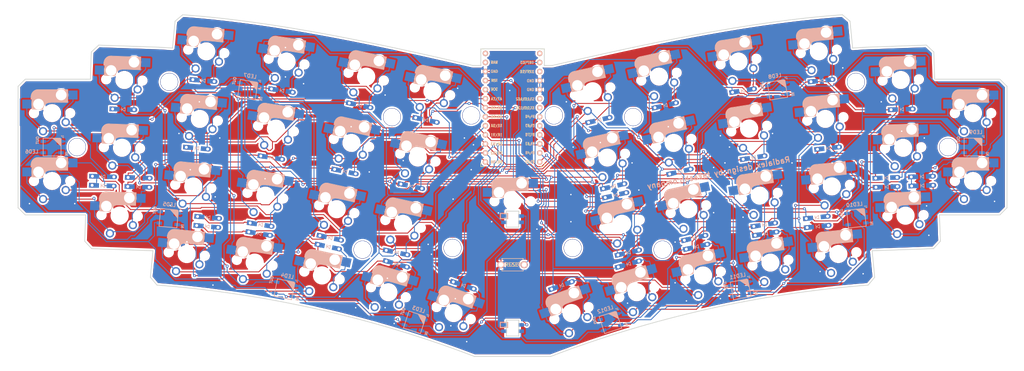
<source format=kicad_pcb>
(kicad_pcb (version 20171130) (host pcbnew "(5.1.9-0-10_14)")
  (layers (0 F.Cu signal) (31 B.Cu signal) (34 B.Paste user) (35 F.Paste user) (36 B.SilkS user) (37 F.SilkS user) (38 B.Mask user) (39 F.Mask user) (44 Edge.Cuts user))
  (net 0 "")
  (net 1 "Net-(D1-Pad2)")
  (net 2 "Net-(D2-Pad2)")
  (net 3 "Net-(D3-Pad2)")
  (net 4 "Net-(D4-Pad2)")
  (net 5 "Net-(D5-Pad2)")
  (net 6 "Net-(D6-Pad2)")
  (net 7 "Net-(D7-Pad2)")
  (net 8 "Net-(D8-Pad2)")
  (net 9 "Net-(D9-Pad2)")
  (net 10 "Net-(D10-Pad2)")
  (net 11 "Net-(D11-Pad2)")
  (net 12 "Net-(D12-Pad2)")
  (net 13 "Net-(D13-Pad2)")
  (net 14 "Net-(D14-Pad2)")
  (net 15 "Net-(D15-Pad2)")
  (net 16 "Net-(D16-Pad2)")
  (net 17 "Net-(D17-Pad2)")
  (net 18 "Net-(D18-Pad2)")
  (net 19 "Net-(D19-Pad2)")
  (net 20 "Net-(D20-Pad2)")
  (net 21 "Net-(D21-Pad2)")
  (net 22 "Net-(D22-Pad2)")
  (net 23 "Net-(D23-Pad2)")
  (net 24 "Net-(D24-Pad2)")
  (net 25 "Net-(D25-Pad2)")
  (net 26 "Net-(D26-Pad2)")
  (net 27 "Net-(D27-Pad2)")
  (net 28 "Net-(D28-Pad2)")
  (net 29 "Net-(D29-Pad2)")
  (net 30 "Net-(D30-Pad2)")
  (net 31 "Net-(D31-Pad2)")
  (net 32 "Net-(D32-Pad2)")
  (net 33 "Net-(D33-Pad2)")
  (net 34 "Net-(D34-Pad2)")
  (net 35 "Net-(D35-Pad2)")
  (net 36 "Net-(D36-Pad2)")
  (net 37 "Net-(D37-Pad2)")
  (net 38 "Net-(D38-Pad2)")
  (net 39 "Net-(D39-Pad2)")
  (net 40 "Net-(D40-Pad2)")
  (net 41 "Net-(D41-Pad2)")
  (net 42 "Net-(D42-Pad2)")
  (net 43 "Net-(D43-Pad2)")
  (net 44 "Net-(D44-Pad2)")
  (net 45 "Net-(D45-Pad2)")
  (net 46 row1)
  (net 47 row2)
  (net 48 row3)
  (net 49 row4)
  (net 50 row5)
  (net 51 row6)
  (net 52 row7)
  (net 53 GND)
  (net 54 led)
  (net 55 VCC)
  (net 56 "Net-(LED1-Pad2)")
  (net 57 "Net-(LED2-Pad2)")
  (net 58 "Net-(LED3-Pad2)")
  (net 59 "Net-(LED4-Pad2)")
  (net 60 "Net-(LED5-Pad2)")
  (net 61 "Net-(LED6-Pad2)")
  (net 62 "Net-(LED7-Pad2)")
  (net 63 "Net-(LED8-Pad2)")
  (net 64 "Net-(LED10-Pad4)")
  (net 65 "Net-(LED10-Pad2)")
  (net 66 "Net-(LED11-Pad2)")
  (net 67 "Net-(LED12-Pad2)")
  (net 68 reset)
  (net 69 col1)
  (net 70 col2)
  (net 71 col3)
  (net 72 col4)
  (net 73 col5)
  (net 74 col6)
  (net 75 col7)
  (net 76 "Net-(U1-Pad2)")
  (net 77 "Net-(U1-Pad5)")
  (net 78 "Net-(U1-Pad6)")
  (net 79 "Net-(U1-Pad24)")
  (module kbd:HOLE (layer F.Cu) (at 147.8 56.89)
    (fp_text reference Hole08)
    (fp_text value Val**)
    (pad "" np_thru_hole circle (at 0 0) (size 5 5) (drill 4.8) (layers *.Cu *.Mask))
  )
  (module kbd:HOLE (layer F.Cu) (at 114.135 56.89)
    (fp_text reference Hole05)
    (fp_text value Val**)
    (pad "" np_thru_hole circle (at 0 0) (size 5 5) (drill 4.8) (layers *.Cu *.Mask))
  )
  (module kbd:HOLE (layer F.Cu) (at 142.55 19.685)
    (fp_text reference Hole07)
    (fp_text value Val**)
    (pad "" np_thru_hole circle (at 0 0) (size 5 5) (drill 4.8) (layers *.Cu *.Mask))
  )
  (module kbd:HOLE (layer F.Cu) (at 119.38 19.685)
    (fp_text reference Hole06)
    (fp_text value Val**)
    (pad "" np_thru_hole circle (at 0 0) (size 5 5) (drill 4.8) (layers *.Cu *.Mask))
  )
  (module kbd:HOLE (layer F.Cu) (at 227.205 10.275)
    (fp_text reference Hole11)
    (fp_text value Val**)
    (pad "" np_thru_hole circle (at 0 0) (size 5 5) (drill 4.8) (layers *.Cu *.Mask))
  )
  (module kbd:HOLE (layer F.Cu) (at 34.74 10.28)
    (fp_text reference Hole02)
    (fp_text value Val**)
    (pad "" np_thru_hole circle (at 0 0) (size 5 5) (drill 4.8) (layers *.Cu *.Mask))
  )
  (module kbd:HOLE (layer F.Cu) (at 173.015 57.365)
    (fp_text reference Hole10)
    (fp_text value Val**)
    (pad "" np_thru_hole circle (at 0 0) (size 5 5) (drill 4.8) (layers *.Cu *.Mask))
  )
  (module kbd:HOLE (layer F.Cu) (at 164.77 20.165)
    (fp_text reference Hole09)
    (fp_text value Val**)
    (pad "" np_thru_hole circle (at 0 0) (size 5 5) (drill 4.8) (layers *.Cu *.Mask))
  )
  (module kbd:HOLE (layer F.Cu) (at 88.92 57.365)
    (fp_text reference Hole03)
    (fp_text value Val**)
    (pad "" np_thru_hole circle (at 0 0) (size 5 5) (drill 4.8) (layers *.Cu *.Mask))
  )
  (module kbd:HOLE (layer F.Cu) (at 97.165 20.165)
    (fp_text reference Hole04)
    (fp_text value Val**)
    (pad "" np_thru_hole circle (at 0 0) (size 5 5) (drill 4.8) (layers *.Cu *.Mask))
  )
  (module kbd:HOLE (layer F.Cu) (at 253.035 28.575)
    (fp_text reference Hole12)
    (fp_text value Val**)
    (pad "" np_thru_hole circle (at 0 0) (size 5 5) (drill 4.8) (layers *.Cu *.Mask))
  )
  (module kbd:HOLE (layer F.Cu) (at 8.904 28.578)
    (fp_text reference Hole01)
    (fp_text value Val**)
    (pad "" np_thru_hole circle (at 0 0) (size 5 5) (drill 4.8) (layers *.Cu *.Mask))
  )
  (module takashicompany:CherryMX_TH-Hotswap (layer F.Cu) (at 22.156872 9.74549 358)
    (fp_text reference SW1 hide)
    (fp_text value SW_Push hide)
    (pad 1 smd rect (at -7.085 -2.54 178) (size 2.55 2.5) (layers B.Cu B.Paste B.Mask) (net 69 col1))
    (pad "" np_thru_hole circle (at 0 0 88) (size 4.1 4.1) (drill 4.1) (layers *.Cu *.Mask))
    (pad "" np_thru_hole circle (at 5.08 0 358) (size 1.9 1.9) (drill 1.9) (layers *.Cu *.Mask))
    (pad "" np_thru_hole circle (at -5.08 0 358) (size 1.9 1.9) (drill 1.9) (layers *.Cu *.Mask))
    (pad 2 smd rect (at 5.842 -5.08 178) (size 2.55 2.5) (layers B.Cu B.Paste B.Mask) (net 1 "Net-(D1-Pad2)"))
    (pad "" np_thru_hole circle (at -3.81 -2.54 358) (size 3 3) (drill 3) (layers *.Cu *.Mask))
    (pad "" np_thru_hole circle (at 2.54 -5.08 358) (size 3 3) (drill 3) (layers *.Cu *.Mask))
    (pad 2 thru_hole circle (at 3.81 2.54 178) (size 2.286 2.286) (drill 1.4986) (layers *.Cu *.Mask) (net 1 "Net-(D1-Pad2)"))
    (pad 1 thru_hole circle (at -2.54 5.08 178) (size 2.286 2.286) (drill 1.4986) (layers *.Cu *.Mask) (net 69 col1))
  )
  (module takashicompany:CherryMX_TH-Hotswap (layer F.Cu) (at 45.1293 1.710197 354.5)
    (fp_text reference SW2 hide)
    (fp_text value SW_Push hide)
    (pad 1 smd rect (at -7.085 -2.54 174.5) (size 2.55 2.5) (layers B.Cu B.Paste B.Mask) (net 70 col2))
    (pad "" np_thru_hole circle (at 0 0 84.5) (size 4.1 4.1) (drill 4.1) (layers *.Cu *.Mask))
    (pad "" np_thru_hole circle (at 5.08 0 354.5) (size 1.9 1.9) (drill 1.9) (layers *.Cu *.Mask))
    (pad "" np_thru_hole circle (at -5.08 0 354.5) (size 1.9 1.9) (drill 1.9) (layers *.Cu *.Mask))
    (pad 2 smd rect (at 5.842 -5.08 174.5) (size 2.55 2.5) (layers B.Cu B.Paste B.Mask) (net 2 "Net-(D2-Pad2)"))
    (pad "" np_thru_hole circle (at -3.81 -2.54 354.5) (size 3 3) (drill 3) (layers *.Cu *.Mask))
    (pad "" np_thru_hole circle (at 2.54 -5.08 354.5) (size 3 3) (drill 3) (layers *.Cu *.Mask))
    (pad 2 thru_hole circle (at 3.81 2.54 174.5) (size 2.286 2.286) (drill 1.4986) (layers *.Cu *.Mask) (net 2 "Net-(D2-Pad2)"))
    (pad 1 thru_hole circle (at -2.54 5.08 174.5) (size 2.286 2.286) (drill 1.4986) (layers *.Cu *.Mask) (net 70 col2))
  )
  (module takashicompany:CherryMX_TH-Hotswap (layer F.Cu) (at 67.636492 4.573473 351)
    (fp_text reference SW3 hide)
    (fp_text value SW_Push hide)
    (pad 1 smd rect (at -7.085 -2.54 171) (size 2.55 2.5) (layers B.Cu B.Paste B.Mask) (net 71 col3))
    (pad "" np_thru_hole circle (at 0 0 81) (size 4.1 4.1) (drill 4.1) (layers *.Cu *.Mask))
    (pad "" np_thru_hole circle (at 5.08 0 351) (size 1.9 1.9) (drill 1.9) (layers *.Cu *.Mask))
    (pad "" np_thru_hole circle (at -5.08 0 351) (size 1.9 1.9) (drill 1.9) (layers *.Cu *.Mask))
    (pad 2 smd rect (at 5.842 -5.08 171) (size 2.55 2.5) (layers B.Cu B.Paste B.Mask) (net 3 "Net-(D3-Pad2)"))
    (pad "" np_thru_hole circle (at -3.81 -2.54 351) (size 3 3) (drill 3) (layers *.Cu *.Mask))
    (pad "" np_thru_hole circle (at 2.54 -5.08 351) (size 3 3) (drill 3) (layers *.Cu *.Mask))
    (pad 2 thru_hole circle (at 3.81 2.54 171) (size 2.286 2.286) (drill 1.4986) (layers *.Cu *.Mask) (net 3 "Net-(D3-Pad2)"))
    (pad 1 thru_hole circle (at -2.54 5.08 171) (size 2.286 2.286) (drill 1.4986) (layers *.Cu *.Mask) (net 71 col3))
  )
  (module takashicompany:CherryMX_TH-Hotswap (layer F.Cu) (at 89.926905 8.80544 347.5)
    (fp_text reference SW4 hide)
    (fp_text value SW_Push hide)
    (pad 1 smd rect (at -7.085 -2.54 167.5) (size 2.55 2.5) (layers B.Cu B.Paste B.Mask) (net 72 col4))
    (pad "" np_thru_hole circle (at 0 0 77.5) (size 4.1 4.1) (drill 4.1) (layers *.Cu *.Mask))
    (pad "" np_thru_hole circle (at 5.08 0 347.5) (size 1.9 1.9) (drill 1.9) (layers *.Cu *.Mask))
    (pad "" np_thru_hole circle (at -5.08 0 347.5) (size 1.9 1.9) (drill 1.9) (layers *.Cu *.Mask))
    (pad 2 smd rect (at 5.842 -5.08 167.5) (size 2.55 2.5) (layers B.Cu B.Paste B.Mask) (net 4 "Net-(D4-Pad2)"))
    (pad "" np_thru_hole circle (at -3.81 -2.54 347.5) (size 3 3) (drill 3) (layers *.Cu *.Mask))
    (pad "" np_thru_hole circle (at 2.54 -5.08 347.5) (size 3 3) (drill 3) (layers *.Cu *.Mask))
    (pad 2 thru_hole circle (at 3.81 2.54 167.5) (size 2.286 2.286) (drill 1.4986) (layers *.Cu *.Mask) (net 4 "Net-(D4-Pad2)"))
    (pad 1 thru_hole circle (at -2.54 5.08 167.5) (size 2.286 2.286) (drill 1.4986) (layers *.Cu *.Mask) (net 72 col4))
  )
  (module takashicompany:CherryMX_TH-Hotswap (layer F.Cu) (at 108.525344 12.928615 347.5)
    (fp_text reference SW5 hide)
    (fp_text value SW_Push hide)
    (pad 1 smd rect (at -7.085 -2.54 167.5) (size 2.55 2.5) (layers B.Cu B.Paste B.Mask) (net 73 col5))
    (pad "" np_thru_hole circle (at 0 0 77.5) (size 4.1 4.1) (drill 4.1) (layers *.Cu *.Mask))
    (pad "" np_thru_hole circle (at 5.08 0 347.5) (size 1.9 1.9) (drill 1.9) (layers *.Cu *.Mask))
    (pad "" np_thru_hole circle (at -5.08 0 347.5) (size 1.9 1.9) (drill 1.9) (layers *.Cu *.Mask))
    (pad 2 smd rect (at 5.842 -5.08 167.5) (size 2.55 2.5) (layers B.Cu B.Paste B.Mask) (net 5 "Net-(D5-Pad2)"))
    (pad "" np_thru_hole circle (at -3.81 -2.54 347.5) (size 3 3) (drill 3) (layers *.Cu *.Mask))
    (pad "" np_thru_hole circle (at 2.54 -5.08 347.5) (size 3 3) (drill 3) (layers *.Cu *.Mask))
    (pad 2 thru_hole circle (at 3.81 2.54 167.5) (size 2.286 2.286) (drill 1.4986) (layers *.Cu *.Mask) (net 5 "Net-(D5-Pad2)"))
    (pad 1 thru_hole circle (at -2.54 5.08 167.5) (size 2.286 2.286) (drill 1.4986) (layers *.Cu *.Mask) (net 73 col5))
  )
  (module takashicompany:CherryMX_TH-Hotswap (layer F.Cu) (at 153.412155 12.928615 12.5)
    (fp_text reference SW6 hide)
    (fp_text value SW_Push hide)
    (pad 1 smd rect (at -7.085 -2.54 192.5) (size 2.55 2.5) (layers B.Cu B.Paste B.Mask) (net 74 col6))
    (pad "" np_thru_hole circle (at 0 0 102.5) (size 4.1 4.1) (drill 4.1) (layers *.Cu *.Mask))
    (pad "" np_thru_hole circle (at 5.08 0 12.5) (size 1.9 1.9) (drill 1.9) (layers *.Cu *.Mask))
    (pad "" np_thru_hole circle (at -5.08 0 12.5) (size 1.9 1.9) (drill 1.9) (layers *.Cu *.Mask))
    (pad 2 smd rect (at 5.842 -5.08 192.5) (size 2.55 2.5) (layers B.Cu B.Paste B.Mask) (net 6 "Net-(D6-Pad2)"))
    (pad "" np_thru_hole circle (at -3.81 -2.54 12.5) (size 3 3) (drill 3) (layers *.Cu *.Mask))
    (pad "" np_thru_hole circle (at 2.54 -5.08 12.5) (size 3 3) (drill 3) (layers *.Cu *.Mask))
    (pad 2 thru_hole circle (at 3.81 2.54 192.5) (size 2.286 2.286) (drill 1.4986) (layers *.Cu *.Mask) (net 6 "Net-(D6-Pad2)"))
    (pad 1 thru_hole circle (at -2.54 5.08 192.5) (size 2.286 2.286) (drill 1.4986) (layers *.Cu *.Mask) (net 74 col6))
  )
  (module takashicompany:CherryMX_TH-Hotswap (layer F.Cu) (at 172.010594 8.80544 12.5)
    (fp_text reference SW7 hide)
    (fp_text value SW_Push hide)
    (pad 1 smd rect (at -7.085 -2.54 192.5) (size 2.55 2.5) (layers B.Cu B.Paste B.Mask) (net 75 col7))
    (pad "" np_thru_hole circle (at 0 0 102.5) (size 4.1 4.1) (drill 4.1) (layers *.Cu *.Mask))
    (pad "" np_thru_hole circle (at 5.08 0 12.5) (size 1.9 1.9) (drill 1.9) (layers *.Cu *.Mask))
    (pad "" np_thru_hole circle (at -5.08 0 12.5) (size 1.9 1.9) (drill 1.9) (layers *.Cu *.Mask))
    (pad 2 smd rect (at 5.842 -5.08 192.5) (size 2.55 2.5) (layers B.Cu B.Paste B.Mask) (net 7 "Net-(D7-Pad2)"))
    (pad "" np_thru_hole circle (at -3.81 -2.54 12.5) (size 3 3) (drill 3) (layers *.Cu *.Mask))
    (pad "" np_thru_hole circle (at 2.54 -5.08 12.5) (size 3 3) (drill 3) (layers *.Cu *.Mask))
    (pad 2 thru_hole circle (at 3.81 2.54 192.5) (size 2.286 2.286) (drill 1.4986) (layers *.Cu *.Mask) (net 7 "Net-(D7-Pad2)"))
    (pad 1 thru_hole circle (at -2.54 5.08 192.5) (size 2.286 2.286) (drill 1.4986) (layers *.Cu *.Mask) (net 75 col7))
  )
  (module takashicompany:CherryMX_TH-Hotswap (layer F.Cu) (at 194.301007 4.573473 9)
    (fp_text reference SW8 hide)
    (fp_text value SW_Push hide)
    (pad 1 smd rect (at -7.085 -2.54 189) (size 2.55 2.5) (layers B.Cu B.Paste B.Mask) (net 69 col1))
    (pad "" np_thru_hole circle (at 0 0 99) (size 4.1 4.1) (drill 4.1) (layers *.Cu *.Mask))
    (pad "" np_thru_hole circle (at 5.08 0 9) (size 1.9 1.9) (drill 1.9) (layers *.Cu *.Mask))
    (pad "" np_thru_hole circle (at -5.08 0 9) (size 1.9 1.9) (drill 1.9) (layers *.Cu *.Mask))
    (pad 2 smd rect (at 5.842 -5.08 189) (size 2.55 2.5) (layers B.Cu B.Paste B.Mask) (net 8 "Net-(D8-Pad2)"))
    (pad "" np_thru_hole circle (at -3.81 -2.54 9) (size 3 3) (drill 3) (layers *.Cu *.Mask))
    (pad "" np_thru_hole circle (at 2.54 -5.08 9) (size 3 3) (drill 3) (layers *.Cu *.Mask))
    (pad 2 thru_hole circle (at 3.81 2.54 189) (size 2.286 2.286) (drill 1.4986) (layers *.Cu *.Mask) (net 8 "Net-(D8-Pad2)"))
    (pad 1 thru_hole circle (at -2.54 5.08 189) (size 2.286 2.286) (drill 1.4986) (layers *.Cu *.Mask) (net 69 col1))
  )
  (module takashicompany:CherryMX_TH-Hotswap (layer F.Cu) (at 216.808199 1.710197 5.5)
    (fp_text reference SW9 hide)
    (fp_text value SW_Push hide)
    (pad 1 smd rect (at -7.085 -2.54 185.5) (size 2.55 2.5) (layers B.Cu B.Paste B.Mask) (net 70 col2))
    (pad "" np_thru_hole circle (at 0 0 95.5) (size 4.1 4.1) (drill 4.1) (layers *.Cu *.Mask))
    (pad "" np_thru_hole circle (at 5.08 0 5.5) (size 1.9 1.9) (drill 1.9) (layers *.Cu *.Mask))
    (pad "" np_thru_hole circle (at -5.08 0 5.5) (size 1.9 1.9) (drill 1.9) (layers *.Cu *.Mask))
    (pad 2 smd rect (at 5.842 -5.08 185.5) (size 2.55 2.5) (layers B.Cu B.Paste B.Mask) (net 9 "Net-(D9-Pad2)"))
    (pad "" np_thru_hole circle (at -3.81 -2.54 5.5) (size 3 3) (drill 3) (layers *.Cu *.Mask))
    (pad "" np_thru_hole circle (at 2.54 -5.08 5.5) (size 3 3) (drill 3) (layers *.Cu *.Mask))
    (pad 2 thru_hole circle (at 3.81 2.54 185.5) (size 2.286 2.286) (drill 1.4986) (layers *.Cu *.Mask) (net 9 "Net-(D9-Pad2)"))
    (pad 1 thru_hole circle (at -2.54 5.08 185.5) (size 2.286 2.286) (drill 1.4986) (layers *.Cu *.Mask) (net 70 col2))
  )
  (module takashicompany:CherryMX_TH-Hotswap (layer F.Cu) (at 239.780627 9.74549 2)
    (fp_text reference SW10 hide)
    (fp_text value SW_Push hide)
    (pad 1 smd rect (at -7.085 -2.54 182) (size 2.55 2.5) (layers B.Cu B.Paste B.Mask) (net 71 col3))
    (pad "" np_thru_hole circle (at 0 0 92) (size 4.1 4.1) (drill 4.1) (layers *.Cu *.Mask))
    (pad "" np_thru_hole circle (at 5.08 0 2) (size 1.9 1.9) (drill 1.9) (layers *.Cu *.Mask))
    (pad "" np_thru_hole circle (at -5.08 0 2) (size 1.9 1.9) (drill 1.9) (layers *.Cu *.Mask))
    (pad 2 smd rect (at 5.842 -5.08 182) (size 2.55 2.5) (layers B.Cu B.Paste B.Mask) (net 10 "Net-(D10-Pad2)"))
    (pad "" np_thru_hole circle (at -3.81 -2.54 2) (size 3 3) (drill 3) (layers *.Cu *.Mask))
    (pad "" np_thru_hole circle (at 2.54 -5.08 2) (size 3 3) (drill 3) (layers *.Cu *.Mask))
    (pad 2 thru_hole circle (at 3.81 2.54 182) (size 2.286 2.286) (drill 1.4986) (layers *.Cu *.Mask) (net 10 "Net-(D10-Pad2)"))
    (pad 1 thru_hole circle (at -2.54 5.08 182) (size 2.286 2.286) (drill 1.4986) (layers *.Cu *.Mask) (net 71 col3))
  )
  (module takashicompany:CherryMX_TH-Hotswap (layer F.Cu) (at 21.492037 28.783885 358)
    (fp_text reference SW11 hide)
    (fp_text value SW_Push hide)
    (pad 1 smd rect (at -7.085 -2.54 178) (size 2.55 2.5) (layers B.Cu B.Paste B.Mask) (net 72 col4))
    (pad "" np_thru_hole circle (at 0 0 88) (size 4.1 4.1) (drill 4.1) (layers *.Cu *.Mask))
    (pad "" np_thru_hole circle (at 5.08 0 358) (size 1.9 1.9) (drill 1.9) (layers *.Cu *.Mask))
    (pad "" np_thru_hole circle (at -5.08 0 358) (size 1.9 1.9) (drill 1.9) (layers *.Cu *.Mask))
    (pad 2 smd rect (at 5.842 -5.08 178) (size 2.55 2.5) (layers B.Cu B.Paste B.Mask) (net 11 "Net-(D11-Pad2)"))
    (pad "" np_thru_hole circle (at -3.81 -2.54 358) (size 3 3) (drill 3) (layers *.Cu *.Mask))
    (pad "" np_thru_hole circle (at 2.54 -5.08 358) (size 3 3) (drill 3) (layers *.Cu *.Mask))
    (pad 2 thru_hole circle (at 3.81 2.54 178) (size 2.286 2.286) (drill 1.4986) (layers *.Cu *.Mask) (net 11 "Net-(D11-Pad2)"))
    (pad 1 thru_hole circle (at -2.54 5.08 178) (size 2.286 2.286) (drill 1.4986) (layers *.Cu *.Mask) (net 72 col4))
  )
  (module takashicompany:CherryMX_TH-Hotswap (layer F.Cu) (at 43.303439 20.672494 354.5)
    (fp_text reference SW12 hide)
    (fp_text value SW_Push hide)
    (pad 1 smd rect (at -7.085 -2.54 174.5) (size 2.55 2.5) (layers B.Cu B.Paste B.Mask) (net 73 col5))
    (pad "" np_thru_hole circle (at 0 0 84.5) (size 4.1 4.1) (drill 4.1) (layers *.Cu *.Mask))
    (pad "" np_thru_hole circle (at 5.08 0 354.5) (size 1.9 1.9) (drill 1.9) (layers *.Cu *.Mask))
    (pad "" np_thru_hole circle (at -5.08 0 354.5) (size 1.9 1.9) (drill 1.9) (layers *.Cu *.Mask))
    (pad 2 smd rect (at 5.842 -5.08 174.5) (size 2.55 2.5) (layers B.Cu B.Paste B.Mask) (net 12 "Net-(D12-Pad2)"))
    (pad "" np_thru_hole circle (at -3.81 -2.54 354.5) (size 3 3) (drill 3) (layers *.Cu *.Mask))
    (pad "" np_thru_hole circle (at 2.54 -5.08 354.5) (size 3 3) (drill 3) (layers *.Cu *.Mask))
    (pad 2 thru_hole circle (at 3.81 2.54 174.5) (size 2.286 2.286) (drill 1.4986) (layers *.Cu *.Mask) (net 12 "Net-(D12-Pad2)"))
    (pad 1 thru_hole circle (at -2.54 5.08 174.5) (size 2.286 2.286) (drill 1.4986) (layers *.Cu *.Mask) (net 73 col5))
  )
  (module takashicompany:CherryMX_TH-Hotswap (layer F.Cu) (at 64.656416 23.388936 351)
    (fp_text reference SW13 hide)
    (fp_text value SW_Push hide)
    (pad 1 smd rect (at -7.085 -2.54 171) (size 2.55 2.5) (layers B.Cu B.Paste B.Mask) (net 74 col6))
    (pad "" np_thru_hole circle (at 0 0 81) (size 4.1 4.1) (drill 4.1) (layers *.Cu *.Mask))
    (pad "" np_thru_hole circle (at 5.08 0 351) (size 1.9 1.9) (drill 1.9) (layers *.Cu *.Mask))
    (pad "" np_thru_hole circle (at -5.08 0 351) (size 1.9 1.9) (drill 1.9) (layers *.Cu *.Mask))
    (pad 2 smd rect (at 5.842 -5.08 171) (size 2.55 2.5) (layers B.Cu B.Paste B.Mask) (net 13 "Net-(D13-Pad2)"))
    (pad "" np_thru_hole circle (at -3.81 -2.54 351) (size 3 3) (drill 3) (layers *.Cu *.Mask))
    (pad "" np_thru_hole circle (at 2.54 -5.08 351) (size 3 3) (drill 3) (layers *.Cu *.Mask))
    (pad 2 thru_hole circle (at 3.81 2.54 171) (size 2.286 2.286) (drill 1.4986) (layers *.Cu *.Mask) (net 13 "Net-(D13-Pad2)"))
    (pad 1 thru_hole circle (at -2.54 5.08 171) (size 2.286 2.286) (drill 1.4986) (layers *.Cu *.Mask) (net 74 col6))
  )
  (module takashicompany:CherryMX_TH-Hotswap (layer F.Cu) (at 85.80373 27.403879 347.5)
    (fp_text reference SW14 hide)
    (fp_text value SW_Push hide)
    (pad 1 smd rect (at -7.085 -2.54 167.5) (size 2.55 2.5) (layers B.Cu B.Paste B.Mask) (net 75 col7))
    (pad "" np_thru_hole circle (at 0 0 77.5) (size 4.1 4.1) (drill 4.1) (layers *.Cu *.Mask))
    (pad "" np_thru_hole circle (at 5.08 0 347.5) (size 1.9 1.9) (drill 1.9) (layers *.Cu *.Mask))
    (pad "" np_thru_hole circle (at -5.08 0 347.5) (size 1.9 1.9) (drill 1.9) (layers *.Cu *.Mask))
    (pad 2 smd rect (at 5.842 -5.08 167.5) (size 2.55 2.5) (layers B.Cu B.Paste B.Mask) (net 14 "Net-(D14-Pad2)"))
    (pad "" np_thru_hole circle (at -3.81 -2.54 347.5) (size 3 3) (drill 3) (layers *.Cu *.Mask))
    (pad "" np_thru_hole circle (at 2.54 -5.08 347.5) (size 3 3) (drill 3) (layers *.Cu *.Mask))
    (pad 2 thru_hole circle (at 3.81 2.54 167.5) (size 2.286 2.286) (drill 1.4986) (layers *.Cu *.Mask) (net 14 "Net-(D14-Pad2)"))
    (pad 1 thru_hole circle (at -2.54 5.08 167.5) (size 2.286 2.286) (drill 1.4986) (layers *.Cu *.Mask) (net 75 col7))
  )
  (module takashicompany:CherryMX_TH-Hotswap (layer F.Cu) (at 104.402169 31.527054 347.5)
    (fp_text reference SW15 hide)
    (fp_text value SW_Push hide)
    (pad 1 smd rect (at -7.085 -2.54 167.5) (size 2.55 2.5) (layers B.Cu B.Paste B.Mask) (net 69 col1))
    (pad "" np_thru_hole circle (at 0 0 77.5) (size 4.1 4.1) (drill 4.1) (layers *.Cu *.Mask))
    (pad "" np_thru_hole circle (at 5.08 0 347.5) (size 1.9 1.9) (drill 1.9) (layers *.Cu *.Mask))
    (pad "" np_thru_hole circle (at -5.08 0 347.5) (size 1.9 1.9) (drill 1.9) (layers *.Cu *.Mask))
    (pad 2 smd rect (at 5.842 -5.08 167.5) (size 2.55 2.5) (layers B.Cu B.Paste B.Mask) (net 15 "Net-(D15-Pad2)"))
    (pad "" np_thru_hole circle (at -3.81 -2.54 347.5) (size 3 3) (drill 3) (layers *.Cu *.Mask))
    (pad "" np_thru_hole circle (at 2.54 -5.08 347.5) (size 3 3) (drill 3) (layers *.Cu *.Mask))
    (pad 2 thru_hole circle (at 3.81 2.54 167.5) (size 2.286 2.286) (drill 1.4986) (layers *.Cu *.Mask) (net 15 "Net-(D15-Pad2)"))
    (pad 1 thru_hole circle (at -2.54 5.08 167.5) (size 2.286 2.286) (drill 1.4986) (layers *.Cu *.Mask) (net 69 col1))
  )
  (module takashicompany:CherryMX_TH-Hotswap (layer F.Cu) (at 157.53533 31.527054 12.5)
    (fp_text reference SW16 hide)
    (fp_text value SW_Push hide)
    (pad 1 smd rect (at -7.085 -2.54 192.5) (size 2.55 2.5) (layers B.Cu B.Paste B.Mask) (net 70 col2))
    (pad "" np_thru_hole circle (at 0 0 102.5) (size 4.1 4.1) (drill 4.1) (layers *.Cu *.Mask))
    (pad "" np_thru_hole circle (at 5.08 0 12.5) (size 1.9 1.9) (drill 1.9) (layers *.Cu *.Mask))
    (pad "" np_thru_hole circle (at -5.08 0 12.5) (size 1.9 1.9) (drill 1.9) (layers *.Cu *.Mask))
    (pad 2 smd rect (at 5.842 -5.08 192.5) (size 2.55 2.5) (layers B.Cu B.Paste B.Mask) (net 16 "Net-(D16-Pad2)"))
    (pad "" np_thru_hole circle (at -3.81 -2.54 12.5) (size 3 3) (drill 3) (layers *.Cu *.Mask))
    (pad "" np_thru_hole circle (at 2.54 -5.08 12.5) (size 3 3) (drill 3) (layers *.Cu *.Mask))
    (pad 2 thru_hole circle (at 3.81 2.54 192.5) (size 2.286 2.286) (drill 1.4986) (layers *.Cu *.Mask) (net 16 "Net-(D16-Pad2)"))
    (pad 1 thru_hole circle (at -2.54 5.08 192.5) (size 2.286 2.286) (drill 1.4986) (layers *.Cu *.Mask) (net 70 col2))
  )
  (module takashicompany:CherryMX_TH-Hotswap (layer F.Cu) (at 176.133769 27.403879 12.5)
    (fp_text reference SW17 hide)
    (fp_text value SW_Push hide)
    (pad 1 smd rect (at -7.085 -2.54 192.5) (size 2.55 2.5) (layers B.Cu B.Paste B.Mask) (net 71 col3))
    (pad "" np_thru_hole circle (at 0 0 102.5) (size 4.1 4.1) (drill 4.1) (layers *.Cu *.Mask))
    (pad "" np_thru_hole circle (at 5.08 0 12.5) (size 1.9 1.9) (drill 1.9) (layers *.Cu *.Mask))
    (pad "" np_thru_hole circle (at -5.08 0 12.5) (size 1.9 1.9) (drill 1.9) (layers *.Cu *.Mask))
    (pad 2 smd rect (at 5.842 -5.08 192.5) (size 2.55 2.5) (layers B.Cu B.Paste B.Mask) (net 17 "Net-(D17-Pad2)"))
    (pad "" np_thru_hole circle (at -3.81 -2.54 12.5) (size 3 3) (drill 3) (layers *.Cu *.Mask))
    (pad "" np_thru_hole circle (at 2.54 -5.08 12.5) (size 3 3) (drill 3) (layers *.Cu *.Mask))
    (pad 2 thru_hole circle (at 3.81 2.54 192.5) (size 2.286 2.286) (drill 1.4986) (layers *.Cu *.Mask) (net 17 "Net-(D17-Pad2)"))
    (pad 1 thru_hole circle (at -2.54 5.08 192.5) (size 2.286 2.286) (drill 1.4986) (layers *.Cu *.Mask) (net 71 col3))
  )
  (module takashicompany:CherryMX_TH-Hotswap (layer F.Cu) (at 197.281083 23.388936 9)
    (fp_text reference SW18 hide)
    (fp_text value SW_Push hide)
    (pad 1 smd rect (at -7.085 -2.54 189) (size 2.55 2.5) (layers B.Cu B.Paste B.Mask) (net 72 col4))
    (pad "" np_thru_hole circle (at 0 0 99) (size 4.1 4.1) (drill 4.1) (layers *.Cu *.Mask))
    (pad "" np_thru_hole circle (at 5.08 0 9) (size 1.9 1.9) (drill 1.9) (layers *.Cu *.Mask))
    (pad "" np_thru_hole circle (at -5.08 0 9) (size 1.9 1.9) (drill 1.9) (layers *.Cu *.Mask))
    (pad 2 smd rect (at 5.842 -5.08 189) (size 2.55 2.5) (layers B.Cu B.Paste B.Mask) (net 18 "Net-(D18-Pad2)"))
    (pad "" np_thru_hole circle (at -3.81 -2.54 9) (size 3 3) (drill 3) (layers *.Cu *.Mask))
    (pad "" np_thru_hole circle (at 2.54 -5.08 9) (size 3 3) (drill 3) (layers *.Cu *.Mask))
    (pad 2 thru_hole circle (at 3.81 2.54 189) (size 2.286 2.286) (drill 1.4986) (layers *.Cu *.Mask) (net 18 "Net-(D18-Pad2)"))
    (pad 1 thru_hole circle (at -2.54 5.08 189) (size 2.286 2.286) (drill 1.4986) (layers *.Cu *.Mask) (net 72 col4))
  )
  (module takashicompany:CherryMX_TH-Hotswap (layer F.Cu) (at 218.63406 20.672494 5.5)
    (fp_text reference SW19 hide)
    (fp_text value SW_Push hide)
    (pad 1 smd rect (at -7.085 -2.54 185.5) (size 2.55 2.5) (layers B.Cu B.Paste B.Mask) (net 73 col5))
    (pad "" np_thru_hole circle (at 0 0 95.5) (size 4.1 4.1) (drill 4.1) (layers *.Cu *.Mask))
    (pad "" np_thru_hole circle (at 5.08 0 5.5) (size 1.9 1.9) (drill 1.9) (layers *.Cu *.Mask))
    (pad "" np_thru_hole circle (at -5.08 0 5.5) (size 1.9 1.9) (drill 1.9) (layers *.Cu *.Mask))
    (pad 2 smd rect (at 5.842 -5.08 185.5) (size 2.55 2.5) (layers B.Cu B.Paste B.Mask) (net 19 "Net-(D19-Pad2)"))
    (pad "" np_thru_hole circle (at -3.81 -2.54 5.5) (size 3 3) (drill 3) (layers *.Cu *.Mask))
    (pad "" np_thru_hole circle (at 2.54 -5.08 5.5) (size 3 3) (drill 3) (layers *.Cu *.Mask))
    (pad 2 thru_hole circle (at 3.81 2.54 185.5) (size 2.286 2.286) (drill 1.4986) (layers *.Cu *.Mask) (net 19 "Net-(D19-Pad2)"))
    (pad 1 thru_hole circle (at -2.54 5.08 185.5) (size 2.286 2.286) (drill 1.4986) (layers *.Cu *.Mask) (net 73 col5))
  )
  (module takashicompany:CherryMX_TH-Hotswap (layer F.Cu) (at 240.445462 28.783885 2)
    (fp_text reference SW20 hide)
    (fp_text value SW_Push hide)
    (pad 1 smd rect (at -7.085 -2.54 182) (size 2.55 2.5) (layers B.Cu B.Paste B.Mask) (net 74 col6))
    (pad "" np_thru_hole circle (at 0 0 92) (size 4.1 4.1) (drill 4.1) (layers *.Cu *.Mask))
    (pad "" np_thru_hole circle (at 5.08 0 2) (size 1.9 1.9) (drill 1.9) (layers *.Cu *.Mask))
    (pad "" np_thru_hole circle (at -5.08 0 2) (size 1.9 1.9) (drill 1.9) (layers *.Cu *.Mask))
    (pad 2 smd rect (at 5.842 -5.08 182) (size 2.55 2.5) (layers B.Cu B.Paste B.Mask) (net 20 "Net-(D20-Pad2)"))
    (pad "" np_thru_hole circle (at -3.81 -2.54 2) (size 3 3) (drill 3) (layers *.Cu *.Mask))
    (pad "" np_thru_hole circle (at 2.54 -5.08 2) (size 3 3) (drill 3) (layers *.Cu *.Mask))
    (pad 2 thru_hole circle (at 3.81 2.54 182) (size 2.286 2.286) (drill 1.4986) (layers *.Cu *.Mask) (net 20 "Net-(D20-Pad2)"))
    (pad 1 thru_hole circle (at -2.54 5.08 182) (size 2.286 2.286) (drill 1.4986) (layers *.Cu *.Mask) (net 74 col6))
  )
  (module takashicompany:CherryMX_TH-Hotswap (layer F.Cu) (at 20.827202 47.82228 358)
    (fp_text reference SW21 hide)
    (fp_text value SW_Push hide)
    (pad 1 smd rect (at -7.085 -2.54 178) (size 2.55 2.5) (layers B.Cu B.Paste B.Mask) (net 75 col7))
    (pad "" np_thru_hole circle (at 0 0 88) (size 4.1 4.1) (drill 4.1) (layers *.Cu *.Mask))
    (pad "" np_thru_hole circle (at 5.08 0 358) (size 1.9 1.9) (drill 1.9) (layers *.Cu *.Mask))
    (pad "" np_thru_hole circle (at -5.08 0 358) (size 1.9 1.9) (drill 1.9) (layers *.Cu *.Mask))
    (pad 2 smd rect (at 5.842 -5.08 178) (size 2.55 2.5) (layers B.Cu B.Paste B.Mask) (net 21 "Net-(D21-Pad2)"))
    (pad "" np_thru_hole circle (at -3.81 -2.54 358) (size 3 3) (drill 3) (layers *.Cu *.Mask))
    (pad "" np_thru_hole circle (at 2.54 -5.08 358) (size 3 3) (drill 3) (layers *.Cu *.Mask))
    (pad 2 thru_hole circle (at 3.81 2.54 178) (size 2.286 2.286) (drill 1.4986) (layers *.Cu *.Mask) (net 21 "Net-(D21-Pad2)"))
    (pad 1 thru_hole circle (at -2.54 5.08 178) (size 2.286 2.286) (drill 1.4986) (layers *.Cu *.Mask) (net 75 col7))
  )
  (module takashicompany:CherryMX_TH-Hotswap (layer F.Cu) (at 41.477577 39.634792 354.5)
    (fp_text reference SW22 hide)
    (fp_text value SW_Push hide)
    (pad 1 smd rect (at -7.085 -2.54 174.5) (size 2.55 2.5) (layers B.Cu B.Paste B.Mask) (net 69 col1))
    (pad "" np_thru_hole circle (at 0 0 84.5) (size 4.1 4.1) (drill 4.1) (layers *.Cu *.Mask))
    (pad "" np_thru_hole circle (at 5.08 0 354.5) (size 1.9 1.9) (drill 1.9) (layers *.Cu *.Mask))
    (pad "" np_thru_hole circle (at -5.08 0 354.5) (size 1.9 1.9) (drill 1.9) (layers *.Cu *.Mask))
    (pad 2 smd rect (at 5.842 -5.08 174.5) (size 2.55 2.5) (layers B.Cu B.Paste B.Mask) (net 22 "Net-(D22-Pad2)"))
    (pad "" np_thru_hole circle (at -3.81 -2.54 354.5) (size 3 3) (drill 3) (layers *.Cu *.Mask))
    (pad "" np_thru_hole circle (at 2.54 -5.08 354.5) (size 3 3) (drill 3) (layers *.Cu *.Mask))
    (pad 2 thru_hole circle (at 3.81 2.54 174.5) (size 2.286 2.286) (drill 1.4986) (layers *.Cu *.Mask) (net 22 "Net-(D22-Pad2)"))
    (pad 1 thru_hole circle (at -2.54 5.08 174.5) (size 2.286 2.286) (drill 1.4986) (layers *.Cu *.Mask) (net 69 col1))
  )
  (module takashicompany:CherryMX_TH-Hotswap (layer F.Cu) (at 61.676339 42.204399 351)
    (fp_text reference SW23 hide)
    (fp_text value SW_Push hide)
    (pad 1 smd rect (at -7.085 -2.54 171) (size 2.55 2.5) (layers B.Cu B.Paste B.Mask) (net 70 col2))
    (pad "" np_thru_hole circle (at 0 0 81) (size 4.1 4.1) (drill 4.1) (layers *.Cu *.Mask))
    (pad "" np_thru_hole circle (at 5.08 0 351) (size 1.9 1.9) (drill 1.9) (layers *.Cu *.Mask))
    (pad "" np_thru_hole circle (at -5.08 0 351) (size 1.9 1.9) (drill 1.9) (layers *.Cu *.Mask))
    (pad 2 smd rect (at 5.842 -5.08 171) (size 2.55 2.5) (layers B.Cu B.Paste B.Mask) (net 23 "Net-(D23-Pad2)"))
    (pad "" np_thru_hole circle (at -3.81 -2.54 351) (size 3 3) (drill 3) (layers *.Cu *.Mask))
    (pad "" np_thru_hole circle (at 2.54 -5.08 351) (size 3 3) (drill 3) (layers *.Cu *.Mask))
    (pad 2 thru_hole circle (at 3.81 2.54 171) (size 2.286 2.286) (drill 1.4986) (layers *.Cu *.Mask) (net 23 "Net-(D23-Pad2)"))
    (pad 1 thru_hole circle (at -2.54 5.08 171) (size 2.286 2.286) (drill 1.4986) (layers *.Cu *.Mask) (net 70 col2))
  )
  (module takashicompany:CherryMX_TH-Hotswap (layer F.Cu) (at 81.680556 46.002318 347.5)
    (fp_text reference SW24 hide)
    (fp_text value SW_Push hide)
    (pad 1 smd rect (at -7.085 -2.54 167.5) (size 2.55 2.5) (layers B.Cu B.Paste B.Mask) (net 71 col3))
    (pad "" np_thru_hole circle (at 0 0 77.5) (size 4.1 4.1) (drill 4.1) (layers *.Cu *.Mask))
    (pad "" np_thru_hole circle (at 5.08 0 347.5) (size 1.9 1.9) (drill 1.9) (layers *.Cu *.Mask))
    (pad "" np_thru_hole circle (at -5.08 0 347.5) (size 1.9 1.9) (drill 1.9) (layers *.Cu *.Mask))
    (pad 2 smd rect (at 5.842 -5.08 167.5) (size 2.55 2.5) (layers B.Cu B.Paste B.Mask) (net 24 "Net-(D24-Pad2)"))
    (pad "" np_thru_hole circle (at -3.81 -2.54 347.5) (size 3 3) (drill 3) (layers *.Cu *.Mask))
    (pad "" np_thru_hole circle (at 2.54 -5.08 347.5) (size 3 3) (drill 3) (layers *.Cu *.Mask))
    (pad 2 thru_hole circle (at 3.81 2.54 167.5) (size 2.286 2.286) (drill 1.4986) (layers *.Cu *.Mask) (net 24 "Net-(D24-Pad2)"))
    (pad 1 thru_hole circle (at -2.54 5.08 167.5) (size 2.286 2.286) (drill 1.4986) (layers *.Cu *.Mask) (net 71 col3))
  )
  (module takashicompany:CherryMX_TH-Hotswap (layer F.Cu) (at 100.278995 50.125493 347.5)
    (fp_text reference SW25 hide)
    (fp_text value SW_Push hide)
    (pad 1 smd rect (at -7.085 -2.54 167.5) (size 2.55 2.5) (layers B.Cu B.Paste B.Mask) (net 72 col4))
    (pad "" np_thru_hole circle (at 0 0 77.5) (size 4.1 4.1) (drill 4.1) (layers *.Cu *.Mask))
    (pad "" np_thru_hole circle (at 5.08 0 347.5) (size 1.9 1.9) (drill 1.9) (layers *.Cu *.Mask))
    (pad "" np_thru_hole circle (at -5.08 0 347.5) (size 1.9 1.9) (drill 1.9) (layers *.Cu *.Mask))
    (pad 2 smd rect (at 5.842 -5.08 167.5) (size 2.55 2.5) (layers B.Cu B.Paste B.Mask) (net 25 "Net-(D25-Pad2)"))
    (pad "" np_thru_hole circle (at -3.81 -2.54 347.5) (size 3 3) (drill 3) (layers *.Cu *.Mask))
    (pad "" np_thru_hole circle (at 2.54 -5.08 347.5) (size 3 3) (drill 3) (layers *.Cu *.Mask))
    (pad 2 thru_hole circle (at 3.81 2.54 167.5) (size 2.286 2.286) (drill 1.4986) (layers *.Cu *.Mask) (net 25 "Net-(D25-Pad2)"))
    (pad 1 thru_hole circle (at -2.54 5.08 167.5) (size 2.286 2.286) (drill 1.4986) (layers *.Cu *.Mask) (net 72 col4))
  )
  (module takashicompany:CherryMX_TH-Hotswap (layer F.Cu) (at 161.658504 50.125493 12.5)
    (fp_text reference SW26 hide)
    (fp_text value SW_Push hide)
    (pad 1 smd rect (at -7.085 -2.54 192.5) (size 2.55 2.5) (layers B.Cu B.Paste B.Mask) (net 73 col5))
    (pad "" np_thru_hole circle (at 0 0 102.5) (size 4.1 4.1) (drill 4.1) (layers *.Cu *.Mask))
    (pad "" np_thru_hole circle (at 5.08 0 12.5) (size 1.9 1.9) (drill 1.9) (layers *.Cu *.Mask))
    (pad "" np_thru_hole circle (at -5.08 0 12.5) (size 1.9 1.9) (drill 1.9) (layers *.Cu *.Mask))
    (pad 2 smd rect (at 5.842 -5.08 192.5) (size 2.55 2.5) (layers B.Cu B.Paste B.Mask) (net 26 "Net-(D26-Pad2)"))
    (pad "" np_thru_hole circle (at -3.81 -2.54 12.5) (size 3 3) (drill 3) (layers *.Cu *.Mask))
    (pad "" np_thru_hole circle (at 2.54 -5.08 12.5) (size 3 3) (drill 3) (layers *.Cu *.Mask))
    (pad 2 thru_hole circle (at 3.81 2.54 192.5) (size 2.286 2.286) (drill 1.4986) (layers *.Cu *.Mask) (net 26 "Net-(D26-Pad2)"))
    (pad 1 thru_hole circle (at -2.54 5.08 192.5) (size 2.286 2.286) (drill 1.4986) (layers *.Cu *.Mask) (net 73 col5))
  )
  (module takashicompany:CherryMX_TH-Hotswap (layer F.Cu) (at 180.256943 46.002318 12.5)
    (fp_text reference SW27 hide)
    (fp_text value SW_Push hide)
    (pad 1 smd rect (at -7.085 -2.54 192.5) (size 2.55 2.5) (layers B.Cu B.Paste B.Mask) (net 74 col6))
    (pad "" np_thru_hole circle (at 0 0 102.5) (size 4.1 4.1) (drill 4.1) (layers *.Cu *.Mask))
    (pad "" np_thru_hole circle (at 5.08 0 12.5) (size 1.9 1.9) (drill 1.9) (layers *.Cu *.Mask))
    (pad "" np_thru_hole circle (at -5.08 0 12.5) (size 1.9 1.9) (drill 1.9) (layers *.Cu *.Mask))
    (pad 2 smd rect (at 5.842 -5.08 192.5) (size 2.55 2.5) (layers B.Cu B.Paste B.Mask) (net 27 "Net-(D27-Pad2)"))
    (pad "" np_thru_hole circle (at -3.81 -2.54 12.5) (size 3 3) (drill 3) (layers *.Cu *.Mask))
    (pad "" np_thru_hole circle (at 2.54 -5.08 12.5) (size 3 3) (drill 3) (layers *.Cu *.Mask))
    (pad 2 thru_hole circle (at 3.81 2.54 192.5) (size 2.286 2.286) (drill 1.4986) (layers *.Cu *.Mask) (net 27 "Net-(D27-Pad2)"))
    (pad 1 thru_hole circle (at -2.54 5.08 192.5) (size 2.286 2.286) (drill 1.4986) (layers *.Cu *.Mask) (net 74 col6))
  )
  (module takashicompany:CherryMX_TH-Hotswap (layer F.Cu) (at 200.26116 42.204399 9)
    (fp_text reference SW28 hide)
    (fp_text value SW_Push hide)
    (pad 1 smd rect (at -7.085 -2.54 189) (size 2.55 2.5) (layers B.Cu B.Paste B.Mask) (net 75 col7))
    (pad "" np_thru_hole circle (at 0 0 99) (size 4.1 4.1) (drill 4.1) (layers *.Cu *.Mask))
    (pad "" np_thru_hole circle (at 5.08 0 9) (size 1.9 1.9) (drill 1.9) (layers *.Cu *.Mask))
    (pad "" np_thru_hole circle (at -5.08 0 9) (size 1.9 1.9) (drill 1.9) (layers *.Cu *.Mask))
    (pad 2 smd rect (at 5.842 -5.08 189) (size 2.55 2.5) (layers B.Cu B.Paste B.Mask) (net 28 "Net-(D28-Pad2)"))
    (pad "" np_thru_hole circle (at -3.81 -2.54 9) (size 3 3) (drill 3) (layers *.Cu *.Mask))
    (pad "" np_thru_hole circle (at 2.54 -5.08 9) (size 3 3) (drill 3) (layers *.Cu *.Mask))
    (pad 2 thru_hole circle (at 3.81 2.54 189) (size 2.286 2.286) (drill 1.4986) (layers *.Cu *.Mask) (net 28 "Net-(D28-Pad2)"))
    (pad 1 thru_hole circle (at -2.54 5.08 189) (size 2.286 2.286) (drill 1.4986) (layers *.Cu *.Mask) (net 75 col7))
  )
  (module takashicompany:CherryMX_TH-Hotswap (layer F.Cu) (at 220.459922 39.634792 5.5)
    (fp_text reference SW29 hide)
    (fp_text value SW_Push hide)
    (pad 1 smd rect (at -7.085 -2.54 185.5) (size 2.55 2.5) (layers B.Cu B.Paste B.Mask) (net 69 col1))
    (pad "" np_thru_hole circle (at 0 0 95.5) (size 4.1 4.1) (drill 4.1) (layers *.Cu *.Mask))
    (pad "" np_thru_hole circle (at 5.08 0 5.5) (size 1.9 1.9) (drill 1.9) (layers *.Cu *.Mask))
    (pad "" np_thru_hole circle (at -5.08 0 5.5) (size 1.9 1.9) (drill 1.9) (layers *.Cu *.Mask))
    (pad 2 smd rect (at 5.842 -5.08 185.5) (size 2.55 2.5) (layers B.Cu B.Paste B.Mask) (net 29 "Net-(D29-Pad2)"))
    (pad "" np_thru_hole circle (at -3.81 -2.54 5.5) (size 3 3) (drill 3) (layers *.Cu *.Mask))
    (pad "" np_thru_hole circle (at 2.54 -5.08 5.5) (size 3 3) (drill 3) (layers *.Cu *.Mask))
    (pad 2 thru_hole circle (at 3.81 2.54 185.5) (size 2.286 2.286) (drill 1.4986) (layers *.Cu *.Mask) (net 29 "Net-(D29-Pad2)"))
    (pad 1 thru_hole circle (at -2.54 5.08 185.5) (size 2.286 2.286) (drill 1.4986) (layers *.Cu *.Mask) (net 69 col1))
  )
  (module takashicompany:CherryMX_TH-Hotswap (layer F.Cu) (at 241.110297 47.82228 2)
    (fp_text reference SW30 hide)
    (fp_text value SW_Push hide)
    (pad 1 smd rect (at -7.085 -2.54 182) (size 2.55 2.5) (layers B.Cu B.Paste B.Mask) (net 70 col2))
    (pad "" np_thru_hole circle (at 0 0 92) (size 4.1 4.1) (drill 4.1) (layers *.Cu *.Mask))
    (pad "" np_thru_hole circle (at 5.08 0 2) (size 1.9 1.9) (drill 1.9) (layers *.Cu *.Mask))
    (pad "" np_thru_hole circle (at -5.08 0 2) (size 1.9 1.9) (drill 1.9) (layers *.Cu *.Mask))
    (pad 2 smd rect (at 5.842 -5.08 182) (size 2.55 2.5) (layers B.Cu B.Paste B.Mask) (net 30 "Net-(D30-Pad2)"))
    (pad "" np_thru_hole circle (at -3.81 -2.54 2) (size 3 3) (drill 3) (layers *.Cu *.Mask))
    (pad "" np_thru_hole circle (at 2.54 -5.08 2) (size 3 3) (drill 3) (layers *.Cu *.Mask))
    (pad 2 thru_hole circle (at 3.81 2.54 182) (size 2.286 2.286) (drill 1.4986) (layers *.Cu *.Mask) (net 30 "Net-(D30-Pad2)"))
    (pad 1 thru_hole circle (at -2.54 5.08 182) (size 2.286 2.286) (drill 1.4986) (layers *.Cu *.Mask) (net 70 col2))
  )
  (module takashicompany:CherryMX_TH-Hotswap (layer F.Cu) (at 39.651716 58.597089 354.5)
    (fp_text reference SW31 hide)
    (fp_text value SW_Push hide)
    (pad 1 smd rect (at -7.085 -2.54 174.5) (size 2.55 2.5) (layers B.Cu B.Paste B.Mask) (net 71 col3))
    (pad "" np_thru_hole circle (at 0 0 84.5) (size 4.1 4.1) (drill 4.1) (layers *.Cu *.Mask))
    (pad "" np_thru_hole circle (at 5.08 0 354.5) (size 1.9 1.9) (drill 1.9) (layers *.Cu *.Mask))
    (pad "" np_thru_hole circle (at -5.08 0 354.5) (size 1.9 1.9) (drill 1.9) (layers *.Cu *.Mask))
    (pad 2 smd rect (at 5.842 -5.08 174.5) (size 2.55 2.5) (layers B.Cu B.Paste B.Mask) (net 31 "Net-(D31-Pad2)"))
    (pad "" np_thru_hole circle (at -3.81 -2.54 354.5) (size 3 3) (drill 3) (layers *.Cu *.Mask))
    (pad "" np_thru_hole circle (at 2.54 -5.08 354.5) (size 3 3) (drill 3) (layers *.Cu *.Mask))
    (pad 2 thru_hole circle (at 3.81 2.54 174.5) (size 2.286 2.286) (drill 1.4986) (layers *.Cu *.Mask) (net 31 "Net-(D31-Pad2)"))
    (pad 1 thru_hole circle (at -2.54 5.08 174.5) (size 2.286 2.286) (drill 1.4986) (layers *.Cu *.Mask) (net 71 col3))
  )
  (module takashicompany:CherryMX_TH-Hotswap (layer F.Cu) (at 58.696263 61.019862 351)
    (fp_text reference SW32 hide)
    (fp_text value SW_Push hide)
    (pad 1 smd rect (at -7.085 -2.54 171) (size 2.55 2.5) (layers B.Cu B.Paste B.Mask) (net 72 col4))
    (pad "" np_thru_hole circle (at 0 0 81) (size 4.1 4.1) (drill 4.1) (layers *.Cu *.Mask))
    (pad "" np_thru_hole circle (at 5.08 0 351) (size 1.9 1.9) (drill 1.9) (layers *.Cu *.Mask))
    (pad "" np_thru_hole circle (at -5.08 0 351) (size 1.9 1.9) (drill 1.9) (layers *.Cu *.Mask))
    (pad 2 smd rect (at 5.842 -5.08 171) (size 2.55 2.5) (layers B.Cu B.Paste B.Mask) (net 32 "Net-(D32-Pad2)"))
    (pad "" np_thru_hole circle (at -3.81 -2.54 351) (size 3 3) (drill 3) (layers *.Cu *.Mask))
    (pad "" np_thru_hole circle (at 2.54 -5.08 351) (size 3 3) (drill 3) (layers *.Cu *.Mask))
    (pad 2 thru_hole circle (at 3.81 2.54 171) (size 2.286 2.286) (drill 1.4986) (layers *.Cu *.Mask) (net 32 "Net-(D32-Pad2)"))
    (pad 1 thru_hole circle (at -2.54 5.08 171) (size 2.286 2.286) (drill 1.4986) (layers *.Cu *.Mask) (net 72 col4))
  )
  (module takashicompany:CherryMX_TH-Hotswap (layer F.Cu) (at 77.557381 64.600757 347.5)
    (fp_text reference SW33 hide)
    (fp_text value SW_Push hide)
    (pad 1 smd rect (at -7.085 -2.54 167.5) (size 2.55 2.5) (layers B.Cu B.Paste B.Mask) (net 73 col5))
    (pad "" np_thru_hole circle (at 0 0 77.5) (size 4.1 4.1) (drill 4.1) (layers *.Cu *.Mask))
    (pad "" np_thru_hole circle (at 5.08 0 347.5) (size 1.9 1.9) (drill 1.9) (layers *.Cu *.Mask))
    (pad "" np_thru_hole circle (at -5.08 0 347.5) (size 1.9 1.9) (drill 1.9) (layers *.Cu *.Mask))
    (pad 2 smd rect (at 5.842 -5.08 167.5) (size 2.55 2.5) (layers B.Cu B.Paste B.Mask) (net 33 "Net-(D33-Pad2)"))
    (pad "" np_thru_hole circle (at -3.81 -2.54 347.5) (size 3 3) (drill 3) (layers *.Cu *.Mask))
    (pad "" np_thru_hole circle (at 2.54 -5.08 347.5) (size 3 3) (drill 3) (layers *.Cu *.Mask))
    (pad 2 thru_hole circle (at 3.81 2.54 167.5) (size 2.286 2.286) (drill 1.4986) (layers *.Cu *.Mask) (net 33 "Net-(D33-Pad2)"))
    (pad 1 thru_hole circle (at -2.54 5.08 167.5) (size 2.286 2.286) (drill 1.4986) (layers *.Cu *.Mask) (net 73 col5))
  )
  (module takashicompany:CherryMX_TH-Hotswap (layer F.Cu) (at 96.164711 69.326417 344)
    (fp_text reference SW34 hide)
    (fp_text value SW_Push hide)
    (pad 1 smd rect (at -7.085 -2.54 164) (size 2.55 2.5) (layers B.Cu B.Paste B.Mask) (net 74 col6))
    (pad "" np_thru_hole circle (at 0 0 74) (size 4.1 4.1) (drill 4.1) (layers *.Cu *.Mask))
    (pad "" np_thru_hole circle (at 5.08 0 344) (size 1.9 1.9) (drill 1.9) (layers *.Cu *.Mask))
    (pad "" np_thru_hole circle (at -5.08 0 344) (size 1.9 1.9) (drill 1.9) (layers *.Cu *.Mask))
    (pad 2 smd rect (at 5.842 -5.08 164) (size 2.55 2.5) (layers B.Cu B.Paste B.Mask) (net 34 "Net-(D34-Pad2)"))
    (pad "" np_thru_hole circle (at -3.81 -2.54 344) (size 3 3) (drill 3) (layers *.Cu *.Mask))
    (pad "" np_thru_hole circle (at 2.54 -5.08 344) (size 3 3) (drill 3) (layers *.Cu *.Mask))
    (pad 2 thru_hole circle (at 3.81 2.54 164) (size 2.286 2.286) (drill 1.4986) (layers *.Cu *.Mask) (net 34 "Net-(D34-Pad2)"))
    (pad 1 thru_hole circle (at -2.54 5.08 164) (size 2.286 2.286) (drill 1.4986) (layers *.Cu *.Mask) (net 74 col6))
  )
  (module takashicompany:CherryMX_TH-Hotswap (layer F.Cu) (at 114.448841 75.179213 340.5)
    (fp_text reference SW35 hide)
    (fp_text value SW_Push hide)
    (pad 1 smd rect (at -7.085 -2.54 160.5) (size 2.55 2.5) (layers B.Cu B.Paste B.Mask) (net 75 col7))
    (pad "" np_thru_hole circle (at 0 0 70.5) (size 4.1 4.1) (drill 4.1) (layers *.Cu *.Mask))
    (pad "" np_thru_hole circle (at 5.08 0 340.5) (size 1.9 1.9) (drill 1.9) (layers *.Cu *.Mask))
    (pad "" np_thru_hole circle (at -5.08 0 340.5) (size 1.9 1.9) (drill 1.9) (layers *.Cu *.Mask))
    (pad 2 smd rect (at 5.842 -5.08 160.5) (size 2.55 2.5) (layers B.Cu B.Paste B.Mask) (net 35 "Net-(D35-Pad2)"))
    (pad "" np_thru_hole circle (at -3.81 -2.54 340.5) (size 3 3) (drill 3) (layers *.Cu *.Mask))
    (pad "" np_thru_hole circle (at 2.54 -5.08 340.5) (size 3 3) (drill 3) (layers *.Cu *.Mask))
    (pad 2 thru_hole circle (at 3.81 2.54 160.5) (size 2.286 2.286) (drill 1.4986) (layers *.Cu *.Mask) (net 35 "Net-(D35-Pad2)"))
    (pad 1 thru_hole circle (at -2.54 5.08 160.5) (size 2.286 2.286) (drill 1.4986) (layers *.Cu *.Mask) (net 75 col7))
  )
  (module takashicompany:CherryMX_TH-Hotswap (layer F.Cu) (at 147.488658 75.179213 19.5)
    (fp_text reference SW36 hide)
    (fp_text value SW_Push hide)
    (pad 1 smd rect (at -7.085 -2.54 199.5) (size 2.55 2.5) (layers B.Cu B.Paste B.Mask) (net 69 col1))
    (pad "" np_thru_hole circle (at 0 0 109.5) (size 4.1 4.1) (drill 4.1) (layers *.Cu *.Mask))
    (pad "" np_thru_hole circle (at 5.08 0 19.5) (size 1.9 1.9) (drill 1.9) (layers *.Cu *.Mask))
    (pad "" np_thru_hole circle (at -5.08 0 19.5) (size 1.9 1.9) (drill 1.9) (layers *.Cu *.Mask))
    (pad 2 smd rect (at 5.842 -5.08 199.5) (size 2.55 2.5) (layers B.Cu B.Paste B.Mask) (net 36 "Net-(D36-Pad2)"))
    (pad "" np_thru_hole circle (at -3.81 -2.54 19.5) (size 3 3) (drill 3) (layers *.Cu *.Mask))
    (pad "" np_thru_hole circle (at 2.54 -5.08 19.5) (size 3 3) (drill 3) (layers *.Cu *.Mask))
    (pad 2 thru_hole circle (at 3.81 2.54 199.5) (size 2.286 2.286) (drill 1.4986) (layers *.Cu *.Mask) (net 36 "Net-(D36-Pad2)"))
    (pad 1 thru_hole circle (at -2.54 5.08 199.5) (size 2.286 2.286) (drill 1.4986) (layers *.Cu *.Mask) (net 69 col1))
  )
  (module takashicompany:CherryMX_TH-Hotswap (layer F.Cu) (at 165.772788 69.326417 16)
    (fp_text reference SW37 hide)
    (fp_text value SW_Push hide)
    (pad 1 smd rect (at -7.085 -2.54 196) (size 2.55 2.5) (layers B.Cu B.Paste B.Mask) (net 70 col2))
    (pad "" np_thru_hole circle (at 0 0 106) (size 4.1 4.1) (drill 4.1) (layers *.Cu *.Mask))
    (pad "" np_thru_hole circle (at 5.08 0 16) (size 1.9 1.9) (drill 1.9) (layers *.Cu *.Mask))
    (pad "" np_thru_hole circle (at -5.08 0 16) (size 1.9 1.9) (drill 1.9) (layers *.Cu *.Mask))
    (pad 2 smd rect (at 5.842 -5.08 196) (size 2.55 2.5) (layers B.Cu B.Paste B.Mask) (net 37 "Net-(D37-Pad2)"))
    (pad "" np_thru_hole circle (at -3.81 -2.54 16) (size 3 3) (drill 3) (layers *.Cu *.Mask))
    (pad "" np_thru_hole circle (at 2.54 -5.08 16) (size 3 3) (drill 3) (layers *.Cu *.Mask))
    (pad 2 thru_hole circle (at 3.81 2.54 196) (size 2.286 2.286) (drill 1.4986) (layers *.Cu *.Mask) (net 37 "Net-(D37-Pad2)"))
    (pad 1 thru_hole circle (at -2.54 5.08 196) (size 2.286 2.286) (drill 1.4986) (layers *.Cu *.Mask) (net 70 col2))
  )
  (module takashicompany:CherryMX_TH-Hotswap (layer F.Cu) (at 184.380118 64.600757 12.5)
    (fp_text reference SW38 hide)
    (fp_text value SW_Push hide)
    (pad 1 smd rect (at -7.085 -2.54 192.5) (size 2.55 2.5) (layers B.Cu B.Paste B.Mask) (net 71 col3))
    (pad "" np_thru_hole circle (at 0 0 102.5) (size 4.1 4.1) (drill 4.1) (layers *.Cu *.Mask))
    (pad "" np_thru_hole circle (at 5.08 0 12.5) (size 1.9 1.9) (drill 1.9) (layers *.Cu *.Mask))
    (pad "" np_thru_hole circle (at -5.08 0 12.5) (size 1.9 1.9) (drill 1.9) (layers *.Cu *.Mask))
    (pad 2 smd rect (at 5.842 -5.08 192.5) (size 2.55 2.5) (layers B.Cu B.Paste B.Mask) (net 38 "Net-(D38-Pad2)"))
    (pad "" np_thru_hole circle (at -3.81 -2.54 12.5) (size 3 3) (drill 3) (layers *.Cu *.Mask))
    (pad "" np_thru_hole circle (at 2.54 -5.08 12.5) (size 3 3) (drill 3) (layers *.Cu *.Mask))
    (pad 2 thru_hole circle (at 3.81 2.54 192.5) (size 2.286 2.286) (drill 1.4986) (layers *.Cu *.Mask) (net 38 "Net-(D38-Pad2)"))
    (pad 1 thru_hole circle (at -2.54 5.08 192.5) (size 2.286 2.286) (drill 1.4986) (layers *.Cu *.Mask) (net 71 col3))
  )
  (module takashicompany:CherryMX_TH-Hotswap (layer F.Cu) (at 203.241236 61.019862 9)
    (fp_text reference SW39 hide)
    (fp_text value SW_Push hide)
    (pad 1 smd rect (at -7.085 -2.54 189) (size 2.55 2.5) (layers B.Cu B.Paste B.Mask) (net 72 col4))
    (pad "" np_thru_hole circle (at 0 0 99) (size 4.1 4.1) (drill 4.1) (layers *.Cu *.Mask))
    (pad "" np_thru_hole circle (at 5.08 0 9) (size 1.9 1.9) (drill 1.9) (layers *.Cu *.Mask))
    (pad "" np_thru_hole circle (at -5.08 0 9) (size 1.9 1.9) (drill 1.9) (layers *.Cu *.Mask))
    (pad 2 smd rect (at 5.842 -5.08 189) (size 2.55 2.5) (layers B.Cu B.Paste B.Mask) (net 39 "Net-(D39-Pad2)"))
    (pad "" np_thru_hole circle (at -3.81 -2.54 9) (size 3 3) (drill 3) (layers *.Cu *.Mask))
    (pad "" np_thru_hole circle (at 2.54 -5.08 9) (size 3 3) (drill 3) (layers *.Cu *.Mask))
    (pad 2 thru_hole circle (at 3.81 2.54 189) (size 2.286 2.286) (drill 1.4986) (layers *.Cu *.Mask) (net 39 "Net-(D39-Pad2)"))
    (pad 1 thru_hole circle (at -2.54 5.08 189) (size 2.286 2.286) (drill 1.4986) (layers *.Cu *.Mask) (net 72 col4))
  )
  (module takashicompany:CherryMX_TH-Hotswap (layer F.Cu) (at 222.285783 58.597089 5.5)
    (fp_text reference SW40 hide)
    (fp_text value SW_Push hide)
    (pad 1 smd rect (at -7.085 -2.54 185.5) (size 2.55 2.5) (layers B.Cu B.Paste B.Mask) (net 73 col5))
    (pad "" np_thru_hole circle (at 0 0 95.5) (size 4.1 4.1) (drill 4.1) (layers *.Cu *.Mask))
    (pad "" np_thru_hole circle (at 5.08 0 5.5) (size 1.9 1.9) (drill 1.9) (layers *.Cu *.Mask))
    (pad "" np_thru_hole circle (at -5.08 0 5.5) (size 1.9 1.9) (drill 1.9) (layers *.Cu *.Mask))
    (pad 2 smd rect (at 5.842 -5.08 185.5) (size 2.55 2.5) (layers B.Cu B.Paste B.Mask) (net 40 "Net-(D40-Pad2)"))
    (pad "" np_thru_hole circle (at -3.81 -2.54 5.5) (size 3 3) (drill 3) (layers *.Cu *.Mask))
    (pad "" np_thru_hole circle (at 2.54 -5.08 5.5) (size 3 3) (drill 3) (layers *.Cu *.Mask))
    (pad 2 thru_hole circle (at 3.81 2.54 185.5) (size 2.286 2.286) (drill 1.4986) (layers *.Cu *.Mask) (net 40 "Net-(D40-Pad2)"))
    (pad 1 thru_hole circle (at -2.54 5.08 185.5) (size 2.286 2.286) (drill 1.4986) (layers *.Cu *.Mask) (net 73 col5))
  )
  (module takashicompany:CherryMX_TH-Hotswap (layer F.Cu) (at 1.904999 19.05)
    (fp_text reference SW41 hide)
    (fp_text value SW_Push hide)
    (pad 1 smd rect (at -7.085 -2.54 180) (size 2.55 2.5) (layers B.Cu B.Paste B.Mask) (net 74 col6))
    (pad "" np_thru_hole circle (at 0 0 90) (size 4.1 4.1) (drill 4.1) (layers *.Cu *.Mask))
    (pad "" np_thru_hole circle (at 5.08 0) (size 1.9 1.9) (drill 1.9) (layers *.Cu *.Mask))
    (pad "" np_thru_hole circle (at -5.08 0) (size 1.9 1.9) (drill 1.9) (layers *.Cu *.Mask))
    (pad 2 smd rect (at 5.842 -5.08 180) (size 2.55 2.5) (layers B.Cu B.Paste B.Mask) (net 41 "Net-(D41-Pad2)"))
    (pad "" np_thru_hole circle (at -3.81 -2.54) (size 3 3) (drill 3) (layers *.Cu *.Mask))
    (pad "" np_thru_hole circle (at 2.54 -5.08) (size 3 3) (drill 3) (layers *.Cu *.Mask))
    (pad 2 thru_hole circle (at 3.81 2.54 180) (size 2.286 2.286) (drill 1.4986) (layers *.Cu *.Mask) (net 41 "Net-(D41-Pad2)"))
    (pad 1 thru_hole circle (at -2.54 5.08 180) (size 2.286 2.286) (drill 1.4986) (layers *.Cu *.Mask) (net 74 col6))
  )
  (module takashicompany:CherryMX_TH-Hotswap (layer F.Cu) (at 1.904999 38.1)
    (fp_text reference SW42 hide)
    (fp_text value SW_Push hide)
    (pad 1 smd rect (at -7.085 -2.54 180) (size 2.55 2.5) (layers B.Cu B.Paste B.Mask) (net 75 col7))
    (pad "" np_thru_hole circle (at 0 0 90) (size 4.1 4.1) (drill 4.1) (layers *.Cu *.Mask))
    (pad "" np_thru_hole circle (at 5.08 0) (size 1.9 1.9) (drill 1.9) (layers *.Cu *.Mask))
    (pad "" np_thru_hole circle (at -5.08 0) (size 1.9 1.9) (drill 1.9) (layers *.Cu *.Mask))
    (pad 2 smd rect (at 5.842 -5.08 180) (size 2.55 2.5) (layers B.Cu B.Paste B.Mask) (net 42 "Net-(D42-Pad2)"))
    (pad "" np_thru_hole circle (at -3.81 -2.54) (size 3 3) (drill 3) (layers *.Cu *.Mask))
    (pad "" np_thru_hole circle (at 2.54 -5.08) (size 3 3) (drill 3) (layers *.Cu *.Mask))
    (pad 2 thru_hole circle (at 3.81 2.54 180) (size 2.286 2.286) (drill 1.4986) (layers *.Cu *.Mask) (net 42 "Net-(D42-Pad2)"))
    (pad 1 thru_hole circle (at -2.54 5.08 180) (size 2.286 2.286) (drill 1.4986) (layers *.Cu *.Mask) (net 75 col7))
  )
  (module takashicompany:CherryMX_TH-Hotswap (layer F.Cu) (at 260.0325 19.05)
    (fp_text reference SW43 hide)
    (fp_text value SW_Push hide)
    (pad 1 smd rect (at -7.085 -2.54 180) (size 2.55 2.5) (layers B.Cu B.Paste B.Mask) (net 69 col1))
    (pad "" np_thru_hole circle (at 0 0 90) (size 4.1 4.1) (drill 4.1) (layers *.Cu *.Mask))
    (pad "" np_thru_hole circle (at 5.08 0) (size 1.9 1.9) (drill 1.9) (layers *.Cu *.Mask))
    (pad "" np_thru_hole circle (at -5.08 0) (size 1.9 1.9) (drill 1.9) (layers *.Cu *.Mask))
    (pad 2 smd rect (at 5.842 -5.08 180) (size 2.55 2.5) (layers B.Cu B.Paste B.Mask) (net 43 "Net-(D43-Pad2)"))
    (pad "" np_thru_hole circle (at -3.81 -2.54) (size 3 3) (drill 3) (layers *.Cu *.Mask))
    (pad "" np_thru_hole circle (at 2.54 -5.08) (size 3 3) (drill 3) (layers *.Cu *.Mask))
    (pad 2 thru_hole circle (at 3.81 2.54 180) (size 2.286 2.286) (drill 1.4986) (layers *.Cu *.Mask) (net 43 "Net-(D43-Pad2)"))
    (pad 1 thru_hole circle (at -2.54 5.08 180) (size 2.286 2.286) (drill 1.4986) (layers *.Cu *.Mask) (net 69 col1))
  )
  (module takashicompany:CherryMX_TH-Hotswap (layer F.Cu) (at 260.0325 38.1)
    (fp_text reference SW44 hide)
    (fp_text value SW_Push hide)
    (pad 1 smd rect (at -7.085 -2.54 180) (size 2.55 2.5) (layers B.Cu B.Paste B.Mask) (net 70 col2))
    (pad "" np_thru_hole circle (at 0 0 90) (size 4.1 4.1) (drill 4.1) (layers *.Cu *.Mask))
    (pad "" np_thru_hole circle (at 5.08 0) (size 1.9 1.9) (drill 1.9) (layers *.Cu *.Mask))
    (pad "" np_thru_hole circle (at -5.08 0) (size 1.9 1.9) (drill 1.9) (layers *.Cu *.Mask))
    (pad 2 smd rect (at 5.842 -5.08 180) (size 2.55 2.5) (layers B.Cu B.Paste B.Mask) (net 44 "Net-(D44-Pad2)"))
    (pad "" np_thru_hole circle (at -3.81 -2.54) (size 3 3) (drill 3) (layers *.Cu *.Mask))
    (pad "" np_thru_hole circle (at 2.54 -5.08) (size 3 3) (drill 3) (layers *.Cu *.Mask))
    (pad 2 thru_hole circle (at 3.81 2.54 180) (size 2.286 2.286) (drill 1.4986) (layers *.Cu *.Mask) (net 44 "Net-(D44-Pad2)"))
    (pad 1 thru_hole circle (at -2.54 5.08 180) (size 2.286 2.286) (drill 1.4986) (layers *.Cu *.Mask) (net 70 col2))
  )
  (module kbd:D3_TH_SMD_v2 (layer B.Cu) (at 21.869 17.9905 358)
    (fp_text reference D1 hide)
    (fp_text value DIODE hide)
    (pad 1 thru_hole rect (at -3 0 358) (size 1.778 1.3) (drill 0.8128) (layers *.Cu F.Mask) (net 46 row1))
    (pad 2 thru_hole oval (at 3 0 358) (size 1.778 1.3) (drill 0.8128) (layers *.Cu F.Mask) (net 1 "Net-(D1-Pad2)"))
    (pad 1 smd rect (at -1.775 0 178) (size 1.4 1.3) (layers B.Cu B.Paste B.Mask) (net 46 row1))
    (pad 2 smd rect (at 1.775 0 178) (size 1.4 1.3) (layers B.Cu B.Paste B.Mask) (net 1 "Net-(D1-Pad2)"))
  )
  (module kbd:D3_TH_SMD_v2 (layer B.Cu) (at 44.3386 9.9222 355)
    (fp_text reference D2 hide)
    (fp_text value DIODE hide)
    (pad 1 thru_hole rect (at -3 0 355) (size 1.778 1.3) (drill 0.8128) (layers *.Cu F.Mask) (net 46 row1))
    (pad 2 thru_hole oval (at 3 0 355) (size 1.778 1.3) (drill 0.8128) (layers *.Cu F.Mask) (net 2 "Net-(D2-Pad2)"))
    (pad 1 smd rect (at -1.775 0 175) (size 1.4 1.3) (layers B.Cu B.Paste B.Mask) (net 46 row1))
    (pad 2 smd rect (at 1.775 0 175) (size 1.4 1.3) (layers B.Cu B.Paste B.Mask) (net 2 "Net-(D2-Pad2)"))
  )
  (module kbd:D3_TH_SMD_v2 (layer B.Cu) (at 66.3459 12.7219 351)
    (fp_text reference D3 hide)
    (fp_text value DIODE hide)
    (pad 1 thru_hole rect (at -3 0 351) (size 1.778 1.3) (drill 0.8128) (layers *.Cu F.Mask) (net 46 row1))
    (pad 2 thru_hole oval (at 3 0 351) (size 1.778 1.3) (drill 0.8128) (layers *.Cu F.Mask) (net 3 "Net-(D3-Pad2)"))
    (pad 1 smd rect (at -1.775 0 171) (size 1.4 1.3) (layers B.Cu B.Paste B.Mask) (net 46 row1))
    (pad 2 smd rect (at 1.775 0 171) (size 1.4 1.3) (layers B.Cu B.Paste B.Mask) (net 3 "Net-(D3-Pad2)"))
  )
  (module kbd:D3_TH_SMD_v2 (layer B.Cu) (at 88.1413 16.8599 348)
    (fp_text reference D4 hide)
    (fp_text value DIODE hide)
    (pad 1 thru_hole rect (at -3 0 348) (size 1.778 1.3) (drill 0.8128) (layers *.Cu F.Mask) (net 46 row1))
    (pad 2 thru_hole oval (at 3 0 348) (size 1.778 1.3) (drill 0.8128) (layers *.Cu F.Mask) (net 4 "Net-(D4-Pad2)"))
    (pad 1 smd rect (at -1.775 0 168) (size 1.4 1.3) (layers B.Cu B.Paste B.Mask) (net 46 row1))
    (pad 2 smd rect (at 1.775 0 168) (size 1.4 1.3) (layers B.Cu B.Paste B.Mask) (net 4 "Net-(D4-Pad2)"))
  )
  (module kbd:D3_TH_SMD_v2 (layer B.Cu) (at 106.74 20.9831 348)
    (fp_text reference D5 hide)
    (fp_text value DIODE hide)
    (pad 1 thru_hole rect (at -3 0 348) (size 1.778 1.3) (drill 0.8128) (layers *.Cu F.Mask) (net 46 row1))
    (pad 2 thru_hole oval (at 3 0 348) (size 1.778 1.3) (drill 0.8128) (layers *.Cu F.Mask) (net 5 "Net-(D5-Pad2)"))
    (pad 1 smd rect (at -1.775 0 168) (size 1.4 1.3) (layers B.Cu B.Paste B.Mask) (net 46 row1))
    (pad 2 smd rect (at 1.775 0 168) (size 1.4 1.3) (layers B.Cu B.Paste B.Mask) (net 5 "Net-(D5-Pad2)"))
  )
  (module kbd:D3_TH_SMD_v2 (layer B.Cu) (at 155.198 20.9831 13)
    (fp_text reference D6 hide)
    (fp_text value DIODE hide)
    (pad 1 thru_hole rect (at -3 0 13) (size 1.778 1.3) (drill 0.8128) (layers *.Cu F.Mask) (net 46 row1))
    (pad 2 thru_hole oval (at 3 0 13) (size 1.778 1.3) (drill 0.8128) (layers *.Cu F.Mask) (net 6 "Net-(D6-Pad2)"))
    (pad 1 smd rect (at -1.775 0 193) (size 1.4 1.3) (layers B.Cu B.Paste B.Mask) (net 46 row1))
    (pad 2 smd rect (at 1.775 0 193) (size 1.4 1.3) (layers B.Cu B.Paste B.Mask) (net 6 "Net-(D6-Pad2)"))
  )
  (module kbd:D3_TH_SMD_v2 (layer B.Cu) (at 173.796 16.8599 13)
    (fp_text reference D7 hide)
    (fp_text value DIODE hide)
    (pad 1 thru_hole rect (at -3 0 13) (size 1.778 1.3) (drill 0.8128) (layers *.Cu F.Mask) (net 46 row1))
    (pad 2 thru_hole oval (at 3 0 13) (size 1.778 1.3) (drill 0.8128) (layers *.Cu F.Mask) (net 7 "Net-(D7-Pad2)"))
    (pad 1 smd rect (at -1.775 0 193) (size 1.4 1.3) (layers B.Cu B.Paste B.Mask) (net 46 row1))
    (pad 2 smd rect (at 1.775 0 193) (size 1.4 1.3) (layers B.Cu B.Paste B.Mask) (net 7 "Net-(D7-Pad2)"))
  )
  (module kbd:D3_TH_SMD_v2 (layer B.Cu) (at 195.592 12.7219 9)
    (fp_text reference D8 hide)
    (fp_text value DIODE hide)
    (pad 1 thru_hole rect (at -3 0 9) (size 1.778 1.3) (drill 0.8128) (layers *.Cu F.Mask) (net 47 row2))
    (pad 2 thru_hole oval (at 3 0 9) (size 1.778 1.3) (drill 0.8128) (layers *.Cu F.Mask) (net 8 "Net-(D8-Pad2)"))
    (pad 1 smd rect (at -1.775 0 189) (size 1.4 1.3) (layers B.Cu B.Paste B.Mask) (net 47 row2))
    (pad 2 smd rect (at 1.775 0 189) (size 1.4 1.3) (layers B.Cu B.Paste B.Mask) (net 8 "Net-(D8-Pad2)"))
  )
  (module kbd:D3_TH_SMD_v2 (layer B.Cu) (at 217.599 9.9222 6)
    (fp_text reference D9 hide)
    (fp_text value DIODE hide)
    (pad 1 thru_hole rect (at -3 0 6) (size 1.778 1.3) (drill 0.8128) (layers *.Cu F.Mask) (net 47 row2))
    (pad 2 thru_hole oval (at 3 0 6) (size 1.778 1.3) (drill 0.8128) (layers *.Cu F.Mask) (net 9 "Net-(D9-Pad2)"))
    (pad 1 smd rect (at -1.775 0 186) (size 1.4 1.3) (layers B.Cu B.Paste B.Mask) (net 47 row2))
    (pad 2 smd rect (at 1.775 0 186) (size 1.4 1.3) (layers B.Cu B.Paste B.Mask) (net 9 "Net-(D9-Pad2)"))
  )
  (module kbd:D3_TH_SMD_v2 (layer B.Cu) (at 240.069 17.9905 2)
    (fp_text reference D10 hide)
    (fp_text value DIODE hide)
    (pad 1 thru_hole rect (at -3 0 2) (size 1.778 1.3) (drill 0.8128) (layers *.Cu F.Mask) (net 47 row2))
    (pad 2 thru_hole oval (at 3 0 2) (size 1.778 1.3) (drill 0.8128) (layers *.Cu F.Mask) (net 10 "Net-(D10-Pad2)"))
    (pad 1 smd rect (at -1.775 0 182) (size 1.4 1.3) (layers B.Cu B.Paste B.Mask) (net 47 row2))
    (pad 2 smd rect (at 1.775 0 182) (size 1.4 1.3) (layers B.Cu B.Paste B.Mask) (net 10 "Net-(D10-Pad2)"))
  )
  (module kbd:D3_TH_SMD_v2 (layer B.Cu) (at 26.2011 37.2034 358)
    (fp_text reference D11 hide)
    (fp_text value DIODE hide)
    (pad 1 thru_hole rect (at -3 0 358) (size 1.778 1.3) (drill 0.8128) (layers *.Cu F.Mask) (net 47 row2))
    (pad 2 thru_hole oval (at 3 0 358) (size 1.778 1.3) (drill 0.8128) (layers *.Cu F.Mask) (net 11 "Net-(D11-Pad2)"))
    (pad 1 smd rect (at -1.775 0 178) (size 1.4 1.3) (layers B.Cu B.Paste B.Mask) (net 47 row2))
    (pad 2 smd rect (at 1.775 0 178) (size 1.4 1.3) (layers B.Cu B.Paste B.Mask) (net 11 "Net-(D11-Pad2)"))
  )
  (module kbd:D3_TH_SMD_v2 (layer B.Cu) (at 42.5127 28.8845 355)
    (fp_text reference D12 hide)
    (fp_text value DIODE hide)
    (pad 1 thru_hole rect (at -3 0 355) (size 1.778 1.3) (drill 0.8128) (layers *.Cu F.Mask) (net 47 row2))
    (pad 2 thru_hole oval (at 3 0 355) (size 1.778 1.3) (drill 0.8128) (layers *.Cu F.Mask) (net 12 "Net-(D12-Pad2)"))
    (pad 1 smd rect (at -1.775 0 175) (size 1.4 1.3) (layers B.Cu B.Paste B.Mask) (net 47 row2))
    (pad 2 smd rect (at 1.775 0 175) (size 1.4 1.3) (layers B.Cu B.Paste B.Mask) (net 12 "Net-(D12-Pad2)"))
  )
  (module kbd:D3_TH_SMD_v2 (layer B.Cu) (at 63.3658 31.5374 351)
    (fp_text reference D13 hide)
    (fp_text value DIODE hide)
    (pad 1 thru_hole rect (at -3 0 351) (size 1.778 1.3) (drill 0.8128) (layers *.Cu F.Mask) (net 47 row2))
    (pad 2 thru_hole oval (at 3 0 351) (size 1.778 1.3) (drill 0.8128) (layers *.Cu F.Mask) (net 13 "Net-(D13-Pad2)"))
    (pad 1 smd rect (at -1.775 0 171) (size 1.4 1.3) (layers B.Cu B.Paste B.Mask) (net 47 row2))
    (pad 2 smd rect (at 1.775 0 171) (size 1.4 1.3) (layers B.Cu B.Paste B.Mask) (net 13 "Net-(D13-Pad2)"))
  )
  (module kbd:D3_TH_SMD_v2 (layer B.Cu) (at 84.0181 35.4583 348)
    (fp_text reference D14 hide)
    (fp_text value DIODE hide)
    (pad 1 thru_hole rect (at -3 0 348) (size 1.778 1.3) (drill 0.8128) (layers *.Cu F.Mask) (net 47 row2))
    (pad 2 thru_hole oval (at 3 0 348) (size 1.778 1.3) (drill 0.8128) (layers *.Cu F.Mask) (net 14 "Net-(D14-Pad2)"))
    (pad 1 smd rect (at -1.775 0 168) (size 1.4 1.3) (layers B.Cu B.Paste B.Mask) (net 47 row2))
    (pad 2 smd rect (at 1.775 0 168) (size 1.4 1.3) (layers B.Cu B.Paste B.Mask) (net 14 "Net-(D14-Pad2)"))
  )
  (module kbd:D3_TH_SMD_v2 (layer B.Cu) (at 102.617 39.5815 348)
    (fp_text reference D15 hide)
    (fp_text value DIODE hide)
    (pad 1 thru_hole rect (at -3 0 348) (size 1.778 1.3) (drill 0.8128) (layers *.Cu F.Mask) (net 48 row3))
    (pad 2 thru_hole oval (at 3 0 348) (size 1.778 1.3) (drill 0.8128) (layers *.Cu F.Mask) (net 15 "Net-(D15-Pad2)"))
    (pad 1 smd rect (at -1.775 0 168) (size 1.4 1.3) (layers B.Cu B.Paste B.Mask) (net 48 row3))
    (pad 2 smd rect (at 1.775 0 168) (size 1.4 1.3) (layers B.Cu B.Paste B.Mask) (net 15 "Net-(D15-Pad2)"))
  )
  (module kbd:D3_TH_SMD_v2 (layer B.Cu) (at 159.321 39.5815 13)
    (fp_text reference D16 hide)
    (fp_text value DIODE hide)
    (pad 1 thru_hole rect (at -3 0 13) (size 1.778 1.3) (drill 0.8128) (layers *.Cu F.Mask) (net 48 row3))
    (pad 2 thru_hole oval (at 3 0 13) (size 1.778 1.3) (drill 0.8128) (layers *.Cu F.Mask) (net 16 "Net-(D16-Pad2)"))
    (pad 1 smd rect (at -1.775 0 193) (size 1.4 1.3) (layers B.Cu B.Paste B.Mask) (net 48 row3))
    (pad 2 smd rect (at 1.775 0 193) (size 1.4 1.3) (layers B.Cu B.Paste B.Mask) (net 16 "Net-(D16-Pad2)"))
  )
  (module kbd:D3_TH_SMD_v2 (layer B.Cu) (at 177.919 35.4583 13)
    (fp_text reference D17 hide)
    (fp_text value DIODE hide)
    (pad 1 thru_hole rect (at -3 0 13) (size 1.778 1.3) (drill 0.8128) (layers *.Cu F.Mask) (net 48 row3))
    (pad 2 thru_hole oval (at 3 0 13) (size 1.778 1.3) (drill 0.8128) (layers *.Cu F.Mask) (net 17 "Net-(D17-Pad2)"))
    (pad 1 smd rect (at -1.775 0 193) (size 1.4 1.3) (layers B.Cu B.Paste B.Mask) (net 48 row3))
    (pad 2 smd rect (at 1.775 0 193) (size 1.4 1.3) (layers B.Cu B.Paste B.Mask) (net 17 "Net-(D17-Pad2)"))
  )
  (module kbd:D3_TH_SMD_v2 (layer B.Cu) (at 198.572 31.5374 9)
    (fp_text reference D18 hide)
    (fp_text value DIODE hide)
    (pad 1 thru_hole rect (at -3 0 9) (size 1.778 1.3) (drill 0.8128) (layers *.Cu F.Mask) (net 48 row3))
    (pad 2 thru_hole oval (at 3 0 9) (size 1.778 1.3) (drill 0.8128) (layers *.Cu F.Mask) (net 18 "Net-(D18-Pad2)"))
    (pad 1 smd rect (at -1.775 0 189) (size 1.4 1.3) (layers B.Cu B.Paste B.Mask) (net 48 row3))
    (pad 2 smd rect (at 1.775 0 189) (size 1.4 1.3) (layers B.Cu B.Paste B.Mask) (net 18 "Net-(D18-Pad2)"))
  )
  (module kbd:D3_TH_SMD_v2 (layer B.Cu) (at 219.425 28.8845 6)
    (fp_text reference D19 hide)
    (fp_text value DIODE hide)
    (pad 1 thru_hole rect (at -3 0 6) (size 1.778 1.3) (drill 0.8128) (layers *.Cu F.Mask) (net 48 row3))
    (pad 2 thru_hole oval (at 3 0 6) (size 1.778 1.3) (drill 0.8128) (layers *.Cu F.Mask) (net 19 "Net-(D19-Pad2)"))
    (pad 1 smd rect (at -1.775 0 186) (size 1.4 1.3) (layers B.Cu B.Paste B.Mask) (net 48 row3))
    (pad 2 smd rect (at 1.775 0 186) (size 1.4 1.3) (layers B.Cu B.Paste B.Mask) (net 19 "Net-(D19-Pad2)"))
  )
  (module kbd:D3_TH_SMD_v2 (layer B.Cu) (at 235.736 37.2034 2)
    (fp_text reference D20 hide)
    (fp_text value DIODE hide)
    (pad 1 thru_hole rect (at -3 0 2) (size 1.778 1.3) (drill 0.8128) (layers *.Cu F.Mask) (net 48 row3))
    (pad 2 thru_hole oval (at 3 0 2) (size 1.778 1.3) (drill 0.8128) (layers *.Cu F.Mask) (net 20 "Net-(D20-Pad2)"))
    (pad 1 smd rect (at -1.775 0 182) (size 1.4 1.3) (layers B.Cu B.Paste B.Mask) (net 48 row3))
    (pad 2 smd rect (at 1.775 0 182) (size 1.4 1.3) (layers B.Cu B.Paste B.Mask) (net 20 "Net-(D20-Pad2)"))
  )
  (module kbd:D3_TH_SMD_v2 (layer B.Cu) (at 26.1121 39.7518 358)
    (fp_text reference D21 hide)
    (fp_text value DIODE hide)
    (pad 1 thru_hole rect (at -3 0 358) (size 1.778 1.3) (drill 0.8128) (layers *.Cu F.Mask) (net 48 row3))
    (pad 2 thru_hole oval (at 3 0 358) (size 1.778 1.3) (drill 0.8128) (layers *.Cu F.Mask) (net 21 "Net-(D21-Pad2)"))
    (pad 1 smd rect (at -1.775 0 178) (size 1.4 1.3) (layers B.Cu B.Paste B.Mask) (net 48 row3))
    (pad 2 smd rect (at 1.775 0 178) (size 1.4 1.3) (layers B.Cu B.Paste B.Mask) (net 21 "Net-(D21-Pad2)"))
  )
  (module kbd:D3_TH_SMD_v2 (layer B.Cu) (at 45.6638 48.326 355)
    (fp_text reference D22 hide)
    (fp_text value DIODE hide)
    (pad 1 thru_hole rect (at -3 0 355) (size 1.778 1.3) (drill 0.8128) (layers *.Cu F.Mask) (net 49 row4))
    (pad 2 thru_hole oval (at 3 0 355) (size 1.778 1.3) (drill 0.8128) (layers *.Cu F.Mask) (net 22 "Net-(D22-Pad2)"))
    (pad 1 smd rect (at -1.775 0 175) (size 1.4 1.3) (layers B.Cu B.Paste B.Mask) (net 49 row4))
    (pad 2 smd rect (at 1.775 0 175) (size 1.4 1.3) (layers B.Cu B.Paste B.Mask) (net 22 "Net-(D22-Pad2)"))
  )
  (module kbd:D3_TH_SMD_v2 (layer B.Cu) (at 60.3858 50.3528 351)
    (fp_text reference D23 hide)
    (fp_text value DIODE hide)
    (pad 1 thru_hole rect (at -3 0 351) (size 1.778 1.3) (drill 0.8128) (layers *.Cu F.Mask) (net 49 row4))
    (pad 2 thru_hole oval (at 3 0 351) (size 1.778 1.3) (drill 0.8128) (layers *.Cu F.Mask) (net 23 "Net-(D23-Pad2)"))
    (pad 1 smd rect (at -1.775 0 171) (size 1.4 1.3) (layers B.Cu B.Paste B.Mask) (net 49 row4))
    (pad 2 smd rect (at 1.775 0 171) (size 1.4 1.3) (layers B.Cu B.Paste B.Mask) (net 23 "Net-(D23-Pad2)"))
  )
  (module kbd:D3_TH_SMD_v2 (layer B.Cu) (at 79.8949 54.0568 348)
    (fp_text reference D24 hide)
    (fp_text value DIODE hide)
    (pad 1 thru_hole rect (at -3 0 348) (size 1.778 1.3) (drill 0.8128) (layers *.Cu F.Mask) (net 49 row4))
    (pad 2 thru_hole oval (at 3 0 348) (size 1.778 1.3) (drill 0.8128) (layers *.Cu F.Mask) (net 24 "Net-(D24-Pad2)"))
    (pad 1 smd rect (at -1.775 0 168) (size 1.4 1.3) (layers B.Cu B.Paste B.Mask) (net 49 row4))
    (pad 2 smd rect (at 1.775 0 168) (size 1.4 1.3) (layers B.Cu B.Paste B.Mask) (net 24 "Net-(D24-Pad2)"))
  )
  (module kbd:D3_TH_SMD_v2 (layer B.Cu) (at 98.4934 58.1799 348)
    (fp_text reference D25 hide)
    (fp_text value DIODE hide)
    (pad 1 thru_hole rect (at -3 0 348) (size 1.778 1.3) (drill 0.8128) (layers *.Cu F.Mask) (net 49 row4))
    (pad 2 thru_hole oval (at 3 0 348) (size 1.778 1.3) (drill 0.8128) (layers *.Cu F.Mask) (net 25 "Net-(D25-Pad2)"))
    (pad 1 smd rect (at -1.775 0 168) (size 1.4 1.3) (layers B.Cu B.Paste B.Mask) (net 49 row4))
    (pad 2 smd rect (at 1.775 0 168) (size 1.4 1.3) (layers B.Cu B.Paste B.Mask) (net 25 "Net-(D25-Pad2)"))
  )
  (module kbd:D3_TH_SMD_v2 (layer B.Cu) (at 163.444 58.1799 13)
    (fp_text reference D26 hide)
    (fp_text value DIODE hide)
    (pad 1 thru_hole rect (at -3 0 13) (size 1.778 1.3) (drill 0.8128) (layers *.Cu F.Mask) (net 49 row4))
    (pad 2 thru_hole oval (at 3 0 13) (size 1.778 1.3) (drill 0.8128) (layers *.Cu F.Mask) (net 26 "Net-(D26-Pad2)"))
    (pad 1 smd rect (at -1.775 0 193) (size 1.4 1.3) (layers B.Cu B.Paste B.Mask) (net 49 row4))
    (pad 2 smd rect (at 1.775 0 193) (size 1.4 1.3) (layers B.Cu B.Paste B.Mask) (net 26 "Net-(D26-Pad2)"))
  )
  (module kbd:D3_TH_SMD_v2 (layer B.Cu) (at 182.043 54.0568 13)
    (fp_text reference D27 hide)
    (fp_text value DIODE hide)
    (pad 1 thru_hole rect (at -3 0 13) (size 1.778 1.3) (drill 0.8128) (layers *.Cu F.Mask) (net 49 row4))
    (pad 2 thru_hole oval (at 3 0 13) (size 1.778 1.3) (drill 0.8128) (layers *.Cu F.Mask) (net 27 "Net-(D27-Pad2)"))
    (pad 1 smd rect (at -1.775 0 193) (size 1.4 1.3) (layers B.Cu B.Paste B.Mask) (net 49 row4))
    (pad 2 smd rect (at 1.775 0 193) (size 1.4 1.3) (layers B.Cu B.Paste B.Mask) (net 27 "Net-(D27-Pad2)"))
  )
  (module kbd:D3_TH_SMD_v2 (layer B.Cu) (at 201.552 50.3528 9)
    (fp_text reference D28 hide)
    (fp_text value DIODE hide)
    (pad 1 thru_hole rect (at -3 0 9) (size 1.778 1.3) (drill 0.8128) (layers *.Cu F.Mask) (net 49 row4))
    (pad 2 thru_hole oval (at 3 0 9) (size 1.778 1.3) (drill 0.8128) (layers *.Cu F.Mask) (net 28 "Net-(D28-Pad2)"))
    (pad 1 smd rect (at -1.775 0 189) (size 1.4 1.3) (layers B.Cu B.Paste B.Mask) (net 49 row4))
    (pad 2 smd rect (at 1.775 0 189) (size 1.4 1.3) (layers B.Cu B.Paste B.Mask) (net 28 "Net-(D28-Pad2)"))
  )
  (module kbd:D3_TH_SMD_v2 (layer B.Cu) (at 216.274 48.326 6)
    (fp_text reference D29 hide)
    (fp_text value DIODE hide)
    (pad 1 thru_hole rect (at -3 0 6) (size 1.778 1.3) (drill 0.8128) (layers *.Cu F.Mask) (net 50 row5))
    (pad 2 thru_hole oval (at 3 0 6) (size 1.778 1.3) (drill 0.8128) (layers *.Cu F.Mask) (net 29 "Net-(D29-Pad2)"))
    (pad 1 smd rect (at -1.775 0 186) (size 1.4 1.3) (layers B.Cu B.Paste B.Mask) (net 50 row5))
    (pad 2 smd rect (at 1.775 0 186) (size 1.4 1.3) (layers B.Cu B.Paste B.Mask) (net 29 "Net-(D29-Pad2)"))
  )
  (module kbd:D3_TH_SMD_v2 (layer B.Cu) (at 235.825 39.7518 2)
    (fp_text reference D30 hide)
    (fp_text value DIODE hide)
    (pad 1 thru_hole rect (at -3 0 2) (size 1.778 1.3) (drill 0.8128) (layers *.Cu F.Mask) (net 50 row5))
    (pad 2 thru_hole oval (at 3 0 2) (size 1.778 1.3) (drill 0.8128) (layers *.Cu F.Mask) (net 30 "Net-(D30-Pad2)"))
    (pad 1 smd rect (at -1.775 0 182) (size 1.4 1.3) (layers B.Cu B.Paste B.Mask) (net 50 row5))
    (pad 2 smd rect (at 1.775 0 182) (size 1.4 1.3) (layers B.Cu B.Paste B.Mask) (net 30 "Net-(D30-Pad2)"))
  )
  (module kbd:D3_TH_SMD_v2 (layer B.Cu) (at 45.4194 50.8643 355)
    (fp_text reference D31 hide)
    (fp_text value DIODE hide)
    (pad 1 thru_hole rect (at -3 0 355) (size 1.778 1.3) (drill 0.8128) (layers *.Cu F.Mask) (net 50 row5))
    (pad 2 thru_hole oval (at 3 0 355) (size 1.778 1.3) (drill 0.8128) (layers *.Cu F.Mask) (net 31 "Net-(D31-Pad2)"))
    (pad 1 smd rect (at -1.775 0 175) (size 1.4 1.3) (layers B.Cu B.Paste B.Mask) (net 50 row5))
    (pad 2 smd rect (at 1.775 0 175) (size 1.4 1.3) (layers B.Cu B.Paste B.Mask) (net 31 "Net-(D31-Pad2)"))
  )
  (module kbd:D3_TH_SMD_v2 (layer B.Cu) (at 59.9868 52.8714 351)
    (fp_text reference D32 hide)
    (fp_text value DIODE hide)
    (pad 1 thru_hole rect (at -3 0 351) (size 1.778 1.3) (drill 0.8128) (layers *.Cu F.Mask) (net 50 row5))
    (pad 2 thru_hole oval (at 3 0 351) (size 1.778 1.3) (drill 0.8128) (layers *.Cu F.Mask) (net 32 "Net-(D32-Pad2)"))
    (pad 1 smd rect (at -1.775 0 171) (size 1.4 1.3) (layers B.Cu B.Paste B.Mask) (net 50 row5))
    (pad 2 smd rect (at 1.775 0 171) (size 1.4 1.3) (layers B.Cu B.Paste B.Mask) (net 32 "Net-(D32-Pad2)"))
  )
  (module kbd:D3_TH_SMD_v2 (layer B.Cu) (at 79.343 56.5463 348)
    (fp_text reference D33 hide)
    (fp_text value DIODE hide)
    (pad 1 thru_hole rect (at -3 0 348) (size 1.778 1.3) (drill 0.8128) (layers *.Cu F.Mask) (net 50 row5))
    (pad 2 thru_hole oval (at 3 0 348) (size 1.778 1.3) (drill 0.8128) (layers *.Cu F.Mask) (net 33 "Net-(D33-Pad2)"))
    (pad 1 smd rect (at -1.775 0 168) (size 1.4 1.3) (layers B.Cu B.Paste B.Mask) (net 50 row5))
    (pad 2 smd rect (at 1.775 0 168) (size 1.4 1.3) (layers B.Cu B.Paste B.Mask) (net 33 "Net-(D33-Pad2)"))
  )
  (module kbd:D3_TH_SMD_v2 (layer B.Cu) (at 98.4387 61.396 344)
    (fp_text reference D34 hide)
    (fp_text value DIODE hide)
    (pad 1 thru_hole rect (at -3 0 344) (size 1.778 1.3) (drill 0.8128) (layers *.Cu F.Mask) (net 50 row5))
    (pad 2 thru_hole oval (at 3 0 344) (size 1.778 1.3) (drill 0.8128) (layers *.Cu F.Mask) (net 34 "Net-(D34-Pad2)"))
    (pad 1 smd rect (at -1.775 0 164) (size 1.4 1.3) (layers B.Cu B.Paste B.Mask) (net 50 row5))
    (pad 2 smd rect (at 1.775 0 164) (size 1.4 1.3) (layers B.Cu B.Paste B.Mask) (net 34 "Net-(D34-Pad2)"))
  )
  (module kbd:D3_TH_SMD_v2 (layer B.Cu) (at 117.203 67.4024 341)
    (fp_text reference D35 hide)
    (fp_text value DIODE hide)
    (pad 1 thru_hole rect (at -3 0 341) (size 1.778 1.3) (drill 0.8128) (layers *.Cu F.Mask) (net 50 row5))
    (pad 2 thru_hole oval (at 3 0 341) (size 1.778 1.3) (drill 0.8128) (layers *.Cu F.Mask) (net 35 "Net-(D35-Pad2)"))
    (pad 1 smd rect (at -1.775 0 161) (size 1.4 1.3) (layers B.Cu B.Paste B.Mask) (net 50 row5))
    (pad 2 smd rect (at 1.775 0 161) (size 1.4 1.3) (layers B.Cu B.Paste B.Mask) (net 35 "Net-(D35-Pad2)"))
  )
  (module kbd:D3_TH_SMD_v2 (layer B.Cu) (at 144.735 67.4024 20)
    (fp_text reference D36 hide)
    (fp_text value DIODE hide)
    (pad 1 thru_hole rect (at -3 0 20) (size 1.778 1.3) (drill 0.8128) (layers *.Cu F.Mask) (net 51 row6))
    (pad 2 thru_hole oval (at 3 0 20) (size 1.778 1.3) (drill 0.8128) (layers *.Cu F.Mask) (net 36 "Net-(D36-Pad2)"))
    (pad 1 smd rect (at -1.775 0 200) (size 1.4 1.3) (layers B.Cu B.Paste B.Mask) (net 51 row6))
    (pad 2 smd rect (at 1.775 0 200) (size 1.4 1.3) (layers B.Cu B.Paste B.Mask) (net 36 "Net-(D36-Pad2)"))
  )
  (module kbd:D3_TH_SMD_v2 (layer B.Cu) (at 163.499 61.396 16)
    (fp_text reference D37 hide)
    (fp_text value DIODE hide)
    (pad 1 thru_hole rect (at -3 0 16) (size 1.778 1.3) (drill 0.8128) (layers *.Cu F.Mask) (net 51 row6))
    (pad 2 thru_hole oval (at 3 0 16) (size 1.778 1.3) (drill 0.8128) (layers *.Cu F.Mask) (net 37 "Net-(D37-Pad2)"))
    (pad 1 smd rect (at -1.775 0 196) (size 1.4 1.3) (layers B.Cu B.Paste B.Mask) (net 51 row6))
    (pad 2 smd rect (at 1.775 0 196) (size 1.4 1.3) (layers B.Cu B.Paste B.Mask) (net 37 "Net-(D37-Pad2)"))
  )
  (module kbd:D3_TH_SMD_v2 (layer B.Cu) (at 182.594 56.5463 13)
    (fp_text reference D38 hide)
    (fp_text value DIODE hide)
    (pad 1 thru_hole rect (at -3 0 13) (size 1.778 1.3) (drill 0.8128) (layers *.Cu F.Mask) (net 51 row6))
    (pad 2 thru_hole oval (at 3 0 13) (size 1.778 1.3) (drill 0.8128) (layers *.Cu F.Mask) (net 38 "Net-(D38-Pad2)"))
    (pad 1 smd rect (at -1.775 0 193) (size 1.4 1.3) (layers B.Cu B.Paste B.Mask) (net 51 row6))
    (pad 2 smd rect (at 1.775 0 193) (size 1.4 1.3) (layers B.Cu B.Paste B.Mask) (net 38 "Net-(D38-Pad2)"))
  )
  (module kbd:D3_TH_SMD_v2 (layer B.Cu) (at 201.951 52.8714 9)
    (fp_text reference D39 hide)
    (fp_text value DIODE hide)
    (pad 1 thru_hole rect (at -3 0 9) (size 1.778 1.3) (drill 0.8128) (layers *.Cu F.Mask) (net 51 row6))
    (pad 2 thru_hole oval (at 3 0 9) (size 1.778 1.3) (drill 0.8128) (layers *.Cu F.Mask) (net 39 "Net-(D39-Pad2)"))
    (pad 1 smd rect (at -1.775 0 189) (size 1.4 1.3) (layers B.Cu B.Paste B.Mask) (net 51 row6))
    (pad 2 smd rect (at 1.775 0 189) (size 1.4 1.3) (layers B.Cu B.Paste B.Mask) (net 39 "Net-(D39-Pad2)"))
  )
  (module kbd:D3_TH_SMD_v2 (layer B.Cu) (at 216.518 50.8643 6)
    (fp_text reference D40 hide)
    (fp_text value DIODE hide)
    (pad 1 thru_hole rect (at -3 0 6) (size 1.778 1.3) (drill 0.8128) (layers *.Cu F.Mask) (net 51 row6))
    (pad 2 thru_hole oval (at 3 0 6) (size 1.778 1.3) (drill 0.8128) (layers *.Cu F.Mask) (net 40 "Net-(D40-Pad2)"))
    (pad 1 smd rect (at -1.775 0 186) (size 1.4 1.3) (layers B.Cu B.Paste B.Mask) (net 51 row6))
    (pad 2 smd rect (at 1.775 0 186) (size 1.4 1.3) (layers B.Cu B.Paste B.Mask) (net 40 "Net-(D40-Pad2)"))
  )
  (module kbd:D3_TH_SMD_v2 (layer B.Cu) (at 16.2072 36.8544 358)
    (fp_text reference D41 hide)
    (fp_text value DIODE hide)
    (pad 1 thru_hole rect (at -3 0 358) (size 1.778 1.3) (drill 0.8128) (layers *.Cu F.Mask) (net 51 row6))
    (pad 2 thru_hole oval (at 3 0 358) (size 1.778 1.3) (drill 0.8128) (layers *.Cu F.Mask) (net 41 "Net-(D41-Pad2)"))
    (pad 1 smd rect (at -1.775 0 178) (size 1.4 1.3) (layers B.Cu B.Paste B.Mask) (net 51 row6))
    (pad 2 smd rect (at 1.775 0 178) (size 1.4 1.3) (layers B.Cu B.Paste B.Mask) (net 41 "Net-(D41-Pad2)"))
  )
  (module kbd:D3_TH_SMD_v2 (layer B.Cu) (at 16.1182 39.4028 358)
    (fp_text reference D42 hide)
    (fp_text value DIODE hide)
    (pad 1 thru_hole rect (at -3 0 358) (size 1.778 1.3) (drill 0.8128) (layers *.Cu F.Mask) (net 51 row6))
    (pad 2 thru_hole oval (at 3 0 358) (size 1.778 1.3) (drill 0.8128) (layers *.Cu F.Mask) (net 42 "Net-(D42-Pad2)"))
    (pad 1 smd rect (at -1.775 0 178) (size 1.4 1.3) (layers B.Cu B.Paste B.Mask) (net 51 row6))
    (pad 2 smd rect (at 1.775 0 178) (size 1.4 1.3) (layers B.Cu B.Paste B.Mask) (net 42 "Net-(D42-Pad2)"))
  )
  (module kbd:D3_TH_SMD_v2 (layer B.Cu) (at 245.73 36.8544 2)
    (fp_text reference D43 hide)
    (fp_text value DIODE hide)
    (pad 1 thru_hole rect (at -3 0 2) (size 1.778 1.3) (drill 0.8128) (layers *.Cu F.Mask) (net 52 row7))
    (pad 2 thru_hole oval (at 3 0 2) (size 1.778 1.3) (drill 0.8128) (layers *.Cu F.Mask) (net 43 "Net-(D43-Pad2)"))
    (pad 1 smd rect (at -1.775 0 182) (size 1.4 1.3) (layers B.Cu B.Paste B.Mask) (net 52 row7))
    (pad 2 smd rect (at 1.775 0 182) (size 1.4 1.3) (layers B.Cu B.Paste B.Mask) (net 43 "Net-(D43-Pad2)"))
  )
  (module kbd:D3_TH_SMD_v2 (layer B.Cu) (at 245.819 39.4028 2)
    (fp_text reference D44 hide)
    (fp_text value DIODE hide)
    (pad 1 thru_hole rect (at -3 0 2) (size 1.778 1.3) (drill 0.8128) (layers *.Cu F.Mask) (net 52 row7))
    (pad 2 thru_hole oval (at 3 0 2) (size 1.778 1.3) (drill 0.8128) (layers *.Cu F.Mask) (net 44 "Net-(D44-Pad2)"))
    (pad 1 smd rect (at -1.775 0 182) (size 1.4 1.3) (layers B.Cu B.Paste B.Mask) (net 52 row7))
    (pad 2 smd rect (at 1.775 0 182) (size 1.4 1.3) (layers B.Cu B.Paste B.Mask) (net 44 "Net-(D44-Pad2)"))
  )
  (module kbd:D3_TH_SMD_v2 (layer B.Cu) (at 159.873 42.0711 13)
    (fp_text reference D45 hide)
    (fp_text value DIODE hide)
    (pad 1 thru_hole rect (at -3 0 13) (size 1.778 1.3) (drill 0.8128) (layers *.Cu F.Mask) (net 52 row7))
    (pad 2 thru_hole oval (at 3 0 13) (size 1.778 1.3) (drill 0.8128) (layers *.Cu F.Mask) (net 45 "Net-(D45-Pad2)"))
    (pad 1 smd rect (at -1.775 0 193) (size 1.4 1.3) (layers B.Cu B.Paste B.Mask) (net 52 row7))
    (pad 2 smd rect (at 1.775 0 193) (size 1.4 1.3) (layers B.Cu B.Paste B.Mask) (net 45 "Net-(D45-Pad2)"))
  )
  (module takashicompany:SK6812MINI_bg (layer F.Cu) (at 130.969 48.815)
    (fp_text reference LED1 hide)
    (fp_text value YS-SK6812MINI-E hide)
    (fp_curve (pts (xy 1.75 -2.25) (xy 1.75 2.25) (xy 1.75 2.25) (xy 1.75 2.25)) (layer Edge.Cuts) (width 0.2))
    (fp_curve (pts (xy -1.75 2.25) (xy 1.75 2.25) (xy 1.75 2.25) (xy 1.75 2.25)) (layer Edge.Cuts) (width 0.2))
    (fp_curve (pts (xy -1.75 -2.25) (xy -1.75 2.25) (xy -1.75 2.25) (xy -1.75 2.25)) (layer Edge.Cuts) (width 0.2))
    (fp_curve (pts (xy -1.75 -2.25) (xy 1.75 -2.25) (xy 1.75 -2.25) (xy 1.75 -2.25)) (layer Edge.Cuts) (width 0.2))
    (pad 3 smd rect (at -2.4 -0.875 180) (size 1.6 1) (layers B.Cu B.Paste B.Mask) (net 53 GND))
    (pad 4 smd rect (at -2.4 0.875 180) (size 1.6 1) (layers B.Cu B.Paste B.Mask) (net 54 led))
    (pad 1 smd rect (at 2.4 0.875 180) (size 1.6 1) (layers B.Cu B.Paste B.Mask) (net 55 VCC))
    (pad 2 smd rect (at 2.4 -0.875 180) (size 1.6 1) (layers B.Cu B.Paste B.Mask) (net 56 "Net-(LED1-Pad2)"))
  )
  (module takashicompany:SK6812MINI_bg (layer F.Cu) (at 130.969 79.375)
    (fp_text reference LED2 hide)
    (fp_text value YS-SK6812MINI-E hide)
    (fp_curve (pts (xy 1.75 -2.25) (xy 1.75 2.25) (xy 1.75 2.25) (xy 1.75 2.25)) (layer Edge.Cuts) (width 0.2))
    (fp_curve (pts (xy -1.75 2.25) (xy 1.75 2.25) (xy 1.75 2.25) (xy 1.75 2.25)) (layer Edge.Cuts) (width 0.2))
    (fp_curve (pts (xy -1.75 -2.25) (xy -1.75 2.25) (xy -1.75 2.25) (xy -1.75 2.25)) (layer Edge.Cuts) (width 0.2))
    (fp_curve (pts (xy -1.75 -2.25) (xy 1.75 -2.25) (xy 1.75 -2.25) (xy 1.75 -2.25)) (layer Edge.Cuts) (width 0.2))
    (pad 3 smd rect (at -2.4 -0.875 180) (size 1.6 1) (layers B.Cu B.Paste B.Mask) (net 53 GND))
    (pad 4 smd rect (at -2.4 0.875 180) (size 1.6 1) (layers B.Cu B.Paste B.Mask) (net 56 "Net-(LED1-Pad2)"))
    (pad 1 smd rect (at 2.4 0.875 180) (size 1.6 1) (layers B.Cu B.Paste B.Mask) (net 55 VCC))
    (pad 2 smd rect (at 2.4 -0.875 180) (size 1.6 1) (layers B.Cu B.Paste B.Mask) (net 57 "Net-(LED2-Pad2)"))
  )
  (module takashicompany:WS2812B (layer B.Cu) (at 103.54 77.76 342)
    (fp_text reference LED3 (at -0.043098 -3.758759 162) (layer B.SilkS) (effects (font (thickness 0.2)) (justify mirror)))
    (fp_text value WS2812B hide)
    (fp_text user IN (at 4.064 1.905 252) (layer B.SilkS) (effects (font (size 0.75 0.75) (thickness 0.1875)) (justify mirror)))
    (fp_text user OUT (at -4.064 -1.905 72) (layer B.SilkS) (effects (font (size 0.75 0.75) (thickness 0.1875)) (justify mirror)))
    (pad 4 smd rect (at 2.49936 1.6002 252) (size 0.89916 1.50114) (layers B.Cu B.Paste B.Mask) (net 57 "Net-(LED2-Pad2)"))
    (pad 3 smd rect (at 2.49936 -1.6002 252) (size 0.89916 1.50114) (layers B.Cu B.Paste B.Mask) (net 53 GND))
    (pad 2 smd rect (at -2.49936 -1.6002 252) (size 0.89916 1.50114) (layers B.Cu B.Paste B.Mask) (net 58 "Net-(LED3-Pad2)"))
    (pad 1 smd rect (at -2.49936 1.6002 252) (size 0.89916 1.50114) (layers B.Cu B.Paste B.Mask) (net 55 VCC))
  )
  (module takashicompany:WS2812B (layer B.Cu) (at 67.045 68.49 349)
    (fp_text reference LED4 (at 0.06225 -3.798954 169) (layer B.SilkS) (effects (font (thickness 0.2)) (justify mirror)))
    (fp_text value WS2812B hide)
    (fp_text user OUT (at -4.064 -1.905 79) (layer B.SilkS) (effects (font (size 0.75 0.75) (thickness 0.1875)) (justify mirror)))
    (fp_text user IN (at 4.064 1.905 259) (layer B.SilkS) (effects (font (size 0.75 0.75) (thickness 0.1875)) (justify mirror)))
    (pad 1 smd rect (at -2.49936 1.6002 259) (size 0.89916 1.50114) (layers B.Cu B.Paste B.Mask) (net 55 VCC))
    (pad 2 smd rect (at -2.49936 -1.6002 259) (size 0.89916 1.50114) (layers B.Cu B.Paste B.Mask) (net 59 "Net-(LED4-Pad2)"))
    (pad 3 smd rect (at 2.49936 -1.6002 259) (size 0.89916 1.50114) (layers B.Cu B.Paste B.Mask) (net 53 GND))
    (pad 4 smd rect (at 2.49936 1.6002 259) (size 0.89916 1.50114) (layers B.Cu B.Paste B.Mask) (net 58 "Net-(LED3-Pad2)"))
  )
  (module takashicompany:WS2812B (layer B.Cu) (at 34.59 48.54 355)
    (fp_text reference LED5 (at -0.160622 -3.838276 175) (layer B.SilkS) (effects (font (thickness 0.2)) (justify mirror)))
    (fp_text value WS2812B hide)
    (fp_text user IN (at 4.064 1.905 265) (layer B.SilkS) (effects (font (size 0.75 0.75) (thickness 0.1875)) (justify mirror)))
    (fp_text user OUT (at -4.064 -1.905 85) (layer B.SilkS) (effects (font (size 0.75 0.75) (thickness 0.1875)) (justify mirror)))
    (pad 4 smd rect (at 2.49936 1.6002 265) (size 0.89916 1.50114) (layers B.Cu B.Paste B.Mask) (net 59 "Net-(LED4-Pad2)"))
    (pad 3 smd rect (at 2.49936 -1.6002 265) (size 0.89916 1.50114) (layers B.Cu B.Paste B.Mask) (net 53 GND))
    (pad 2 smd rect (at -2.49936 -1.6002 265) (size 0.89916 1.50114) (layers B.Cu B.Paste B.Mask) (net 60 "Net-(LED5-Pad2)"))
    (pad 1 smd rect (at -2.49936 1.6002 265) (size 0.89916 1.50114) (layers B.Cu B.Paste B.Mask) (net 55 VCC))
  )
  (module takashicompany:WS2812B (layer B.Cu) (at 1.905 28.58)
    (fp_text reference LED6 (at -5.714999 1.265) (layer B.SilkS) (effects (font (thickness 0.2)) (justify mirror)))
    (fp_text value WS2812B hide)
    (fp_text user OUT (at -4.064 -1.905 -270) (layer B.SilkS) (effects (font (size 0.75 0.75) (thickness 0.1875)) (justify mirror)))
    (fp_text user IN (at 4.064 1.905 -90) (layer B.SilkS) (effects (font (size 0.75 0.75) (thickness 0.1875)) (justify mirror)))
    (pad 1 smd rect (at -2.49936 1.6002 270) (size 0.89916 1.50114) (layers B.Cu B.Paste B.Mask) (net 55 VCC))
    (pad 2 smd rect (at -2.49936 -1.6002 270) (size 0.89916 1.50114) (layers B.Cu B.Paste B.Mask) (net 61 "Net-(LED6-Pad2)"))
    (pad 3 smd rect (at 2.49936 -1.6002 270) (size 0.89916 1.50114) (layers B.Cu B.Paste B.Mask) (net 53 GND))
    (pad 4 smd rect (at 2.49936 1.6002 270) (size 0.89916 1.50114) (layers B.Cu B.Paste B.Mask) (net 60 "Net-(LED5-Pad2)"))
  )
  (module takashicompany:WS2812B (layer B.Cu) (at 56.74 12.495 351)
    (fp_text reference LED7 (at 0.052144 -3.915362 171) (layer B.SilkS) (effects (font (thickness 0.2)) (justify mirror)))
    (fp_text value WS2812B hide)
    (fp_text user IN (at 4.064 1.905 261) (layer B.SilkS) (effects (font (size 0.75 0.75) (thickness 0.1875)) (justify mirror)))
    (fp_text user OUT (at -4.064 -1.905 81) (layer B.SilkS) (effects (font (size 0.75 0.75) (thickness 0.1875)) (justify mirror)))
    (pad 4 smd rect (at 2.49936 1.6002 261) (size 0.89916 1.50114) (layers B.Cu B.Paste B.Mask) (net 61 "Net-(LED6-Pad2)"))
    (pad 3 smd rect (at 2.49936 -1.6002 261) (size 0.89916 1.50114) (layers B.Cu B.Paste B.Mask) (net 53 GND))
    (pad 2 smd rect (at -2.49936 -1.6002 261) (size 0.89916 1.50114) (layers B.Cu B.Paste B.Mask) (net 62 "Net-(LED7-Pad2)"))
    (pad 1 smd rect (at -2.49936 1.6002 261) (size 0.89916 1.50114) (layers B.Cu B.Paste B.Mask) (net 55 VCC))
  )
  (module takashicompany:WS2812B (layer B.Cu) (at 205.2 12.494 9)
    (fp_text reference LED8 (at -0.117419 -3.924687 9) (layer B.SilkS) (effects (font (thickness 0.2)) (justify mirror)))
    (fp_text value WS2812B hide)
    (fp_text user OUT (at -4.064 -1.905 -261) (layer B.SilkS) (effects (font (size 0.75 0.75) (thickness 0.1875)) (justify mirror)))
    (fp_text user IN (at 4.064 1.905 -81) (layer B.SilkS) (effects (font (size 0.75 0.75) (thickness 0.1875)) (justify mirror)))
    (pad 1 smd rect (at -2.49936 1.6002 279) (size 0.89916 1.50114) (layers B.Cu B.Paste B.Mask) (net 55 VCC))
    (pad 2 smd rect (at -2.49936 -1.6002 279) (size 0.89916 1.50114) (layers B.Cu B.Paste B.Mask) (net 63 "Net-(LED8-Pad2)"))
    (pad 3 smd rect (at 2.49936 -1.6002 279) (size 0.89916 1.50114) (layers B.Cu B.Paste B.Mask) (net 53 GND))
    (pad 4 smd rect (at 2.49936 1.6002 279) (size 0.89916 1.50114) (layers B.Cu B.Paste B.Mask) (net 62 "Net-(LED7-Pad2)"))
  )
  (module takashicompany:WS2812B (layer B.Cu) (at 260.032 28.57)
    (fp_text reference LED9 (at 0.8255 -4.186) (layer B.SilkS) (effects (font (thickness 0.2)) (justify mirror)))
    (fp_text value WS2812B hide)
    (fp_text user IN (at 4.064 1.905 -90) (layer B.SilkS) (effects (font (size 0.75 0.75) (thickness 0.1875)) (justify mirror)))
    (fp_text user OUT (at -4.064 -1.905 -270) (layer B.SilkS) (effects (font (size 0.75 0.75) (thickness 0.1875)) (justify mirror)))
    (pad 4 smd rect (at 2.49936 1.6002 270) (size 0.89916 1.50114) (layers B.Cu B.Paste B.Mask) (net 63 "Net-(LED8-Pad2)"))
    (pad 3 smd rect (at 2.49936 -1.6002 270) (size 0.89916 1.50114) (layers B.Cu B.Paste B.Mask) (net 53 GND))
    (pad 2 smd rect (at -2.49936 -1.6002 270) (size 0.89916 1.50114) (layers B.Cu B.Paste B.Mask) (net 64 "Net-(LED10-Pad4)"))
    (pad 1 smd rect (at -2.49936 1.6002 270) (size 0.89916 1.50114) (layers B.Cu B.Paste B.Mask) (net 55 VCC))
  )
  (module takashicompany:WS2812B (layer B.Cu) (at 227.345 48.54 6)
    (fp_text reference LED10 (at -0.152928 -3.868467 6) (layer B.SilkS) (effects (font (thickness 0.2)) (justify mirror)))
    (fp_text value WS2812B hide)
    (fp_text user OUT (at -4.064 -1.905 -264) (layer B.SilkS) (effects (font (size 0.75 0.75) (thickness 0.1875)) (justify mirror)))
    (fp_text user IN (at 4.064 1.905 -84) (layer B.SilkS) (effects (font (size 0.75 0.75) (thickness 0.1875)) (justify mirror)))
    (pad 1 smd rect (at -2.49936 1.6002 276) (size 0.89916 1.50114) (layers B.Cu B.Paste B.Mask) (net 55 VCC))
    (pad 2 smd rect (at -2.49936 -1.6002 276) (size 0.89916 1.50114) (layers B.Cu B.Paste B.Mask) (net 65 "Net-(LED10-Pad2)"))
    (pad 3 smd rect (at 2.49936 -1.6002 276) (size 0.89916 1.50114) (layers B.Cu B.Paste B.Mask) (net 53 GND))
    (pad 4 smd rect (at 2.49936 1.6002 276) (size 0.89916 1.50114) (layers B.Cu B.Paste B.Mask) (net 64 "Net-(LED10-Pad4)"))
  )
  (module takashicompany:WS2812B (layer B.Cu) (at 194.89 68.495 11)
    (fp_text reference LED11 (at -0.121232 -3.815296 11) (layer B.SilkS) (effects (font (thickness 0.2)) (justify mirror)))
    (fp_text value WS2812B hide)
    (fp_text user IN (at 4.064 1.905 -79) (layer B.SilkS) (effects (font (size 0.75 0.75) (thickness 0.1875)) (justify mirror)))
    (fp_text user OUT (at -4.064 -1.905 -259) (layer B.SilkS) (effects (font (size 0.75 0.75) (thickness 0.1875)) (justify mirror)))
    (pad 4 smd rect (at 2.49936 1.6002 281) (size 0.89916 1.50114) (layers B.Cu B.Paste B.Mask) (net 65 "Net-(LED10-Pad2)"))
    (pad 3 smd rect (at 2.49936 -1.6002 281) (size 0.89916 1.50114) (layers B.Cu B.Paste B.Mask) (net 53 GND))
    (pad 2 smd rect (at -2.49936 -1.6002 281) (size 0.89916 1.50114) (layers B.Cu B.Paste B.Mask) (net 66 "Net-(LED11-Pad2)"))
    (pad 1 smd rect (at -2.49936 1.6002 281) (size 0.89916 1.50114) (layers B.Cu B.Paste B.Mask) (net 55 VCC))
  )
  (module takashicompany:WS2812B (layer B.Cu) (at 158.39 77.76 18)
    (fp_text reference LED12 (at -0.252062 -3.853525 18) (layer B.SilkS) (effects (font (thickness 0.2)) (justify mirror)))
    (fp_text value WS2812B hide)
    (fp_text user OUT (at -4.064 -1.905 -252) (layer B.SilkS) (effects (font (size 0.75 0.75) (thickness 0.1875)) (justify mirror)))
    (fp_text user IN (at 4.064 1.905 -72) (layer B.SilkS) (effects (font (size 0.75 0.75) (thickness 0.1875)) (justify mirror)))
    (pad 1 smd rect (at -2.49936 1.6002 288) (size 0.89916 1.50114) (layers B.Cu B.Paste B.Mask) (net 55 VCC))
    (pad 2 smd rect (at -2.49936 -1.6002 288) (size 0.89916 1.50114) (layers B.Cu B.Paste B.Mask) (net 67 "Net-(LED12-Pad2)"))
    (pad 3 smd rect (at 2.49936 -1.6002 288) (size 0.89916 1.50114) (layers B.Cu B.Paste B.Mask) (net 53 GND))
    (pad 4 smd rect (at 2.49936 1.6002 288) (size 0.89916 1.50114) (layers B.Cu B.Paste B.Mask) (net 66 "Net-(LED11-Pad2)"))
  )
  (module kbd:ResetSW (layer B.Cu) (at 130.969 61.595)
    (fp_text reference RESET_SW1 hide)
    (fp_text value SW_Push)
    (fp_text user RESET (at 0 0) (layer B.SilkS) (effects (justify mirror)))
    (fp_text user RESET (at 0.127 0) (layer F.SilkS))
    (pad 2 thru_hole circle (at -3.25 0) (size 2 2) (drill 1.3) (layers *.Cu *.Mask B.SilkS) (net 53 GND))
    (pad 1 thru_hole circle (at 3.25 0) (size 2 2) (drill 1.3) (layers *.Cu *.Mask B.SilkS) (net 68 reset))
  )
  (module kbd:CherryMX_Hotswap (layer F.Cu) (at 130.96875 43.815)
    (fp_text reference SW45 hide)
    (fp_text value SW_Push hide)
    (pad "" np_thru_hole circle (at 2.54 -5.08) (size 3 3) (drill 3) (layers *.Cu *.Mask))
    (pad "" np_thru_hole circle (at -3.81 -2.54) (size 3 3) (drill 3) (layers *.Cu *.Mask))
    (pad 2 smd rect (at 5.842 -5.08 180) (size 2.55 2.5) (layers B.Cu B.Paste B.Mask) (net 45 "Net-(D45-Pad2)"))
    (pad "" np_thru_hole circle (at -5.08 0) (size 1.9 1.9) (drill 1.9) (layers *.Cu *.Mask))
    (pad "" np_thru_hole circle (at 5.08 0) (size 1.9 1.9) (drill 1.9) (layers *.Cu *.Mask))
    (pad "" np_thru_hole circle (at 0 0 90) (size 4.1 4.1) (drill 4.1) (layers *.Cu *.Mask))
    (pad 1 smd rect (at -7.085 -2.54 180) (size 2.55 2.5) (layers B.Cu B.Paste B.Mask) (net 71 col3))
  )
  (module takashicompany:ProMicro_v3.5_13pin_print-inside (layer F.Cu) (at 130.969 19.304)
    (fp_text reference U1 hide)
    (fp_text value ProMicro hide)
    (fp_text user B4/8 (at 4.89 10.9 unlocked) (layer B.SilkS) (effects (font (size 0.75 0.67) (thickness 0.125)) (justify mirror)))
    (fp_text user D2/RX1 (at 4.07 -11.9 unlocked) (layer B.SilkS) (effects (font (size 0.75 0.67) (thickness 0.125)) (justify mirror)))
    (fp_text user B5/9 (at 4.89 13.4 unlocked) (layer B.SilkS) (effects (font (size 0.75 0.67) (thickness 0.125)) (justify mirror)))
    (fp_text user C6/5 (at 4.89 3.25 unlocked) (layer B.SilkS) (effects (font (size 0.75 0.67) (thickness 0.125)) (justify mirror)))
    (fp_text user SCL/D0/3 (at 3.5 -1.7 unlocked) (layer B.SilkS) (effects (font (size 0.75 0.67) (thickness 0.125)) (justify mirror)))
    (fp_text user SDA/D1/2 (at 3.5 -4.2 unlocked) (layer B.SilkS) (effects (font (size 0.75 0.67) (thickness 0.125)) (justify mirror)))
    (fp_text user D4/4 (at 4.89 0.7 unlocked) (layer B.SilkS) (effects (font (size 0.75 0.67) (thickness 0.125)) (justify mirror)))
    (fp_text user D3/TX0 (at 4.07 -14.45 unlocked) (layer B.SilkS) (effects (font (size 0.75 0.67) (thickness 0.125)) (justify mirror)))
    (fp_text user GND (at 5.025 -6.85 unlocked) (layer B.SilkS) (effects (font (size 0.75 0.67) (thickness 0.125)) (justify mirror)))
    (fp_text user GND (at 5.025 -9.3 unlocked) (layer B.SilkS) (effects (font (size 0.75 0.67) (thickness 0.125)) (justify mirror)))
    (fp_text user D7/6 (at 4.89 5.8 unlocked) (layer B.SilkS) (effects (font (size 0.75 0.67) (thickness 0.125)) (justify mirror)))
    (fp_text user E6/7 (at 4.89 8.35 unlocked) (layer B.SilkS) (effects (font (size 0.75 0.67) (thickness 0.125)) (justify mirror)))
    (fp_text user 10/B6 (at -4.495 13.45 unlocked) (layer B.SilkS) (effects (font (size 0.75 0.67) (thickness 0.125)) (justify mirror)))
    (fp_text user 16/B2 (at -4.495 10.95 unlocked) (layer B.SilkS) (effects (font (size 0.75 0.67) (thickness 0.125)) (justify mirror)))
    (fp_text user 14/B3 (at -4.495 8.4 unlocked) (layer B.SilkS) (effects (font (size 0.75 0.67) (thickness 0.125)) (justify mirror)))
    (fp_text user 15/B1 (at -4.495 5.85 unlocked) (layer B.SilkS) (effects (font (size 0.75 0.67) (thickness 0.125)) (justify mirror)))
    (fp_text user A0/F7 (at -4.495 3.3 unlocked) (layer B.SilkS) (effects (font (size 0.75 0.67) (thickness 0.125)) (justify mirror)))
    (fp_text user A1/F6 (at -4.495 0.75 unlocked) (layer B.SilkS) (effects (font (size 0.75 0.67) (thickness 0.125)) (justify mirror)))
    (fp_text user A2/F5 (at -4.495 -1.75 unlocked) (layer B.SilkS) (effects (font (size 0.75 0.67) (thickness 0.125)) (justify mirror)))
    (fp_text user A3/F4 (at -4.495 -4.25 unlocked) (layer B.SilkS) (effects (font (size 0.75 0.67) (thickness 0.125)) (justify mirror)))
    (fp_text user VCC (at -5.115 -6.95 unlocked) (layer B.SilkS) (effects (font (size 0.75 0.67) (thickness 0.125)) (justify mirror)))
    (fp_text user RST (at -5.115 -9.4 unlocked) (layer B.SilkS) (effects (font (size 0.75 0.67) (thickness 0.125)) (justify mirror)))
    (fp_text user GND (at -5.115 -11.95 unlocked) (layer B.SilkS) (effects (font (size 0.75 0.67) (thickness 0.125)) (justify mirror)))
    (fp_text user RAW (at -5.115 -14.5 unlocked) (layer B.SilkS) (effects (font (size 0.75 0.67) (thickness 0.125)) (justify mirror)))
    (fp_text user " " (at -1.2515 -16.256) (layer B.SilkS) (effects (justify mirror)))
    (fp_text user " " (at -0.545 -17.4) (layer F.SilkS))
    (fp_text user RAW (at -5.115 -14.5 unlocked) (layer F.SilkS) (effects (font (size 0.75 0.67) (thickness 0.125))))
    (fp_text user GND (at -5.115 -11.95 unlocked) (layer F.SilkS) (effects (font (size 0.75 0.67) (thickness 0.125))))
    (fp_text user RST (at -5.115 -9.4 unlocked) (layer F.SilkS) (effects (font (size 0.75 0.67) (thickness 0.125))))
    (fp_text user VCC (at -5.115 -6.95 unlocked) (layer F.SilkS) (effects (font (size 0.75 0.67) (thickness 0.125))))
    (fp_text user A3/F4 (at -4.495 -4.25 unlocked) (layer F.SilkS) (effects (font (size 0.75 0.67) (thickness 0.125))))
    (fp_text user A2/F5 (at -4.495 -1.75 unlocked) (layer F.SilkS) (effects (font (size 0.75 0.67) (thickness 0.125))))
    (fp_text user A1/F6 (at -4.495 0.75 unlocked) (layer F.SilkS) (effects (font (size 0.75 0.67) (thickness 0.125))))
    (fp_text user A0/F7 (at -4.495 3.3 unlocked) (layer F.SilkS) (effects (font (size 0.75 0.67) (thickness 0.125))))
    (fp_text user 15/B1 (at -4.495 5.85 unlocked) (layer F.SilkS) (effects (font (size 0.75 0.67) (thickness 0.125))))
    (fp_text user 14/B3 (at -4.495 8.4 unlocked) (layer F.SilkS) (effects (font (size 0.75 0.67) (thickness 0.125))))
    (fp_text user 10/B6 (at -4.495 13.45 unlocked) (layer F.SilkS) (effects (font (size 0.75 0.67) (thickness 0.125))))
    (fp_text user 16/B2 (at -4.495 10.95 unlocked) (layer F.SilkS) (effects (font (size 0.75 0.67) (thickness 0.125))))
    (fp_text user E6/7 (at 4.89 8.35 unlocked) (layer F.SilkS) (effects (font (size 0.75 0.67) (thickness 0.125))))
    (fp_text user D7/6 (at 4.89 5.8 unlocked) (layer F.SilkS) (effects (font (size 0.75 0.67) (thickness 0.125))))
    (fp_text user GND (at 5.025 -9.3 unlocked) (layer F.SilkS) (effects (font (size 0.75 0.67) (thickness 0.125))))
    (fp_text user GND (at 5.025 -6.85 unlocked) (layer F.SilkS) (effects (font (size 0.75 0.67) (thickness 0.125))))
    (fp_text user D3/TX0 (at 4.07 -14.45 unlocked) (layer F.SilkS) (effects (font (size 0.75 0.67) (thickness 0.125))))
    (fp_text user D4/4 (at 4.89 0.7 unlocked) (layer F.SilkS) (effects (font (size 0.75 0.67) (thickness 0.125))))
    (fp_text user SDA/D1/2 (at 3.5 -4.2 unlocked) (layer F.SilkS) (effects (font (size 0.75 0.67) (thickness 0.125))))
    (fp_text user SCL/D0/3 (at 3.5 -1.7 unlocked) (layer F.SilkS) (effects (font (size 0.75 0.67) (thickness 0.125))))
    (fp_text user C6/5 (at 4.89 3.25 unlocked) (layer F.SilkS) (effects (font (size 0.75 0.67) (thickness 0.125))))
    (fp_text user B5/9 (at 4.89 13.4 unlocked) (layer F.SilkS) (effects (font (size 0.75 0.67) (thickness 0.125))))
    (fp_text user D2/RX1 (at 4.07 -11.9 unlocked) (layer F.SilkS) (effects (font (size 0.75 0.67) (thickness 0.125))))
    (fp_text user B4/8 (at 4.89 10.9 unlocked) (layer F.SilkS) (effects (font (size 0.75 0.67) (thickness 0.125))))
    (pad 25 thru_hole circle (at 7.6114 -17.018) (size 1.524 1.524) (drill 0.8128) (layers *.Cu *.SilkS *.Mask))
    (pad 26 thru_hole circle (at -7.6086 -17.018) (size 1.524 1.524) (drill 0.8128) (layers *.Cu *.SilkS *.Mask))
    (pad 24 thru_hole circle (at -7.6086 -14.478) (size 1.524 1.524) (drill 0.8128) (layers *.Cu *.SilkS *.Mask) (net 79 "Net-(U1-Pad24)"))
    (pad 23 thru_hole circle (at -7.6086 -11.938) (size 1.524 1.524) (drill 0.8128) (layers *.Cu *.SilkS *.Mask) (net 53 GND))
    (pad 22 thru_hole circle (at -7.6086 -9.398) (size 1.524 1.524) (drill 0.8128) (layers *.Cu *.SilkS *.Mask) (net 68 reset))
    (pad 21 thru_hole circle (at -7.6086 -6.858) (size 1.524 1.524) (drill 0.8128) (layers *.Cu *.SilkS *.Mask) (net 55 VCC))
    (pad 20 thru_hole circle (at -7.6086 -4.318) (size 1.524 1.524) (drill 0.8128) (layers *.Cu *.SilkS *.Mask) (net 69 col1))
    (pad 19 thru_hole circle (at -7.6086 -1.778) (size 1.524 1.524) (drill 0.8128) (layers *.Cu *.SilkS *.Mask) (net 70 col2))
    (pad 18 thru_hole circle (at -7.6086 0.762) (size 1.524 1.524) (drill 0.8128) (layers *.Cu *.SilkS *.Mask) (net 71 col3))
    (pad 17 thru_hole circle (at -7.6086 3.302) (size 1.524 1.524) (drill 0.8128) (layers *.Cu *.SilkS *.Mask) (net 72 col4))
    (pad 16 thru_hole circle (at -7.6086 5.842) (size 1.524 1.524) (drill 0.8128) (layers *.Cu *.SilkS *.Mask) (net 73 col5))
    (pad 15 thru_hole circle (at -7.6086 8.382) (size 1.524 1.524) (drill 0.8128) (layers *.Cu *.SilkS *.Mask) (net 74 col6))
    (pad 14 thru_hole circle (at -7.6086 10.922) (size 1.524 1.524) (drill 0.8128) (layers *.Cu *.SilkS *.Mask) (net 75 col7))
    (pad 13 thru_hole circle (at -7.6086 13.462) (size 1.524 1.524) (drill 0.8128) (layers *.Cu *.SilkS *.Mask) (net 46 row1))
    (pad 12 thru_hole circle (at 7.6114 13.462) (size 1.524 1.524) (drill 0.8128) (layers *.Cu *.SilkS *.Mask) (net 52 row7))
    (pad 11 thru_hole circle (at 7.6114 10.922) (size 1.524 1.524) (drill 0.8128) (layers *.Cu *.SilkS *.Mask) (net 51 row6))
    (pad 10 thru_hole circle (at 7.6114 8.382) (size 1.524 1.524) (drill 0.8128) (layers *.Cu *.SilkS *.Mask) (net 50 row5))
    (pad 9 thru_hole circle (at 7.6114 5.842) (size 1.524 1.524) (drill 0.8128) (layers *.Cu *.SilkS *.Mask) (net 49 row4))
    (pad 8 thru_hole circle (at 7.6114 3.302) (size 1.524 1.524) (drill 0.8128) (layers *.Cu *.SilkS *.Mask) (net 48 row3))
    (pad 7 thru_hole circle (at 7.6114 0.762) (size 1.524 1.524) (drill 0.8128) (layers *.Cu *.SilkS *.Mask) (net 47 row2))
    (pad 6 thru_hole circle (at 7.6114 -1.778) (size 1.524 1.524) (drill 0.8128) (layers *.Cu *.SilkS *.Mask) (net 78 "Net-(U1-Pad6)"))
    (pad 5 thru_hole circle (at 7.6114 -4.318) (size 1.524 1.524) (drill 0.8128) (layers *.Cu *.SilkS *.Mask) (net 77 "Net-(U1-Pad5)"))
    (pad 4 thru_hole circle (at 7.6114 -6.858) (size 1.524 1.524) (drill 0.8128) (layers *.Cu *.SilkS *.Mask) (net 53 GND))
    (pad 3 thru_hole circle (at 7.6114 -9.398) (size 1.524 1.524) (drill 0.8128) (layers *.Cu *.SilkS *.Mask) (net 53 GND))
    (pad 2 thru_hole circle (at 7.6114 -11.938) (size 1.524 1.524) (drill 0.8128) (layers *.Cu *.SilkS *.Mask) (net 76 "Net-(U1-Pad2)"))
    (pad 1 thru_hole circle (at 7.6114 -14.478) (size 1.524 1.524) (drill 0.8128) (layers *.Cu *.SilkS *.Mask) (net 54 led))
  )
  (gr_text "Radialex design by takashicompany" (at 188.722 35.814 10.8) (layer B.SilkS) (effects (font (size 1.5 1.5) (thickness 0.3)) (justify mirror)))
  (gr_curve (pts (xy 141.685255 87.336076) (xy 141.685255 87.336076) (xy 120.244931 87.336076) (xy 120.244931 87.336076)) (layer Edge.Cuts) (width 0.2))
  (gr_curve (pts (xy 230.639796 67.314545) (xy 200.221627 69.671565) (xy 170.182886 76.427724) (xy 141.685255 87.336076)) (layer Edge.Cuts) (width 0.2))
  (gr_curve (pts (xy 232.479975 65.131358) (xy 231.75775 65.988205) (xy 231.362021 66.457698) (xy 230.639796 67.314545)) (layer Edge.Cuts) (width 0.2))
  (gr_curve (pts (xy 231.762537 57.681578) (xy 231.762537 57.681578) (xy 232.479975 65.131358) (xy 232.479975 65.131358)) (layer Edge.Cuts) (width 0.2))
  (gr_curve (pts (xy 248.959292 57.076307) (xy 248.959292 57.076307) (xy 231.762537 57.681578) (xy 231.762537 57.681578)) (layer Edge.Cuts) (width 0.2))
  (gr_curve (pts (xy 250.887686 55.006663) (xy 250.13456 55.814954) (xy 249.712418 56.268016) (xy 248.959292 57.076307)) (layer Edge.Cuts) (width 0.2))
  (gr_curve (pts (xy 250.625846 47.623179) (xy 250.625846 47.623179) (xy 250.887686 55.006663) (xy 250.887686 55.006663)) (layer Edge.Cuts) (width 0.2))
  (gr_curve (pts (xy 267.553924 47.623179) (xy 267.553924 47.623179) (xy 250.625846 47.623179) (xy 250.625846 47.623179)) (layer Edge.Cuts) (width 0.2))
  (gr_curve (pts (xy 269.553924 45.623179) (xy 268.772876 46.404227) (xy 268.334973 46.84213) (xy 267.553924 47.623179)) (layer Edge.Cuts) (width 0.2))
  (gr_curve (pts (xy 269.553924 11.523183) (xy 269.553924 11.523183) (xy 269.553924 45.623179) (xy 269.553924 45.623179)) (layer Edge.Cuts) (width 0.2))
  (gr_curve (pts (xy 267.553924 9.523183) (xy 268.334973 10.304232) (xy 268.772876 10.742134) (xy 269.553924 11.523183)) (layer Edge.Cuts) (width 0.2))
  (gr_curve (pts (xy 250.503926 9.523183) (xy 250.503926 9.523183) (xy 267.553924 9.523183) (xy 267.553924 9.523183)) (layer Edge.Cuts) (width 0.2))
  (gr_curve (pts (xy 249.300047 9.523183) (xy 249.300047 9.523183) (xy 250.503926 9.523183) (xy 250.503926 9.523183)) (layer Edge.Cuts) (width 0.2))
  (gr_curve (pts (xy 249.03429 1.890559) (xy 249.03429 1.890559) (xy 249.300047 9.523183) (xy 249.300047 9.523183)) (layer Edge.Cuts) (width 0.2))
  (gr_curve (pts (xy 246.96564 -0.038626) (xy 247.77352 0.714789) (xy 248.22641 1.137145) (xy 249.03429 1.890559)) (layer Edge.Cuts) (width 0.2))
  (gr_curve (pts (xy 229.924847 0.556984) (xy 229.924847 0.556984) (xy 246.96564 -0.038626) (xy 246.96564 -0.038626)) (layer Edge.Cuts) (width 0.2))
  (gr_curve (pts (xy 226.286298 0.794474) (xy 226.286298 0.794474) (xy 229.924847 0.556984) (xy 229.924847 0.556984)) (layer Edge.Cuts) (width 0.2))
  (gr_curve (pts (xy 225.55945 -6.752008) (xy 225.55945 -6.752008) (xy 226.286298 0.794474) (xy 226.286298 0.794474)) (layer Edge.Cuts) (width 0.2))
  (gr_curve (pts (xy 223.435327 -8.55711) (xy 224.259871 -7.856404) (xy 224.734906 -7.452714) (xy 225.55945 -6.752008)) (layer Edge.Cuts) (width 0.2))
  (gr_curve (pts (xy 142.048475 5.687783) (xy 167.728723 -0.278436) (xy 196.918382 -6.685077) (xy 223.435327 -8.55711)) (layer Edge.Cuts) (width 0.2))
  (gr_curve (pts (xy 139.864075 5.687783) (xy 139.864075 5.687783) (xy 142.048475 5.687783) (xy 142.048475 5.687783)) (layer Edge.Cuts) (width 0.2))
  (gr_curve (pts (xy 139.864075 1.001484) (xy 139.864075 1.001484) (xy 139.864075 5.687783) (xy 139.864075 5.687783)) (layer Edge.Cuts) (width 0.2))
  (gr_curve (pts (xy 122.066111 1.001484) (xy 122.066111 1.001484) (xy 139.864075 1.001484) (xy 139.864075 1.001484)) (layer Edge.Cuts) (width 0.2))
  (gr_curve (pts (xy 122.066111 5.687783) (xy 122.066111 5.687783) (xy 122.066111 1.001484) (xy 122.066111 1.001484)) (layer Edge.Cuts) (width 0.2))
  (gr_curve (pts (xy 119.881711 5.687783) (xy 119.881711 5.687783) (xy 122.066111 5.687783) (xy 122.066111 5.687783)) (layer Edge.Cuts) (width 0.2))
  (gr_curve (pts (xy 38.494844 -8.557104) (xy 65.01179 -6.68508) (xy 94.201457 -0.278437) (xy 119.881711 5.687783)) (layer Edge.Cuts) (width 0.2))
  (gr_curve (pts (xy 36.370732 -6.752008) (xy 37.195272 -7.452712) (xy 37.670304 -7.8564) (xy 38.494844 -8.557104)) (layer Edge.Cuts) (width 0.2))
  (gr_curve (pts (xy 35.643888 0.794474) (xy 35.643888 0.794474) (xy 36.370732 -6.752008) (xy 36.370732 -6.752008)) (layer Edge.Cuts) (width 0.2))
  (gr_curve (pts (xy 32.005339 0.556984) (xy 32.005339 0.556984) (xy 35.643888 0.794474) (xy 35.643888 0.794474)) (layer Edge.Cuts) (width 0.2))
  (gr_curve (pts (xy 14.964546 -0.038626) (xy 14.964546 -0.038626) (xy 32.005339 0.556984) (xy 32.005339 0.556984)) (layer Edge.Cuts) (width 0.2))
  (gr_curve (pts (xy 12.895896 1.890559) (xy 13.703776 1.137145) (xy 14.156666 0.714789) (xy 14.964546 -0.038626)) (layer Edge.Cuts) (width 0.2))
  (gr_curve (pts (xy 12.630139 9.523183) (xy 12.630139 9.523183) (xy 12.895896 1.890559) (xy 12.895896 1.890559)) (layer Edge.Cuts) (width 0.2))
  (gr_curve (pts (xy 11.42626 9.523183) (xy 11.42626 9.523183) (xy 12.630139 9.523183) (xy 12.630139 9.523183)) (layer Edge.Cuts) (width 0.2))
  (gr_curve (pts (xy -5.623738 9.523183) (xy -5.623738 9.523183) (xy 11.42626 9.523183) (xy 11.42626 9.523183)) (layer Edge.Cuts) (width 0.2))
  (gr_curve (pts (xy -7.623738 11.523183) (xy -6.84269 10.742134) (xy -6.404787 10.304232) (xy -5.623738 9.523183)) (layer Edge.Cuts) (width 0.2))
  (gr_curve (pts (xy -7.623738 45.623179) (xy -7.623738 45.623179) (xy -7.623738 11.523183) (xy -7.623738 11.523183)) (layer Edge.Cuts) (width 0.2))
  (gr_curve (pts (xy -5.623738 47.623179) (xy -6.404787 46.84213) (xy -6.84269 46.404227) (xy -7.623738 45.623179)) (layer Edge.Cuts) (width 0.2))
  (gr_curve (pts (xy 11.30434 47.623179) (xy 11.30434 47.623179) (xy -5.623738 47.623179) (xy -5.623738 47.623179)) (layer Edge.Cuts) (width 0.2))
  (gr_curve (pts (xy 11.0425 55.006663) (xy 11.0425 55.006663) (xy 11.30434 47.623179) (xy 11.30434 47.623179)) (layer Edge.Cuts) (width 0.2))
  (gr_curve (pts (xy 12.970894 57.076307) (xy 12.217768 56.268016) (xy 11.795626 55.814954) (xy 11.0425 55.006663)) (layer Edge.Cuts) (width 0.2))
  (gr_curve (pts (xy 30.167649 57.681578) (xy 30.167649 57.681578) (xy 12.970894 57.076307) (xy 12.970894 57.076307)) (layer Edge.Cuts) (width 0.2))
  (gr_curve (pts (xy 29.450211 65.131358) (xy 29.450211 65.131358) (xy 30.167649 57.681578) (xy 30.167649 57.681578)) (layer Edge.Cuts) (width 0.2))
  (gr_curve (pts (xy 31.290391 67.314546) (xy 30.568165 66.457698) (xy 30.172436 65.988206) (xy 29.450211 65.131358)) (layer Edge.Cuts) (width 0.2))
  (gr_curve (pts (xy 120.244931 87.336076) (xy 91.7473 76.427724) (xy 61.70856 69.671565) (xy 31.290391 67.314546)) (layer Edge.Cuts) (width 0.2))
  (segment (start 25.7445 12.4169) (end 25.8759 12.4169) (width 0.25) (layer B.Cu) (net 1))
  (segment (start 24.8244 18.0524) (end 24.8244 13.337) (width 0.25) (layer B.Cu) (net 1))
  (segment (start 24.8244 13.337) (end 25.7445 12.4169) (width 0.25) (layer B.Cu) (net 1))
  (segment (start 25.7445 12.4169) (end 25.7445 9.0734) (width 0.25) (layer B.Cu) (net 1))
  (segment (start 25.7445 9.0734) (end 28.1084 6.7095) (width 0.25) (layer B.Cu) (net 1))
  (segment (start 28.1084 6.7095) (end 28.1085 6.7095) (width 0.25) (layer B.Cu) (net 1))
  (segment (start 28.1726 4.8725) (end 28.1085 6.7095) (width 0.25) (layer B.Cu) (net 1))
  (segment (start 24.8244 18.0524) (end 24.8672 18.0952) (width 0.25) (layer B.Cu) (net 1))
  (segment (start 23.6429 18.0524) (end 24.8244 18.0524) (width 0.25) (layer B.Cu) (net 1))
  (segment (start 48.6783 4.6037) (end 48.6783 1.5407) (width 0.25) (layer B.Cu) (net 2))
  (segment (start 48.6783 1.5407) (end 51.0658 -0.8468) (width 0.25) (layer B.Cu) (net 2))
  (segment (start 51.0658 -0.8468) (end 51.2446 -0.8468) (width 0.25) (layer B.Cu) (net 2))
  (segment (start 47.2074 10.0923) (end 47.2074 6.0746) (width 0.25) (layer B.Cu) (net 2))
  (segment (start 47.2074 6.0746) (end 48.6783 4.6037) (width 0.25) (layer B.Cu) (net 2))
  (segment (start 51.4313 -2.7865) (end 51.2446 -0.8468) (width 0.25) (layer B.Cu) (net 2))
  (segment (start 47.2074 10.0923) (end 47.3248 10.2097) (width 0.25) (layer B.Cu) (net 2))
  (segment (start 46.1054 10.0923) (end 47.2074 10.0923) (width 0.25) (layer B.Cu) (net 2))
  (segment (start 71.0022 7.6782) (end 71.0022 4.8697) (width 0.25) (layer B.Cu) (net 3))
  (segment (start 71.0022 4.8697) (end 73.3669 2.505) (width 0.25) (layer B.Cu) (net 3))
  (segment (start 73.3669 2.505) (end 73.879 2.505) (width 0.25) (layer B.Cu) (net 3))
  (segment (start 69.1174 12.9996) (end 69.1174 9.563) (width 0.25) (layer B.Cu) (net 3))
  (segment (start 69.1174 9.563) (end 71.0022 7.6782) (width 0.25) (layer B.Cu) (net 3))
  (segment (start 74.2013 0.4699) (end 73.879 2.505) (width 0.25) (layer B.Cu) (net 3))
  (segment (start 69.1174 12.9996) (end 69.309 13.1912) (width 0.25) (layer B.Cu) (net 3))
  (segment (start 68.099 12.9996) (end 69.1174 12.9996) (width 0.25) (layer B.Cu) (net 3))
  (segment (start 93.0968 12.1098) (end 93.0968 9.5035) (width 0.25) (layer B.Cu) (net 4))
  (segment (start 93.0968 9.5035) (end 95.3671 7.2332) (width 0.25) (layer B.Cu) (net 4))
  (segment (start 95.3671 7.2332) (end 96.2594 7.2332) (width 0.25) (layer B.Cu) (net 4))
  (segment (start 90.8051 17.2441) (end 90.8051 14.4015) (width 0.25) (layer B.Cu) (net 4))
  (segment (start 90.8051 14.4015) (end 93.0968 12.1098) (width 0.25) (layer B.Cu) (net 4))
  (segment (start 96.7299 5.1103) (end 96.2594 7.2332) (width 0.25) (layer B.Cu) (net 4))
  (segment (start 90.8051 17.2441) (end 91.0702 17.5092) (width 0.25) (layer B.Cu) (net 4))
  (segment (start 89.8742 17.2441) (end 90.8051 17.2441) (width 0.25) (layer B.Cu) (net 4))
  (segment (start 115.328 9.2335) (end 114.8575 11.3564) (width 0.25) (layer B.Cu) (net 5))
  (segment (start 111.6949 16.233) (end 111.6949 13.6267) (width 0.25) (layer B.Cu) (net 5))
  (segment (start 111.6949 13.6267) (end 113.9652 11.3564) (width 0.25) (layer B.Cu) (net 5))
  (segment (start 113.9652 11.3564) (end 114.8575 11.3564) (width 0.25) (layer B.Cu) (net 5))
  (segment (start 109.6689 21.6324) (end 108.1828 21.303) (width 0.25) (layer F.Cu) (net 5))
  (segment (start 108.1828 21.303) (end 108.1828 20.1463) (width 0.25) (layer F.Cu) (net 5))
  (segment (start 108.1828 20.1463) (end 107.6826 19.6461) (width 0.25) (layer F.Cu) (net 5))
  (segment (start 107.6826 19.6461) (end 107.6826 18.1526) (width 0.25) (layer F.Cu) (net 5))
  (segment (start 107.6826 18.1526) (end 109.6022 16.233) (width 0.25) (layer F.Cu) (net 5))
  (segment (start 109.6022 16.233) (end 111.6949 16.233) (width 0.25) (layer F.Cu) (net 5))
  (segment (start 108.4729 21.3673) (end 109.4038 21.3673) (width 0.25) (layer B.Cu) (net 5))
  (segment (start 109.4038 21.3673) (end 109.6689 21.6324) (width 0.25) (layer B.Cu) (net 5))
  (segment (start 158.016 6.7046) (end 158.4865 8.8275) (width 0.25) (layer B.Cu) (net 6))
  (segment (start 157.6814 14.5838) (end 156.8717 13.7741) (width 0.25) (layer B.Cu) (net 6))
  (segment (start 156.8717 13.7741) (end 156.8717 10.4423) (width 0.25) (layer B.Cu) (net 6))
  (segment (start 156.8717 10.4423) (end 158.4865 8.8275) (width 0.25) (layer B.Cu) (net 6))
  (segment (start 157.9944 20.3338) (end 157.9944 14.8968) (width 0.25) (layer B.Cu) (net 6))
  (segment (start 157.9944 14.8968) (end 157.6814 14.5838) (width 0.25) (layer B.Cu) (net 6))
  (segment (start 156.9309 20.5989) (end 157.7293 20.5989) (width 0.25) (layer B.Cu) (net 6))
  (segment (start 157.7293 20.5989) (end 157.9944 20.3338) (width 0.25) (layer B.Cu) (net 6))
  (segment (start 157.9944 20.3338) (end 158.1269 20.3338) (width 0.25) (layer B.Cu) (net 6))
  (segment (start 176.2804 10.4606) (end 175.4707 9.6509) (width 0.25) (layer B.Cu) (net 7))
  (segment (start 175.4707 9.6509) (end 175.4707 6.3191) (width 0.25) (layer B.Cu) (net 7))
  (segment (start 175.4707 6.3191) (end 177.0855 4.7043) (width 0.25) (layer B.Cu) (net 7))
  (segment (start 176.4357 14.906) (end 176.2804 14.7507) (width 0.25) (layer B.Cu) (net 7))
  (segment (start 176.2804 14.7507) (end 176.2804 10.4606) (width 0.25) (layer B.Cu) (net 7))
  (segment (start 176.615 2.5814) (end 177.0855 4.7043) (width 0.25) (layer B.Cu) (net 7))
  (segment (start 176.7249 16.2106) (end 176.4357 14.906) (width 0.25) (layer B.Cu) (net 7))
  (segment (start 175.5289 16.4757) (end 176.4598 16.4757) (width 0.25) (layer B.Cu) (net 7))
  (segment (start 176.4598 16.4757) (end 176.7249 16.2106) (width 0.25) (layer B.Cu) (net 7))
  (segment (start 198.5551 12.2526) (end 198.3533 10.9782) (width 0.25) (layer F.Cu) (net 8))
  (segment (start 198.3533 10.9782) (end 198.3534 10.9782) (width 0.25) (layer F.Cu) (net 8))
  (segment (start 198.3534 10.9782) (end 198.4614 10.8702) (width 0.25) (layer F.Cu) (net 8))
  (segment (start 198.4614 10.8702) (end 198.4614 6.4862) (width 0.25) (layer F.Cu) (net 8))
  (segment (start 198.4614 6.4862) (end 197.8127 5.8375) (width 0.25) (layer B.Cu) (net 8))
  (segment (start 197.8127 5.8375) (end 197.8127 2.5311) (width 0.25) (layer B.Cu) (net 8))
  (segment (start 197.8127 2.5311) (end 199.2764 1.0674) (width 0.25) (layer B.Cu) (net 8))
  (segment (start 199.2764 1.0674) (end 199.2764 0.9994) (width 0.25) (layer B.Cu) (net 8))
  (segment (start 199.2764 0.9994) (end 199.5986 0.6772) (width 0.25) (layer B.Cu) (net 8))
  (segment (start 199.2764 -1.3578) (end 199.5986 0.6772) (width 0.25) (layer B.Cu) (net 8))
  (segment (start 197.3451 12.4442) (end 198.3635 12.4442) (width 0.25) (layer B.Cu) (net 8))
  (segment (start 198.3635 12.4442) (end 198.5551 12.2526) (width 0.25) (layer B.Cu) (net 8))
  (segment (start 220.5852 9.6347) (end 220.4659 8.3951) (width 0.25) (layer B.Cu) (net 9))
  (segment (start 220.4659 8.3951) (end 220.5852 8.2758) (width 0.25) (layer B.Cu) (net 9))
  (segment (start 220.5852 8.2758) (end 220.5852 4.132) (width 0.25) (layer B.Cu) (net 9))
  (segment (start 220.5852 4.132) (end 220.8439 3.8733) (width 0.25) (layer B.Cu) (net 9))
  (segment (start 219.3658 9.7521) (end 220.4678 9.7521) (width 0.25) (layer B.Cu) (net 9))
  (segment (start 220.4678 9.7521) (end 220.5852 9.6347) (width 0.25) (layer B.Cu) (net 9))
  (segment (start 222.1362 -3.9063) (end 220.33 -2.1001) (width 0.25) (layer B.Cu) (net 9))
  (segment (start 220.33 -2.1001) (end 220.33 3.3594) (width 0.25) (layer B.Cu) (net 9))
  (segment (start 220.33 3.3594) (end 220.8439 3.8733) (width 0.25) (layer B.Cu) (net 9))
  (segment (start 243.3723 12.151) (end 243.3723 6.5346) (width 0.25) (layer B.Cu) (net 10))
  (segment (start 243.3723 6.5346) (end 245.4422 4.4647) (width 0.25) (layer B.Cu) (net 10))
  (segment (start 243.0253 16.6859) (end 243.0672 16.644) (width 0.25) (layer B.Cu) (net 10))
  (segment (start 243.0672 16.644) (end 243.0672 12.7611) (width 0.25) (layer B.Cu) (net 10))
  (segment (start 243.0672 12.7611) (end 243.3723 12.456) (width 0.25) (layer B.Cu) (net 10))
  (segment (start 243.3723 12.456) (end 243.3723 12.151) (width 0.25) (layer B.Cu) (net 10))
  (segment (start 243.3723 12.151) (end 243.6773 12.151) (width 0.25) (layer B.Cu) (net 10))
  (segment (start 243.0672 17.8858) (end 243.0253 16.6859) (width 0.25) (layer B.Cu) (net 10))
  (segment (start 241.8429 17.9286) (end 243.0244 17.9286) (width 0.25) (layer B.Cu) (net 10))
  (segment (start 243.0244 17.9286) (end 243.0672 17.8858) (width 0.25) (layer B.Cu) (net 10))
  (segment (start 27.5077 23.9109) (end 27.4436 25.7479) (width 0.25) (layer B.Cu) (net 11))
  (segment (start 25.211 31.4553) (end 25.0497 31.294) (width 0.25) (layer B.Cu) (net 11))
  (segment (start 25.0497 31.294) (end 25.0497 28.1417) (width 0.25) (layer B.Cu) (net 11))
  (segment (start 25.0497 28.1417) (end 27.4435 25.7479) (width 0.25) (layer B.Cu) (net 11))
  (segment (start 27.4435 25.7479) (end 27.4436 25.7479) (width 0.25) (layer B.Cu) (net 11))
  (segment (start 28.0175 36.0479) (end 27.975 36.0054) (width 0.25) (layer B.Cu) (net 11))
  (segment (start 27.975 36.0054) (end 27.975 34.2193) (width 0.25) (layer B.Cu) (net 11))
  (segment (start 27.975 34.2193) (end 25.211 31.4553) (width 0.25) (layer B.Cu) (net 11))
  (segment (start 27.975 37.2653) (end 28.0175 36.0479) (width 0.25) (layer B.Cu) (net 11))
  (segment (start 27.975 37.2653) (end 29.1565 37.2653) (width 0.25) (layer B.Cu) (net 11))
  (segment (start 29.1565 37.2653) (end 29.1993 37.3081) (width 0.25) (layer B.Cu) (net 11))
  (segment (start 46.8524 23.566) (end 46.8524 20.503) (width 0.25) (layer B.Cu) (net 12))
  (segment (start 46.8524 20.503) (end 49.2399 18.1155) (width 0.25) (layer B.Cu) (net 12))
  (segment (start 49.2399 18.1155) (end 49.4187 18.1155) (width 0.25) (layer B.Cu) (net 12))
  (segment (start 45.3815 29.0546) (end 45.3815 25.0369) (width 0.25) (layer B.Cu) (net 12))
  (segment (start 45.3815 25.0369) (end 46.8524 23.566) (width 0.25) (layer B.Cu) (net 12))
  (segment (start 49.6054 16.1758) (end 49.4187 18.1155) (width 0.25) (layer B.Cu) (net 12))
  (segment (start 45.3815 29.0546) (end 45.4989 29.172) (width 0.25) (layer B.Cu) (net 12))
  (segment (start 44.2795 29.0546) (end 45.3815 29.0546) (width 0.25) (layer B.Cu) (net 12))
  (segment (start 68.0221 26.4936) (end 68.0221 23.6851) (width 0.25) (layer B.Cu) (net 13))
  (segment (start 68.0221 23.6851) (end 70.3868 21.3204) (width 0.25) (layer B.Cu) (net 13))
  (segment (start 70.3868 21.3204) (end 70.8989 21.3204) (width 0.25) (layer B.Cu) (net 13))
  (segment (start 66.1373 31.8151) (end 66.1373 28.3784) (width 0.25) (layer B.Cu) (net 13))
  (segment (start 66.1373 28.3784) (end 68.0221 26.4936) (width 0.25) (layer B.Cu) (net 13))
  (segment (start 71.2212 19.2853) (end 70.8989 21.3204) (width 0.25) (layer B.Cu) (net 13))
  (segment (start 66.1373 31.8151) (end 66.3289 32.0067) (width 0.25) (layer B.Cu) (net 13))
  (segment (start 65.1189 31.8151) (end 66.1373 31.8151) (width 0.25) (layer B.Cu) (net 13))
  (segment (start 88.9736 30.7083) (end 88.9736 28.7958) (width 0.25) (layer B.Cu) (net 14))
  (segment (start 88.9736 28.7958) (end 89.0293 28.7401) (width 0.25) (layer B.Cu) (net 14))
  (segment (start 89.0293 28.7401) (end 89.0293 28.5914) (width 0.25) (layer B.Cu) (net 14))
  (segment (start 89.0293 28.5914) (end 89.1164 28.5043) (width 0.25) (layer B.Cu) (net 14))
  (segment (start 89.1164 28.5043) (end 89.1164 28.0318) (width 0.25) (layer B.Cu) (net 14))
  (segment (start 89.1164 28.0318) (end 91.3165 25.8317) (width 0.25) (layer B.Cu) (net 14))
  (segment (start 91.3165 25.8317) (end 92.1362 25.8317) (width 0.25) (layer B.Cu) (net 14))
  (segment (start 86.6819 35.8425) (end 86.6819 33) (width 0.25) (layer B.Cu) (net 14))
  (segment (start 86.6819 33) (end 88.9736 30.7083) (width 0.25) (layer B.Cu) (net 14))
  (segment (start 92.6067 23.7088) (end 92.1362 25.8317) (width 0.25) (layer B.Cu) (net 14))
  (segment (start 86.6819 35.8425) (end 86.947 36.1076) (width 0.25) (layer B.Cu) (net 14))
  (segment (start 85.751 35.8425) (end 86.6819 35.8425) (width 0.25) (layer B.Cu) (net 14))
  (segment (start 107.5719 34.8315) (end 107.5719 32.2252) (width 0.25) (layer B.Cu) (net 15))
  (segment (start 107.5719 32.2252) (end 109.8422 29.9549) (width 0.25) (layer B.Cu) (net 15))
  (segment (start 109.8422 29.9549) (end 110.7345 29.9549) (width 0.25) (layer B.Cu) (net 15))
  (segment (start 105.2808 39.9657) (end 105.2808 37.1226) (width 0.25) (layer B.Cu) (net 15))
  (segment (start 105.2808 37.1226) (end 107.5719 34.8315) (width 0.25) (layer B.Cu) (net 15))
  (segment (start 111.205 27.832) (end 110.7345 29.9549) (width 0.25) (layer B.Cu) (net 15))
  (segment (start 105.2808 39.9657) (end 105.5459 40.2308) (width 0.25) (layer B.Cu) (net 15))
  (segment (start 104.3499 39.9657) (end 105.2808 39.9657) (width 0.25) (layer B.Cu) (net 15))
  (segment (start 161.8044 33.1823) (end 160.9947 32.3726) (width 0.25) (layer B.Cu) (net 16))
  (segment (start 160.9947 32.3726) (end 160.9947 29.0408) (width 0.25) (layer B.Cu) (net 16))
  (segment (start 160.9947 29.0408) (end 162.6095 27.426) (width 0.25) (layer B.Cu) (net 16))
  (segment (start 161.8044 38.9322) (end 161.8044 33.1823) (width 0.25) (layer B.Cu) (net 16))
  (segment (start 162.139 25.3031) (end 162.6095 27.426) (width 0.25) (layer B.Cu) (net 16))
  (segment (start 161.0539 39.1973) (end 161.5393 39.1973) (width 0.25) (layer B.Cu) (net 16))
  (segment (start 161.5393 39.1973) (end 161.8044 38.9322) (width 0.25) (layer B.Cu) (net 16))
  (segment (start 161.8044 38.9322) (end 162.2499 38.9322) (width 0.25) (layer B.Cu) (net 16))
  (segment (start 180.4034 29.0591) (end 179.5937 28.2494) (width 0.25) (layer B.Cu) (net 17))
  (segment (start 179.5937 28.2494) (end 179.5937 24.9176) (width 0.25) (layer B.Cu) (net 17))
  (segment (start 179.5937 24.9176) (end 181.2085 23.3028) (width 0.25) (layer B.Cu) (net 17))
  (segment (start 180.5587 33.5044) (end 180.4034 33.3491) (width 0.25) (layer B.Cu) (net 17))
  (segment (start 180.4034 33.3491) (end 180.4034 29.0591) (width 0.25) (layer B.Cu) (net 17))
  (segment (start 180.738 21.1799) (end 181.2085 23.3028) (width 0.25) (layer B.Cu) (net 17))
  (segment (start 180.8479 34.809) (end 180.5587 33.5044) (width 0.25) (layer B.Cu) (net 17))
  (segment (start 179.6519 35.0741) (end 180.5828 35.0741) (width 0.25) (layer B.Cu) (net 17))
  (segment (start 180.5828 35.0741) (end 180.8479 34.809) (width 0.25) (layer B.Cu) (net 17))
  (segment (start 201.4414 25.3016) (end 200.7927 24.6529) (width 0.25) (layer B.Cu) (net 18))
  (segment (start 200.7927 24.6529) (end 200.7927 21.3465) (width 0.25) (layer B.Cu) (net 18))
  (segment (start 200.7927 21.3465) (end 202.2564 19.8828) (width 0.25) (layer B.Cu) (net 18))
  (segment (start 202.2564 19.8828) (end 202.2564 19.8148) (width 0.25) (layer B.Cu) (net 18))
  (segment (start 202.2564 19.8148) (end 202.5786 19.4926) (width 0.25) (layer B.Cu) (net 18))
  (segment (start 201.4414 25.3016) (end 201.4414 31.0681) (width 0.25) (layer B.Cu) (net 18))
  (segment (start 202.2564 17.4576) (end 202.5786 19.4926) (width 0.25) (layer B.Cu) (net 18))
  (segment (start 200.3251 31.2597) (end 201.2498 31.2597) (width 0.25) (layer B.Cu) (net 18))
  (segment (start 201.2498 31.2597) (end 201.4414 31.0681) (width 0.25) (layer B.Cu) (net 18))
  (segment (start 201.4414 31.0681) (end 201.5351 31.0681) (width 0.25) (layer B.Cu) (net 18))
  (segment (start 222.6699 24.9075) (end 222.6699 23.7448) (width 0.25) (layer B.Cu) (net 19))
  (segment (start 222.6699 23.7448) (end 222.2152 23.2901) (width 0.25) (layer B.Cu) (net 19))
  (segment (start 222.2152 23.2901) (end 222.2152 16.803) (width 0.25) (layer B.Cu) (net 19))
  (segment (start 222.2152 16.803) (end 223.9622 15.056) (width 0.25) (layer B.Cu) (net 19))
  (segment (start 222.6699 24.9075) (end 222.6699 22.8356) (width 0.25) (layer B.Cu) (net 19))
  (segment (start 222.2919 27.3574) (end 222.6699 26.9794) (width 0.25) (layer B.Cu) (net 19))
  (segment (start 222.6699 26.9794) (end 222.6699 24.9075) (width 0.25) (layer B.Cu) (net 19))
  (segment (start 222.4112 28.597) (end 222.2919 27.3574) (width 0.25) (layer B.Cu) (net 19))
  (segment (start 221.1918 28.7144) (end 222.2938 28.7144) (width 0.25) (layer B.Cu) (net 19))
  (segment (start 222.2938 28.7144) (end 222.4112 28.597) (width 0.25) (layer B.Cu) (net 19))
  (segment (start 244.3413 31.1894) (end 244.017 30.8651) (width 0.25) (layer B.Cu) (net 20))
  (segment (start 244.017 30.8651) (end 244.017 25.5923) (width 0.25) (layer B.Cu) (net 20))
  (segment (start 244.017 25.5923) (end 246.1062 23.5031) (width 0.25) (layer B.Cu) (net 20))
  (segment (start 240.1646 37.0487) (end 240.1646 35.6683) (width 0.25) (layer B.Cu) (net 20))
  (segment (start 240.1646 35.6683) (end 244.3413 31.4916) (width 0.25) (layer B.Cu) (net 20))
  (segment (start 244.3413 31.4916) (end 244.3413 31.1894) (width 0.25) (layer B.Cu) (net 20))
  (segment (start 238.7342 37.0987) (end 240.1646 37.0487) (width 0.25) (layer B.Cu) (net 20))
  (segment (start 237.5099 37.1415) (end 238.6914 37.1415) (width 0.25) (layer B.Cu) (net 20))
  (segment (start 238.6914 37.1415) (end 238.7342 37.0987) (width 0.25) (layer B.Cu) (net 20))
  (segment (start 26.8429 42.9493) (end 26.7788 44.7863) (width 0.25) (layer B.Cu) (net 21))
  (segment (start 24.5462 50.4937) (end 24.39 50.3375) (width 0.25) (layer B.Cu) (net 21))
  (segment (start 24.39 50.3375) (end 24.39 47.175) (width 0.25) (layer B.Cu) (net 21))
  (segment (start 24.39 47.175) (end 26.7787 44.7863) (width 0.25) (layer B.Cu) (net 21))
  (segment (start 26.7787 44.7863) (end 26.7788 44.7863) (width 0.25) (layer B.Cu) (net 21))
  (segment (start 27.886 39.8137) (end 27.8435 41.0312) (width 0.25) (layer B.Cu) (net 21))
  (segment (start 27.8435 41.0312) (end 26.9881 41.0312) (width 0.25) (layer B.Cu) (net 21))
  (segment (start 26.9881 41.0312) (end 26.9071 41.1122) (width 0.25) (layer B.Cu) (net 21))
  (segment (start 27.886 39.8137) (end 29.0675 39.8137) (width 0.25) (layer B.Cu) (net 21))
  (segment (start 29.0675 39.8137) (end 29.1103 39.8565) (width 0.25) (layer B.Cu) (net 21))
  (segment (start 26.8429 42.9493) (end 26.9071 41.1122) (width 0.25) (layer B.Cu) (net 21))
  (segment (start 47.7796 35.1381) (end 47.5929 37.0778) (width 0.25) (layer B.Cu) (net 22))
  (segment (start 47.5929 37.0778) (end 47.4834 37.0778) (width 0.25) (layer B.Cu) (net 22))
  (segment (start 47.4834 37.0778) (end 45.0266 39.5346) (width 0.25) (layer B.Cu) (net 22))
  (segment (start 45.0266 39.5346) (end 45.0266 42.5283) (width 0.25) (layer B.Cu) (net 22))
  (segment (start 47.5545 47.2087) (end 47.4306 47.0848) (width 0.25) (layer B.Cu) (net 22))
  (segment (start 47.4306 47.0848) (end 47.4306 44.9323) (width 0.25) (layer B.Cu) (net 22))
  (segment (start 47.4306 44.9323) (end 45.0266 42.5283) (width 0.25) (layer B.Cu) (net 22))
  (segment (start 47.4306 48.4961) (end 47.5545 47.2087) (width 0.25) (layer B.Cu) (net 22))
  (segment (start 47.4306 48.4961) (end 48.5326 48.4961) (width 0.25) (layer B.Cu) (net 22))
  (segment (start 48.5326 48.4961) (end 48.65 48.6135) (width 0.25) (layer B.Cu) (net 22))
  (segment (start 65.042 45.3091) (end 65.042 42.5006) (width 0.25) (layer B.Cu) (net 23))
  (segment (start 65.042 42.5006) (end 67.4067 40.1359) (width 0.25) (layer B.Cu) (net 23))
  (segment (start 67.4067 40.1359) (end 67.9188 40.1359) (width 0.25) (layer B.Cu) (net 23))
  (segment (start 63.1573 50.6305) (end 63.1573 47.1938) (width 0.25) (layer B.Cu) (net 23))
  (segment (start 63.1573 47.1938) (end 65.042 45.3091) (width 0.25) (layer B.Cu) (net 23))
  (segment (start 68.2411 38.1008) (end 67.9188 40.1359) (width 0.25) (layer B.Cu) (net 23))
  (segment (start 63.1573 50.6305) (end 63.3489 50.8221) (width 0.25) (layer B.Cu) (net 23))
  (segment (start 62.1389 50.6305) (end 63.1573 50.6305) (width 0.25) (layer B.Cu) (net 23))
  (segment (start 84.8505 49.3067) (end 84.8505 47.3942) (width 0.25) (layer B.Cu) (net 24))
  (segment (start 84.8505 47.3942) (end 84.9062 47.3385) (width 0.25) (layer B.Cu) (net 24))
  (segment (start 84.9062 47.3385) (end 84.9062 47.1898) (width 0.25) (layer B.Cu) (net 24))
  (segment (start 84.9062 47.1898) (end 84.9933 47.1027) (width 0.25) (layer B.Cu) (net 24))
  (segment (start 84.9933 47.1027) (end 84.9933 46.6302) (width 0.25) (layer B.Cu) (net 24))
  (segment (start 84.9933 46.6302) (end 87.1934 44.4301) (width 0.25) (layer B.Cu) (net 24))
  (segment (start 87.1934 44.4301) (end 88.0131 44.4301) (width 0.25) (layer B.Cu) (net 24))
  (segment (start 82.5587 54.441) (end 82.8238 54.7061) (width 0.25) (layer B.Cu) (net 24))
  (segment (start 81.6278 54.441) (end 82.5587 54.441) (width 0.25) (layer B.Cu) (net 24))
  (segment (start 82.5587 54.441) (end 82.5587 51.5985) (width 0.25) (layer B.Cu) (net 24))
  (segment (start 82.5587 51.5985) (end 84.8505 49.3067) (width 0.25) (layer B.Cu) (net 24))
  (segment (start 88.4836 42.3072) (end 88.0131 44.4301) (width 0.25) (layer B.Cu) (net 24))
  (segment (start 103.4489 53.4299) (end 103.4489 50.8236) (width 0.25) (layer B.Cu) (net 25))
  (segment (start 103.4489 50.8236) (end 105.7192 48.5533) (width 0.25) (layer B.Cu) (net 25))
  (segment (start 105.7192 48.5533) (end 106.6115 48.5533) (width 0.25) (layer B.Cu) (net 25))
  (segment (start 101.1572 58.5641) (end 101.1572 55.7216) (width 0.25) (layer B.Cu) (net 25))
  (segment (start 101.1572 55.7216) (end 103.4489 53.4299) (width 0.25) (layer B.Cu) (net 25))
  (segment (start 107.082 46.4304) (end 106.6115 48.5533) (width 0.25) (layer B.Cu) (net 25))
  (segment (start 101.1572 58.5641) (end 101.4223 58.8292) (width 0.25) (layer B.Cu) (net 25))
  (segment (start 100.2263 58.5641) (end 101.1572 58.5641) (width 0.25) (layer B.Cu) (net 25))
  (segment (start 165.9284 51.7807) (end 165.1301 50.9824) (width 0.25) (layer B.Cu) (net 26))
  (segment (start 165.1301 50.9824) (end 165.1301 47.6278) (width 0.25) (layer B.Cu) (net 26))
  (segment (start 165.1301 47.6278) (end 166.7335 46.0244) (width 0.25) (layer B.Cu) (net 26))
  (segment (start 166.0837 56.226) (end 165.9284 56.0707) (width 0.25) (layer B.Cu) (net 26))
  (segment (start 165.9284 56.0707) (end 165.9284 51.7807) (width 0.25) (layer B.Cu) (net 26))
  (segment (start 166.263 43.9015) (end 166.7335 46.0244) (width 0.25) (layer B.Cu) (net 26))
  (segment (start 166.3729 57.5306) (end 166.0837 56.226) (width 0.25) (layer B.Cu) (net 26))
  (segment (start 165.1769 57.7957) (end 166.1078 57.7957) (width 0.25) (layer B.Cu) (net 26))
  (segment (start 166.1078 57.7957) (end 166.3729 57.5306) (width 0.25) (layer B.Cu) (net 26))
  (segment (start 184.5264 47.6575) (end 183.7167 46.8478) (width 0.25) (layer B.Cu) (net 27))
  (segment (start 183.7167 46.8478) (end 183.7167 43.516) (width 0.25) (layer B.Cu) (net 27))
  (segment (start 183.7167 43.516) (end 185.3315 41.9012) (width 0.25) (layer B.Cu) (net 27))
  (segment (start 184.5264 53.4075) (end 184.5264 47.6575) (width 0.25) (layer B.Cu) (net 27))
  (segment (start 184.861 39.7783) (end 185.3315 41.9012) (width 0.25) (layer B.Cu) (net 27))
  (segment (start 183.7759 53.6726) (end 184.2613 53.6726) (width 0.25) (layer B.Cu) (net 27))
  (segment (start 184.2613 53.6726) (end 184.5264 53.4075) (width 0.25) (layer B.Cu) (net 27))
  (segment (start 184.5264 53.4075) (end 184.9719 53.4075) (width 0.25) (layer B.Cu) (net 27))
  (segment (start 204.4214 44.1171) (end 203.7989 43.4946) (width 0.25) (layer B.Cu) (net 28))
  (segment (start 203.7989 43.4946) (end 203.7989 40.1358) (width 0.25) (layer B.Cu) (net 28))
  (segment (start 203.7989 40.1358) (end 205.2364 38.6983) (width 0.25) (layer B.Cu) (net 28))
  (segment (start 205.2364 38.6983) (end 205.2364 38.6303) (width 0.25) (layer B.Cu) (net 28))
  (segment (start 205.2364 38.6303) (end 205.5586 38.3081) (width 0.25) (layer B.Cu) (net 28))
  (segment (start 204.4214 49.8835) (end 204.4214 44.1171) (width 0.25) (layer B.Cu) (net 28))
  (segment (start 205.2364 36.2731) (end 205.5586 38.3081) (width 0.25) (layer B.Cu) (net 28))
  (segment (start 203.3051 50.0751) (end 204.2298 50.0751) (width 0.25) (layer B.Cu) (net 28))
  (segment (start 204.2298 50.0751) (end 204.4214 49.8835) (width 0.25) (layer B.Cu) (net 28))
  (segment (start 204.4214 49.8835) (end 204.5151 49.8835) (width 0.25) (layer B.Cu) (net 28))
  (segment (start 225.7882 34.0183) (end 225.9749 35.9579) (width 0.25) (layer B.Cu) (net 29))
  (segment (start 225.9749 35.9579) (end 227.0148 36.9978) (width 0.25) (layer B.Cu) (net 29))
  (segment (start 227.0148 36.9978) (end 227.0148 39.7432) (width 0.25) (layer B.Cu) (net 29))
  (segment (start 227.0148 39.7432) (end 224.9601 41.7979) (width 0.25) (layer B.Cu) (net 29))
  (segment (start 224.9601 41.7979) (end 224.4959 41.7979) (width 0.25) (layer B.Cu) (net 29))
  (segment (start 219.2602 48.0385) (end 219.1409 46.7989) (width 0.25) (layer B.Cu) (net 29))
  (segment (start 224.4959 41.7979) (end 219.4949 46.7989) (width 0.25) (layer B.Cu) (net 29))
  (segment (start 219.4949 46.7989) (end 219.1409 46.7989) (width 0.25) (layer B.Cu) (net 29))
  (segment (start 218.0408 48.1559) (end 219.1428 48.1559) (width 0.25) (layer B.Cu) (net 29))
  (segment (start 219.1428 48.1559) (end 219.2602 48.0385) (width 0.25) (layer B.Cu) (net 29))
  (segment (start 238.8019 39.6899) (end 237.5989 39.6899) (width 0.25) (layer B.Cu) (net 30))
  (segment (start 244.588 44.7247) (end 242.6413 44.7247) (width 0.25) (layer B.Cu) (net 30))
  (segment (start 242.6413 44.7247) (end 238.8019 40.8853) (width 0.25) (layer B.Cu) (net 30))
  (segment (start 238.8019 40.8853) (end 238.8019 39.6899) (width 0.25) (layer B.Cu) (net 30))
  (segment (start 238.8232 39.6471) (end 238.8019 39.6684) (width 0.25) (layer B.Cu) (net 30))
  (segment (start 238.8019 39.6684) (end 238.8019 39.6899) (width 0.25) (layer B.Cu) (net 30))
  (segment (start 244.588 44.7247) (end 246.7712 42.5415) (width 0.25) (layer B.Cu) (net 30))
  (segment (start 245.0063 50.2278) (end 244.588 49.8095) (width 0.25) (layer B.Cu) (net 30))
  (segment (start 244.588 49.8095) (end 244.588 44.7247) (width 0.25) (layer B.Cu) (net 30))
  (segment (start 45.9537 54.1004) (end 45.767 56.0401) (width 0.25) (layer B.Cu) (net 31))
  (segment (start 43.2007 61.4906) (end 43.2007 58.4276) (width 0.25) (layer B.Cu) (net 31))
  (segment (start 43.2007 58.4276) (end 45.5882 56.0401) (width 0.25) (layer B.Cu) (net 31))
  (segment (start 45.5882 56.0401) (end 45.767 56.0401) (width 0.25) (layer B.Cu) (net 31))
  (segment (start 47.1862 51.0344) (end 47.0623 52.3218) (width 0.25) (layer B.Cu) (net 31))
  (segment (start 47.0623 52.3218) (end 47.0623 52.9918) (width 0.25) (layer B.Cu) (net 31))
  (segment (start 47.0623 52.9918) (end 45.9537 54.1004) (width 0.25) (layer B.Cu) (net 31))
  (segment (start 47.1862 51.0344) (end 48.2882 51.0344) (width 0.25) (layer B.Cu) (net 31))
  (segment (start 48.2882 51.0344) (end 48.4056 51.1518) (width 0.25) (layer B.Cu) (net 31))
  (segment (start 65.2611 56.9163) (end 64.9388 58.9514) (width 0.25) (layer B.Cu) (net 32))
  (segment (start 62.062 64.1246) (end 62.062 61.3161) (width 0.25) (layer B.Cu) (net 32))
  (segment (start 62.062 61.3161) (end 64.4267 58.9514) (width 0.25) (layer B.Cu) (net 32))
  (segment (start 64.4267 58.9514) (end 64.9388 58.9514) (width 0.25) (layer B.Cu) (net 32))
  (segment (start 65.2611 56.9163) (end 65.5833 54.8813) (width 0.25) (layer B.Cu) (net 32))
  (segment (start 62.9499 53.3407) (end 64.4229 53.5739) (width 0.25) (layer B.Cu) (net 32))
  (segment (start 64.4229 53.5739) (end 64.4229 53.7209) (width 0.25) (layer B.Cu) (net 32))
  (segment (start 64.4229 53.7209) (end 65.5833 54.8813) (width 0.25) (layer B.Cu) (net 32))
  (segment (start 61.7399 53.1491) (end 62.7583 53.1491) (width 0.25) (layer B.Cu) (net 32))
  (segment (start 62.7583 53.1491) (end 62.9499 53.3407) (width 0.25) (layer B.Cu) (net 32))
  (segment (start 84.3604 60.9057) (end 83.8899 63.0286) (width 0.25) (layer B.Cu) (net 33))
  (segment (start 81.0759 56.9305) (end 82.0068 56.9305) (width 0.25) (layer B.Cu) (net 33))
  (segment (start 82.0068 56.9305) (end 82.2719 57.1956) (width 0.25) (layer B.Cu) (net 33))
  (segment (start 80.7273 67.9052) (end 80.7273 65.2989) (width 0.25) (layer B.Cu) (net 33))
  (segment (start 80.7273 65.2989) (end 82.9976 63.0286) (width 0.25) (layer B.Cu) (net 33))
  (segment (start 82.9976 63.0286) (end 83.8899 63.0286) (width 0.25) (layer B.Cu) (net 33))
  (segment (start 84.360416 59.253008) (end 84.360416 60.905614) (width 0.25) (layer B.Cu) (net 33))
  (segment (start 82.277443 57.170035) (end 84.360416 59.253008) (width 0.25) (layer B.Cu) (net 33))
  (segment (start 103.1806 66.0535) (end 102.5491 68.2563) (width 0.25) (layer B.Cu) (net 34))
  (segment (start 99.127 72.8182) (end 99.127 70.549) (width 0.25) (layer B.Cu) (net 34))
  (segment (start 99.127 70.549) (end 101.4197 68.2563) (width 0.25) (layer B.Cu) (net 34))
  (segment (start 101.4197 68.2563) (end 102.5491 68.2563) (width 0.25) (layer B.Cu) (net 34))
  (segment (start 103.1806 66.0535) (end 103.8122 63.8506) (width 0.25) (layer B.Cu) (net 34))
  (segment (start 101.3225 62.2229) (end 102.8162 62.6511) (width 0.25) (layer B.Cu) (net 34))
  (segment (start 102.8162 62.6511) (end 102.8162 62.8547) (width 0.25) (layer B.Cu) (net 34))
  (segment (start 102.8162 62.8547) (end 103.8121 63.8506) (width 0.25) (layer B.Cu) (net 34))
  (segment (start 103.8121 63.8506) (end 103.8122 63.8506) (width 0.25) (layer B.Cu) (net 34))
  (segment (start 100.1449 61.8853) (end 100.9849 61.8853) (width 0.25) (layer B.Cu) (net 34))
  (segment (start 100.9849 61.8853) (end 101.3225 62.2229) (width 0.25) (layer B.Cu) (net 34))
  (segment (start 121.6517 72.3407) (end 120.8462 74.6152) (width 0.25) (layer B.Cu) (net 35))
  (segment (start 118.8762 67.9949) (end 119.622 67.9949) (width 0.25) (layer B.Cu) (net 35))
  (segment (start 119.622 67.9949) (end 120.0309 68.4038) (width 0.25) (layer B.Cu) (net 35))
  (segment (start 117.1926 78.8453) (end 117.1926 76.7998) (width 0.25) (layer B.Cu) (net 35))
  (segment (start 117.1926 76.7998) (end 119.3772 74.6152) (width 0.25) (layer B.Cu) (net 35))
  (segment (start 119.3772 74.6152) (end 120.8462 74.6152) (width 0.25) (layer B.Cu) (net 35))
  (segment (start 121.651491 69.991039) (end 121.651491 72.340694) (width 0.25) (layer B.Cu) (net 35))
  (segment (start 120.039556 68.379104) (end 121.651491 69.991039) (width 0.25) (layer B.Cu) (net 35))
  (segment (start 151.3002 68.4405) (end 152.1057 70.715) (width 0.25) (layer B.Cu) (net 36))
  (segment (start 151.9283 76.3017) (end 150.7874 75.1608) (width 0.25) (layer B.Cu) (net 36))
  (segment (start 150.7874 75.1608) (end 150.7874 72.0332) (width 0.25) (layer B.Cu) (net 36))
  (segment (start 150.7874 72.0332) (end 152.1056 70.715) (width 0.25) (layer B.Cu) (net 36))
  (segment (start 152.1056 70.715) (end 152.1057 70.715) (width 0.25) (layer B.Cu) (net 36))
  (segment (start 151.3002 68.4405) (end 150.4947 66.166) (width 0.25) (layer B.Cu) (net 36))
  (segment (start 147.5629 66.401) (end 149.0587 65.8713) (width 0.25) (layer B.Cu) (net 36))
  (segment (start 149.0587 65.8713) (end 149.3534 66.166) (width 0.25) (layer B.Cu) (net 36))
  (segment (start 149.3534 66.166) (end 150.4947 66.166) (width 0.25) (layer B.Cu) (net 36))
  (segment (start 146.4082 66.8099) (end 147.154 66.8099) (width 0.25) (layer B.Cu) (net 36))
  (segment (start 147.154 66.8099) (end 147.5629 66.401) (width 0.25) (layer B.Cu) (net 36))
  (segment (start 169.9885 62.8329) (end 170.62 65.0357) (width 0.25) (layer B.Cu) (net 37))
  (segment (start 170.1355 70.7178) (end 169.1808 69.7631) (width 0.25) (layer B.Cu) (net 37))
  (segment (start 169.1808 69.7631) (end 169.1808 66.4749) (width 0.25) (layer B.Cu) (net 37))
  (segment (start 169.1808 66.4749) (end 170.62 65.0357) (width 0.25) (layer B.Cu) (net 37))
  (segment (start 169.9885 62.8329) (end 169.357 60.6301) (width 0.25) (layer B.Cu) (net 37))
  (segment (start 166.3828 60.5691) (end 167.8765 60.1409) (width 0.25) (layer B.Cu) (net 37))
  (segment (start 167.8765 60.1409) (end 168.3657 60.6301) (width 0.25) (layer B.Cu) (net 37))
  (segment (start 168.3657 60.6301) (end 169.357 60.6301) (width 0.25) (layer B.Cu) (net 37))
  (segment (start 165.2052 60.9067) (end 166.0452 60.9067) (width 0.25) (layer B.Cu) (net 37))
  (segment (start 166.0452 60.9067) (end 166.3828 60.5691) (width 0.25) (layer B.Cu) (net 37))
  (segment (start 188.6494 66.256) (end 187.8397 65.4463) (width 0.25) (layer B.Cu) (net 38))
  (segment (start 187.8397 65.4463) (end 187.8397 62.1868) (width 0.25) (layer B.Cu) (net 38))
  (segment (start 187.8397 62.1868) (end 188.217 61.8095) (width 0.25) (layer B.Cu) (net 38))
  (segment (start 188.217 61.8095) (end 188.217 61.7372) (width 0.25) (layer B.Cu) (net 38))
  (segment (start 188.217 61.7372) (end 189.4545 60.4997) (width 0.25) (layer B.Cu) (net 38))
  (segment (start 188.984 58.3768) (end 189.4545 60.4997) (width 0.25) (layer B.Cu) (net 38))
  (segment (start 188.984 58.3768) (end 188.5134 56.2537) (width 0.25) (layer B.Cu) (net 38))
  (segment (start 185.5229 55.897) (end 187.0091 55.5676) (width 0.25) (layer B.Cu) (net 38))
  (segment (start 187.0091 55.5676) (end 187.6952 56.2537) (width 0.25) (layer B.Cu) (net 38))
  (segment (start 187.6952 56.2537) (end 188.5134 56.2537) (width 0.25) (layer B.Cu) (net 38))
  (segment (start 184.3269 56.1621) (end 185.2578 56.1621) (width 0.25) (layer B.Cu) (net 38))
  (segment (start 185.2578 56.1621) (end 185.5229 55.897) (width 0.25) (layer B.Cu) (net 38))
  (segment (start 208.2164 55.0886) (end 208.5386 57.1236) (width 0.25) (layer B.Cu) (net 39))
  (segment (start 207.4014 62.9326) (end 206.7527 62.2839) (width 0.25) (layer B.Cu) (net 39))
  (segment (start 206.7527 62.2839) (end 206.7527 58.9775) (width 0.25) (layer B.Cu) (net 39))
  (segment (start 206.7527 58.9775) (end 208.2164 57.5138) (width 0.25) (layer B.Cu) (net 39))
  (segment (start 208.2164 57.5138) (end 208.2164 57.4458) (width 0.25) (layer B.Cu) (net 39))
  (segment (start 208.2164 57.4458) (end 208.5386 57.1236) (width 0.25) (layer B.Cu) (net 39))
  (segment (start 208.2164 55.0886) (end 207.8941 53.0535) (width 0.25) (layer B.Cu) (net 39))
  (segment (start 204.9141 52.4021) (end 206.3871 52.1689) (width 0.25) (layer B.Cu) (net 39))
  (segment (start 206.3871 52.1689) (end 207.2717 53.0535) (width 0.25) (layer B.Cu) (net 39))
  (segment (start 207.2717 53.0535) (end 207.8941 53.0535) (width 0.25) (layer B.Cu) (net 39))
  (segment (start 203.7041 52.5937) (end 204.7225 52.5937) (width 0.25) (layer B.Cu) (net 39))
  (segment (start 204.7225 52.5937) (end 204.9141 52.4021) (width 0.25) (layer B.Cu) (net 39))
  (segment (start 225.0468 57.6742) (end 225.6093 58.2368) (width 0.25) (layer B.Cu) (net 40))
  (segment (start 225.6093 58.2368) (end 225.6093 60.0476) (width 0.25) (layer B.Cu) (net 40))
  (segment (start 225.6093 60.0476) (end 226.3219 60.7602) (width 0.25) (layer B.Cu) (net 40))
  (segment (start 218.4087 51.9816) (end 219.3541 51.9816) (width 0.25) (layer B.Cu) (net 40))
  (segment (start 219.3541 51.9816) (end 225.0468 57.6742) (width 0.25) (layer B.Cu) (net 40))
  (segment (start 227.8009 54.9202) (end 227.8008 54.9202) (width 0.25) (layer B.Cu) (net 40))
  (segment (start 227.8008 54.9202) (end 225.0468 57.6742) (width 0.25) (layer B.Cu) (net 40))
  (segment (start 227.6142 52.9806) (end 227.8009 54.9202) (width 0.25) (layer B.Cu) (net 40))
  (segment (start 218.2848 50.6942) (end 218.4087 51.9816) (width 0.25) (layer B.Cu) (net 40))
  (segment (start 219.5042 50.5768) (end 219.3868 50.6942) (width 0.25) (layer B.Cu) (net 40))
  (segment (start 219.3868 50.6942) (end 218.2848 50.6942) (width 0.25) (layer B.Cu) (net 40))
  (segment (start 17.9811 36.9163) (end 12.6567 31.5919) (width 0.25) (layer B.Cu) (net 41))
  (segment (start 12.6567 31.5919) (end 12.6567 28.0099) (width 0.25) (layer B.Cu) (net 41))
  (segment (start 12.6567 28.0099) (end 6.2368 21.59) (width 0.25) (layer B.Cu) (net 41))
  (segment (start 6.2368 21.59) (end 5.715 21.59) (width 0.25) (layer B.Cu) (net 41))
  (segment (start 17.9811 36.9163) (end 19.1626 36.9163) (width 0.25) (layer B.Cu) (net 41))
  (segment (start 19.1626 36.9163) (end 19.2054 36.9591) (width 0.25) (layer B.Cu) (net 41))
  (segment (start 7.747 13.97) (end 7.747 15.7453) (width 0.25) (layer B.Cu) (net 41))
  (segment (start 5.715 21.59) (end 5.4775 21.3525) (width 0.25) (layer B.Cu) (net 41))
  (segment (start 5.4775 21.3525) (end 5.4775 18.0148) (width 0.25) (layer B.Cu) (net 41))
  (segment (start 5.4775 18.0148) (end 7.747 15.7453) (width 0.25) (layer B.Cu) (net 41))
  (segment (start 17.8921 39.4647) (end 16.6266 39.4205) (width 0.25) (layer B.Cu) (net 42))
  (segment (start 16.6266 39.4205) (end 16.6266 38.1992) (width 0.25) (layer B.Cu) (net 42))
  (segment (start 16.6266 38.1992) (end 16.3033 37.8759) (width 0.25) (layer B.Cu) (net 42))
  (segment (start 16.3033 37.8759) (end 16.3033 36.4968) (width 0.25) (layer B.Cu) (net 42))
  (segment (start 16.3033 36.4968) (end 12.8265 33.02) (width 0.25) (layer B.Cu) (net 42))
  (segment (start 12.8265 33.02) (end 7.747 33.02) (width 0.25) (layer B.Cu) (net 42))
  (segment (start 19.1164 39.5075) (end 19.0736 39.4647) (width 0.25) (layer B.Cu) (net 42))
  (segment (start 19.0736 39.4647) (end 17.8921 39.4647) (width 0.25) (layer B.Cu) (net 42))
  (segment (start 19.1164 39.5075) (end 19.0745 40.7074) (width 0.25) (layer F.Cu) (net 42))
  (segment (start 19.0745 40.7074) (end 18.4006 40.7074) (width 0.25) (layer F.Cu) (net 42))
  (segment (start 18.4006 40.7074) (end 18.3332 40.64) (width 0.25) (layer F.Cu) (net 42))
  (segment (start 18.3332 40.64) (end 5.715 40.64) (width 0.25) (layer F.Cu) (net 42))
  (segment (start 248.6863 35.5498) (end 249.6548 35.5498) (width 0.25) (layer B.Cu) (net 43))
  (segment (start 249.6548 35.5498) (end 251.7718 33.4328) (width 0.25) (layer B.Cu) (net 43))
  (segment (start 251.7718 33.4328) (end 252.6915 33.4328) (width 0.25) (layer B.Cu) (net 43))
  (segment (start 252.6915 33.4328) (end 253.3338 32.7905) (width 0.25) (layer B.Cu) (net 43))
  (segment (start 253.3338 32.7905) (end 255.4572 32.7905) (width 0.25) (layer B.Cu) (net 43))
  (segment (start 255.4572 32.7905) (end 255.8381 32.4096) (width 0.25) (layer B.Cu) (net 43))
  (segment (start 255.8381 32.4096) (end 255.8381 32.1402) (width 0.25) (layer B.Cu) (net 43))
  (segment (start 255.8381 32.1402) (end 257.5806 32.1402) (width 0.25) (layer B.Cu) (net 43))
  (segment (start 257.5806 32.1402) (end 261.6861 28.0347) (width 0.25) (layer B.Cu) (net 43))
  (segment (start 261.6861 28.0347) (end 263.4687 28.0347) (width 0.25) (layer B.Cu) (net 43))
  (segment (start 263.4687 28.0347) (end 263.842 27.6614) (width 0.25) (layer B.Cu) (net 43))
  (segment (start 263.842 27.6614) (end 263.842 21.59) (width 0.25) (layer B.Cu) (net 43))
  (segment (start 248.7282 36.7497) (end 248.6863 35.5498) (width 0.25) (layer B.Cu) (net 43))
  (segment (start 247.5039 36.7925) (end 248.6854 36.7925) (width 0.25) (layer B.Cu) (net 43))
  (segment (start 248.6854 36.7925) (end 248.7282 36.7497) (width 0.25) (layer B.Cu) (net 43))
  (segment (start 263.842 21.59) (end 263.63 21.378) (width 0.25) (layer B.Cu) (net 43))
  (segment (start 263.63 21.378) (end 263.63 17.9893) (width 0.25) (layer B.Cu) (net 43))
  (segment (start 263.63 17.9893) (end 265.874 15.7453) (width 0.25) (layer B.Cu) (net 43))
  (segment (start 265.874 13.97) (end 265.874 15.7453) (width 0.25) (layer B.Cu) (net 43))
  (segment (start 265.874 33.02) (end 265.874 34.7953) (width 0.25) (layer B.Cu) (net 44))
  (segment (start 263.842 40.64) (end 263.6045 40.4025) (width 0.25) (layer B.Cu) (net 44))
  (segment (start 263.6045 40.4025) (end 263.6045 37.0648) (width 0.25) (layer B.Cu) (net 44))
  (segment (start 263.6045 37.0648) (end 265.874 34.7953) (width 0.25) (layer B.Cu) (net 44))
  (segment (start 248.8172 39.2981) (end 248.8591 40.498) (width 0.25) (layer F.Cu) (net 44))
  (segment (start 248.8591 40.498) (end 250.0171 40.498) (width 0.25) (layer F.Cu) (net 44))
  (segment (start 250.0171 40.498) (end 250.212 40.6929) (width 0.25) (layer F.Cu) (net 44))
  (segment (start 250.212 40.6929) (end 263.7891 40.6929) (width 0.25) (layer F.Cu) (net 44))
  (segment (start 263.7891 40.6929) (end 263.842 40.64) (width 0.25) (layer F.Cu) (net 44))
  (segment (start 247.5929 39.3409) (end 248.7744 39.3409) (width 0.25) (layer B.Cu) (net 44))
  (segment (start 248.7744 39.3409) (end 248.8172 39.2981) (width 0.25) (layer B.Cu) (net 44))
  (segment (start 161.3158 41.7512) (end 158.9578 44.1092) (width 0.25) (layer F.Cu) (net 45))
  (segment (start 158.9578 44.1092) (end 152.0071 44.1092) (width 0.25) (layer F.Cu) (net 45))
  (segment (start 152.0071 44.1092) (end 151.6668 43.7689) (width 0.25) (layer F.Cu) (net 45))
  (segment (start 151.6668 43.7689) (end 138.1499 43.7689) (width 0.25) (layer F.Cu) (net 45))
  (segment (start 136.811 40.5103) (end 138.1499 41.8492) (width 0.25) (layer B.Cu) (net 45))
  (segment (start 138.1499 41.8492) (end 138.1499 43.7689) (width 0.25) (layer B.Cu) (net 45))
  (segment (start 136.811 38.735) (end 136.811 40.5103) (width 0.25) (layer B.Cu) (net 45))
  (segment (start 162.8019 41.4218) (end 161.3158 41.7512) (width 0.25) (layer F.Cu) (net 45))
  (segment (start 162.8019 41.4218) (end 161.871 41.4218) (width 0.25) (layer B.Cu) (net 45))
  (segment (start 161.871 41.4218) (end 161.6059 41.6869) (width 0.25) (layer B.Cu) (net 45))
  (via (at 138.1499 43.7689) (size 0.8) (layers F.Cu B.Cu) (net 45))
  (segment (start 123.3604 32.766) (end 124.7029 34.1085) (width 0.25) (layer F.Cu) (net 46))
  (segment (start 124.7029 34.1085) (end 135.4256 34.1085) (width 0.25) (layer F.Cu) (net 46))
  (segment (start 135.4256 34.1085) (end 136.0344 34.7173) (width 0.25) (layer F.Cu) (net 46))
  (segment (start 136.0344 34.7173) (end 136.429 34.7173) (width 0.25) (layer F.Cu) (net 46))
  (segment (start 136.429 34.7173) (end 137.0793 35.3676) (width 0.25) (layer F.Cu) (net 46))
  (segment (start 137.0793 35.3676) (end 139.6421 35.3676) (width 0.25) (layer F.Cu) (net 46))
  (segment (start 139.6421 35.3676) (end 143.1628 31.8469) (width 0.25) (layer F.Cu) (net 46))
  (segment (start 143.1628 31.8469) (end 143.1628 31.0075) (width 0.25) (layer F.Cu) (net 46))
  (segment (start 143.1628 31.0075) (end 150.6338 23.5365) (width 0.25) (layer F.Cu) (net 46))
  (segment (start 150.6338 23.5365) (end 150.6338 21.9949) (width 0.25) (layer F.Cu) (net 46))
  (segment (start 105.3202 19.1862) (end 105.5501 19.1862) (width 0.25) (layer B.Cu) (net 46))
  (segment (start 105.5501 19.1862) (end 107.1523 17.584) (width 0.25) (layer B.Cu) (net 46))
  (segment (start 107.1523 17.584) (end 109.0335 17.584) (width 0.25) (layer B.Cu) (net 46))
  (segment (start 109.0335 17.584) (end 113.2458 21.7963) (width 0.25) (layer B.Cu) (net 46))
  (segment (start 113.2458 21.7963) (end 113.2458 31.4049) (width 0.25) (layer B.Cu) (net 46))
  (segment (start 152.2691 21.6324) (end 150.6338 21.9949) (width 0.25) (layer F.Cu) (net 46))
  (segment (start 113.2458 31.4049) (end 121.9993 31.4049) (width 0.25) (layer F.Cu) (net 46))
  (segment (start 121.9993 31.4049) (end 123.3604 32.766) (width 0.25) (layer F.Cu) (net 46))
  (segment (start 152.2691 21.6324) (end 153.2 21.6324) (width 0.25) (layer B.Cu) (net 46))
  (segment (start 153.2 21.6324) (end 153.4651 21.3673) (width 0.25) (layer B.Cu) (net 46))
  (segment (start 83.5771 15.8481) (end 83.5771 15.8482) (width 0.25) (layer B.Cu) (net 46))
  (segment (start 83.5771 15.8482) (end 72.8829 15.8482) (width 0.25) (layer B.Cu) (net 46))
  (segment (start 72.8829 15.8482) (end 72.4163 15.3816) (width 0.25) (layer B.Cu) (net 46))
  (segment (start 72.4163 15.3816) (end 68.4101 15.3816) (width 0.25) (layer B.Cu) (net 46))
  (segment (start 68.4101 15.3816) (end 65.9868 12.9583) (width 0.25) (layer B.Cu) (net 46))
  (segment (start 65.9868 12.9583) (end 65.9868 12.6649) (width 0.25) (layer B.Cu) (net 46))
  (segment (start 105.0071 20.5989) (end 105.3202 19.1862) (width 0.25) (layer B.Cu) (net 46))
  (segment (start 105.0071 20.5989) (end 104.0762 20.5989) (width 0.25) (layer B.Cu) (net 46))
  (segment (start 104.0762 20.5989) (end 103.8111 20.3338) (width 0.25) (layer B.Cu) (net 46))
  (segment (start 41.3524 9.6347) (end 42.8728 9.781) (width 0.25) (layer F.Cu) (net 46))
  (segment (start 63.3828 12.2526) (end 61.802 12.0023) (width 0.25) (layer F.Cu) (net 46))
  (segment (start 61.802 12.0023) (end 45.094 12.0023) (width 0.25) (layer F.Cu) (net 46))
  (segment (start 45.094 12.0023) (end 42.8728 9.7811) (width 0.25) (layer F.Cu) (net 46))
  (segment (start 42.8728 9.7811) (end 42.8728 9.781) (width 0.25) (layer F.Cu) (net 46))
  (segment (start 85.2124 16.2106) (end 86.8475 16.573) (width 0.25) (layer F.Cu) (net 46))
  (segment (start 103.8111 20.3338) (end 102.1758 19.9713) (width 0.25) (layer F.Cu) (net 46))
  (segment (start 102.1758 19.9713) (end 98.4151 16.2106) (width 0.25) (layer F.Cu) (net 46))
  (segment (start 98.4151 16.2106) (end 87.2099 16.2106) (width 0.25) (layer F.Cu) (net 46))
  (segment (start 87.2099 16.2106) (end 86.8475 16.573) (width 0.25) (layer F.Cu) (net 46))
  (segment (start 152.2691 21.6324) (end 153.9042 21.27) (width 0.25) (layer F.Cu) (net 46))
  (segment (start 170.8671 17.5092) (end 169.2318 17.8717) (width 0.25) (layer F.Cu) (net 46))
  (segment (start 169.2318 17.8717) (end 169.2318 17.8716) (width 0.25) (layer F.Cu) (net 46))
  (segment (start 169.2318 17.8716) (end 168.4766 17.1164) (width 0.25) (layer F.Cu) (net 46))
  (segment (start 168.4766 17.1164) (end 158.0577 17.1164) (width 0.25) (layer F.Cu) (net 46))
  (segment (start 158.0577 17.1164) (end 153.9042 21.2699) (width 0.25) (layer F.Cu) (net 46))
  (segment (start 153.9042 21.2699) (end 153.9042 21.27) (width 0.25) (layer F.Cu) (net 46))
  (segment (start 41.3524 9.6347) (end 39.832 9.4884) (width 0.25) (layer B.Cu) (net 46))
  (segment (start 20.0951 17.9286) (end 21.3606 17.9728) (width 0.25) (layer B.Cu) (net 46))
  (segment (start 21.3606 17.9728) (end 22.7442 19.3564) (width 0.25) (layer B.Cu) (net 46))
  (segment (start 22.7442 19.3564) (end 29.9422 19.3564) (width 0.25) (layer B.Cu) (net 46))
  (segment (start 29.9422 19.3564) (end 39.6639 9.6347) (width 0.25) (layer B.Cu) (net 46))
  (segment (start 39.6639 9.6347) (end 39.6857 9.6347) (width 0.25) (layer B.Cu) (net 46))
  (segment (start 39.6857 9.6347) (end 39.832 9.4884) (width 0.25) (layer B.Cu) (net 46))
  (segment (start 18.8708 17.8858) (end 18.9136 17.9286) (width 0.25) (layer B.Cu) (net 46))
  (segment (start 18.9136 17.9286) (end 20.0951 17.9286) (width 0.25) (layer B.Cu) (net 46))
  (segment (start 41.3524 9.6347) (end 41.4698 9.7521) (width 0.25) (layer B.Cu) (net 46))
  (segment (start 41.4698 9.7521) (end 42.5718 9.7521) (width 0.25) (layer B.Cu) (net 46))
  (segment (start 64.5928 12.4442) (end 65.9868 12.6649) (width 0.25) (layer B.Cu) (net 46))
  (segment (start 64.5928 12.4442) (end 63.5744 12.4442) (width 0.25) (layer B.Cu) (net 46))
  (segment (start 63.5744 12.4442) (end 63.3828 12.2526) (width 0.25) (layer B.Cu) (net 46))
  (segment (start 85.2124 16.2106) (end 83.5771 15.8481) (width 0.25) (layer B.Cu) (net 46))
  (segment (start 86.4084 16.4757) (end 85.4775 16.4757) (width 0.25) (layer B.Cu) (net 46))
  (segment (start 85.4775 16.4757) (end 85.2124 16.2106) (width 0.25) (layer B.Cu) (net 46))
  (segment (start 172.0631 17.2441) (end 171.1322 17.2441) (width 0.25) (layer B.Cu) (net 46))
  (segment (start 171.1322 17.2441) (end 170.8671 17.5092) (width 0.25) (layer B.Cu) (net 46))
  (via (at 113.2458 31.4049) (size 0.8) (layers F.Cu B.Cu) (net 46))
  (segment (start 82.7243 35.1714) (end 83.6672 34.2285) (width 0.25) (layer F.Cu) (net 47))
  (segment (start 83.6672 34.2285) (end 101.9113 34.2285) (width 0.25) (layer F.Cu) (net 47))
  (segment (start 101.9113 34.2285) (end 104.3688 36.686) (width 0.25) (layer F.Cu) (net 47))
  (segment (start 104.3688 36.686) (end 131.7741 36.686) (width 0.25) (layer F.Cu) (net 47))
  (segment (start 131.7741 36.686) (end 132.4007 36.0594) (width 0.25) (layer F.Cu) (net 47))
  (segment (start 132.4007 36.0594) (end 134.6174 36.0594) (width 0.25) (layer F.Cu) (net 47))
  (segment (start 134.6174 36.0594) (end 135.244 36.686) (width 0.25) (layer F.Cu) (net 47))
  (segment (start 135.244 36.686) (end 135.6386 36.686) (width 0.25) (layer F.Cu) (net 47))
  (segment (start 135.6386 36.686) (end 136.2711 37.3185) (width 0.25) (layer F.Cu) (net 47))
  (segment (start 136.2711 37.3185) (end 138.8064 37.3185) (width 0.25) (layer F.Cu) (net 47))
  (segment (start 138.8064 37.3185) (end 138.8222 37.3343) (width 0.25) (layer F.Cu) (net 47))
  (segment (start 138.8222 37.3343) (end 140.1971 37.3343) (width 0.25) (layer F.Cu) (net 47))
  (segment (start 140.1971 37.3343) (end 140.4564 37.5936) (width 0.25) (layer F.Cu) (net 47))
  (segment (start 138.5804 20.066) (end 137.293 21.3534) (width 0.25) (layer B.Cu) (net 47))
  (segment (start 137.293 21.3534) (end 137.293 33.9737) (width 0.25) (layer B.Cu) (net 47))
  (segment (start 137.293 33.9737) (end 140.4564 37.1371) (width 0.25) (layer B.Cu) (net 47))
  (segment (start 140.4564 37.1371) (end 140.4564 37.5936) (width 0.25) (layer B.Cu) (net 47))
  (segment (start 41.0469 30.8178) (end 58.8219 30.8178) (width 0.25) (layer F.Cu) (net 47))
  (segment (start 23.2456 35.8748) (end 24.4268 35.8748) (width 0.25) (layer F.Cu) (net 47))
  (segment (start 24.4268 35.8748) (end 29.4838 30.8178) (width 0.25) (layer F.Cu) (net 47))
  (segment (start 29.4838 30.8178) (end 41.0469 30.8178) (width 0.25) (layer F.Cu) (net 47))
  (segment (start 41.0469 28.7433) (end 41.0469 30.8178) (width 0.25) (layer F.Cu) (net 47))
  (segment (start 194.2098 12.9409) (end 194.7692 13.5003) (width 0.25) (layer F.Cu) (net 47))
  (segment (start 194.7692 13.5003) (end 195.8342 13.5003) (width 0.25) (layer F.Cu) (net 47))
  (segment (start 195.8342 13.5003) (end 196.1584 13.8245) (width 0.25) (layer F.Cu) (net 47))
  (segment (start 196.1584 13.8245) (end 196.3973 13.8245) (width 0.25) (layer F.Cu) (net 47))
  (segment (start 196.3973 13.8245) (end 196.7234 14.1506) (width 0.25) (layer F.Cu) (net 47))
  (segment (start 196.7234 14.1506) (end 199.9449 14.1506) (width 0.25) (layer F.Cu) (net 47))
  (segment (start 199.9449 14.1506) (end 200.5952 13.5003) (width 0.25) (layer F.Cu) (net 47))
  (segment (start 200.5952 13.5003) (end 209.9482 13.5003) (width 0.25) (layer F.Cu) (net 47))
  (segment (start 209.9482 13.5003) (end 213.0924 10.3561) (width 0.25) (layer F.Cu) (net 47))
  (segment (start 213.0924 10.3561) (end 213.0924 10.356) (width 0.25) (layer F.Cu) (net 47))
  (segment (start 61.9836 31.3184) (end 63.1139 31.3184) (width 0.25) (layer F.Cu) (net 47))
  (segment (start 63.1139 31.3184) (end 63.2896 31.4941) (width 0.25) (layer F.Cu) (net 47))
  (segment (start 63.2896 31.4941) (end 63.5778 31.4941) (width 0.25) (layer F.Cu) (net 47))
  (segment (start 63.5778 31.4941) (end 66.5303 34.4466) (width 0.25) (layer F.Cu) (net 47))
  (segment (start 66.5303 34.4466) (end 79.4539 34.4466) (width 0.25) (layer F.Cu) (net 47))
  (segment (start 79.4539 34.4466) (end 79.4539 34.4465) (width 0.25) (layer F.Cu) (net 47))
  (segment (start 192.41 11.809) (end 191.2467 11.809) (width 0.25) (layer B.Cu) (net 47))
  (segment (start 191.2467 11.809) (end 179.9973 0.5596) (width 0.25) (layer B.Cu) (net 47))
  (segment (start 179.9973 0.5596) (end 171.8431 0.5596) (width 0.25) (layer B.Cu) (net 47))
  (segment (start 171.8431 0.5596) (end 168.4278 3.9749) (width 0.25) (layer B.Cu) (net 47))
  (segment (start 168.4278 3.9749) (end 152.6972 3.9749) (width 0.25) (layer B.Cu) (net 47))
  (segment (start 152.6972 3.9749) (end 147.49 9.1821) (width 0.25) (layer B.Cu) (net 47))
  (segment (start 147.49 9.1821) (end 145.5317 9.1821) (width 0.25) (layer B.Cu) (net 47))
  (segment (start 145.5317 9.1821) (end 141.4478 13.266) (width 0.25) (layer B.Cu) (net 47))
  (segment (start 141.4478 13.266) (end 141.4478 16.494) (width 0.25) (layer B.Cu) (net 47))
  (segment (start 141.4478 16.494) (end 138.5804 19.3614) (width 0.25) (layer B.Cu) (net 47))
  (segment (start 138.5804 19.3614) (end 138.5804 20.066) (width 0.25) (layer B.Cu) (net 47))
  (segment (start 81.0892 34.809) (end 82.7243 35.1714) (width 0.25) (layer F.Cu) (net 47))
  (segment (start 192.6289 13.1912) (end 192.41 11.809) (width 0.25) (layer B.Cu) (net 47))
  (segment (start 193.8389 12.9996) (end 192.8205 12.9996) (width 0.25) (layer B.Cu) (net 47))
  (segment (start 192.8205 12.9996) (end 192.6289 13.1912) (width 0.25) (layer B.Cu) (net 47))
  (segment (start 81.0892 34.809) (end 79.4539 34.4465) (width 0.25) (layer F.Cu) (net 47))
  (segment (start 214.6128 10.2097) (end 213.0924 10.356) (width 0.25) (layer F.Cu) (net 47))
  (segment (start 192.6289 13.1912) (end 194.2098 12.9409) (width 0.25) (layer F.Cu) (net 47))
  (segment (start 214.6128 10.2097) (end 216.1332 10.0634) (width 0.25) (layer F.Cu) (net 47))
  (segment (start 237.0708 18.0952) (end 235.6163 18.146) (width 0.25) (layer F.Cu) (net 47))
  (segment (start 235.6163 18.146) (end 235.6163 18.1459) (width 0.25) (layer F.Cu) (net 47))
  (segment (start 235.6163 18.1459) (end 235.5656 18.0952) (width 0.25) (layer F.Cu) (net 47))
  (segment (start 235.5656 18.0952) (end 227.0905 18.0952) (width 0.25) (layer F.Cu) (net 47))
  (segment (start 227.0905 18.0952) (end 219.205 10.2097) (width 0.25) (layer F.Cu) (net 47))
  (segment (start 219.205 10.2097) (end 216.2795 10.2097) (width 0.25) (layer F.Cu) (net 47))
  (segment (start 216.2795 10.2097) (end 216.1332 10.0634) (width 0.25) (layer F.Cu) (net 47))
  (segment (start 23.2029 37.0987) (end 23.2456 35.8748) (width 0.25) (layer F.Cu) (net 47))
  (segment (start 60.4027 31.0681) (end 58.8219 30.8178) (width 0.25) (layer F.Cu) (net 47))
  (segment (start 39.5265 28.597) (end 41.0469 28.7433) (width 0.25) (layer F.Cu) (net 47))
  (segment (start 60.4027 31.0681) (end 61.9836 31.3184) (width 0.25) (layer F.Cu) (net 47))
  (segment (start 215.8322 10.0923) (end 214.7302 10.0923) (width 0.25) (layer B.Cu) (net 47))
  (segment (start 214.7302 10.0923) (end 214.6128 10.2097) (width 0.25) (layer B.Cu) (net 47))
  (segment (start 238.2951 18.0524) (end 237.1136 18.0524) (width 0.25) (layer B.Cu) (net 47))
  (segment (start 237.1136 18.0524) (end 237.0708 18.0952) (width 0.25) (layer B.Cu) (net 47))
  (segment (start 23.2029 37.0987) (end 23.2457 37.1415) (width 0.25) (layer B.Cu) (net 47))
  (segment (start 23.2457 37.1415) (end 24.4272 37.1415) (width 0.25) (layer B.Cu) (net 47))
  (segment (start 39.5265 28.597) (end 40.6285 28.597) (width 0.25) (layer B.Cu) (net 47))
  (segment (start 40.6285 28.597) (end 40.7459 28.7144) (width 0.25) (layer B.Cu) (net 47))
  (segment (start 61.6127 31.2597) (end 60.5943 31.2597) (width 0.25) (layer B.Cu) (net 47))
  (segment (start 60.5943 31.2597) (end 60.4027 31.0681) (width 0.25) (layer B.Cu) (net 47))
  (segment (start 82.2852 35.0741) (end 81.3543 35.0741) (width 0.25) (layer B.Cu) (net 47))
  (segment (start 81.3543 35.0741) (end 81.0892 34.809) (width 0.25) (layer B.Cu) (net 47))
  (via (at 140.4564 37.5936) (size 0.8) (layers F.Cu B.Cu) (net 47))
  (segment (start 98.0528 38.5697) (end 98.9985 39.5154) (width 0.25) (layer F.Cu) (net 48))
  (segment (start 98.9985 39.5154) (end 99.1019 39.5154) (width 0.25) (layer F.Cu) (net 48))
  (segment (start 99.1019 39.5154) (end 99.6726 38.9447) (width 0.25) (layer F.Cu) (net 48))
  (segment (start 99.6726 38.9447) (end 100.4987 38.9447) (width 0.25) (layer F.Cu) (net 48))
  (segment (start 100.4987 38.9447) (end 100.5718 38.8716) (width 0.25) (layer F.Cu) (net 48))
  (segment (start 100.5718 38.8716) (end 100.5718 38.6753) (width 0.25) (layer F.Cu) (net 48))
  (segment (start 100.5718 38.6753) (end 100.9527 38.2944) (width 0.25) (layer F.Cu) (net 48))
  (segment (start 100.9527 38.2944) (end 102.5796 38.2944) (width 0.25) (layer F.Cu) (net 48))
  (segment (start 102.5796 38.2944) (end 103.2299 37.6441) (width 0.25) (layer F.Cu) (net 48))
  (segment (start 103.2299 37.6441) (end 131.7357 37.6441) (width 0.25) (layer F.Cu) (net 48))
  (segment (start 131.7357 37.6441) (end 132.6701 36.7097) (width 0.25) (layer F.Cu) (net 48))
  (segment (start 132.6701 36.7097) (end 134.348 36.7097) (width 0.25) (layer F.Cu) (net 48))
  (segment (start 134.348 36.7097) (end 136.0068 38.3685) (width 0.25) (layer F.Cu) (net 48))
  (segment (start 136.0068 38.3685) (end 139.9228 38.3685) (width 0.25) (layer F.Cu) (net 48))
  (segment (start 139.9228 38.3685) (end 140.0732 38.5189) (width 0.25) (layer F.Cu) (net 48))
  (segment (start 140.0732 38.5189) (end 140.8397 38.5189) (width 0.25) (layer F.Cu) (net 48))
  (segment (start 140.8397 38.5189) (end 140.9901 38.3685) (width 0.25) (layer F.Cu) (net 48))
  (segment (start 140.9901 38.3685) (end 153.2673 38.3685) (width 0.25) (layer F.Cu) (net 48))
  (segment (start 98.0528 38.5697) (end 97.4434 37.9603) (width 0.25) (layer F.Cu) (net 48))
  (segment (start 97.4434 37.9603) (end 97.4434 37.7926) (width 0.25) (layer F.Cu) (net 48))
  (segment (start 97.4434 37.7926) (end 96.9014 37.2506) (width 0.25) (layer F.Cu) (net 48))
  (segment (start 96.9014 37.2506) (end 96.1349 37.2506) (width 0.25) (layer F.Cu) (net 48))
  (segment (start 96.1349 37.2506) (end 95.9909 37.3946) (width 0.25) (layer F.Cu) (net 48))
  (segment (start 95.9909 37.3946) (end 67.6544 37.3946) (width 0.25) (layer F.Cu) (net 48))
  (segment (start 67.6544 37.3946) (end 63.0216 32.7618) (width 0.25) (layer F.Cu) (net 48))
  (segment (start 63.0216 32.7618) (end 47.1128 32.7618) (width 0.25) (layer F.Cu) (net 48))
  (segment (start 47.1128 32.7618) (end 46.4625 32.1115) (width 0.25) (layer F.Cu) (net 48))
  (segment (start 46.4625 32.1115) (end 33.5968 32.1115) (width 0.25) (layer F.Cu) (net 48))
  (segment (start 33.5968 32.1115) (end 33.2904 32.4179) (width 0.25) (layer F.Cu) (net 48))
  (segment (start 33.2904 32.4179) (end 30.4472 32.4179) (width 0.25) (layer F.Cu) (net 48))
  (segment (start 30.4472 32.4179) (end 27.893 34.9721) (width 0.25) (layer F.Cu) (net 48))
  (segment (start 27.893 34.9721) (end 27.7889 34.9721) (width 0.25) (layer F.Cu) (net 48))
  (segment (start 27.7889 34.9721) (end 24.3378 38.4232) (width 0.25) (layer F.Cu) (net 48))
  (segment (start 24.3378 38.4232) (end 23.1566 38.4232) (width 0.25) (layer F.Cu) (net 48))
  (segment (start 153.2673 38.3685) (end 153.2673 37.2929) (width 0.25) (layer B.Cu) (net 48))
  (segment (start 153.2673 37.2929) (end 138.5804 22.606) (width 0.25) (layer B.Cu) (net 48))
  (segment (start 156.0699 38.7772) (end 153.676 38.7772) (width 0.25) (layer B.Cu) (net 48))
  (segment (start 153.676 38.7772) (end 153.2673 38.3685) (width 0.25) (layer B.Cu) (net 48))
  (segment (start 216.5645 30.4776) (end 217.7444 30.4776) (width 0.25) (layer F.Cu) (net 48))
  (segment (start 217.7444 30.4776) (end 218.3232 31.0564) (width 0.25) (layer F.Cu) (net 48))
  (segment (start 218.3232 31.0564) (end 225.5664 31.0564) (width 0.25) (layer F.Cu) (net 48))
  (segment (start 225.5664 31.0564) (end 226.2166 31.7066) (width 0.25) (layer F.Cu) (net 48))
  (segment (start 226.2166 31.7066) (end 226.5191 31.7066) (width 0.25) (layer F.Cu) (net 48))
  (segment (start 226.5191 31.7066) (end 228.4808 33.6683) (width 0.25) (layer F.Cu) (net 48))
  (segment (start 228.4808 33.6683) (end 229.098 33.6683) (width 0.25) (layer F.Cu) (net 48))
  (segment (start 229.098 33.6683) (end 231.5139 36.0842) (width 0.25) (layer F.Cu) (net 48))
  (segment (start 231.5139 36.0842) (end 232.6951 36.0842) (width 0.25) (layer F.Cu) (net 48))
  (segment (start 216.5171 29.9856) (end 214.3966 32.1061) (width 0.25) (layer F.Cu) (net 48))
  (segment (start 214.3966 32.1061) (end 207.8304 32.1061) (width 0.25) (layer F.Cu) (net 48))
  (segment (start 207.8304 32.1061) (end 207.6215 32.315) (width 0.25) (layer F.Cu) (net 48))
  (segment (start 207.6215 32.315) (end 197.7484 32.315) (width 0.25) (layer F.Cu) (net 48))
  (segment (start 197.7484 32.315) (end 197.1898 31.7564) (width 0.25) (layer F.Cu) (net 48))
  (segment (start 99.6881 38.9322) (end 98.0528 38.5697) (width 0.25) (layer F.Cu) (net 48))
  (segment (start 160.3975 36.47) (end 173.3548 36.47) (width 0.25) (layer F.Cu) (net 48))
  (segment (start 173.3548 36.47) (end 173.3548 36.4701) (width 0.25) (layer F.Cu) (net 48))
  (segment (start 159.0389 39.6441) (end 159.0389 38.5149) (width 0.25) (layer B.Cu) (net 48))
  (segment (start 159.0389 38.5149) (end 160.1925 37.3613) (width 0.25) (layer B.Cu) (net 48))
  (segment (start 160.1925 37.3613) (end 160.1925 36.675) (width 0.25) (layer B.Cu) (net 48))
  (segment (start 160.1925 36.675) (end 160.3975 36.47) (width 0.25) (layer B.Cu) (net 48))
  (segment (start 157.5881 39.9657) (end 159.0389 39.6441) (width 0.25) (layer B.Cu) (net 48))
  (segment (start 174.9901 36.1076) (end 173.3548 36.4701) (width 0.25) (layer F.Cu) (net 48))
  (segment (start 156.3921 40.2308) (end 157.323 40.2308) (width 0.25) (layer B.Cu) (net 48))
  (segment (start 157.323 40.2308) (end 157.5881 39.9657) (width 0.25) (layer B.Cu) (net 48))
  (segment (start 195.6089 32.0067) (end 194.0281 32.257) (width 0.25) (layer F.Cu) (net 48))
  (segment (start 174.9901 36.1076) (end 176.6252 35.7452) (width 0.25) (layer F.Cu) (net 48))
  (segment (start 176.6252 35.7452) (end 176.9876 36.1076) (width 0.25) (layer F.Cu) (net 48))
  (segment (start 176.9876 36.1076) (end 190.1776 36.1076) (width 0.25) (layer F.Cu) (net 48))
  (segment (start 190.1776 36.1076) (end 194.0281 32.2571) (width 0.25) (layer F.Cu) (net 48))
  (segment (start 194.0281 32.2571) (end 194.0281 32.257) (width 0.25) (layer F.Cu) (net 48))
  (segment (start 195.6089 32.0067) (end 197.1898 31.7564) (width 0.25) (layer F.Cu) (net 48))
  (segment (start 216.4388 29.172) (end 216.5171 29.9856) (width 0.25) (layer F.Cu) (net 48))
  (segment (start 216.5171 29.9856) (end 216.5645 30.4776) (width 0.25) (layer F.Cu) (net 48))
  (segment (start 232.7378 37.3081) (end 232.6951 36.0842) (width 0.25) (layer F.Cu) (net 48))
  (segment (start 23.1139 39.6471) (end 23.1566 38.4232) (width 0.25) (layer F.Cu) (net 48))
  (segment (start 156.3921 40.2308) (end 156.0699 38.7772) (width 0.25) (layer B.Cu) (net 48))
  (segment (start 99.6881 38.9322) (end 99.9532 39.1973) (width 0.25) (layer B.Cu) (net 48))
  (segment (start 99.9532 39.1973) (end 100.8841 39.1973) (width 0.25) (layer B.Cu) (net 48))
  (segment (start 176.1861 35.8425) (end 175.2552 35.8425) (width 0.25) (layer B.Cu) (net 48))
  (segment (start 175.2552 35.8425) (end 174.9901 36.1076) (width 0.25) (layer B.Cu) (net 48))
  (segment (start 195.6089 32.0067) (end 196.6273 32.0067) (width 0.25) (layer B.Cu) (net 48))
  (segment (start 196.6273 32.0067) (end 196.8189 31.8151) (width 0.25) (layer B.Cu) (net 48))
  (segment (start 217.6582 29.0546) (end 216.5562 29.0546) (width 0.25) (layer B.Cu) (net 48))
  (segment (start 216.5562 29.0546) (end 216.4388 29.172) (width 0.25) (layer B.Cu) (net 48))
  (segment (start 233.9621 37.2653) (end 232.7806 37.2653) (width 0.25) (layer B.Cu) (net 48))
  (segment (start 232.7806 37.2653) (end 232.7378 37.3081) (width 0.25) (layer B.Cu) (net 48))
  (segment (start 23.1139 39.6471) (end 23.1567 39.6899) (width 0.25) (layer B.Cu) (net 48))
  (segment (start 23.1567 39.6899) (end 24.3382 39.6899) (width 0.25) (layer B.Cu) (net 48))
  (via (at 153.2673 38.3685) (size 0.8) (layers F.Cu B.Cu) (net 48))
  (via (at 160.3975 36.47) (size 0.8) (layers F.Cu B.Cu) (net 48))
  (segment (start 93.9292 57.1681) (end 90.1686 53.4075) (width 0.25) (layer F.Cu) (net 49))
  (segment (start 90.1686 53.4075) (end 78.9635 53.4075) (width 0.25) (layer F.Cu) (net 49))
  (segment (start 78.9635 53.4075) (end 78.6011 53.7699) (width 0.25) (layer F.Cu) (net 49))
  (segment (start 160.1929 57.3756) (end 159.1691 57.3756) (width 0.25) (layer B.Cu) (net 49))
  (segment (start 159.1691 57.3756) (end 152.118 50.3245) (width 0.25) (layer B.Cu) (net 49))
  (segment (start 152.118 50.3245) (end 152.118 47.8249) (width 0.25) (layer B.Cu) (net 49))
  (segment (start 152.118 47.8249) (end 152.312 47.6309) (width 0.25) (layer B.Cu) (net 49))
  (segment (start 152.312 47.6309) (end 152.312 47.0184) (width 0.25) (layer B.Cu) (net 49))
  (segment (start 152.312 47.0184) (end 152.4004 46.93) (width 0.25) (layer B.Cu) (net 49))
  (segment (start 152.4004 46.93) (end 152.4004 46.7253) (width 0.25) (layer B.Cu) (net 49))
  (segment (start 152.4004 46.7253) (end 153.3726 45.7531) (width 0.25) (layer B.Cu) (net 49))
  (segment (start 153.3726 45.7531) (end 153.3726 40.0293) (width 0.25) (layer B.Cu) (net 49))
  (segment (start 153.3726 40.0293) (end 152.7763 39.433) (width 0.25) (layer B.Cu) (net 49))
  (segment (start 152.7763 39.433) (end 152.7763 39.3419) (width 0.25) (layer B.Cu) (net 49))
  (segment (start 152.7763 39.3419) (end 138.5804 25.146) (width 0.25) (layer B.Cu) (net 49))
  (segment (start 163.8269 56.79) (end 160.9014 53.8646) (width 0.25) (layer F.Cu) (net 49))
  (segment (start 160.9014 53.8646) (end 141.6085 53.8646) (width 0.25) (layer F.Cu) (net 49))
  (segment (start 141.6085 53.8646) (end 141.345 54.1281) (width 0.25) (layer F.Cu) (net 49))
  (segment (start 141.345 54.1281) (end 140.4027 54.1281) (width 0.25) (layer F.Cu) (net 49))
  (segment (start 140.4027 54.1281) (end 140.1392 53.8646) (width 0.25) (layer F.Cu) (net 49))
  (segment (start 140.1392 53.8646) (end 112.3433 53.8646) (width 0.25) (layer F.Cu) (net 49))
  (segment (start 112.3433 53.8646) (end 109.1517 57.0562) (width 0.25) (layer F.Cu) (net 49))
  (segment (start 109.1517 57.0562) (end 98.0424 57.0562) (width 0.25) (layer F.Cu) (net 49))
  (segment (start 98.0424 57.0562) (end 97.568 57.5306) (width 0.25) (layer F.Cu) (net 49))
  (segment (start 97.568 57.5306) (end 97.562 57.5306) (width 0.25) (layer F.Cu) (net 49))
  (segment (start 97.562 57.5306) (end 97.1996 57.893) (width 0.25) (layer F.Cu) (net 49))
  (segment (start 163.8269 56.79) (end 166.2773 54.3396) (width 0.25) (layer F.Cu) (net 49))
  (segment (start 166.2773 54.3396) (end 176.7499 54.3396) (width 0.25) (layer F.Cu) (net 49))
  (segment (start 176.7499 54.3396) (end 177.4788 55.0685) (width 0.25) (layer F.Cu) (net 49))
  (segment (start 177.4788 55.0685) (end 177.4788 55.0686) (width 0.25) (layer F.Cu) (net 49))
  (segment (start 162.1502 58.4668) (end 162.1502 58.4667) (width 0.25) (layer F.Cu) (net 49))
  (segment (start 162.1502 58.4667) (end 163.8269 56.79) (width 0.25) (layer F.Cu) (net 49))
  (segment (start 95.5645 57.5306) (end 97.1996 57.893) (width 0.25) (layer F.Cu) (net 49))
  (segment (start 95.5645 57.5306) (end 93.9292 57.1681) (width 0.25) (layer F.Cu) (net 49))
  (segment (start 57.4227 49.8835) (end 59.0036 50.1338) (width 0.25) (layer F.Cu) (net 49))
  (segment (start 78.6011 53.7699) (end 77.9509 54.4201) (width 0.25) (layer F.Cu) (net 49))
  (segment (start 77.9509 54.4201) (end 74.8801 54.4201) (width 0.25) (layer F.Cu) (net 49))
  (segment (start 74.8801 54.4201) (end 73.9428 53.4828) (width 0.25) (layer F.Cu) (net 49))
  (segment (start 73.9428 53.4828) (end 72.7271 53.4828) (width 0.25) (layer F.Cu) (net 49))
  (segment (start 72.7271 53.4828) (end 71.3257 52.0814) (width 0.25) (layer F.Cu) (net 49))
  (segment (start 71.3257 52.0814) (end 70.4688 52.0814) (width 0.25) (layer F.Cu) (net 49))
  (segment (start 70.4688 52.0814) (end 69.8058 51.4184) (width 0.25) (layer F.Cu) (net 49))
  (segment (start 69.8058 51.4184) (end 69.1027 51.4184) (width 0.25) (layer F.Cu) (net 49))
  (segment (start 69.1027 51.4184) (end 67.2201 49.5358) (width 0.25) (layer F.Cu) (net 49))
  (segment (start 67.2201 49.5358) (end 59.6016 49.5358) (width 0.25) (layer F.Cu) (net 49))
  (segment (start 59.6016 49.5358) (end 59.0036 50.1338) (width 0.25) (layer F.Cu) (net 49))
  (segment (start 76.966 53.4075) (end 78.6011 53.7699) (width 0.25) (layer F.Cu) (net 49))
  (segment (start 179.1141 54.7061) (end 177.4788 55.0686) (width 0.25) (layer F.Cu) (net 49))
  (segment (start 160.5151 58.8292) (end 162.1502 58.4668) (width 0.25) (layer F.Cu) (net 49))
  (segment (start 179.1141 54.7061) (end 180.7492 54.3437) (width 0.25) (layer F.Cu) (net 49))
  (segment (start 198.5889 50.8221) (end 197.0081 51.0724) (width 0.25) (layer F.Cu) (net 49))
  (segment (start 197.0081 51.0724) (end 184.0204 51.0724) (width 0.25) (layer F.Cu) (net 49))
  (segment (start 184.0204 51.0724) (end 180.7492 54.3436) (width 0.25) (layer F.Cu) (net 49))
  (segment (start 180.7492 54.3436) (end 180.7492 54.3437) (width 0.25) (layer F.Cu) (net 49))
  (segment (start 160.5151 58.8292) (end 160.1929 57.3756) (width 0.25) (layer B.Cu) (net 49))
  (segment (start 57.4227 49.8835) (end 55.8419 49.6332) (width 0.25) (layer F.Cu) (net 49))
  (segment (start 42.6776 48.0385) (end 44.198 48.1848) (width 0.25) (layer F.Cu) (net 49))
  (segment (start 44.198 48.1848) (end 44.198 48.1849) (width 0.25) (layer F.Cu) (net 49))
  (segment (start 44.198 48.1849) (end 45.8966 49.8835) (width 0.25) (layer F.Cu) (net 49))
  (segment (start 45.8966 49.8835) (end 55.5916 49.8835) (width 0.25) (layer F.Cu) (net 49))
  (segment (start 55.5916 49.8835) (end 55.8419 49.6332) (width 0.25) (layer F.Cu) (net 49))
  (segment (start 43.897 48.1559) (end 42.795 48.1559) (width 0.25) (layer B.Cu) (net 49))
  (segment (start 42.795 48.1559) (end 42.6776 48.0385) (width 0.25) (layer B.Cu) (net 49))
  (segment (start 57.4227 49.8835) (end 58.4411 49.8835) (width 0.25) (layer B.Cu) (net 49))
  (segment (start 58.4411 49.8835) (end 58.6327 50.0751) (width 0.25) (layer B.Cu) (net 49))
  (segment (start 78.162 53.6726) (end 77.2311 53.6726) (width 0.25) (layer B.Cu) (net 49))
  (segment (start 77.2311 53.6726) (end 76.966 53.4075) (width 0.25) (layer B.Cu) (net 49))
  (segment (start 96.7605 57.7957) (end 95.8296 57.7957) (width 0.25) (layer B.Cu) (net 49))
  (segment (start 95.8296 57.7957) (end 95.5645 57.5306) (width 0.25) (layer B.Cu) (net 49))
  (segment (start 161.7111 58.5641) (end 160.7802 58.5641) (width 0.25) (layer B.Cu) (net 49))
  (segment (start 160.7802 58.5641) (end 160.5151 58.8292) (width 0.25) (layer B.Cu) (net 49))
  (segment (start 179.1141 54.7061) (end 180.045 54.7061) (width 0.25) (layer B.Cu) (net 49))
  (segment (start 180.045 54.7061) (end 180.3101 54.441) (width 0.25) (layer B.Cu) (net 49))
  (segment (start 199.7989 50.6305) (end 198.7805 50.6305) (width 0.25) (layer B.Cu) (net 49))
  (segment (start 198.7805 50.6305) (end 198.5889 50.8221) (width 0.25) (layer B.Cu) (net 49))
  (segment (start 95.5549 60.5691) (end 97.2384 61.0518) (width 0.25) (layer F.Cu) (net 50))
  (segment (start 76.4141 55.897) (end 74.7788 55.5345) (width 0.25) (layer F.Cu) (net 50))
  (segment (start 126.8228 27.9764) (end 126.8228 32.0473) (width 0.25) (layer B.Cu) (net 50))
  (segment (start 126.8228 32.0473) (end 126.7439 32.1262) (width 0.25) (layer B.Cu) (net 50))
  (segment (start 126.7439 32.1262) (end 126.7439 32.3405) (width 0.25) (layer B.Cu) (net 50))
  (segment (start 126.7439 32.3405) (end 125.8218 33.2626) (width 0.25) (layer B.Cu) (net 50))
  (segment (start 125.8218 33.2626) (end 125.8218 34.1823) (width 0.25) (layer B.Cu) (net 50))
  (segment (start 125.8218 34.1823) (end 120.292 39.7121) (width 0.25) (layer B.Cu) (net 50))
  (segment (start 120.292 39.7121) (end 120.292 40.6317) (width 0.25) (layer B.Cu) (net 50))
  (segment (start 120.292 40.6317) (end 120.1134 40.8103) (width 0.25) (layer B.Cu) (net 50))
  (segment (start 120.1134 40.8103) (end 120.1134 41.73) (width 0.25) (layer B.Cu) (net 50))
  (segment (start 120.1134 41.73) (end 118.1242 43.7192) (width 0.25) (layer B.Cu) (net 50))
  (segment (start 118.1242 43.7192) (end 118.1242 49.4818) (width 0.25) (layer B.Cu) (net 50))
  (segment (start 118.1242 49.4818) (end 117.474 50.132) (width 0.25) (layer B.Cu) (net 50))
  (segment (start 117.474 50.132) (end 117.474 63.8396) (width 0.25) (layer B.Cu) (net 50))
  (segment (start 117.474 63.8396) (end 117.3748 63.9388) (width 0.25) (layer B.Cu) (net 50))
  (segment (start 117.3748 63.9388) (end 117.3748 63.9852) (width 0.25) (layer B.Cu) (net 50))
  (segment (start 117.3748 63.9852) (end 116.0671 65.2929) (width 0.25) (layer B.Cu) (net 50))
  (segment (start 116.0671 65.2929) (end 116.067 65.2929) (width 0.25) (layer B.Cu) (net 50))
  (segment (start 138.5804 27.686) (end 138.29 27.9764) (width 0.25) (layer F.Cu) (net 50))
  (segment (start 138.29 27.9764) (end 126.8228 27.9764) (width 0.25) (layer F.Cu) (net 50))
  (segment (start 213.2878 48.6135) (end 213.1622 47.3081) (width 0.25) (layer B.Cu) (net 50))
  (segment (start 213.1622 47.3081) (end 213.1622 46.3092) (width 0.25) (layer B.Cu) (net 50))
  (segment (start 213.1622 46.3092) (end 212.7639 45.9109) (width 0.25) (layer B.Cu) (net 50))
  (segment (start 213.2878 48.6135) (end 214.3898 48.6135) (width 0.25) (layer B.Cu) (net 50))
  (segment (start 214.3898 48.6135) (end 214.5072 48.4961) (width 0.25) (layer B.Cu) (net 50))
  (segment (start 151.4751 46.5467) (end 151.5769 46.4449) (width 0.25) (layer F.Cu) (net 50))
  (segment (start 151.5769 46.4449) (end 158.2985 46.4449) (width 0.25) (layer F.Cu) (net 50))
  (segment (start 158.2985 46.4449) (end 159.1836 47.33) (width 0.25) (layer F.Cu) (net 50))
  (segment (start 159.1836 47.33) (end 168.5774 47.33) (width 0.25) (layer F.Cu) (net 50))
  (segment (start 168.5774 47.33) (end 173.5886 42.3188) (width 0.25) (layer F.Cu) (net 50))
  (segment (start 173.5886 42.3188) (end 177.3596 42.3188) (width 0.25) (layer F.Cu) (net 50))
  (segment (start 177.3596 42.3188) (end 177.5931 42.5523) (width 0.25) (layer F.Cu) (net 50))
  (segment (start 177.5931 42.5523) (end 192.6608 42.5523) (width 0.25) (layer F.Cu) (net 50))
  (segment (start 192.6608 42.5523) (end 195.0493 44.9408) (width 0.25) (layer F.Cu) (net 50))
  (segment (start 195.0493 44.9408) (end 199.3553 44.9408) (width 0.25) (layer F.Cu) (net 50))
  (segment (start 199.3553 44.9408) (end 200.3254 45.9109) (width 0.25) (layer F.Cu) (net 50))
  (segment (start 200.3254 45.9109) (end 212.7639 45.9109) (width 0.25) (layer F.Cu) (net 50))
  (segment (start 151.4751 46.5467) (end 152.7223 45.2995) (width 0.25) (layer B.Cu) (net 50))
  (segment (start 152.7223 45.2995) (end 152.7223 41.6494) (width 0.25) (layer B.Cu) (net 50))
  (segment (start 152.7223 41.6494) (end 138.7589 27.686) (width 0.25) (layer B.Cu) (net 50))
  (segment (start 138.7589 27.686) (end 138.5804 27.686) (width 0.25) (layer B.Cu) (net 50))
  (segment (start 213.2878 48.6135) (end 214.8082 48.4672) (width 0.25) (layer F.Cu) (net 50))
  (segment (start 97.2384 61.0518) (end 97.2384 61.0517) (width 0.25) (layer F.Cu) (net 50))
  (segment (start 97.2384 61.0517) (end 97.3591 60.931) (width 0.25) (layer F.Cu) (net 50))
  (segment (start 97.3591 60.931) (end 106.8709 60.931) (width 0.25) (layer F.Cu) (net 50))
  (segment (start 106.8709 60.931) (end 107.5211 61.5812) (width 0.25) (layer F.Cu) (net 50))
  (segment (start 107.5211 61.5812) (end 108.4408 61.5812) (width 0.25) (layer F.Cu) (net 50))
  (segment (start 108.4408 61.5812) (end 112.6495 65.7899) (width 0.25) (layer F.Cu) (net 50))
  (segment (start 115.5298 66.8099) (end 116.067 65.2929) (width 0.25) (layer B.Cu) (net 50))
  (segment (start 58.6046 52.6524) (end 59.1756 52.0814) (width 0.25) (layer F.Cu) (net 50))
  (segment (start 59.1756 52.0814) (end 69.2112 52.0814) (width 0.25) (layer F.Cu) (net 50))
  (segment (start 69.2112 52.0814) (end 69.8615 52.7317) (width 0.25) (layer F.Cu) (net 50))
  (segment (start 69.8615 52.7317) (end 71.0563 52.7317) (width 0.25) (layer F.Cu) (net 50))
  (segment (start 71.0563 52.7317) (end 72.6875 54.3629) (width 0.25) (layer F.Cu) (net 50))
  (segment (start 72.6875 54.3629) (end 73.6072 54.3629) (width 0.25) (layer F.Cu) (net 50))
  (segment (start 73.6072 54.3629) (end 74.7788 55.5345) (width 0.25) (layer F.Cu) (net 50))
  (segment (start 232.8268 39.8565) (end 231.3723 39.9073) (width 0.25) (layer F.Cu) (net 50))
  (segment (start 231.3723 39.9073) (end 221.972 49.3076) (width 0.25) (layer F.Cu) (net 50))
  (segment (start 221.972 49.3076) (end 215.6486 49.3076) (width 0.25) (layer F.Cu) (net 50))
  (segment (start 215.6486 49.3076) (end 214.8082 48.4672) (width 0.25) (layer F.Cu) (net 50))
  (segment (start 57.0237 52.4021) (end 58.6046 52.6524) (width 0.25) (layer F.Cu) (net 50))
  (segment (start 114.3751 66.401) (end 112.6495 65.7899) (width 0.25) (layer F.Cu) (net 50))
  (segment (start 234.0511 39.8137) (end 232.8696 39.8137) (width 0.25) (layer B.Cu) (net 50))
  (segment (start 232.8696 39.8137) (end 232.8268 39.8565) (width 0.25) (layer B.Cu) (net 50))
  (segment (start 57.0237 52.4021) (end 55.4429 52.1518) (width 0.25) (layer F.Cu) (net 50))
  (segment (start 43.6526 50.6942) (end 42.5506 50.6942) (width 0.25) (layer B.Cu) (net 50))
  (segment (start 42.5506 50.6942) (end 42.4332 50.5768) (width 0.25) (layer B.Cu) (net 50))
  (segment (start 42.4332 50.5768) (end 43.9536 50.7231) (width 0.25) (layer F.Cu) (net 50))
  (segment (start 55.4429 52.1518) (end 55.1926 52.4021) (width 0.25) (layer F.Cu) (net 50))
  (segment (start 55.1926 52.4021) (end 45.6325 52.4021) (width 0.25) (layer F.Cu) (net 50))
  (segment (start 45.6325 52.4021) (end 43.9536 50.7232) (width 0.25) (layer F.Cu) (net 50))
  (segment (start 43.9536 50.7232) (end 43.9536 50.7231) (width 0.25) (layer F.Cu) (net 50))
  (segment (start 58.2337 52.5937) (end 57.2153 52.5937) (width 0.25) (layer B.Cu) (net 50))
  (segment (start 57.2153 52.5937) (end 57.0237 52.4021) (width 0.25) (layer B.Cu) (net 50))
  (segment (start 77.6101 56.1621) (end 76.6792 56.1621) (width 0.25) (layer B.Cu) (net 50))
  (segment (start 76.6792 56.1621) (end 76.4141 55.897) (width 0.25) (layer B.Cu) (net 50))
  (segment (start 96.7325 60.9067) (end 95.8925 60.9067) (width 0.25) (layer B.Cu) (net 50))
  (segment (start 95.8925 60.9067) (end 95.5549 60.5691) (width 0.25) (layer B.Cu) (net 50))
  (segment (start 115.5298 66.8099) (end 114.784 66.8099) (width 0.25) (layer B.Cu) (net 50))
  (segment (start 114.784 66.8099) (end 114.3751 66.401) (width 0.25) (layer B.Cu) (net 50))
  (via (at 151.4751 46.5467) (size 0.8) (layers F.Cu B.Cu) (net 50))
  (via (at 212.7639 45.9109) (size 0.8) (layers F.Cu B.Cu) (net 50))
  (via (at 126.8228 27.9764) (size 0.8) (layers F.Cu B.Cu) (net 50))
  (segment (start 76.408557 55.922565) (end 76.408557 58.628557) (width 0.25) (layer F.Cu) (net 50))
  (segment (start 76.408557 58.628557) (end 81.28 63.5) (width 0.25) (layer F.Cu) (net 50))
  (segment (start 81.28 63.5) (end 90.17 63.5) (width 0.25) (layer F.Cu) (net 50))
  (segment (start 93.100912 60.569088) (end 95.554915 60.569088) (width 0.25) (layer F.Cu) (net 50))
  (segment (start 90.17 63.5) (end 93.100912 60.569088) (width 0.25) (layer F.Cu) (net 50))
  (segment (start 140.9638 53.1875) (end 111.752 53.1875) (width 0.25) (layer F.Cu) (net 51))
  (segment (start 111.752 53.1875) (end 108.2918 49.7273) (width 0.25) (layer F.Cu) (net 51))
  (segment (start 108.2918 49.7273) (end 104.5558 49.7273) (width 0.25) (layer F.Cu) (net 51))
  (segment (start 104.5558 49.7273) (end 101.5685 52.7146) (width 0.25) (layer F.Cu) (net 51))
  (segment (start 101.5685 52.7146) (end 84.576 52.7146) (width 0.25) (layer F.Cu) (net 51))
  (segment (start 84.576 52.7146) (end 83.997 52.1356) (width 0.25) (layer F.Cu) (net 51))
  (segment (start 83.997 52.1356) (end 82.6218 52.1356) (width 0.25) (layer F.Cu) (net 51))
  (segment (start 82.6218 52.1356) (end 78.0242 47.538) (width 0.25) (layer F.Cu) (net 51))
  (segment (start 78.0242 47.538) (end 61.8506 47.538) (width 0.25) (layer F.Cu) (net 51))
  (segment (start 61.8506 47.538) (end 59.4182 45.1056) (width 0.25) (layer F.Cu) (net 51))
  (segment (start 59.4182 45.1056) (end 48.8663 45.1056) (width 0.25) (layer F.Cu) (net 51))
  (segment (start 48.8663 45.1056) (end 48.4444 45.5275) (width 0.25) (layer F.Cu) (net 51))
  (segment (start 48.4444 45.5275) (end 43.7782 45.5275) (width 0.25) (layer F.Cu) (net 51))
  (segment (start 43.7782 45.5275) (end 43.5571 45.7486) (width 0.25) (layer F.Cu) (net 51))
  (segment (start 43.5571 45.7486) (end 41.2204 45.7486) (width 0.25) (layer F.Cu) (net 51))
  (segment (start 41.2204 45.7486) (end 41.2131 45.7559) (width 0.25) (layer F.Cu) (net 51))
  (segment (start 41.2131 45.7559) (end 40.2935 45.7559) (width 0.25) (layer F.Cu) (net 51))
  (segment (start 40.2935 45.7559) (end 39.9316 46.1178) (width 0.25) (layer F.Cu) (net 51))
  (segment (start 39.9316 46.1178) (end 23.8984 46.1178) (width 0.25) (layer F.Cu) (net 51))
  (segment (start 23.8984 46.1178) (end 20.7348 42.9542) (width 0.25) (layer F.Cu) (net 51))
  (segment (start 20.7348 42.9542) (end 20.7348 39.2125) (width 0.25) (layer F.Cu) (net 51))
  (segment (start 20.7348 39.2125) (end 19.7027 38.1804) (width 0.25) (layer F.Cu) (net 51))
  (segment (start 19.7027 38.1804) (end 16.0435 38.1804) (width 0.25) (layer F.Cu) (net 51))
  (segment (start 16.0435 38.1804) (end 14.6636 36.8005) (width 0.25) (layer F.Cu) (net 51))
  (segment (start 178.0298 57.5581) (end 176.985 58.6029) (width 0.25) (layer B.Cu) (net 51))
  (segment (start 176.985 58.6029) (end 176.5211 58.6029) (width 0.25) (layer B.Cu) (net 51))
  (segment (start 176.5211 58.6029) (end 174.7211 60.4029) (width 0.25) (layer B.Cu) (net 51))
  (segment (start 174.7211 60.4029) (end 171.1137 60.4029) (width 0.25) (layer B.Cu) (net 51))
  (segment (start 171.1137 60.4029) (end 169.9499 59.2391) (width 0.25) (layer B.Cu) (net 51))
  (segment (start 169.9499 59.2391) (end 164.7799 59.2391) (width 0.25) (layer B.Cu) (net 51))
  (segment (start 164.7799 59.2391) (end 163.2946 60.7244) (width 0.25) (layer B.Cu) (net 51))
  (segment (start 163.2946 60.7244) (end 163.2946 61.4547) (width 0.25) (layer B.Cu) (net 51))
  (segment (start 141.7561 53.1875) (end 142.7793 52.1643) (width 0.25) (layer B.Cu) (net 51))
  (segment (start 142.7793 52.1643) (end 142.7793 34.4249) (width 0.25) (layer B.Cu) (net 51))
  (segment (start 142.7793 34.4249) (end 138.5804 30.226) (width 0.25) (layer B.Cu) (net 51))
  (segment (start 141.7561 53.1875) (end 140.9638 53.1875) (width 0.25) (layer B.Cu) (net 51))
  (segment (start 142.316 62.7055) (end 142.316 53.7474) (width 0.25) (layer B.Cu) (net 51))
  (segment (start 142.316 53.7474) (end 141.7561 53.1875) (width 0.25) (layer B.Cu) (net 51))
  (segment (start 13.209 36.7497) (end 14.6636 36.8005) (width 0.25) (layer F.Cu) (net 51))
  (segment (start 179.6651 57.1956) (end 181.3002 56.8332) (width 0.25) (layer F.Cu) (net 51))
  (segment (start 181.3002 56.8332) (end 181.3002 55.0676) (width 0.25) (layer F.Cu) (net 51))
  (segment (start 181.3002 55.0676) (end 184.2392 52.1286) (width 0.25) (layer F.Cu) (net 51))
  (segment (start 184.2392 52.1286) (end 197.7758 52.1286) (width 0.25) (layer F.Cu) (net 51))
  (segment (start 197.7758 52.1286) (end 198.9879 53.3407) (width 0.25) (layer F.Cu) (net 51))
  (segment (start 142.316 67.9949) (end 142.316 62.7055) (width 0.25) (layer B.Cu) (net 51))
  (segment (start 158.9317 62.7056) (end 158.9317 62.7055) (width 0.25) (layer B.Cu) (net 51))
  (segment (start 158.9317 62.7055) (end 142.316 62.7055) (width 0.25) (layer B.Cu) (net 51))
  (segment (start 160.6152 62.2229) (end 158.9317 62.7056) (width 0.25) (layer B.Cu) (net 51))
  (segment (start 161.7928 61.8853) (end 161.4552 62.2229) (width 0.25) (layer B.Cu) (net 51))
  (segment (start 161.4552 62.2229) (end 160.6152 62.2229) (width 0.25) (layer B.Cu) (net 51))
  (segment (start 198.9879 53.3407) (end 200.5688 53.0904) (width 0.25) (layer F.Cu) (net 51))
  (segment (start 142.316 67.9949) (end 141.9071 68.4038) (width 0.25) (layer B.Cu) (net 51))
  (segment (start 143.0618 67.9949) (end 142.316 67.9949) (width 0.25) (layer B.Cu) (net 51))
  (segment (start 161.7928 61.8853) (end 163.2946 61.4547) (width 0.25) (layer B.Cu) (net 51))
  (segment (start 179.6651 57.1956) (end 178.0298 57.5581) (width 0.25) (layer B.Cu) (net 51))
  (segment (start 180.8611 56.9305) (end 179.9302 56.9305) (width 0.25) (layer B.Cu) (net 51))
  (segment (start 179.9302 56.9305) (end 179.6651 57.1956) (width 0.25) (layer B.Cu) (net 51))
  (segment (start 200.1979 53.1491) (end 199.1795 53.1491) (width 0.25) (layer B.Cu) (net 51))
  (segment (start 199.1795 53.1491) (end 198.9879 53.3407) (width 0.25) (layer B.Cu) (net 51))
  (segment (start 213.5318 51.1518) (end 212.0114 51.2981) (width 0.25) (layer F.Cu) (net 51))
  (segment (start 212.0114 51.2981) (end 211.8651 51.1518) (width 0.25) (layer F.Cu) (net 51))
  (segment (start 211.8651 51.1518) (end 202.5073 51.1518) (width 0.25) (layer F.Cu) (net 51))
  (segment (start 202.5073 51.1518) (end 200.5688 53.0903) (width 0.25) (layer F.Cu) (net 51))
  (segment (start 200.5688 53.0903) (end 200.5688 53.0904) (width 0.25) (layer F.Cu) (net 51))
  (segment (start 214.7512 51.0344) (end 213.6492 51.0344) (width 0.25) (layer B.Cu) (net 51))
  (segment (start 213.6492 51.0344) (end 213.5318 51.1518) (width 0.25) (layer B.Cu) (net 51))
  (segment (start 13.209 36.7497) (end 14.3905 36.7497) (width 0.25) (layer B.Cu) (net 51))
  (segment (start 14.3905 36.7497) (end 14.4333 36.7925) (width 0.25) (layer B.Cu) (net 51))
  (segment (start 14.4333 36.7925) (end 14.3908 38.0099) (width 0.25) (layer B.Cu) (net 51))
  (segment (start 14.3443 39.3409) (end 14.3868 38.1234) (width 0.25) (layer B.Cu) (net 51))
  (segment (start 14.3868 38.1234) (end 14.3869 38.1234) (width 0.25) (layer B.Cu) (net 51))
  (segment (start 14.3869 38.1234) (end 14.3908 38.1195) (width 0.25) (layer B.Cu) (net 51))
  (segment (start 14.3908 38.1195) (end 14.3908 38.0099) (width 0.25) (layer B.Cu) (net 51))
  (segment (start 14.3443 39.3409) (end 13.1628 39.3409) (width 0.25) (layer B.Cu) (net 51))
  (segment (start 13.1628 39.3409) (end 13.12 39.2981) (width 0.25) (layer B.Cu) (net 51))
  (via (at 140.9638 53.1875) (size 0.8) (layers F.Cu B.Cu) (net 51))
  (segment (start 154.8027 42.4958) (end 151.7569 42.4958) (width 0.25) (layer F.Cu) (net 52))
  (segment (start 140.5122 30.8343) (end 151.7569 42.079) (width 0.25) (layer B.Cu) (net 52))
  (segment (start 151.7569 42.079) (end 151.7569 42.4958) (width 0.25) (layer B.Cu) (net 52))
  (segment (start 154.8027 42.4958) (end 154.8027 39.6154) (width 0.25) (layer F.Cu) (net 52))
  (segment (start 154.8027 39.6154) (end 155.5397 38.8784) (width 0.25) (layer F.Cu) (net 52))
  (segment (start 155.5397 38.8784) (end 156.6836 38.8784) (width 0.25) (layer F.Cu) (net 52))
  (segment (start 156.6836 38.8784) (end 157.9617 37.6003) (width 0.25) (layer F.Cu) (net 52))
  (segment (start 157.9617 37.6003) (end 160.5758 37.6003) (width 0.25) (layer F.Cu) (net 52))
  (segment (start 160.5758 37.6003) (end 160.7001 37.476) (width 0.25) (layer F.Cu) (net 52))
  (segment (start 160.7001 37.476) (end 197.0363 37.476) (width 0.25) (layer F.Cu) (net 52))
  (segment (start 197.0363 37.476) (end 199.7535 34.7588) (width 0.25) (layer F.Cu) (net 52))
  (segment (start 199.7535 34.7588) (end 219.2262 34.7588) (width 0.25) (layer F.Cu) (net 52))
  (segment (start 219.2262 34.7588) (end 221.0476 36.5802) (width 0.25) (layer F.Cu) (net 52))
  (segment (start 221.0476 36.5802) (end 227.2337 36.5802) (width 0.25) (layer F.Cu) (net 52))
  (segment (start 227.2337 36.5802) (end 229.183 38.5295) (width 0.25) (layer F.Cu) (net 52))
  (segment (start 229.183 38.5295) (end 236.7597 38.5295) (width 0.25) (layer F.Cu) (net 52))
  (segment (start 236.7597 38.5295) (end 236.9691 38.3201) (width 0.25) (layer F.Cu) (net 52))
  (segment (start 236.9691 38.3201) (end 239.9671 38.3201) (width 0.25) (layer F.Cu) (net 52))
  (segment (start 239.9671 38.3201) (end 241.2773 37.0099) (width 0.25) (layer F.Cu) (net 52))
  (segment (start 155.3088 43.0829) (end 155.3088 43.0828) (width 0.25) (layer F.Cu) (net 52))
  (segment (start 155.3088 43.0828) (end 154.8027 42.5767) (width 0.25) (layer F.Cu) (net 52))
  (segment (start 154.8027 42.5767) (end 154.8027 42.4958) (width 0.25) (layer F.Cu) (net 52))
  (segment (start 138.5804 32.766) (end 140.5121 30.8343) (width 0.25) (layer F.Cu) (net 52))
  (segment (start 140.5121 30.8343) (end 140.5122 30.8343) (width 0.25) (layer F.Cu) (net 52))
  (segment (start 243.9561 36.9163) (end 242.7746 36.9163) (width 0.25) (layer B.Cu) (net 52))
  (segment (start 242.7746 36.9163) (end 242.7318 36.9591) (width 0.25) (layer B.Cu) (net 52))
  (segment (start 242.8636 39.4647) (end 242.8208 39.5075) (width 0.25) (layer B.Cu) (net 52))
  (segment (start 244.0451 39.4647) (end 242.8636 39.4647) (width 0.25) (layer B.Cu) (net 52))
  (segment (start 242.8636 39.4647) (end 242.8636 38.8739) (width 0.25) (layer B.Cu) (net 52))
  (segment (start 242.8636 38.8739) (end 242.7745 38.7848) (width 0.25) (layer B.Cu) (net 52))
  (segment (start 242.7745 38.7848) (end 242.7745 38.183) (width 0.25) (layer B.Cu) (net 52))
  (segment (start 242.7318 36.9591) (end 242.7745 38.183) (width 0.25) (layer B.Cu) (net 52))
  (segment (start 242.7318 36.9591) (end 241.2773 37.0099) (width 0.25) (layer F.Cu) (net 52))
  (segment (start 158.1401 42.4553) (end 157.2092 42.4553) (width 0.25) (layer B.Cu) (net 52))
  (segment (start 157.2092 42.4553) (end 156.9441 42.7204) (width 0.25) (layer B.Cu) (net 52))
  (segment (start 156.9441 42.7204) (end 155.3088 43.0829) (width 0.25) (layer F.Cu) (net 52))
  (via (at 151.7569 42.4958) (size 0.8) (layers F.Cu B.Cu) (net 52))
  (via (at 140.5122 30.8343) (size 0.8) (layers F.Cu B.Cu) (net 52))
  (segment (start 158.7677 75.9581) (end 158.7073 76.0185) (width 0.25) (layer B.Cu) (net 53))
  (segment (start 158.7073 76.0185) (end 158.423 76.0185) (width 0.25) (layer B.Cu) (net 53))
  (segment (start 158.423 76.0185) (end 155.5768 78.8647) (width 0.25) (layer B.Cu) (net 53))
  (segment (start 155.5768 78.8647) (end 151.3038 78.8647) (width 0.25) (layer B.Cu) (net 53))
  (segment (start 151.3038 78.8647) (end 147.6713 82.4972) (width 0.25) (layer B.Cu) (net 53))
  (segment (start 147.6713 82.4972) (end 145.753 82.4972) (width 0.25) (layer B.Cu) (net 53))
  (segment (start 145.753 82.4972) (end 144.9122 81.6564) (width 0.25) (layer B.Cu) (net 53))
  (segment (start 144.9122 81.6564) (end 141.0764 81.6564) (width 0.25) (layer B.Cu) (net 53))
  (segment (start 141.0764 81.6564) (end 139.1281 79.7081) (width 0.25) (layer B.Cu) (net 53))
  (segment (start 139.1281 79.7081) (end 138.5712 79.7081) (width 0.25) (layer B.Cu) (net 53))
  (segment (start 138.5712 79.7081) (end 136.4419 77.5788) (width 0.25) (layer B.Cu) (net 53))
  (segment (start 136.4419 77.5788) (end 136.0791 77.5788) (width 0.25) (layer B.Cu) (net 53))
  (segment (start 136.0791 77.5788) (end 135.081 76.5807) (width 0.25) (layer B.Cu) (net 53))
  (segment (start 135.081 76.5807) (end 128.9263 76.5807) (width 0.25) (layer B.Cu) (net 53))
  (segment (start 128.9263 76.5807) (end 127.4024 78.1046) (width 0.25) (layer B.Cu) (net 53))
  (segment (start 127.4024 78.1046) (end 127.4024 78.5) (width 0.25) (layer B.Cu) (net 53))
  (segment (start 138.5804 12.446) (end 133.3872 17.6392) (width 0.25) (layer B.Cu) (net 53))
  (segment (start 133.3872 17.6392) (end 133.3872 23.9104) (width 0.25) (layer B.Cu) (net 53))
  (segment (start 133.3872 23.9104) (end 131.8443 25.4533) (width 0.25) (layer B.Cu) (net 53))
  (segment (start 131.8443 25.4533) (end 131.8443 30.4515) (width 0.25) (layer B.Cu) (net 53))
  (segment (start 131.8443 30.4515) (end 138.8271 37.4343) (width 0.25) (layer B.Cu) (net 53))
  (segment (start 138.8271 37.4343) (end 138.8271 41.1734) (width 0.25) (layer B.Cu) (net 53))
  (segment (start 138.8271 41.1734) (end 139.0779 41.4242) (width 0.25) (layer B.Cu) (net 53))
  (segment (start 139.0779 41.4242) (end 139.0779 44.365) (width 0.25) (layer B.Cu) (net 53))
  (segment (start 139.0779 44.365) (end 137.7962 45.6467) (width 0.25) (layer B.Cu) (net 53))
  (segment (start 137.7962 45.6467) (end 137.7962 51.6068) (width 0.25) (layer B.Cu) (net 53))
  (segment (start 73.2781 39.7617) (end 73.5318 39.508) (width 0.25) (layer F.Cu) (net 53))
  (segment (start 73.5318 39.508) (end 95.2829 39.508) (width 0.25) (layer F.Cu) (net 53))
  (segment (start 95.2829 39.508) (end 97.394 41.6191) (width 0.25) (layer F.Cu) (net 53))
  (segment (start 97.394 41.6191) (end 121.5585 41.6191) (width 0.25) (layer F.Cu) (net 53))
  (segment (start 121.5585 41.6191) (end 126.9965 47.0571) (width 0.25) (layer F.Cu) (net 53))
  (segment (start 127.719 60.0485) (end 135.6113 60.0485) (width 0.25) (layer F.Cu) (net 53))
  (segment (start 135.6113 60.0485) (end 135.7766 60.2138) (width 0.25) (layer F.Cu) (net 53))
  (segment (start 135.7766 60.2138) (end 161.8656 60.2138) (width 0.25) (layer F.Cu) (net 53))
  (segment (start 161.8656 60.2138) (end 162.8147 59.2647) (width 0.25) (layer F.Cu) (net 53))
  (segment (start 162.8147 59.2647) (end 168.5069 59.2647) (width 0.25) (layer F.Cu) (net 53))
  (segment (start 168.5069 59.2647) (end 169.7279 60.4857) (width 0.25) (layer F.Cu) (net 53))
  (segment (start 169.7279 60.4857) (end 180.6422 60.4857) (width 0.25) (layer F.Cu) (net 53))
  (segment (start 180.6422 60.4857) (end 181.9611 61.8046) (width 0.25) (layer F.Cu) (net 53))
  (segment (start 181.9611 61.8046) (end 189.7295 61.8046) (width 0.25) (layer F.Cu) (net 53))
  (segment (start 189.7295 61.8046) (end 190.0713 62.1464) (width 0.25) (layer F.Cu) (net 53))
  (segment (start 190.0713 62.1464) (end 193.7783 62.1464) (width 0.25) (layer F.Cu) (net 53))
  (segment (start 108.2452 58.6684) (end 111.258 58.6684) (width 0.25) (layer F.Cu) (net 53))
  (segment (start 111.258 58.6684) (end 112.6381 60.0485) (width 0.25) (layer F.Cu) (net 53))
  (segment (start 112.6381 60.0485) (end 127.719 60.0485) (width 0.25) (layer F.Cu) (net 53))
  (segment (start 127.719 61.595) (end 127.719 60.0485) (width 0.25) (layer F.Cu) (net 53))
  (segment (start 193.7783 62.1464) (end 196.8899 65.258) (width 0.25) (layer B.Cu) (net 53))
  (segment (start 196.8899 65.258) (end 197.8372 65.258) (width 0.25) (layer B.Cu) (net 53))
  (segment (start 197.8372 65.258) (end 198.4813 65.9021) (width 0.25) (layer B.Cu) (net 53))
  (segment (start 198.4813 65.9021) (end 198.4813 66.1808) (width 0.25) (layer B.Cu) (net 53))
  (segment (start 17.426 16.541) (end 20.0432 16.541) (width 0.25) (layer B.Cu) (net 53))
  (segment (start 20.0432 16.541) (end 21.1096 15.4746) (width 0.25) (layer B.Cu) (net 53))
  (segment (start 21.1096 15.4746) (end 21.1096 14.6294) (width 0.25) (layer B.Cu) (net 53))
  (segment (start 21.1096 14.6294) (end 24.7375 11.0015) (width 0.25) (layer B.Cu) (net 53))
  (segment (start 24.7375 11.0015) (end 24.7375 8.0694) (width 0.25) (layer B.Cu) (net 53))
  (segment (start 24.7375 8.0694) (end 22.8421 6.174) (width 0.25) (layer B.Cu) (net 53))
  (segment (start 22.8421 6.174) (end 22.8421 3.8925) (width 0.25) (layer B.Cu) (net 53))
  (segment (start 22.8421 3.8925) (end 24.0433 2.6913) (width 0.25) (layer B.Cu) (net 53))
  (segment (start 24.0433 2.6913) (end 35.6371 2.6913) (width 0.25) (layer B.Cu) (net 53))
  (segment (start 35.6371 2.6913) (end 41.2168 8.271) (width 0.25) (layer B.Cu) (net 53))
  (segment (start 41.2168 8.271) (end 43.1994 8.271) (width 0.25) (layer B.Cu) (net 53))
  (segment (start 43.1994 8.271) (end 44.0732 9.1448) (width 0.25) (layer B.Cu) (net 53))
  (segment (start 44.0732 9.1448) (end 44.0732 10.145) (width 0.25) (layer B.Cu) (net 53))
  (segment (start 44.0732 10.145) (end 45.3803 11.4521) (width 0.25) (layer B.Cu) (net 53))
  (segment (start 45.3803 11.4521) (end 48.2161 11.4521) (width 0.25) (layer B.Cu) (net 53))
  (segment (start 48.2161 11.4521) (end 50.9518 8.7164) (width 0.25) (layer B.Cu) (net 53))
  (segment (start 50.9518 8.7164) (end 56.8699 8.7164) (width 0.25) (layer B.Cu) (net 53))
  (segment (start 56.8699 8.7164) (end 59.459 11.3055) (width 0.25) (layer B.Cu) (net 53))
  (segment (start 3.1285 26.9798) (end 2.1536 27.9547) (width 0.25) (layer B.Cu) (net 53))
  (segment (start 2.1536 27.9547) (end -1.5629 27.9547) (width 0.25) (layer B.Cu) (net 53))
  (segment (start -1.5629 27.9547) (end -7.0343 22.4833) (width 0.25) (layer B.Cu) (net 53))
  (segment (start -7.0343 22.4833) (end -7.0343 15.0898) (width 0.25) (layer B.Cu) (net 53))
  (segment (start -7.0343 15.0898) (end -3.8637 11.9192) (width 0.25) (layer B.Cu) (net 53))
  (segment (start -3.8637 11.9192) (end 12.8042 11.9192) (width 0.25) (layer B.Cu) (net 53))
  (segment (start 12.8042 11.9192) (end 17.426 16.541) (width 0.25) (layer B.Cu) (net 53))
  (segment (start 17.426 16.541) (end 17.426 18.7558) (width 0.25) (layer B.Cu) (net 53))
  (segment (start 17.426 18.7558) (end 20.382 21.7118) (width 0.25) (layer B.Cu) (net 53))
  (segment (start 20.382 21.7118) (end 28.5959 21.7118) (width 0.25) (layer B.Cu) (net 53))
  (segment (start 28.5959 21.7118) (end 31.9917 25.1076) (width 0.25) (layer B.Cu) (net 53))
  (segment (start 31.9917 25.1076) (end 31.9917 41.9471) (width 0.25) (layer B.Cu) (net 53))
  (segment (start 31.9917 41.9471) (end 35.0273 44.9827) (width 0.25) (layer B.Cu) (net 53))
  (segment (start 35.8677 45.8231) (end 35.8677 47.0555) (width 0.25) (layer B.Cu) (net 53))
  (segment (start 37.2313 47.1867) (end 35.8677 47.0555) (width 0.25) (layer B.Cu) (net 53))
  (segment (start 4.4044 26.9798) (end 3.1285 26.9798) (width 0.25) (layer B.Cu) (net 53))
  (segment (start 160.2806 75.4723) (end 158.7677 75.9581) (width 0.25) (layer B.Cu) (net 53))
  (segment (start 209.2994 33.0314) (end 209.2994 52.2613) (width 0.25) (layer B.Cu) (net 53))
  (segment (start 209.2994 52.2613) (end 210.2151 53.177) (width 0.25) (layer B.Cu) (net 53))
  (segment (start 210.2151 53.177) (end 210.2151 61.6264) (width 0.25) (layer B.Cu) (net 53))
  (segment (start 210.2151 61.6264) (end 209.5649 62.2766) (width 0.25) (layer B.Cu) (net 53))
  (segment (start 209.5649 62.2766) (end 209.5649 63.1963) (width 0.25) (layer B.Cu) (net 53))
  (segment (start 209.5649 63.1963) (end 206.8406 65.9206) (width 0.25) (layer B.Cu) (net 53))
  (segment (start 206.8406 65.9206) (end 206.5944 65.9206) (width 0.25) (layer B.Cu) (net 53))
  (segment (start 206.5944 65.9206) (end 204.406 68.109) (width 0.25) (layer B.Cu) (net 53))
  (segment (start 204.406 68.109) (end 200.4094 68.109) (width 0.25) (layer B.Cu) (net 53))
  (segment (start 200.4094 68.109) (end 198.4813 66.1809) (width 0.25) (layer B.Cu) (net 53))
  (segment (start 198.4813 66.1809) (end 198.4813 66.1808) (width 0.25) (layer B.Cu) (net 53))
  (segment (start 73.2244 39.7617) (end 73.2781 39.7617) (width 0.25) (layer B.Cu) (net 53))
  (segment (start 73.2244 39.7617) (end 69.1289 43.8572) (width 0.25) (layer B.Cu) (net 53))
  (segment (start 69.1289 43.8572) (end 69.1289 66.7154) (width 0.25) (layer B.Cu) (net 53))
  (segment (start 69.1289 66.7154) (end 69.8 67.3865) (width 0.25) (layer B.Cu) (net 53))
  (segment (start 60.8716 11.5292) (end 60.8716 12.8986) (width 0.25) (layer B.Cu) (net 53))
  (segment (start 60.8716 12.8986) (end 64.6552 16.6822) (width 0.25) (layer B.Cu) (net 53))
  (segment (start 64.6552 16.6822) (end 71.8775 16.6822) (width 0.25) (layer B.Cu) (net 53))
  (segment (start 71.8775 16.6822) (end 73.2244 18.0291) (width 0.25) (layer B.Cu) (net 53))
  (segment (start 73.2244 18.0291) (end 73.2244 39.7617) (width 0.25) (layer B.Cu) (net 53))
  (segment (start 197.0453 66.4548) (end 198.4813 66.1808) (width 0.25) (layer B.Cu) (net 53))
  (segment (start 126.9965 47.0571) (end 126.9965 49.6228) (width 0.25) (layer F.Cu) (net 53))
  (segment (start 126.9965 49.6228) (end 128.9805 51.6068) (width 0.25) (layer F.Cu) (net 53))
  (segment (start 128.9805 51.6068) (end 137.7962 51.6068) (width 0.25) (layer F.Cu) (net 53))
  (segment (start 137.7962 51.6068) (end 137.7962 60.2093) (width 0.25) (layer B.Cu) (net 53))
  (segment (start 137.7962 60.2093) (end 134.8851 63.1204) (width 0.25) (layer B.Cu) (net 53))
  (segment (start 134.8851 63.1204) (end 129.2444 63.1204) (width 0.25) (layer B.Cu) (net 53))
  (segment (start 129.2444 63.1204) (end 127.719 61.595) (width 0.25) (layer B.Cu) (net 53))
  (segment (start 128.569 47.94) (end 127.6861 47.0571) (width 0.25) (layer B.Cu) (net 53))
  (segment (start 127.6861 47.0571) (end 126.9965 47.0571) (width 0.25) (layer B.Cu) (net 53))
  (segment (start 138.5804 9.906) (end 138.5804 12.446) (width 0.25) (layer B.Cu) (net 53))
  (segment (start 106.4089 77.0005) (end 104.896 76.5147) (width 0.25) (layer B.Cu) (net 53))
  (segment (start 104.896 76.5147) (end 104.896 76.2784) (width 0.25) (layer B.Cu) (net 53))
  (segment (start 104.896 76.2784) (end 106.4089 74.7655) (width 0.25) (layer B.Cu) (net 53))
  (segment (start 106.4089 74.7655) (end 106.4089 60.5047) (width 0.25) (layer B.Cu) (net 53))
  (segment (start 106.4089 60.5047) (end 108.2452 58.6684) (width 0.25) (layer B.Cu) (net 53))
  (segment (start 229.6795 31.8177) (end 229.7893 31.9275) (width 0.25) (layer B.Cu) (net 53))
  (segment (start 229.7893 31.9275) (end 229.7893 46.5978) (width 0.25) (layer B.Cu) (net 53))
  (segment (start 229.7893 46.5978) (end 229.6795 46.7076) (width 0.25) (layer B.Cu) (net 53))
  (segment (start 261.2555 26.9698) (end 260.2806 25.9949) (width 0.25) (layer B.Cu) (net 53))
  (segment (start 260.2806 25.9949) (end 256.2743 25.9949) (width 0.25) (layer B.Cu) (net 53))
  (segment (start 256.2743 25.9949) (end 251.156 20.8766) (width 0.25) (layer B.Cu) (net 53))
  (segment (start 251.156 20.8766) (end 234.6291 20.8766) (width 0.25) (layer B.Cu) (net 53))
  (segment (start 234.6291 20.8766) (end 229.6795 25.8262) (width 0.25) (layer B.Cu) (net 53))
  (segment (start 229.6795 25.8262) (end 229.6795 31.8177) (width 0.25) (layer B.Cu) (net 53))
  (segment (start 229.6795 31.8177) (end 222.1542 31.8177) (width 0.25) (layer B.Cu) (net 53))
  (segment (start 222.1542 31.8177) (end 220.9405 33.0314) (width 0.25) (layer B.Cu) (net 53))
  (segment (start 220.9405 33.0314) (end 220.5454 33.0314) (width 0.25) (layer B.Cu) (net 53))
  (segment (start 59.459 11.3055) (end 60.8716 11.5292) (width 0.25) (layer B.Cu) (net 53))
  (segment (start 209.2994 33.0314) (end 220.5454 33.0314) (width 0.25) (layer F.Cu) (net 53))
  (segment (start 208.8311 10.2988) (end 208.8311 11.9353) (width 0.25) (layer B.Cu) (net 53))
  (segment (start 208.8311 11.9353) (end 209.2994 12.4036) (width 0.25) (layer B.Cu) (net 53))
  (segment (start 209.2994 12.4036) (end 209.2994 33.0314) (width 0.25) (layer B.Cu) (net 53))
  (segment (start 207.4183 10.5225) (end 208.8311 10.2988) (width 0.25) (layer B.Cu) (net 53))
  (segment (start 127.4024 78.5) (end 127.2437 78.5) (width 0.25) (layer B.Cu) (net 53))
  (segment (start 128.569 78.5) (end 127.4024 78.5) (width 0.25) (layer B.Cu) (net 53))
  (segment (start 127.2437 78.5) (end 127.2437 62.0703) (width 0.25) (layer B.Cu) (net 53))
  (segment (start 127.2437 62.0703) (end 127.719 61.595) (width 0.25) (layer B.Cu) (net 53))
  (segment (start 262.5314 26.9698) (end 261.2555 26.9698) (width 0.25) (layer B.Cu) (net 53))
  (segment (start 138.5804 9.906) (end 136.0404 7.366) (width 0.25) (layer F.Cu) (net 53))
  (segment (start 136.0404 7.366) (end 123.3604 7.366) (width 0.25) (layer F.Cu) (net 53))
  (via (at 193.7783 62.1464) (size 0.8) (layers F.Cu B.Cu) (net 53))
  (via (at 73.2781 39.7617) (size 0.8) (layers F.Cu B.Cu) (net 53))
  (via (at 126.9965 47.0571) (size 0.8) (layers F.Cu B.Cu) (net 53))
  (via (at 137.7962 51.6068) (size 0.8) (layers F.Cu B.Cu) (net 53))
  (via (at 108.2452 58.6684) (size 0.8) (layers F.Cu B.Cu) (net 53))
  (via (at 209.2994 33.0314) (size 0.8) (layers F.Cu B.Cu) (net 53))
  (via (at 220.5454 33.0314) (size 0.8) (layers F.Cu B.Cu) (net 53))
  (via (at 125.095 49.53) (size 0.8) (drill 0.4) (layers F.Cu B.Cu) (net 53))
  (via (at 114.935 71.12) (size 0.8) (drill 0.4) (layers F.Cu B.Cu) (net 53))
  (via (at 203.835 24.765) (size 0.8) (drill 0.4) (layers F.Cu B.Cu) (net 53))
  (via (at 174.625 22.86) (size 0.8) (drill 0.4) (layers F.Cu B.Cu) (net 53))
  (via (at 146.05 15.875) (size 0.8) (drill 0.4) (layers F.Cu B.Cu) (net 53))
  (via (at 147.955 28.575) (size 0.8) (drill 0.4) (layers F.Cu B.Cu) (net 53))
  (via (at 155.575 27.305) (size 0.8) (drill 0.4) (layers F.Cu B.Cu) (net 53))
  (via (at 164.465 33.02) (size 0.8) (drill 0.4) (layers F.Cu B.Cu) (net 53))
  (via (at 147.32 49.53) (size 0.8) (drill 0.4) (layers F.Cu B.Cu) (net 53))
  (via (at 147.32 41.91) (size 0.8) (drill 0.4) (layers F.Cu B.Cu) (net 53))
  (via (at 114.3 43.18) (size 0.8) (drill 0.4) (layers F.Cu B.Cu) (net 53))
  (via (at 119.38 34.925) (size 0.8) (drill 0.4) (layers F.Cu B.Cu) (net 53))
  (via (at 85.725 22.86) (size 0.8) (drill 0.4) (layers F.Cu B.Cu) (net 53))
  (via (at 72.39 10.795) (size 0.8) (drill 0.4) (layers F.Cu B.Cu) (net 53))
  (via (at 67.31 0.635) (size 0.8) (drill 0.4) (layers F.Cu B.Cu) (net 53))
  (via (at 67.31 8.89) (size 0.8) (drill 0.4) (layers F.Cu B.Cu) (net 53))
  (via (at 43.18 15.875) (size 0.8) (drill 0.4) (layers F.Cu B.Cu) (net 53))
  (via (at 37.465 24.765) (size 0.8) (drill 0.4) (layers F.Cu B.Cu) (net 53))
  (via (at 40.64 34.925) (size 0.8) (drill 0.4) (layers F.Cu B.Cu) (net 53))
  (via (at 61.595 37.465) (size 0.8) (drill 0.4) (layers F.Cu B.Cu) (net 53))
  (via (at 47.625 42.545) (size 0.8) (drill 0.4) (layers F.Cu B.Cu) (net 53))
  (via (at 48.895 26.035) (size 0.8) (drill 0.4) (layers F.Cu B.Cu) (net 53))
  (segment (start 35.0273 44.9827) (end 35.8677 45.8231) (width 0.25) (layer B.Cu) (net 53))
  (via (at 35.0273 44.9827) (size 0.8) (drill 0.4) (layers F.Cu B.Cu) (net 53))
  (via (at 8.255 44.45) (size 0.8) (drill 0.4) (layers F.Cu B.Cu) (net 53))
  (via (at 46.99 67.31) (size 0.8) (drill 0.4) (layers F.Cu B.Cu) (net 53))
  (via (at 97.79 78.105) (size 0.8) (drill 0.4) (layers F.Cu B.Cu) (net 53))
  (via (at 86.995 73.66) (size 0.8) (drill 0.4) (layers F.Cu B.Cu) (net 53))
  (via (at 240.03 24.13) (size 0.8) (drill 0.4) (layers F.Cu B.Cu) (net 53))
  (via (at 247.65 53.34) (size 0.8) (drill 0.4) (layers F.Cu B.Cu) (net 53))
  (via (at 229.235 64.135) (size 0.8) (drill 0.4) (layers F.Cu B.Cu) (net 53))
  (via (at 217.17 63.5) (size 0.8) (drill 0.4) (layers F.Cu B.Cu) (net 53))
  (via (at 266.065 43.815) (size 0.8) (drill 0.4) (layers F.Cu B.Cu) (net 53))
  (via (at 247.015 45.085) (size 0.8) (drill 0.4) (layers F.Cu B.Cu) (net 53))
  (via (at 246.38 26.035) (size 0.8) (drill 0.4) (layers F.Cu B.Cu) (net 53))
  (via (at 234.315 15.875) (size 0.8) (drill 0.4) (layers F.Cu B.Cu) (net 53))
  (via (at 223.52 6.35) (size 0.8) (drill 0.4) (layers F.Cu B.Cu) (net 53))
  (via (at 118.11 83.185) (size 0.8) (drill 0.4) (layers F.Cu B.Cu) (net 53))
  (via (at 95.25 73.66) (size 0.8) (drill 0.4) (layers F.Cu B.Cu) (net 53))
  (via (at 95.885 65.405) (size 0.8) (drill 0.4) (layers F.Cu B.Cu) (net 53))
  (via (at 82.55 70.485) (size 0.8) (drill 0.4) (layers F.Cu B.Cu) (net 53))
  (via (at 117.475 26.035) (size 0.8) (drill 0.4) (layers F.Cu B.Cu) (net 53))
  (via (at 120.015 27.94) (size 0.8) (drill 0.4) (layers F.Cu B.Cu) (net 53))
  (via (at 189.23 25.4) (size 0.8) (drill 0.4) (layers F.Cu B.Cu) (net 53))
  (via (at 191.77 28.575) (size 0.8) (drill 0.4) (layers F.Cu B.Cu) (net 53))
  (via (at 190.5 33.02) (size 0.8) (drill 0.4) (layers F.Cu B.Cu) (net 53))
  (via (at 195.58 48.26) (size 0.8) (drill 0.4) (layers F.Cu B.Cu) (net 53))
  (via (at 187.325 46.99) (size 0.8) (drill 0.4) (layers F.Cu B.Cu) (net 53))
  (via (at 176.53 66.675) (size 0.8) (drill 0.4) (layers F.Cu B.Cu) (net 53))
  (via (at 179.705 71.755) (size 0.8) (drill 0.4) (layers F.Cu B.Cu) (net 53))
  (via (at 189.23 71.12) (size 0.8) (drill 0.4) (layers F.Cu B.Cu) (net 53))
  (via (at 206.375 39.37) (size 0.8) (drill 0.4) (layers F.Cu B.Cu) (net 53))
  (via (at 187.325 34.29) (size 0.8) (drill 0.4) (layers F.Cu B.Cu) (net 53))
  (via (at 166.37 40.64) (size 0.8) (drill 0.4) (layers F.Cu B.Cu) (net 53))
  (via (at 95.25 13.97) (size 0.8) (drill 0.4) (layers F.Cu B.Cu) (net 53))
  (via (at -4.445 44.45) (size 0.8) (drill 0.4) (layers F.Cu B.Cu) (net 53))
  (via (at 130.175 12.7) (size 0.8) (drill 0.4) (layers F.Cu B.Cu) (net 53))
  (via (at 115.57 12.065) (size 0.8) (drill 0.4) (layers F.Cu B.Cu) (net 53))
  (via (at 163.195 72.39) (size 0.8) (drill 0.4) (layers F.Cu B.Cu) (net 53))
  (via (at 113.665 78.74) (size 0.8) (drill 0.4) (layers F.Cu B.Cu) (net 53))
  (via (at 100.33 32.385) (size 0.8) (drill 0.4) (layers F.Cu B.Cu) (net 53))
  (via (at 90.805 35.56) (size 0.8) (drill 0.4) (layers F.Cu B.Cu) (net 53))
  (via (at 107.315 55.88) (size 0.8) (drill 0.4) (layers F.Cu B.Cu) (net 53))
  (via (at 176.53 55.245) (size 0.8) (drill 0.4) (layers F.Cu B.Cu) (net 53))
  (segment (start 138.5804 4.826) (end 134.2601 4.826) (width 0.25) (layer B.Cu) (net 54))
  (segment (start 134.2601 4.826) (end 128.3985 10.6876) (width 0.25) (layer B.Cu) (net 54))
  (segment (start 128.3985 10.6876) (end 128.3985 33.445) (width 0.25) (layer B.Cu) (net 54))
  (segment (start 128.3985 33.445) (end 122.0599 39.7836) (width 0.25) (layer B.Cu) (net 54))
  (segment (start 122.0599 39.7836) (end 122.0599 43.5166) (width 0.25) (layer B.Cu) (net 54))
  (segment (start 122.0599 43.5166) (end 128.2333 49.69) (width 0.25) (layer B.Cu) (net 54))
  (segment (start 128.2333 49.69) (end 128.569 49.69) (width 0.25) (layer B.Cu) (net 54))
  (segment (start 123.3604 12.446) (end 127.7482 16.8338) (width 0.25) (layer B.Cu) (net 55))
  (segment (start 127.7482 16.8338) (end 127.7482 33.1756) (width 0.25) (layer B.Cu) (net 55))
  (segment (start 127.7482 33.1756) (end 121.4051 39.5187) (width 0.25) (layer B.Cu) (net 55))
  (segment (start 121.4051 39.5187) (end 121.4051 44.6466) (width 0.25) (layer B.Cu) (net 55))
  (segment (start 121.4051 44.6466) (end 130.6579 53.8994) (width 0.25) (layer B.Cu) (net 55))
  (segment (start 192.8317 61.096) (end 192.8317 61.1464) (width 0.25) (layer B.Cu) (net 55))
  (segment (start 192.8317 61.1464) (end 192.8318 61.1465) (width 0.25) (layer B.Cu) (net 55))
  (segment (start 192.8318 61.1465) (end 192.8318 61.9426) (width 0.25) (layer B.Cu) (net 55))
  (segment (start 192.8318 61.9426) (end 192.853 61.9638) (width 0.25) (layer B.Cu) (net 55))
  (segment (start 192.853 61.9638) (end 192.853 62.5296) (width 0.25) (layer B.Cu) (net 55))
  (segment (start 192.853 62.5296) (end 193.0627 62.7393) (width 0.25) (layer B.Cu) (net 55))
  (segment (start 193.0627 62.7393) (end 193.0627 63.0644) (width 0.25) (layer B.Cu) (net 55))
  (segment (start 193.0627 63.0644) (end 193.482 63.4837) (width 0.25) (layer B.Cu) (net 55))
  (segment (start 193.482 63.4837) (end 193.482 69.015) (width 0.25) (layer B.Cu) (net 55))
  (segment (start 193.482 69.015) (end 194.1708 69.7038) (width 0.25) (layer B.Cu) (net 55))
  (segment (start 194.1708 69.7038) (end 194.1708 70.2612) (width 0.25) (layer B.Cu) (net 55))
  (segment (start 192.8317 61.096) (end 192.7735 61.1542) (width 0.25) (layer F.Cu) (net 55))
  (segment (start 192.7735 61.1542) (end 182.7306 61.1542) (width 0.25) (layer F.Cu) (net 55))
  (segment (start 182.7306 61.1542) (end 182.0803 60.5039) (width 0.25) (layer F.Cu) (net 55))
  (segment (start 182.0803 60.5039) (end 181.5802 60.5039) (width 0.25) (layer F.Cu) (net 55))
  (segment (start 181.5802 60.5039) (end 180.6818 59.6055) (width 0.25) (layer F.Cu) (net 55))
  (segment (start 180.6818 59.6055) (end 180.143 59.6055) (width 0.25) (layer F.Cu) (net 55))
  (segment (start 180.143 59.6055) (end 179.9525 59.796) (width 0.25) (layer F.Cu) (net 55))
  (segment (start 179.9525 59.796) (end 179.6847 59.5282) (width 0.25) (layer F.Cu) (net 55))
  (segment (start 179.6847 59.5282) (end 176.9043 59.5282) (width 0.25) (layer F.Cu) (net 55))
  (segment (start 156.4994 80.0477) (end 158.0123 79.5619) (width 0.25) (layer B.Cu) (net 55))
  (segment (start 176.9043 59.5282) (end 176.9043 60.2679) (width 0.25) (layer B.Cu) (net 55))
  (segment (start 176.9043 60.2679) (end 174.4442 62.728) (width 0.25) (layer B.Cu) (net 55))
  (segment (start 174.4442 62.728) (end 174.4442 68.7782) (width 0.25) (layer B.Cu) (net 55))
  (segment (start 174.4442 68.7782) (end 166.8558 76.3666) (width 0.25) (layer B.Cu) (net 55))
  (segment (start 166.8558 76.3666) (end 165.7801 76.3666) (width 0.25) (layer B.Cu) (net 55))
  (segment (start 165.7801 76.3666) (end 165.4778 76.6689) (width 0.25) (layer B.Cu) (net 55))
  (segment (start 165.4778 76.6689) (end 160.9053 76.6689) (width 0.25) (layer B.Cu) (net 55))
  (segment (start 160.9053 76.6689) (end 158.0123 79.5619) (width 0.25) (layer B.Cu) (net 55))
  (segment (start 192.0951 43.5267) (end 192.8317 44.2633) (width 0.25) (layer B.Cu) (net 55))
  (segment (start 192.8317 44.2633) (end 192.8317 61.096) (width 0.25) (layer B.Cu) (net 55))
  (segment (start 156.4994 80.0477) (end 154.9865 80.5335) (width 0.25) (layer B.Cu) (net 55))
  (segment (start 133.369 81.7919) (end 133.369 80.25) (width 0.25) (layer B.Cu) (net 55))
  (segment (start 122.2555 76.2429) (end 128.1761 82.1636) (width 0.25) (layer B.Cu) (net 55))
  (segment (start 128.1761 82.1636) (end 132.9973 82.1636) (width 0.25) (layer B.Cu) (net 55))
  (segment (start 132.9973 82.1636) (end 133.369 81.7919) (width 0.25) (layer B.Cu) (net 55))
  (segment (start 133.369 81.7919) (end 134.7744 83.1973) (width 0.25) (layer B.Cu) (net 55))
  (segment (start 134.7744 83.1973) (end 149.4656 83.1973) (width 0.25) (layer B.Cu) (net 55))
  (segment (start 149.4656 83.1973) (end 152.1295 80.5334) (width 0.25) (layer B.Cu) (net 55))
  (segment (start 152.1295 80.5334) (end 154.9865 80.5334) (width 0.25) (layer B.Cu) (net 55))
  (segment (start 154.9865 80.5334) (end 154.9865 80.5335) (width 0.25) (layer B.Cu) (net 55))
  (segment (start 192.0951 43.5267) (end 194.166 45.5976) (width 0.25) (layer F.Cu) (net 55))
  (segment (start 194.166 45.5976) (end 198.9526 45.5976) (width 0.25) (layer F.Cu) (net 55))
  (segment (start 198.9526 45.5976) (end 200.2109 46.8559) (width 0.25) (layer F.Cu) (net 55))
  (segment (start 200.2109 46.8559) (end 213.1275 46.8559) (width 0.25) (layer F.Cu) (net 55))
  (segment (start 213.1275 46.8559) (end 213.1908 46.7926) (width 0.25) (layer F.Cu) (net 55))
  (segment (start 213.1908 46.7926) (end 221.8235 46.7926) (width 0.25) (layer F.Cu) (net 55))
  (segment (start 28.9093 55.1293) (end 30.5852 53.4534) (width 0.25) (layer B.Cu) (net 55))
  (segment (start 30.5852 53.4534) (end 30.5852 49.7621) (width 0.25) (layer B.Cu) (net 55))
  (segment (start -0.5944 30.1802) (end -3.0788 30.1802) (width 0.25) (layer B.Cu) (net 55))
  (segment (start -3.0788 30.1802) (end -6.9804 34.0818) (width 0.25) (layer B.Cu) (net 55))
  (segment (start -6.9804 34.0818) (end -6.9804 39.2645) (width 0.25) (layer B.Cu) (net 55))
  (segment (start -6.9804 39.2645) (end 0.6626 46.9075) (width 0.25) (layer B.Cu) (net 55))
  (segment (start 0.6626 46.9075) (end 11.3687 46.9075) (width 0.25) (layer B.Cu) (net 55))
  (segment (start 11.3687 46.9075) (end 11.8931 47.4319) (width 0.25) (layer B.Cu) (net 55))
  (segment (start 11.8931 47.4319) (end 11.8931 49.8773) (width 0.25) (layer B.Cu) (net 55))
  (segment (start 11.8931 49.8773) (end 17.1451 55.1293) (width 0.25) (layer B.Cu) (net 55))
  (segment (start 17.1451 55.1293) (end 28.9093 55.1293) (width 0.25) (layer B.Cu) (net 55))
  (segment (start 28.9093 55.1293) (end 30.8855 57.1055) (width 0.25) (layer B.Cu) (net 55))
  (segment (start 30.8855 57.1055) (end 30.8855 60.0187) (width 0.25) (layer B.Cu) (net 55))
  (segment (start 30.8855 60.0187) (end 36.4722 65.6054) (width 0.25) (layer B.Cu) (net 55))
  (segment (start 36.4722 65.6054) (end 49.6137 65.6054) (width 0.25) (layer B.Cu) (net 55))
  (segment (start 49.6137 65.6054) (end 50.1071 65.112) (width 0.25) (layer B.Cu) (net 55))
  (segment (start 192.7347 70.5352) (end 194.1708 70.2612) (width 0.25) (layer B.Cu) (net 55))
  (segment (start 130.6579 53.8994) (end 133.369 51.1883) (width 0.25) (layer B.Cu) (net 55))
  (segment (start 133.369 51.1883) (end 133.369 49.69) (width 0.25) (layer B.Cu) (net 55))
  (segment (start 122.2555 76.2429) (end 123.7964 74.702) (width 0.25) (layer B.Cu) (net 55))
  (segment (start 123.7964 74.702) (end 123.7964 60.7609) (width 0.25) (layer B.Cu) (net 55))
  (segment (start 123.7964 60.7609) (end 130.6579 53.8994) (width 0.25) (layer B.Cu) (net 55))
  (segment (start 222.106 46.979) (end 222.106 47.4679) (width 0.25) (layer B.Cu) (net 55))
  (segment (start 222.106 47.4679) (end 223.6469 49.0088) (width 0.25) (layer B.Cu) (net 55))
  (segment (start 223.6469 49.0088) (end 223.6469 50.5036) (width 0.25) (layer B.Cu) (net 55))
  (segment (start 228.864 32.743) (end 228.864 40.221) (width 0.25) (layer B.Cu) (net 55))
  (segment (start 228.864 40.221) (end 222.106 46.979) (width 0.25) (layer B.Cu) (net 55))
  (segment (start 222.106 46.979) (end 222.0099 46.979) (width 0.25) (layer B.Cu) (net 55))
  (segment (start 222.0099 46.979) (end 221.8235 46.7926) (width 0.25) (layer B.Cu) (net 55))
  (segment (start 249.3493 34.4027) (end 243.0155 34.4027) (width 0.25) (layer F.Cu) (net 55))
  (segment (start 243.0155 34.4027) (end 241.7998 35.6184) (width 0.25) (layer F.Cu) (net 55))
  (segment (start 241.7998 35.6184) (end 236.6 35.6184) (width 0.25) (layer F.Cu) (net 55))
  (segment (start 236.6 35.6184) (end 233.7246 32.743) (width 0.25) (layer F.Cu) (net 55))
  (segment (start 233.7246 32.743) (end 228.864 32.743) (width 0.25) (layer F.Cu) (net 55))
  (segment (start 257.5326 30.1702) (end 256.8328 30.1702) (width 0.25) (layer B.Cu) (net 55))
  (segment (start 256.8328 30.1702) (end 254.8628 32.1402) (width 0.25) (layer B.Cu) (net 55))
  (segment (start 254.8628 32.1402) (end 251.6118 32.1402) (width 0.25) (layer B.Cu) (net 55))
  (segment (start 251.6118 32.1402) (end 249.3493 34.4027) (width 0.25) (layer B.Cu) (net 55))
  (segment (start 52.6084 13.4608) (end 52.6084 15.0971) (width 0.25) (layer B.Cu) (net 55))
  (segment (start 52.6084 15.0971) (end 52.5726 15.1329) (width 0.25) (layer B.Cu) (net 55))
  (segment (start 52.5726 15.1329) (end 52.5726 19.3945) (width 0.25) (layer B.Cu) (net 55))
  (segment (start 52.5726 19.3945) (end 51.9224 20.0447) (width 0.25) (layer B.Cu) (net 55))
  (segment (start 51.9224 20.0447) (end 51.9224 54.2499) (width 0.25) (layer B.Cu) (net 55))
  (segment (start 51.9224 54.2499) (end 50.1071 56.0652) (width 0.25) (layer B.Cu) (net 55))
  (segment (start 50.1071 56.0652) (end 50.1071 61.5615) (width 0.25) (layer B.Cu) (net 55))
  (segment (start 50.1071 61.5615) (end 50.0484 61.6202) (width 0.25) (layer B.Cu) (net 55))
  (segment (start 50.0484 61.6202) (end 50.0484 62.3866) (width 0.25) (layer B.Cu) (net 55))
  (segment (start 50.0484 62.3866) (end 50.1071 62.4453) (width 0.25) (layer B.Cu) (net 55))
  (segment (start 50.1071 62.4453) (end 50.1071 65.112) (width 0.25) (layer B.Cu) (net 55))
  (segment (start 50.1071 65.112) (end 52.339 67.3439) (width 0.25) (layer B.Cu) (net 55))
  (segment (start 52.339 67.3439) (end 53.1299 67.3439) (width 0.25) (layer B.Cu) (net 55))
  (segment (start 53.1299 67.3439) (end 53.7802 67.9942) (width 0.25) (layer B.Cu) (net 55))
  (segment (start 53.7802 67.9942) (end 61.5287 67.9942) (width 0.25) (layer B.Cu) (net 55))
  (segment (start 61.5287 67.9942) (end 62.854 69.3195) (width 0.25) (layer B.Cu) (net 55))
  (segment (start 102.184 79.0053) (end 102.184 79.0052) (width 0.25) (layer B.Cu) (net 55))
  (segment (start 102.184 79.0052) (end 102.3662 78.823) (width 0.25) (layer B.Cu) (net 55))
  (segment (start 102.3662 78.823) (end 107.6917 78.823) (width 0.25) (layer B.Cu) (net 55))
  (segment (start 107.6917 78.823) (end 109.687 80.8183) (width 0.25) (layer B.Cu) (net 55))
  (segment (start 109.687 80.8183) (end 117.6801 80.8183) (width 0.25) (layer B.Cu) (net 55))
  (segment (start 117.6801 80.8183) (end 122.2555 76.2429) (width 0.25) (layer B.Cu) (net 55))
  (segment (start 192.0951 43.5267) (end 183.5088 34.9404) (width 0.25) (layer B.Cu) (net 55))
  (segment (start 183.5088 34.9404) (end 183.5088 27.9985) (width 0.25) (layer B.Cu) (net 55))
  (segment (start 183.5088 27.9985) (end 184.159 27.3483) (width 0.25) (layer B.Cu) (net 55))
  (segment (start 184.159 27.3483) (end 184.159 24.4417) (width 0.25) (layer B.Cu) (net 55))
  (segment (start 184.159 24.4417) (end 189.2132 19.3875) (width 0.25) (layer B.Cu) (net 55))
  (segment (start 189.2132 19.3875) (end 194.7173 19.3875) (width 0.25) (layer B.Cu) (net 55))
  (segment (start 194.7173 19.3875) (end 199.4156 14.6892) (width 0.25) (layer B.Cu) (net 55))
  (segment (start 199.4156 14.6892) (end 201.5689 14.6892) (width 0.25) (layer B.Cu) (net 55))
  (segment (start 225.0105 50.3724) (end 223.6469 50.5036) (width 0.25) (layer B.Cu) (net 55))
  (segment (start 100.6711 78.5195) (end 102.184 79.0053) (width 0.25) (layer B.Cu) (net 55))
  (segment (start 64.29 69.5935) (end 65.7261 69.8675) (width 0.25) (layer B.Cu) (net 55))
  (segment (start 67.5508 70.5769) (end 66.8413 69.8674) (width 0.25) (layer B.Cu) (net 55))
  (segment (start 66.8413 69.8674) (end 65.7261 69.8674) (width 0.25) (layer B.Cu) (net 55))
  (segment (start 65.7261 69.8674) (end 65.7261 69.8675) (width 0.25) (layer B.Cu) (net 55))
  (segment (start 67.5508 70.5769) (end 71.5267 70.5769) (width 0.25) (layer F.Cu) (net 55))
  (segment (start 71.5267 70.5769) (end 73.425 72.4752) (width 0.25) (layer F.Cu) (net 55))
  (segment (start 73.425 72.4752) (end 88.0112 72.4752) (width 0.25) (layer F.Cu) (net 55))
  (segment (start 88.0112 72.4752) (end 92.436 76.9) (width 0.25) (layer F.Cu) (net 55))
  (segment (start 92.436 76.9) (end 98.7411 76.9) (width 0.25) (layer F.Cu) (net 55))
  (segment (start 99.1583 78.0338) (end 99.1583 77.3172) (width 0.25) (layer B.Cu) (net 55))
  (segment (start 99.1583 77.3172) (end 98.7411 76.9) (width 0.25) (layer B.Cu) (net 55))
  (segment (start 100.6711 78.5195) (end 99.1583 78.0338) (width 0.25) (layer B.Cu) (net 55))
  (segment (start 64.29 69.5935) (end 62.854 69.3195) (width 0.25) (layer B.Cu) (net 55))
  (segment (start 54.021 13.6845) (end 52.6084 13.4608) (width 0.25) (layer B.Cu) (net 55))
  (segment (start 31.9487 49.8933) (end 30.5852 49.7621) (width 0.25) (layer B.Cu) (net 55))
  (segment (start 202.9817 14.4655) (end 201.5689 14.6892) (width 0.25) (layer B.Cu) (net 55))
  (via (at 176.9043 59.5282) (size 0.8) (layers F.Cu B.Cu) (net 55))
  (via (at 192.8317 61.096) (size 0.8) (layers F.Cu B.Cu) (net 55))
  (via (at 228.864 32.743) (size 0.8) (layers F.Cu B.Cu) (net 55))
  (via (at 249.3493 34.4027) (size 0.8) (layers F.Cu B.Cu) (net 55))
  (via (at 192.0951 43.5267) (size 0.8) (layers F.Cu B.Cu) (net 55))
  (via (at 221.8235 46.7926) (size 0.8) (layers F.Cu B.Cu) (net 55))
  (via (at 98.7411 76.9) (size 0.8) (layers F.Cu B.Cu) (net 55))
  (via (at 67.5508 70.5769) (size 0.8) (layers F.Cu B.Cu) (net 55))
  (segment (start 127.2437 80.25) (end 126.1936 79.1999) (width 0.25) (layer B.Cu) (net 56))
  (segment (start 126.1936 79.1999) (end 126.1936 59.8424) (width 0.25) (layer B.Cu) (net 56))
  (segment (start 126.1936 59.8424) (end 134.6943 51.3417) (width 0.25) (layer B.Cu) (net 56))
  (segment (start 134.6943 51.3417) (end 134.6943 47.94) (width 0.25) (layer B.Cu) (net 56))
  (segment (start 133.369 47.94) (end 134.6943 47.94) (width 0.25) (layer B.Cu) (net 56))
  (segment (start 128.569 80.25) (end 127.2437 80.25) (width 0.25) (layer B.Cu) (net 56))
  (segment (start 105.4306 80.0477) (end 106.9435 80.5335) (width 0.25) (layer B.Cu) (net 57))
  (segment (start 122.299 77.6399) (end 123.3393 76.5996) (width 0.25) (layer F.Cu) (net 57))
  (segment (start 123.3393 76.5996) (end 133.1051 76.5996) (width 0.25) (layer F.Cu) (net 57))
  (segment (start 133.1051 76.5996) (end 134.9766 78.4711) (width 0.25) (layer F.Cu) (net 57))
  (segment (start 106.9435 80.5335) (end 107.894 81.484) (width 0.25) (layer B.Cu) (net 57))
  (segment (start 107.894 81.484) (end 118.4549 81.484) (width 0.25) (layer B.Cu) (net 57))
  (segment (start 118.4549 81.484) (end 122.299 77.6399) (width 0.25) (layer B.Cu) (net 57))
  (segment (start 134.6943 78.5) (end 134.9477 78.5) (width 0.25) (layer B.Cu) (net 57))
  (segment (start 134.9477 78.5) (end 134.9766 78.4711) (width 0.25) (layer B.Cu) (net 57))
  (segment (start 133.369 78.5) (end 134.6943 78.5) (width 0.25) (layer B.Cu) (net 57))
  (via (at 134.9766 78.4711) (size 0.8) (layers F.Cu B.Cu) (net 57))
  (via (at 122.299 77.6399) (size 0.8) (layers F.Cu B.Cu) (net 57))
  (segment (start 70.6363 70.8042) (end 71.3344 71.5023) (width 0.25) (layer B.Cu) (net 58))
  (segment (start 71.3344 71.5023) (end 87.0383 71.5023) (width 0.25) (layer B.Cu) (net 58))
  (segment (start 87.0383 71.5023) (end 90.7654 75.2294) (width 0.25) (layer B.Cu) (net 58))
  (segment (start 90.7654 75.2294) (end 99.8937 75.2294) (width 0.25) (layer B.Cu) (net 58))
  (segment (start 99.8937 75.2294) (end 100.1365 74.9866) (width 0.25) (layer B.Cu) (net 58))
  (segment (start 100.1365 74.9866) (end 100.1365 74.9865) (width 0.25) (layer B.Cu) (net 58))
  (segment (start 69.2003 70.5302) (end 70.6363 70.8042) (width 0.25) (layer B.Cu) (net 58))
  (segment (start 101.6494 75.4723) (end 100.1365 74.9865) (width 0.25) (layer B.Cu) (net 58))
  (segment (start 64.8897 66.4498) (end 63.4537 66.1758) (width 0.25) (layer B.Cu) (net 59))
  (segment (start 36.9245 50.3724) (end 38.2881 50.5036) (width 0.25) (layer B.Cu) (net 59))
  (segment (start 50.9737 62.0034) (end 44.862 55.8917) (width 0.25) (layer F.Cu) (net 59))
  (segment (start 44.862 55.8917) (end 40.4251 55.8917) (width 0.25) (layer F.Cu) (net 59))
  (segment (start 40.4251 55.8917) (end 39.6922 55.1588) (width 0.25) (layer F.Cu) (net 59))
  (segment (start 38.2881 50.5036) (end 38.2881 51.736) (width 0.25) (layer B.Cu) (net 59))
  (segment (start 38.2881 51.736) (end 39.6922 53.1401) (width 0.25) (layer B.Cu) (net 59))
  (segment (start 39.6922 53.1401) (end 39.6922 55.1588) (width 0.25) (layer B.Cu) (net 59))
  (segment (start 63.4537 66.1758) (end 63.4537 66.1759) (width 0.25) (layer B.Cu) (net 59))
  (segment (start 63.4537 66.1759) (end 63.1798 66.4498) (width 0.25) (layer B.Cu) (net 59))
  (segment (start 63.1798 66.4498) (end 59.0325 66.4498) (width 0.25) (layer B.Cu) (net 59))
  (segment (start 59.0325 66.4498) (end 58.1384 67.3439) (width 0.25) (layer B.Cu) (net 59))
  (segment (start 58.1384 67.3439) (end 54.7234 67.3439) (width 0.25) (layer B.Cu) (net 59))
  (segment (start 54.7234 67.3439) (end 50.9737 63.5942) (width 0.25) (layer B.Cu) (net 59))
  (segment (start 50.9737 63.5942) (end 50.9737 62.0034) (width 0.25) (layer B.Cu) (net 59))
  (via (at 39.6922 55.1588) (size 0.8) (layers F.Cu B.Cu) (net 59))
  (via (at 50.9737 62.0034) (size 0.8) (layers F.Cu B.Cu) (net 59))
  (segment (start 3.1285 30.1802) (end 2.4035 30.9052) (width 0.25) (layer B.Cu) (net 60))
  (segment (start 2.4035 30.9052) (end 2.4035 33.8926) (width 0.25) (layer B.Cu) (net 60))
  (segment (start 2.4035 33.8926) (end 4.2027 35.6918) (width 0.25) (layer B.Cu) (net 60))
  (segment (start 4.2027 35.6918) (end 6.68 35.6918) (width 0.25) (layer B.Cu) (net 60))
  (segment (start 6.68 35.6918) (end 9.4823 38.4941) (width 0.25) (layer B.Cu) (net 60))
  (segment (start 9.4823 38.4941) (end 9.4823 44.0252) (width 0.25) (layer B.Cu) (net 60))
  (segment (start 9.4823 44.0252) (end 12.5435 47.0864) (width 0.25) (layer B.Cu) (net 60))
  (segment (start 12.5435 47.0864) (end 12.5435 49.6049) (width 0.25) (layer B.Cu) (net 60))
  (segment (start 12.5435 49.6049) (end 17.4175 54.4789) (width 0.25) (layer B.Cu) (net 60))
  (segment (start 17.4175 54.4789) (end 22.9894 54.4789) (width 0.25) (layer B.Cu) (net 60))
  (segment (start 22.9894 54.4789) (end 24.0225 53.4458) (width 0.25) (layer B.Cu) (net 60))
  (segment (start 24.0225 53.4458) (end 24.9422 53.4458) (width 0.25) (layer B.Cu) (net 60))
  (segment (start 24.9422 53.4458) (end 28.6977 49.6903) (width 0.25) (layer B.Cu) (net 60))
  (segment (start 28.6977 49.6903) (end 28.6977 48.7706) (width 0.25) (layer B.Cu) (net 60))
  (segment (start 28.6977 48.7706) (end 30.8919 46.5764) (width 0.25) (layer B.Cu) (net 60))
  (segment (start 32.2555 46.7076) (end 30.8919 46.5764) (width 0.25) (layer B.Cu) (net 60))
  (segment (start 4.4044 30.1802) (end 3.1285 30.1802) (width 0.25) (layer B.Cu) (net 60))
  (segment (start 29.921 20.7864) (end 29.921 20.6641) (width 0.25) (layer B.Cu) (net 61))
  (segment (start 29.921 20.6641) (end 37.5634 13.0217) (width 0.25) (layer B.Cu) (net 61))
  (segment (start 37.5634 13.0217) (end 47.5663 13.0217) (width 0.25) (layer B.Cu) (net 61))
  (segment (start 47.5663 13.0217) (end 49.3217 11.2663) (width 0.25) (layer B.Cu) (net 61))
  (segment (start 49.3217 11.2663) (end 50.2413 11.2663) (width 0.25) (layer B.Cu) (net 61))
  (segment (start 50.2413 11.2663) (end 52.1029 9.4047) (width 0.25) (layer B.Cu) (net 61))
  (segment (start 52.1029 9.4047) (end 55.5203 9.4047) (width 0.25) (layer B.Cu) (net 61))
  (segment (start 55.5203 9.4047) (end 57.5455 11.4299) (width 0.25) (layer B.Cu) (net 61))
  (segment (start 57.5455 11.4299) (end 57.5455 14.2428) (width 0.25) (layer B.Cu) (net 61))
  (segment (start 58.9583 14.4665) (end 57.5455 14.2428) (width 0.25) (layer B.Cu) (net 61))
  (segment (start -0.5944 26.9798) (end 0.6815 26.9798) (width 0.25) (layer B.Cu) (net 61))
  (segment (start 29.921 20.7864) (end 15.775 20.7864) (width 0.25) (layer F.Cu) (net 61))
  (segment (start 15.775 20.7864) (end 13.303 23.2584) (width 0.25) (layer F.Cu) (net 61))
  (segment (start 13.303 23.2584) (end 2.5757 23.2584) (width 0.25) (layer F.Cu) (net 61))
  (segment (start 2.5757 23.2584) (end 2.4559 23.1386) (width 0.25) (layer F.Cu) (net 61))
  (segment (start 0.6815 26.9798) (end 2.4559 25.2054) (width 0.25) (layer B.Cu) (net 61))
  (segment (start 2.4559 25.2054) (end 2.4559 23.1386) (width 0.25) (layer B.Cu) (net 61))
  (via (at 2.4559 23.1386) (size 0.8) (layers F.Cu B.Cu) (net 61))
  (via (at 29.921 20.7864) (size 0.8) (layers F.Cu B.Cu) (net 61))
  (segment (start 55.9345 10.7472) (end 55.9345 28.8353) (width 0.25) (layer B.Cu) (net 62))
  (segment (start 55.9345 28.8353) (end 62.4338 35.3346) (width 0.25) (layer B.Cu) (net 62))
  (segment (start 62.4338 35.3346) (end 68.7087 35.3346) (width 0.25) (layer B.Cu) (net 62))
  (segment (start 68.7087 35.3346) (end 71.9911 38.617) (width 0.25) (layer B.Cu) (net 62))
  (segment (start 71.9911 38.617) (end 71.9911 38.8961) (width 0.25) (layer B.Cu) (net 62))
  (segment (start 71.9911 38.8961) (end 72.2158 39.1208) (width 0.25) (layer B.Cu) (net 62))
  (segment (start 72.2158 39.1208) (end 72.5047 38.8319) (width 0.25) (layer F.Cu) (net 62))
  (segment (start 72.5047 38.8319) (end 95.7958 38.8319) (width 0.25) (layer F.Cu) (net 62))
  (segment (start 95.7958 38.8319) (end 97.9327 40.9688) (width 0.25) (layer F.Cu) (net 62))
  (segment (start 97.9327 40.9688) (end 102.0695 40.9688) (width 0.25) (layer F.Cu) (net 62))
  (segment (start 102.0695 40.9688) (end 104.0936 38.9447) (width 0.25) (layer F.Cu) (net 62))
  (segment (start 104.0936 38.9447) (end 129.8292 38.9447) (width 0.25) (layer F.Cu) (net 62))
  (segment (start 129.8292 38.9447) (end 134.3512 43.4667) (width 0.25) (layer F.Cu) (net 62))
  (segment (start 134.3512 43.4667) (end 134.3512 44.2646) (width 0.25) (layer F.Cu) (net 62))
  (segment (start 134.3512 44.2646) (end 135.4588 45.3722) (width 0.25) (layer F.Cu) (net 62))
  (segment (start 135.4588 45.3722) (end 158.1456 45.3722) (width 0.25) (layer F.Cu) (net 62))
  (segment (start 158.1456 45.3722) (end 159.453 46.6796) (width 0.25) (layer F.Cu) (net 62))
  (segment (start 159.453 46.6796) (end 166.7565 46.6796) (width 0.25) (layer F.Cu) (net 62))
  (segment (start 166.7565 46.6796) (end 174.8096 38.6265) (width 0.25) (layer F.Cu) (net 62))
  (segment (start 174.8096 38.6265) (end 179.9412 38.6265) (width 0.25) (layer F.Cu) (net 62))
  (segment (start 206.5063 13.9072) (end 206.5063 13.9071) (width 0.25) (layer B.Cu) (net 62))
  (segment (start 206.5063 13.9071) (end 205.9429 13.3437) (width 0.25) (layer B.Cu) (net 62))
  (segment (start 205.9429 13.3437) (end 201.9946 13.3437) (width 0.25) (layer B.Cu) (net 62))
  (segment (start 201.9946 13.3437) (end 201.6172 13.7211) (width 0.25) (layer B.Cu) (net 62))
  (segment (start 201.6172 13.7211) (end 197.2196 13.7211) (width 0.25) (layer B.Cu) (net 62))
  (segment (start 197.2196 13.7211) (end 196.443 14.4977) (width 0.25) (layer B.Cu) (net 62))
  (segment (start 196.443 14.4977) (end 193.1735 14.4977) (width 0.25) (layer B.Cu) (net 62))
  (segment (start 193.1735 14.4977) (end 182.809 24.8622) (width 0.25) (layer B.Cu) (net 62))
  (segment (start 182.809 24.8622) (end 182.809 35.7587) (width 0.25) (layer B.Cu) (net 62))
  (segment (start 182.809 35.7587) (end 179.9412 38.6265) (width 0.25) (layer B.Cu) (net 62))
  (segment (start 54.5217 10.5235) (end 55.9345 10.7472) (width 0.25) (layer B.Cu) (net 62))
  (segment (start 207.919 13.6835) (end 206.5063 13.9072) (width 0.25) (layer B.Cu) (net 62))
  (via (at 179.9412 38.6265) (size 0.8) (layers F.Cu B.Cu) (net 62))
  (via (at 72.2158 39.1208) (size 0.8) (layers F.Cu B.Cu) (net 62))
  (segment (start 263.8073 30.1702) (end 263.8073 30.0046) (width 0.25) (layer B.Cu) (net 63))
  (segment (start 263.8073 30.0046) (end 264.4576 29.3543) (width 0.25) (layer B.Cu) (net 63))
  (segment (start 264.4576 29.3543) (end 264.4576 29.1637) (width 0.25) (layer B.Cu) (net 63))
  (segment (start 264.4576 29.1637) (end 264.8574 28.7639) (width 0.25) (layer B.Cu) (net 63))
  (segment (start 264.8574 28.7639) (end 264.8574 27.8442) (width 0.25) (layer B.Cu) (net 63))
  (segment (start 264.8574 27.8442) (end 267.6848 25.0168) (width 0.25) (layer B.Cu) (net 63))
  (segment (start 267.6848 25.0168) (end 267.6848 12.4435) (width 0.25) (layer B.Cu) (net 63))
  (segment (start 267.6848 12.4435) (end 266.357 11.1157) (width 0.25) (layer B.Cu) (net 63))
  (segment (start 266.357 11.1157) (end 250.1288 11.1157) (width 0.25) (layer B.Cu) (net 63))
  (segment (start 250.1288 11.1157) (end 247.6558 8.6427) (width 0.25) (layer B.Cu) (net 63))
  (segment (start 247.6558 8.6427) (end 247.6558 3.3394) (width 0.25) (layer B.Cu) (net 63))
  (segment (start 247.6558 3.3394) (end 246.8709 2.5545) (width 0.25) (layer B.Cu) (net 63))
  (segment (start 246.8709 2.5545) (end 229.5901 2.5545) (width 0.25) (layer B.Cu) (net 63))
  (segment (start 229.5901 2.5545) (end 220.676 11.4686) (width 0.25) (layer B.Cu) (net 63))
  (segment (start 220.676 11.4686) (end 213.4893 11.4686) (width 0.25) (layer B.Cu) (net 63))
  (segment (start 213.4893 11.4686) (end 210.7654 8.7447) (width 0.25) (layer B.Cu) (net 63))
  (segment (start 210.7654 8.7447) (end 206.2298 8.7447) (width 0.25) (layer B.Cu) (net 63))
  (segment (start 206.2298 8.7447) (end 203.8937 11.0808) (width 0.25) (layer B.Cu) (net 63))
  (segment (start 262.5314 30.1702) (end 263.8073 30.1702) (width 0.25) (layer B.Cu) (net 63))
  (segment (start 202.481 11.3045) (end 203.8937 11.0808) (width 0.25) (layer B.Cu) (net 63))
  (segment (start 257.5326 26.9698) (end 256.2567 26.9698) (width 0.25) (layer B.Cu) (net 64))
  (segment (start 229.9863 49.8933) (end 231.3498 49.7621) (width 0.25) (layer B.Cu) (net 64))
  (segment (start 231.3498 49.7621) (end 231.3498 48.9876) (width 0.25) (layer B.Cu) (net 64))
  (segment (start 231.3498 48.9876) (end 231.2611 48.8989) (width 0.25) (layer B.Cu) (net 64))
  (segment (start 231.2611 48.8989) (end 231.2611 25.1905) (width 0.25) (layer B.Cu) (net 64))
  (segment (start 231.2611 25.1905) (end 234.8604 21.5912) (width 0.25) (layer B.Cu) (net 64))
  (segment (start 234.8604 21.5912) (end 250.8781 21.5912) (width 0.25) (layer B.Cu) (net 64))
  (segment (start 250.8781 21.5912) (end 256.2567 26.9698) (width 0.25) (layer B.Cu) (net 64))
  (segment (start 199.081 69.3245) (end 199.081 69.3246) (width 0.25) (layer B.Cu) (net 65))
  (segment (start 199.081 69.3246) (end 204.7377 69.3246) (width 0.25) (layer B.Cu) (net 65))
  (segment (start 204.7377 69.3246) (end 206.2911 67.7712) (width 0.25) (layer B.Cu) (net 65))
  (segment (start 206.2911 67.7712) (end 207.3609 67.7712) (width 0.25) (layer B.Cu) (net 65))
  (segment (start 207.3609 67.7712) (end 207.9288 67.2033) (width 0.25) (layer B.Cu) (net 65))
  (segment (start 207.9288 67.2033) (end 222.2892 67.2033) (width 0.25) (layer B.Cu) (net 65))
  (segment (start 222.2892 67.2033) (end 229.5345 59.958) (width 0.25) (layer B.Cu) (net 65))
  (segment (start 229.5345 59.958) (end 229.5345 51.6149) (width 0.25) (layer B.Cu) (net 65))
  (segment (start 229.5345 51.6149) (end 226.0673 48.1477) (width 0.25) (layer B.Cu) (net 65))
  (segment (start 226.0673 48.1477) (end 226.0673 47.0555) (width 0.25) (layer B.Cu) (net 65))
  (segment (start 197.645 69.5985) (end 199.081 69.3245) (width 0.25) (layer B.Cu) (net 65))
  (segment (start 224.7037 47.1867) (end 226.0673 47.0555) (width 0.25) (layer B.Cu) (net 65))
  (segment (start 162.7717 78.0338) (end 162.7717 78.0337) (width 0.25) (layer B.Cu) (net 66))
  (segment (start 162.7717 78.0337) (end 162.7965 78.0089) (width 0.25) (layer B.Cu) (net 66))
  (segment (start 162.7965 78.0089) (end 164.9846 78.0089) (width 0.25) (layer B.Cu) (net 66))
  (segment (start 164.9846 78.0089) (end 165.3098 77.6837) (width 0.25) (layer B.Cu) (net 66))
  (segment (start 165.3098 77.6837) (end 165.3828 77.6837) (width 0.25) (layer B.Cu) (net 66))
  (segment (start 165.3828 77.6837) (end 165.8381 77.2284) (width 0.25) (layer B.Cu) (net 66))
  (segment (start 165.8381 77.2284) (end 165.8789 77.2284) (width 0.25) (layer B.Cu) (net 66))
  (segment (start 165.8789 77.2284) (end 166.0739 77.0334) (width 0.25) (layer B.Cu) (net 66))
  (segment (start 166.0739 77.0334) (end 169.7449 77.0334) (width 0.25) (layer B.Cu) (net 66))
  (segment (start 169.7449 77.0334) (end 172.7744 74.0039) (width 0.25) (layer B.Cu) (net 66))
  (segment (start 172.7744 74.0039) (end 173.694 74.0039) (width 0.25) (layer B.Cu) (net 66))
  (segment (start 173.694 74.0039) (end 174.3443 73.3536) (width 0.25) (layer B.Cu) (net 66))
  (segment (start 174.3443 73.3536) (end 183.2687 73.3536) (width 0.25) (layer B.Cu) (net 66))
  (segment (start 183.2687 73.3536) (end 183.5939 73.0284) (width 0.25) (layer B.Cu) (net 66))
  (segment (start 183.5939 73.0284) (end 185.2461 73.0284) (width 0.25) (layer B.Cu) (net 66))
  (segment (start 185.2461 73.0284) (end 185.8964 72.3781) (width 0.25) (layer B.Cu) (net 66))
  (segment (start 185.8964 72.3781) (end 185.9864 72.3781) (width 0.25) (layer B.Cu) (net 66))
  (segment (start 185.9864 72.3781) (end 190.699 67.6655) (width 0.25) (layer B.Cu) (net 66))
  (segment (start 192.135 67.3915) (end 190.699 67.6655) (width 0.25) (layer B.Cu) (net 66))
  (segment (start 161.2589 78.5195) (end 162.7717 78.0338) (width 0.25) (layer B.Cu) (net 66))
  (segment (start 130.4958 9.906) (end 132.7045 12.1147) (width 0.25) (layer B.Cu) (net 68))
  (segment (start 132.7045 12.1147) (end 132.7045 23.6734) (width 0.25) (layer B.Cu) (net 68))
  (segment (start 132.7045 23.6734) (end 131.194 25.1839) (width 0.25) (layer B.Cu) (net 68))
  (segment (start 131.194 25.1839) (end 131.194 39.9961) (width 0.25) (layer B.Cu) (net 68))
  (segment (start 131.194 39.9961) (end 134.2869 43.089) (width 0.25) (layer B.Cu) (net 68))
  (segment (start 134.2869 43.089) (end 134.2869 45.5452) (width 0.25) (layer B.Cu) (net 68))
  (segment (start 134.2869 45.5452) (end 135.3587 46.617) (width 0.25) (layer B.Cu) (net 68))
  (segment (start 135.3587 46.617) (end 135.3587 60.4553) (width 0.25) (layer B.Cu) (net 68))
  (segment (start 135.3587 60.4553) (end 134.219 61.595) (width 0.25) (layer B.Cu) (net 68))
  (segment (start 123.3604 9.906) (end 130.4958 9.906) (width 0.25) (layer F.Cu) (net 68))
  (via (at 130.4958 9.906) (size 0.8) (layers F.Cu B.Cu) (net 68))
  (segment (start 139.9625 75.1499) (end 139.157 72.8754) (width 0.25) (layer B.Cu) (net 69))
  (segment (start 96.5181 38.1759) (end 98.6607 40.3185) (width 0.25) (layer F.Cu) (net 69))
  (segment (start 98.6607 40.3185) (end 101.4752 40.3185) (width 0.25) (layer F.Cu) (net 69))
  (segment (start 101.4752 40.3185) (end 103.4993 38.2944) (width 0.25) (layer F.Cu) (net 69))
  (segment (start 103.4993 38.2944) (end 130.0987 38.2944) (width 0.25) (layer F.Cu) (net 69))
  (segment (start 130.0987 38.2944) (end 132.5978 40.7935) (width 0.25) (layer F.Cu) (net 69))
  (segment (start 132.5978 40.7935) (end 140.13 40.7935) (width 0.25) (layer F.Cu) (net 69))
  (segment (start 140.13 40.7935) (end 140.4027 40.5208) (width 0.25) (layer F.Cu) (net 69))
  (segment (start 38.4624 44.448) (end 60.2778 44.448) (width 0.25) (layer F.Cu) (net 69))
  (segment (start 60.2778 44.448) (end 60.6103 44.7805) (width 0.25) (layer F.Cu) (net 69))
  (segment (start 60.6103 44.7805) (end 62.7425 44.7805) (width 0.25) (layer F.Cu) (net 69))
  (segment (start 62.7425 44.7805) (end 69.3471 38.1759) (width 0.25) (layer F.Cu) (net 69))
  (segment (start 69.3471 38.1759) (end 96.5181 38.1759) (width 0.25) (layer F.Cu) (net 69))
  (segment (start 140.4027 40.5208) (end 140.3785 40.545) (width 0.25) (layer B.Cu) (net 69))
  (segment (start 140.3785 40.545) (end 140.3785 44.908) (width 0.25) (layer B.Cu) (net 69))
  (segment (start 140.3785 44.908) (end 140.0384 45.2481) (width 0.25) (layer B.Cu) (net 69))
  (segment (start 140.0384 45.2481) (end 140.0384 51.4738) (width 0.25) (layer B.Cu) (net 69))
  (segment (start 140.0384 51.4738) (end 139.3405 52.1717) (width 0.25) (layer B.Cu) (net 69))
  (segment (start 139.3405 52.1717) (end 139.3405 72.692) (width 0.25) (layer B.Cu) (net 69))
  (segment (start 139.3405 72.692) (end 139.1571 72.8754) (width 0.25) (layer B.Cu) (net 69))
  (segment (start 139.1571 72.8754) (end 139.157 72.8754) (width 0.25) (layer B.Cu) (net 69))
  (segment (start 34.6687 36.4274) (end 34.8554 34.4878) (width 0.25) (layer B.Cu) (net 69))
  (segment (start 19.4412 14.7338) (end 29.9564 14.7338) (width 0.25) (layer F.Cu) (net 69))
  (segment (start 29.9564 14.7338) (end 33.5629 18.3403) (width 0.25) (layer F.Cu) (net 69))
  (segment (start 34.8554 34.4878) (end 34.8553 34.4878) (width 0.25) (layer B.Cu) (net 69))
  (segment (start 34.8553 34.4878) (end 33.5629 33.1954) (width 0.25) (layer B.Cu) (net 69))
  (segment (start 33.5629 33.1954) (end 33.5629 18.3403) (width 0.25) (layer B.Cu) (net 69))
  (segment (start 139.9625 75.1499) (end 140.768 77.4244) (width 0.25) (layer B.Cu) (net 69))
  (segment (start 34.6687 36.4274) (end 34.482 38.3671) (width 0.25) (layer B.Cu) (net 69))
  (segment (start 19.4412 14.7338) (end 18.4989 13.7915) (width 0.25) (layer B.Cu) (net 69))
  (segment (start 18.4989 13.7915) (end 18.4989 13.7914) (width 0.25) (layer B.Cu) (net 69))
  (segment (start 18.4989 13.7914) (end 15.1649 10.4574) (width 0.25) (layer B.Cu) (net 69))
  (segment (start 15.1649 10.4574) (end 15.1649 8.8609) (width 0.25) (layer B.Cu) (net 69))
  (segment (start 15.1649 8.8609) (end 15.1008 8.7968) (width 0.25) (layer B.Cu) (net 69))
  (segment (start 123.3604 14.986) (end 118.8704 14.986) (width 0.25) (layer F.Cu) (net 69))
  (segment (start 118.8704 14.986) (end 115.3471 18.5093) (width 0.25) (layer F.Cu) (net 69))
  (segment (start 115.3471 18.5093) (end 108.6444 18.5093) (width 0.25) (layer F.Cu) (net 69))
  (segment (start 98.5052 25.3909) (end 100.1576 25.3909) (width 0.25) (layer B.Cu) (net 69))
  (segment (start 100.1576 25.3909) (end 100.7927 24.7558) (width 0.25) (layer B.Cu) (net 69))
  (segment (start 100.7927 24.7558) (end 102.9403 24.7558) (width 0.25) (layer B.Cu) (net 69))
  (segment (start 102.9403 24.7558) (end 108.2255 19.4706) (width 0.25) (layer B.Cu) (net 69))
  (segment (start 108.2255 19.4706) (end 108.2255 18.9282) (width 0.25) (layer B.Cu) (net 69))
  (segment (start 108.2255 18.9282) (end 108.6444 18.5093) (width 0.25) (layer B.Cu) (net 69))
  (segment (start 218.4186 44.9349) (end 210.2902 44.9349) (width 0.25) (layer F.Cu) (net 69))
  (segment (start 206.9776 66.8459) (end 210.9146 62.9089) (width 0.25) (layer B.Cu) (net 69))
  (segment (start 210.9146 62.9089) (end 210.9146 51.8391) (width 0.25) (layer B.Cu) (net 69))
  (segment (start 210.9146 51.8391) (end 210.2902 51.2147) (width 0.25) (layer B.Cu) (net 69))
  (segment (start 210.2902 51.2147) (end 210.2902 44.9349) (width 0.25) (layer B.Cu) (net 69))
  (segment (start 206.9776 66.8459) (end 203.8431 69.9804) (width 0.25) (layer F.Cu) (net 69))
  (segment (start 203.8431 69.9804) (end 186.6265 69.9804) (width 0.25) (layer F.Cu) (net 69))
  (segment (start 186.6265 69.9804) (end 182.4954 74.1115) (width 0.25) (layer F.Cu) (net 69))
  (segment (start 182.4954 74.1115) (end 168.216 74.1115) (width 0.25) (layer F.Cu) (net 69))
  (segment (start 168.216 74.1115) (end 164 78.3275) (width 0.25) (layer F.Cu) (net 69))
  (segment (start 164 78.3275) (end 149.2786 78.3275) (width 0.25) (layer F.Cu) (net 69))
  (segment (start 149.2786 78.3275) (end 146.7904 80.8157) (width 0.25) (layer F.Cu) (net 69))
  (segment (start 229.0112 19.7637) (end 229.0112 23.9342) (width 0.25) (layer B.Cu) (net 69))
  (segment (start 229.0112 23.9342) (end 221.2391 31.7063) (width 0.25) (layer B.Cu) (net 69))
  (segment (start 221.2391 31.7063) (end 220.5056 31.7063) (width 0.25) (layer B.Cu) (net 69))
  (segment (start 220.5056 31.7063) (end 217.2477 34.9642) (width 0.25) (layer B.Cu) (net 69))
  (segment (start 217.2477 34.9642) (end 213.8592 34.9642) (width 0.25) (layer B.Cu) (net 69))
  (segment (start 213.8592 34.9642) (end 212.9775 35.8459) (width 0.25) (layer B.Cu) (net 69))
  (segment (start 229.0112 19.7637) (end 229.0112 16.8331) (width 0.25) (layer B.Cu) (net 69))
  (segment (start 229.0112 16.8331) (end 225.3176 13.1395) (width 0.25) (layer B.Cu) (net 69))
  (segment (start 225.3176 13.1395) (end 213.8858 13.1395) (width 0.25) (layer B.Cu) (net 69))
  (segment (start 213.8858 13.1395) (end 210.1413 9.395) (width 0.25) (layer B.Cu) (net 69))
  (segment (start 210.1413 9.395) (end 206.6504 9.395) (width 0.25) (layer B.Cu) (net 69))
  (segment (start 206.6504 9.395) (end 203.6117 12.4337) (width 0.25) (layer B.Cu) (net 69))
  (segment (start 203.6117 12.4337) (end 201.5788 12.4337) (width 0.25) (layer B.Cu) (net 69))
  (segment (start 201.5788 12.4337) (end 199.1334 9.9883) (width 0.25) (layer B.Cu) (net 69))
  (segment (start 199.1334 9.9883) (end 192.587 9.9883) (width 0.25) (layer B.Cu) (net 69))
  (segment (start 252.947 19.7637) (end 229.0112 19.7637) (width 0.25) (layer B.Cu) (net 69))
  (segment (start 99.7899 34.9041) (end 97.9448 33.059) (width 0.25) (layer B.Cu) (net 69))
  (segment (start 97.9448 33.059) (end 97.9448 30.0175) (width 0.25) (layer B.Cu) (net 69))
  (segment (start 97.9448 30.0175) (end 97.5642 29.6369) (width 0.25) (layer B.Cu) (net 69))
  (segment (start 97.5642 29.6369) (end 97.5641 29.6369) (width 0.25) (layer B.Cu) (net 69))
  (segment (start 100.8227 35.9369) (end 99.7899 34.9041) (width 0.25) (layer B.Cu) (net 69))
  (segment (start 99.7899 34.9041) (end 96.5181 38.1759) (width 0.25) (layer B.Cu) (net 69))
  (segment (start 257.492 24.13) (end 253.1257 19.7637) (width 0.25) (layer B.Cu) (net 69))
  (segment (start 253.1257 19.7637) (end 252.947 19.7637) (width 0.25) (layer B.Cu) (net 69))
  (segment (start 252.947 19.7637) (end 252.947 16.51) (width 0.25) (layer B.Cu) (net 69))
  (segment (start 15.1649 6.9598) (end 15.1008 8.7968) (width 0.25) (layer B.Cu) (net 69))
  (segment (start 213.1642 37.7856) (end 212.9775 35.8459) (width 0.25) (layer B.Cu) (net 69))
  (segment (start 187.2282 5.2082) (end 187.2281 5.2082) (width 0.25) (layer B.Cu) (net 69))
  (segment (start 187.2281 5.2082) (end 187.2281 5.4745) (width 0.25) (layer B.Cu) (net 69))
  (segment (start 187.2281 5.4745) (end 191.7419 9.9883) (width 0.25) (layer B.Cu) (net 69))
  (segment (start 191.7419 9.9883) (end 192.587 9.9883) (width 0.25) (layer B.Cu) (net 69))
  (segment (start 186.9059 3.1731) (end 187.2282 5.2082) (width 0.25) (layer B.Cu) (net 69))
  (segment (start 98.0347 27.5138) (end 97.5641 29.6369) (width 0.25) (layer B.Cu) (net 69))
  (segment (start 38.4624 44.448) (end 34.6687 40.6543) (width 0.25) (layer B.Cu) (net 69))
  (segment (start 34.6687 40.6543) (end 34.6687 38.5537) (width 0.25) (layer B.Cu) (net 69))
  (segment (start 34.6687 38.5537) (end 34.4821 38.3671) (width 0.25) (layer B.Cu) (net 69))
  (segment (start 34.4821 38.3671) (end 34.482 38.3671) (width 0.25) (layer B.Cu) (net 69))
  (segment (start 213.1642 37.7856) (end 213.3509 39.7252) (width 0.25) (layer B.Cu) (net 69))
  (segment (start 218.4186 44.9349) (end 218.1217 44.9349) (width 0.25) (layer B.Cu) (net 69))
  (segment (start 218.1217 44.9349) (end 213.3508 40.164) (width 0.25) (layer B.Cu) (net 69))
  (segment (start 213.3508 40.164) (end 213.3508 39.7252) (width 0.25) (layer B.Cu) (net 69))
  (segment (start 213.3508 39.7252) (end 213.3509 39.7252) (width 0.25) (layer B.Cu) (net 69))
  (segment (start 146.7904 80.8157) (end 144.5121 80.8157) (width 0.25) (layer B.Cu) (net 69))
  (segment (start 144.5121 80.8157) (end 141.1208 77.4244) (width 0.25) (layer B.Cu) (net 69))
  (segment (start 141.1208 77.4244) (end 140.768 77.4244) (width 0.25) (layer B.Cu) (net 69))
  (segment (start 98.0347 27.5138) (end 98.5052 25.3909) (width 0.25) (layer B.Cu) (net 69))
  (via (at 140.4027 40.5208) (size 0.8) (layers F.Cu B.Cu) (net 69))
  (via (at 33.5629 18.3403) (size 0.8) (layers F.Cu B.Cu) (net 69))
  (via (at 206.9776 66.8459) (size 0.8) (layers F.Cu B.Cu) (net 69))
  (via (at 210.2902 44.9349) (size 0.8) (layers F.Cu B.Cu) (net 69))
  (via (at 96.5181 38.1759) (size 0.8) (layers F.Cu B.Cu) (net 69))
  (via (at 108.6444 18.5093) (size 0.8) (layers F.Cu B.Cu) (net 69))
  (segment (start 129.2974 35.7204) (end 129.6087 35.4091) (width 0.25) (layer F.Cu) (net 70))
  (segment (start 129.6087 35.4091) (end 134.8868 35.4091) (width 0.25) (layer F.Cu) (net 70))
  (segment (start 134.8868 35.4091) (end 135.5095 36.0318) (width 0.25) (layer F.Cu) (net 70))
  (segment (start 135.5095 36.0318) (end 135.9041 36.0318) (width 0.25) (layer F.Cu) (net 70))
  (segment (start 135.9041 36.0318) (end 136.5405 36.6682) (width 0.25) (layer F.Cu) (net 70))
  (segment (start 136.5405 36.6682) (end 141.4858 36.6682) (width 0.25) (layer F.Cu) (net 70))
  (segment (start 141.4858 36.6682) (end 141.854 37.0364) (width 0.25) (layer F.Cu) (net 70))
  (segment (start 157.6308 66.6349) (end 156.0595 66.6349) (width 0.25) (layer B.Cu) (net 70))
  (segment (start 156.0595 66.6349) (end 154.5178 65.0932) (width 0.25) (layer B.Cu) (net 70))
  (segment (start 154.5178 65.0932) (end 146.0558 65.0932) (width 0.25) (layer B.Cu) (net 70))
  (segment (start 146.0558 65.0932) (end 144.8822 66.2668) (width 0.25) (layer B.Cu) (net 70))
  (segment (start 144.8822 66.2668) (end 144.8822 68.2229) (width 0.25) (layer B.Cu) (net 70))
  (segment (start 144.8822 68.2229) (end 143.2321 69.873) (width 0.25) (layer B.Cu) (net 70))
  (segment (start 143.2321 69.873) (end 141.0997 69.873) (width 0.25) (layer B.Cu) (net 70))
  (segment (start 141.0997 69.873) (end 140.0384 68.8117) (width 0.25) (layer B.Cu) (net 70))
  (segment (start 140.0384 68.8117) (end 140.0384 52.7188) (width 0.25) (layer B.Cu) (net 70))
  (segment (start 140.0384 52.7188) (end 140.6887 52.0685) (width 0.25) (layer B.Cu) (net 70))
  (segment (start 140.6887 52.0685) (end 140.6887 45.5175) (width 0.25) (layer B.Cu) (net 70))
  (segment (start 140.6887 45.5175) (end 141.0288 45.1774) (width 0.25) (layer B.Cu) (net 70))
  (segment (start 141.0288 45.1774) (end 141.0288 41.4731) (width 0.25) (layer B.Cu) (net 70))
  (segment (start 141.0288 41.4731) (end 141.328 41.1739) (width 0.25) (layer B.Cu) (net 70))
  (segment (start 141.328 41.1739) (end 141.328 38.0306) (width 0.25) (layer B.Cu) (net 70))
  (segment (start 141.328 38.0306) (end 141.3817 37.9769) (width 0.25) (layer B.Cu) (net 70))
  (segment (start 141.3817 37.9769) (end 141.3817 37.9148) (width 0.25) (layer B.Cu) (net 70))
  (segment (start 141.3817 37.9148) (end 141.5789 37.7176) (width 0.25) (layer B.Cu) (net 70))
  (segment (start 141.5789 37.7176) (end 141.5789 37.3115) (width 0.25) (layer B.Cu) (net 70))
  (segment (start 141.5789 37.3115) (end 141.854 37.0364) (width 0.25) (layer B.Cu) (net 70))
  (segment (start 150.0682 30.5808) (end 149.5977 28.4579) (width 0.25) (layer B.Cu) (net 70))
  (segment (start 148.1541 16.9113) (end 148.1541 27.0144) (width 0.25) (layer B.Cu) (net 70))
  (segment (start 148.1541 27.0144) (end 149.5976 28.4579) (width 0.25) (layer B.Cu) (net 70))
  (segment (start 149.5976 28.4579) (end 149.5977 28.4579) (width 0.25) (layer B.Cu) (net 70))
  (segment (start 54.0755 15.0733) (end 79.6865 15.0733) (width 0.25) (layer F.Cu) (net 70))
  (segment (start 79.6865 15.0733) (end 83.2478 11.512) (width 0.25) (layer F.Cu) (net 70))
  (segment (start 83.2478 11.512) (end 89.9615 11.512) (width 0.25) (layer F.Cu) (net 70))
  (segment (start 89.9615 11.512) (end 93.9535 15.504) (width 0.25) (layer F.Cu) (net 70))
  (segment (start 93.9535 15.504) (end 107.0466 15.504) (width 0.25) (layer F.Cu) (net 70))
  (segment (start 118.8039 16.361) (end 117.4236 16.361) (width 0.25) (layer B.Cu) (net 70))
  (segment (start 117.4236 16.361) (end 115.8574 17.9272) (width 0.25) (layer B.Cu) (net 70))
  (segment (start 115.8574 17.9272) (end 110.5653 17.9272) (width 0.25) (layer B.Cu) (net 70))
  (segment (start 110.5653 17.9272) (end 108.1421 15.504) (width 0.25) (layer B.Cu) (net 70))
  (segment (start 108.1421 15.504) (end 107.0466 15.504) (width 0.25) (layer B.Cu) (net 70))
  (segment (start 118.8039 16.361) (end 122.1954 16.361) (width 0.25) (layer F.Cu) (net 70))
  (segment (start 122.1954 16.361) (end 123.3604 17.526) (width 0.25) (layer F.Cu) (net 70))
  (segment (start 42.1141 6.5234) (end 39.8798 8.7577) (width 0.25) (layer F.Cu) (net 70))
  (segment (start 39.8798 8.7577) (end 39.8798 10.4351) (width 0.25) (layer F.Cu) (net 70))
  (segment (start 39.8798 10.4351) (end 42.7676 13.3229) (width 0.25) (layer F.Cu) (net 70))
  (segment (start 42.7676 13.3229) (end 52.3251 13.3229) (width 0.25) (layer F.Cu) (net 70))
  (segment (start 52.3251 13.3229) (end 54.0755 15.0733) (width 0.25) (layer F.Cu) (net 70))
  (segment (start 238.7488 52.9879) (end 235.695 52.9879) (width 0.25) (layer F.Cu) (net 70))
  (segment (start 235.695 52.9879) (end 230.0033 58.6796) (width 0.25) (layer F.Cu) (net 70))
  (segment (start 230.0033 58.6796) (end 230.0033 59.5166) (width 0.25) (layer F.Cu) (net 70))
  (segment (start 230.0033 59.5166) (end 223.5993 65.9206) (width 0.25) (layer F.Cu) (net 70))
  (segment (start 223.5993 65.9206) (end 206.392 65.9206) (width 0.25) (layer F.Cu) (net 70))
  (segment (start 206.392 65.9206) (end 203.3076 69.005) (width 0.25) (layer F.Cu) (net 70))
  (segment (start 203.3076 69.005) (end 186.6822 69.005) (width 0.25) (layer F.Cu) (net 70))
  (segment (start 186.6822 69.005) (end 182.5429 73.1443) (width 0.25) (layer F.Cu) (net 70))
  (segment (start 182.5429 73.1443) (end 166.497 73.1443) (width 0.25) (layer F.Cu) (net 70))
  (segment (start 166.497 73.1443) (end 164.7316 74.9097) (width 0.25) (layer F.Cu) (net 70))
  (segment (start 150.0682 30.5808) (end 150.5387 32.7037) (width 0.25) (layer B.Cu) (net 70))
  (segment (start 148.1541 16.9113) (end 148.7221 16.3433) (width 0.25) (layer F.Cu) (net 70))
  (segment (start 148.7221 16.3433) (end 163.735 16.3433) (width 0.25) (layer F.Cu) (net 70))
  (segment (start 163.735 16.3433) (end 163.9215 16.1568) (width 0.25) (layer F.Cu) (net 70))
  (segment (start 163.9215 16.1568) (end 172.9437 16.1568) (width 0.25) (layer F.Cu) (net 70))
  (segment (start 172.9437 16.1568) (end 177.2437 11.8568) (width 0.25) (layer F.Cu) (net 70))
  (segment (start 177.2437 11.8568) (end 195.3493 11.8568) (width 0.25) (layer F.Cu) (net 70))
  (segment (start 195.3493 11.8568) (end 196.9928 13.5003) (width 0.25) (layer F.Cu) (net 70))
  (segment (start 196.9928 13.5003) (end 199.3502 13.5003) (width 0.25) (layer F.Cu) (net 70))
  (segment (start 199.3502 13.5003) (end 205.8402 7.0103) (width 0.25) (layer F.Cu) (net 70))
  (segment (start 205.8402 7.0103) (end 214.7666 7.0103) (width 0.25) (layer F.Cu) (net 70))
  (segment (start 141.854 37.0364) (end 156.1547 37.0364) (width 0.25) (layer F.Cu) (net 70))
  (segment (start 131.7206 17.526) (end 130.4363 18.8103) (width 0.25) (layer B.Cu) (net 70))
  (segment (start 130.4363 18.8103) (end 130.4363 34.5815) (width 0.25) (layer B.Cu) (net 70))
  (segment (start 130.4363 34.5815) (end 129.2974 35.7204) (width 0.25) (layer B.Cu) (net 70))
  (segment (start 55.0759 38.5873) (end 55.3981 36.5523) (width 0.25) (layer B.Cu) (net 70))
  (segment (start 54.0755 15.0733) (end 54.0755 35.2297) (width 0.25) (layer B.Cu) (net 70))
  (segment (start 54.0755 35.2297) (end 55.3981 36.5523) (width 0.25) (layer B.Cu) (net 70))
  (segment (start 55.0759 38.5873) (end 54.7536 40.6224) (width 0.25) (layer B.Cu) (net 70))
  (segment (start 123.3604 17.526) (end 131.7206 17.526) (width 0.25) (layer F.Cu) (net 70))
  (segment (start 234.0048 47.3681) (end 234.0048 48.0695) (width 0.25) (layer B.Cu) (net 70))
  (segment (start 234.0048 48.0695) (end 235.5579 49.6226) (width 0.25) (layer B.Cu) (net 70))
  (segment (start 235.5579 49.6226) (end 235.5579 49.6227) (width 0.25) (layer B.Cu) (net 70))
  (segment (start 235.5579 49.6227) (end 237.222 51.2868) (width 0.25) (layer B.Cu) (net 70))
  (segment (start 237.222 51.2868) (end 237.222 51.4611) (width 0.25) (layer B.Cu) (net 70))
  (segment (start 237.222 51.4611) (end 238.7488 52.9879) (width 0.25) (layer B.Cu) (net 70))
  (segment (start 255.8637 41.5517) (end 257.492 43.18) (width 0.25) (layer B.Cu) (net 70))
  (segment (start 252.947 35.56) (end 252.947 38.635) (width 0.25) (layer B.Cu) (net 70))
  (segment (start 252.947 38.635) (end 255.8637 41.5517) (width 0.25) (layer B.Cu) (net 70))
  (segment (start 255.8637 41.5517) (end 248.9956 48.4198) (width 0.25) (layer B.Cu) (net 70))
  (segment (start 248.9956 48.4198) (end 248.9956 48.654) (width 0.25) (layer B.Cu) (net 70))
  (segment (start 248.9956 48.654) (end 244.6617 52.9879) (width 0.25) (layer B.Cu) (net 70))
  (segment (start 244.6617 52.9879) (end 238.7488 52.9879) (width 0.25) (layer B.Cu) (net 70))
  (segment (start 150.5387 32.7037) (end 154.8714 37.0364) (width 0.25) (layer B.Cu) (net 70))
  (segment (start 154.8714 37.0364) (end 156.1547 37.0364) (width 0.25) (layer B.Cu) (net 70))
  (segment (start 158.2623 68.8377) (end 157.6308 66.6349) (width 0.25) (layer B.Cu) (net 70))
  (segment (start 38.1337 0.4425) (end 38.1338 0.4425) (width 0.25) (layer B.Cu) (net 70))
  (segment (start 38.1338 0.4425) (end 38.3204 0.6291) (width 0.25) (layer B.Cu) (net 70))
  (segment (start 38.3204 0.6291) (end 38.3204 2.7296) (width 0.25) (layer B.Cu) (net 70))
  (segment (start 38.3204 2.7296) (end 41.6685 6.0777) (width 0.25) (layer B.Cu) (net 70))
  (segment (start 41.6685 6.0777) (end 41.6685 6.0778) (width 0.25) (layer B.Cu) (net 70))
  (segment (start 41.6685 6.0778) (end 42.1141 6.5234) (width 0.25) (layer B.Cu) (net 70))
  (segment (start 158.2623 68.8377) (end 158.8938 71.0405) (width 0.25) (layer B.Cu) (net 70))
  (segment (start 38.3204 -1.4972) (end 38.1337 0.4425) (width 0.25) (layer B.Cu) (net 70))
  (segment (start 209.6989 1.8006) (end 209.6988 1.8006) (width 0.25) (layer B.Cu) (net 70))
  (segment (start 209.6988 1.8006) (end 209.6988 2.2394) (width 0.25) (layer B.Cu) (net 70))
  (segment (start 209.6988 2.2394) (end 214.4697 7.0103) (width 0.25) (layer B.Cu) (net 70))
  (segment (start 214.4697 7.0103) (end 214.7666 7.0103) (width 0.25) (layer B.Cu) (net 70))
  (segment (start 209.5122 -0.139) (end 209.6989 1.8006) (width 0.25) (layer B.Cu) (net 70))
  (segment (start 58.3729 46.8245) (end 55.0759 43.5275) (width 0.25) (layer B.Cu) (net 70))
  (segment (start 55.0759 43.5275) (end 55.0759 40.9446) (width 0.25) (layer B.Cu) (net 70))
  (segment (start 55.0759 40.9446) (end 54.7537 40.6224) (width 0.25) (layer B.Cu) (net 70))
  (segment (start 54.7537 40.6224) (end 54.7536 40.6224) (width 0.25) (layer B.Cu) (net 70))
  (segment (start 233.9407 45.5311) (end 234.0048 47.3681) (width 0.25) (layer B.Cu) (net 70))
  (segment (start 164.7316 74.9097) (end 162.9515 74.9097) (width 0.25) (layer B.Cu) (net 70))
  (segment (start 162.9515 74.9097) (end 159.0823 71.0405) (width 0.25) (layer B.Cu) (net 70))
  (segment (start 159.0823 71.0405) (end 158.8938 71.0405) (width 0.25) (layer B.Cu) (net 70))
  (via (at 118.8039 16.361) (size 0.8) (layers F.Cu B.Cu) (net 70))
  (via (at 107.0466 15.504) (size 0.8) (layers F.Cu B.Cu) (net 70))
  (via (at 148.1541 16.9113) (size 0.8) (layers F.Cu B.Cu) (net 70))
  (via (at 54.0755 15.0733) (size 0.8) (layers F.Cu B.Cu) (net 70))
  (via (at 129.2974 35.7204) (size 0.8) (layers F.Cu B.Cu) (net 70))
  (via (at 131.7206 17.526) (size 0.8) (layers F.Cu B.Cu) (net 70))
  (via (at 141.854 37.0364) (size 0.8) (layers F.Cu B.Cu) (net 70))
  (segment (start 128.1223 35.0351) (end 128.3986 34.7588) (width 0.25) (layer F.Cu) (net 71))
  (segment (start 128.3986 34.7588) (end 135.1562 34.7588) (width 0.25) (layer F.Cu) (net 71))
  (segment (start 135.1562 34.7588) (end 135.7751 35.3777) (width 0.25) (layer F.Cu) (net 71))
  (segment (start 135.7751 35.3777) (end 136.1697 35.3777) (width 0.25) (layer F.Cu) (net 71))
  (segment (start 136.1697 35.3777) (end 136.8099 36.0179) (width 0.25) (layer F.Cu) (net 71))
  (segment (start 136.8099 36.0179) (end 139.9115 36.0179) (width 0.25) (layer F.Cu) (net 71))
  (segment (start 139.9115 36.0179) (end 140.6391 35.2903) (width 0.25) (layer F.Cu) (net 71))
  (segment (start 140.6391 35.2903) (end 170.5302 35.2903) (width 0.25) (layer F.Cu) (net 71))
  (segment (start 170.5302 35.2903) (end 172.9073 32.9132) (width 0.25) (layer F.Cu) (net 71))
  (segment (start 172.9073 32.9132) (end 174.7537 32.9132) (width 0.25) (layer F.Cu) (net 71))
  (segment (start 128.1223 35.0351) (end 129.3519 33.8055) (width 0.25) (layer B.Cu) (net 71))
  (segment (start 129.3519 33.8055) (end 129.3519 20.066) (width 0.25) (layer B.Cu) (net 71))
  (segment (start 123.884 41.275) (end 123.884 39.2734) (width 0.25) (layer B.Cu) (net 71))
  (segment (start 123.884 39.2734) (end 128.1223 35.0351) (width 0.25) (layer B.Cu) (net 71))
  (segment (start 123.3604 20.066) (end 129.3519 20.066) (width 0.25) (layer F.Cu) (net 71))
  (segment (start 61.0361 0.9564) (end 61.3583 -1.0786) (width 0.25) (layer B.Cu) (net 71))
  (segment (start 123.3604 20.066) (end 123.3604 19.3868) (width 0.25) (layer B.Cu) (net 71))
  (segment (start 123.3604 19.3868) (end 122.073 18.0994) (width 0.25) (layer B.Cu) (net 71))
  (segment (start 122.073 18.0994) (end 122.073 12.7231) (width 0.25) (layer B.Cu) (net 71))
  (segment (start 122.073 12.7231) (end 115.8041 6.4542) (width 0.25) (layer B.Cu) (net 71))
  (segment (start 115.8041 6.4542) (end 105.6608 6.4542) (width 0.25) (layer B.Cu) (net 71))
  (segment (start 105.6608 6.4542) (end 101.5769 2.3703) (width 0.25) (layer B.Cu) (net 71))
  (segment (start 101.5769 2.3703) (end 79.8414 2.3703) (width 0.25) (layer B.Cu) (net 71))
  (segment (start 79.8414 2.3703) (end 75.3658 -2.1053) (width 0.25) (layer B.Cu) (net 71))
  (segment (start 75.3658 -2.1053) (end 64.0978 -2.1053) (width 0.25) (layer B.Cu) (net 71))
  (segment (start 64.0978 -2.1053) (end 63.0711 -1.0786) (width 0.25) (layer B.Cu) (net 71))
  (segment (start 63.0711 -1.0786) (end 61.3583 -1.0786) (width 0.25) (layer B.Cu) (net 71))
  (segment (start 237.4198 14.9111) (end 238.5378 16.0291) (width 0.25) (layer F.Cu) (net 71))
  (segment (start 238.5378 16.0291) (end 238.5378 18.9205) (width 0.25) (layer F.Cu) (net 71))
  (segment (start 238.5378 18.9205) (end 232.945 24.5133) (width 0.25) (layer F.Cu) (net 71))
  (segment (start 232.945 24.5133) (end 217.6115 24.5133) (width 0.25) (layer F.Cu) (net 71))
  (segment (start 217.6115 24.5133) (end 217.3896 24.2914) (width 0.25) (layer F.Cu) (net 71))
  (segment (start 217.3896 24.2914) (end 206.4611 24.2914) (width 0.25) (layer F.Cu) (net 71))
  (segment (start 206.4611 24.2914) (end 203.7585 26.994) (width 0.25) (layer F.Cu) (net 71))
  (segment (start 203.7585 26.994) (end 188.7715 26.994) (width 0.25) (layer F.Cu) (net 71))
  (segment (start 188.7715 26.994) (end 183.6993 32.0662) (width 0.25) (layer F.Cu) (net 71))
  (segment (start 183.6993 32.0662) (end 175.6007 32.0662) (width 0.25) (layer F.Cu) (net 71))
  (segment (start 175.6007 32.0662) (end 174.7537 32.9132) (width 0.25) (layer F.Cu) (net 71))
  (segment (start 75.7838 39.8661) (end 75.3133 39.3956) (width 0.25) (layer B.Cu) (net 71))
  (segment (start 75.3133 39.3956) (end 75.3133 20.118) (width 0.25) (layer B.Cu) (net 71))
  (segment (start 75.3133 20.118) (end 74.0941 18.8988) (width 0.25) (layer B.Cu) (net 71))
  (segment (start 74.0941 18.8988) (end 74.0941 17.9791) (width 0.25) (layer B.Cu) (net 71))
  (segment (start 74.0941 17.9791) (end 72.1469 16.0319) (width 0.25) (layer B.Cu) (net 71))
  (segment (start 72.1469 16.0319) (end 65.8446 16.0319) (width 0.25) (layer B.Cu) (net 71))
  (segment (start 65.8446 16.0319) (end 65.4811 15.6684) (width 0.25) (layer B.Cu) (net 71))
  (segment (start 65.4811 15.6684) (end 64.5613 15.6684) (width 0.25) (layer B.Cu) (net 71))
  (segment (start 64.5613 15.6684) (end 61.8777 12.9848) (width 0.25) (layer B.Cu) (net 71))
  (segment (start 61.8777 12.9848) (end 61.8777 11.4429) (width 0.25) (layer B.Cu) (net 71))
  (segment (start 61.8777 11.4429) (end 64.2301 9.0905) (width 0.25) (layer B.Cu) (net 71))
  (segment (start 174.7537 32.9132) (end 175.3414 32.9132) (width 0.25) (layer B.Cu) (net 71))
  (segment (start 175.3414 32.9132) (end 178.961 36.5328) (width 0.25) (layer B.Cu) (net 71))
  (segment (start 178.961 36.5328) (end 178.961 41.0383) (width 0.25) (layer B.Cu) (net 71))
  (segment (start 178.961 41.0383) (end 182.858 44.9353) (width 0.25) (layer B.Cu) (net 71))
  (segment (start 182.858 44.9353) (end 182.858 52.4297) (width 0.25) (layer B.Cu) (net 71))
  (segment (start 182.858 52.4297) (end 182.2366 53.0511) (width 0.25) (layer B.Cu) (net 71))
  (segment (start 182.2366 53.0511) (end 182.2366 57.6098) (width 0.25) (layer B.Cu) (net 71))
  (segment (start 182.2366 57.6098) (end 176.9208 62.9256) (width 0.25) (layer B.Cu) (net 71))
  (segment (start 176.9208 62.9256) (end 176.9208 63.689) (width 0.25) (layer B.Cu) (net 71))
  (segment (start 70.89 58.0183) (end 70.89 57.1479) (width 0.25) (layer B.Cu) (net 71))
  (segment (start 70.89 57.1479) (end 77.6258 50.4121) (width 0.25) (layer B.Cu) (net 71))
  (segment (start 77.6258 50.4121) (end 78.1013 50.4121) (width 0.25) (layer B.Cu) (net 71))
  (segment (start 36.6365 63.4103) (end 36.8286 63.6024) (width 0.25) (layer F.Cu) (net 71))
  (segment (start 36.8286 63.6024) (end 59.8394 63.6024) (width 0.25) (layer F.Cu) (net 71))
  (segment (start 59.8394 63.6024) (end 65.4235 58.0183) (width 0.25) (layer F.Cu) (net 71))
  (segment (start 65.4235 58.0183) (end 70.89 58.0183) (width 0.25) (layer F.Cu) (net 71))
  (segment (start 169.1377 28.5805) (end 173.4704 32.9132) (width 0.25) (layer B.Cu) (net 71))
  (segment (start 173.4704 32.9132) (end 174.7537 32.9132) (width 0.25) (layer B.Cu) (net 71))
  (segment (start 237.4198 14.9111) (end 232.6758 10.1671) (width 0.25) (layer B.Cu) (net 71))
  (segment (start 232.6758 10.1671) (end 232.6758 9.2913) (width 0.25) (layer B.Cu) (net 71))
  (segment (start 36.6365 63.4103) (end 35.355 62.1288) (width 0.25) (layer B.Cu) (net 71))
  (segment (start 35.355 62.1288) (end 35.355 62.1287) (width 0.25) (layer B.Cu) (net 71))
  (segment (start 35.355 62.1287) (end 32.8428 59.6165) (width 0.25) (layer B.Cu) (net 71))
  (segment (start 32.8428 59.6165) (end 32.8428 57.516) (width 0.25) (layer B.Cu) (net 71))
  (segment (start 32.8428 57.516) (end 32.6562 57.3294) (width 0.25) (layer B.Cu) (net 71))
  (segment (start 32.6562 57.3294) (end 32.6561 57.3294) (width 0.25) (layer B.Cu) (net 71))
  (segment (start 64.2301 9.0905) (end 61.0361 5.8966) (width 0.25) (layer B.Cu) (net 71))
  (segment (start 61.0361 5.8966) (end 61.0361 3.3137) (width 0.25) (layer B.Cu) (net 71))
  (segment (start 61.0361 3.3137) (end 60.7139 2.9915) (width 0.25) (layer B.Cu) (net 71))
  (segment (start 60.7139 2.9915) (end 60.7138 2.9915) (width 0.25) (layer B.Cu) (net 71))
  (segment (start 64.3331 9.1936) (end 64.2301 9.0905) (width 0.25) (layer B.Cu) (net 71))
  (segment (start 75.3133 41.989) (end 75.7838 39.8661) (width 0.25) (layer B.Cu) (net 71))
  (segment (start 61.0361 0.9564) (end 60.7138 2.9915) (width 0.25) (layer B.Cu) (net 71))
  (segment (start 232.6117 7.4543) (end 232.6758 9.2913) (width 0.25) (layer B.Cu) (net 71))
  (segment (start 168.6672 26.4576) (end 169.1377 28.5805) (width 0.25) (layer B.Cu) (net 71))
  (segment (start 75.3133 41.989) (end 74.8427 44.1121) (width 0.25) (layer B.Cu) (net 71))
  (segment (start 78.1013 50.4121) (end 75.2234 47.5342) (width 0.25) (layer B.Cu) (net 71))
  (segment (start 75.2234 47.5342) (end 75.2234 44.4927) (width 0.25) (layer B.Cu) (net 71))
  (segment (start 75.2234 44.4927) (end 74.8428 44.1121) (width 0.25) (layer B.Cu) (net 71))
  (segment (start 74.8428 44.1121) (end 74.8427 44.1121) (width 0.25) (layer B.Cu) (net 71))
  (segment (start 32.8428 55.3897) (end 32.6561 57.3294) (width 0.25) (layer B.Cu) (net 71))
  (segment (start 176.9208 63.689) (end 177.3837 65.7774) (width 0.25) (layer B.Cu) (net 71))
  (segment (start 176.9132 63.6545) (end 176.9208 63.689) (width 0.25) (layer B.Cu) (net 71))
  (segment (start 182.9997 70.1101) (end 181.7222 70.1101) (width 0.25) (layer B.Cu) (net 71))
  (segment (start 181.7222 70.1101) (end 177.3895 65.7774) (width 0.25) (layer B.Cu) (net 71))
  (segment (start 177.3895 65.7774) (end 177.3837 65.7774) (width 0.25) (layer B.Cu) (net 71))
  (via (at 128.1223 35.0351) (size 0.8) (layers F.Cu B.Cu) (net 71))
  (via (at 129.3519 20.066) (size 0.8) (layers F.Cu B.Cu) (net 71))
  (via (at 70.89 58.0183) (size 0.8) (layers F.Cu B.Cu) (net 71))
  (segment (start 52.8789 42.1964) (end 49.3289 38.6464) (width 0.25) (layer F.Cu) (net 72))
  (segment (start 49.3289 38.6464) (end 45.9231 38.6464) (width 0.25) (layer F.Cu) (net 72))
  (segment (start 45.9231 38.6464) (end 44.4627 40.1068) (width 0.25) (layer F.Cu) (net 72))
  (segment (start 44.4627 40.1068) (end 44.4627 40.733) (width 0.25) (layer F.Cu) (net 72))
  (segment (start 44.4627 40.733) (end 44.4626 40.733) (width 0.25) (layer F.Cu) (net 72))
  (segment (start 44.4626 40.733) (end 42.9854 42.2102) (width 0.25) (layer F.Cu) (net 72))
  (segment (start 42.9854 42.2102) (end 35.8542 42.2102) (width 0.25) (layer F.Cu) (net 72))
  (segment (start 35.8542 42.2102) (end 32.2791 38.6351) (width 0.25) (layer F.Cu) (net 72))
  (segment (start 32.2791 38.6351) (end 26.4317 38.6351) (width 0.25) (layer F.Cu) (net 72))
  (segment (start 52.4181 55.3678) (end 52.4182 55.3678) (width 0.25) (layer B.Cu) (net 72))
  (segment (start 52.4182 55.3678) (end 52.8789 54.9071) (width 0.25) (layer B.Cu) (net 72))
  (segment (start 52.8789 54.9071) (end 52.8789 42.1964) (width 0.25) (layer B.Cu) (net 72))
  (segment (start 96.286 42.0856) (end 95.9477 41.7474) (width 0.25) (layer B.Cu) (net 72))
  (segment (start 95.9477 41.7474) (end 95.9477 38.914) (width 0.25) (layer B.Cu) (net 72))
  (segment (start 95.9477 38.914) (end 95.5928 38.5591) (width 0.25) (layer B.Cu) (net 72))
  (segment (start 95.5928 38.5591) (end 95.5928 23.4921) (width 0.25) (layer B.Cu) (net 72))
  (segment (start 95.5928 23.4921) (end 90.8859 18.7852) (width 0.25) (layer B.Cu) (net 72))
  (segment (start 90.8859 18.7852) (end 89.3273 18.7852) (width 0.25) (layer B.Cu) (net 72))
  (segment (start 89.3273 18.7852) (end 87.9906 17.4485) (width 0.25) (layer B.Cu) (net 72))
  (segment (start 87.9906 17.4485) (end 87.9906 14.8582) (width 0.25) (layer B.Cu) (net 72))
  (segment (start 87.9906 14.8582) (end 86.3476 13.2152) (width 0.25) (layer B.Cu) (net 72))
  (segment (start 55.3929 65.64) (end 55.5494 65.7965) (width 0.25) (layer B.Cu) (net 72))
  (segment (start 55.5494 65.7965) (end 62.7998 65.7965) (width 0.25) (layer B.Cu) (net 72))
  (segment (start 62.7998 65.7965) (end 63.2637 65.3326) (width 0.25) (layer B.Cu) (net 72))
  (segment (start 63.2637 65.3326) (end 65.8253 65.3326) (width 0.25) (layer B.Cu) (net 72))
  (segment (start 65.8253 65.3326) (end 69.9152 69.4225) (width 0.25) (layer B.Cu) (net 72))
  (segment (start 69.9152 69.4225) (end 70.4026 69.4225) (width 0.25) (layer B.Cu) (net 72))
  (segment (start 70.4026 69.4225) (end 71.6746 70.6945) (width 0.25) (layer B.Cu) (net 72))
  (segment (start 71.6746 70.6945) (end 81.0965 70.6945) (width 0.25) (layer B.Cu) (net 72))
  (segment (start 81.0965 70.6945) (end 93.5529 58.2381) (width 0.25) (layer B.Cu) (net 72))
  (segment (start 18.7763 33.7722) (end 23.1797 33.7722) (width 0.25) (layer B.Cu) (net 72))
  (segment (start 23.1797 33.7722) (end 26.4317 37.0242) (width 0.25) (layer B.Cu) (net 72))
  (segment (start 26.4317 37.0242) (end 26.4317 38.6351) (width 0.25) (layer B.Cu) (net 72))
  (segment (start 201.527 66.4347) (end 199.9966 67.9651) (width 0.25) (layer F.Cu) (net 72))
  (segment (start 199.9966 67.9651) (end 172.9241 67.9651) (width 0.25) (layer F.Cu) (net 72))
  (segment (start 172.9241 67.9651) (end 170.854 65.895) (width 0.25) (layer F.Cu) (net 72))
  (segment (start 170.854 65.895) (end 151.2498 65.895) (width 0.25) (layer F.Cu) (net 72))
  (segment (start 151.2498 65.895) (end 149.4901 64.1353) (width 0.25) (layer F.Cu) (net 72))
  (segment (start 149.4901 64.1353) (end 115.694 64.1353) (width 0.25) (layer F.Cu) (net 72))
  (segment (start 115.694 64.1353) (end 111.8393 60.2806) (width 0.25) (layer F.Cu) (net 72))
  (segment (start 111.8393 60.2806) (end 100.2058 60.2806) (width 0.25) (layer F.Cu) (net 72))
  (segment (start 100.2058 60.2806) (end 98.6016 58.6764) (width 0.25) (layer F.Cu) (net 72))
  (segment (start 14.4359 27.8352) (end 14.5 27.8993) (width 0.25) (layer B.Cu) (net 72))
  (segment (start 14.5 27.8993) (end 14.5 29.4958) (width 0.25) (layer B.Cu) (net 72))
  (segment (start 14.5 29.4958) (end 18.7763 33.7721) (width 0.25) (layer B.Cu) (net 72))
  (segment (start 18.7763 33.7721) (end 18.7763 33.7722) (width 0.25) (layer B.Cu) (net 72))
  (segment (start 52.0959 57.4028) (end 52.4181 55.3678) (width 0.25) (layer B.Cu) (net 72))
  (segment (start 83.5596 4.7921) (end 83.089 6.9152) (width 0.25) (layer B.Cu) (net 72))
  (segment (start 14.5 25.9982) (end 14.4359 27.8352) (width 0.25) (layer B.Cu) (net 72))
  (segment (start 98.1401 58.5343) (end 97.5006 59.1738) (width 0.25) (layer B.Cu) (net 72))
  (segment (start 97.5006 59.1738) (end 94.4886 59.1738) (width 0.25) (layer B.Cu) (net 72))
  (segment (start 94.4886 59.1738) (end 93.5529 58.2381) (width 0.25) (layer B.Cu) (net 72))
  (segment (start 96.6997 54.5353) (end 98.1401 55.9757) (width 0.25) (layer B.Cu) (net 72))
  (segment (start 98.1401 55.9757) (end 98.1401 58.5343) (width 0.25) (layer B.Cu) (net 72))
  (segment (start 98.1401 58.5343) (end 98.4595 58.5343) (width 0.25) (layer B.Cu) (net 72))
  (segment (start 98.4595 58.5343) (end 98.6016 58.6764) (width 0.25) (layer B.Cu) (net 72))
  (segment (start 52.0959 57.4028) (end 51.7736 59.4379) (width 0.25) (layer B.Cu) (net 72))
  (segment (start 93.5529 58.2381) (end 93.5529 48.347) (width 0.25) (layer B.Cu) (net 72))
  (segment (start 93.5529 48.347) (end 93.4412 48.2353) (width 0.25) (layer B.Cu) (net 72))
  (segment (start 93.4412 48.2353) (end 93.4411 48.2353) (width 0.25) (layer B.Cu) (net 72))
  (segment (start 195.567 28.8037) (end 195.9934 28.8037) (width 0.25) (layer B.Cu) (net 72))
  (segment (start 195.9934 28.8037) (end 199.0067 31.817) (width 0.25) (layer B.Cu) (net 72))
  (segment (start 199.0067 31.817) (end 199.0067 37.2438) (width 0.25) (layer B.Cu) (net 72))
  (segment (start 199.0067 37.2438) (end 202.8489 41.086) (width 0.25) (layer B.Cu) (net 72))
  (segment (start 202.8489 41.086) (end 202.8489 43.3302) (width 0.25) (layer B.Cu) (net 72))
  (segment (start 202.8489 43.3302) (end 201.5861 44.593) (width 0.25) (layer B.Cu) (net 72))
  (segment (start 201.5861 44.593) (end 201.5861 53.8511) (width 0.25) (layer B.Cu) (net 72))
  (segment (start 201.5861 53.8511) (end 198.4459 56.9913) (width 0.25) (layer B.Cu) (net 72))
  (segment (start 198.4459 56.9913) (end 198.2558 56.9913) (width 0.25) (layer B.Cu) (net 72))
  (segment (start 198.2558 56.9913) (end 195.8459 59.4012) (width 0.25) (layer B.Cu) (net 72))
  (segment (start 195.8459 59.4012) (end 195.8459 59.6195) (width 0.25) (layer B.Cu) (net 72))
  (segment (start 123.3604 22.606) (end 107.1497 38.8167) (width 0.25) (layer B.Cu) (net 72))
  (segment (start 107.1497 38.8167) (end 107.1497 40.6559) (width 0.25) (layer B.Cu) (net 72))
  (segment (start 107.1497 40.6559) (end 105.7199 42.0857) (width 0.25) (layer B.Cu) (net 72))
  (segment (start 105.7199 42.0857) (end 96.286 42.0857) (width 0.25) (layer B.Cu) (net 72))
  (segment (start 96.286 42.0857) (end 96.286 42.0856) (width 0.25) (layer B.Cu) (net 72))
  (segment (start 96.286 42.0856) (end 94.3823 43.9893) (width 0.25) (layer B.Cu) (net 72))
  (segment (start 94.3823 43.9893) (end 94.3822 43.9893) (width 0.25) (layer B.Cu) (net 72))
  (segment (start 55.3929 65.64) (end 55.3499 65.597) (width 0.25) (layer B.Cu) (net 72))
  (segment (start 55.3499 65.597) (end 55.3499 65.5969) (width 0.25) (layer B.Cu) (net 72))
  (segment (start 55.3499 65.5969) (end 55.3068 65.5538) (width 0.25) (layer B.Cu) (net 72))
  (segment (start 55.3068 65.5538) (end 52.0959 62.3429) (width 0.25) (layer B.Cu) (net 72))
  (segment (start 52.0959 62.3429) (end 52.0959 59.7601) (width 0.25) (layer B.Cu) (net 72))
  (segment (start 52.0959 59.7601) (end 51.7737 59.4379) (width 0.25) (layer B.Cu) (net 72))
  (segment (start 51.7737 59.4379) (end 51.7736 59.4379) (width 0.25) (layer B.Cu) (net 72))
  (segment (start 195.8459 59.6195) (end 196.1682 61.6546) (width 0.25) (layer B.Cu) (net 72))
  (segment (start 93.9117 46.1122) (end 94.3822 43.9893) (width 0.25) (layer B.Cu) (net 72))
  (segment (start 86.3476 13.2152) (end 84.9087 11.7763) (width 0.25) (layer B.Cu) (net 72))
  (segment (start 84.9087 11.7763) (end 84.9087 11.7762) (width 0.25) (layer B.Cu) (net 72))
  (segment (start 84.9087 11.7762) (end 83.4697 10.3372) (width 0.25) (layer B.Cu) (net 72))
  (segment (start 83.4697 10.3372) (end 83.4697 7.2958) (width 0.25) (layer B.Cu) (net 72))
  (segment (start 83.4697 7.2958) (end 83.0891 6.9152) (width 0.25) (layer B.Cu) (net 72))
  (segment (start 83.0891 6.9152) (end 83.089 6.9152) (width 0.25) (layer B.Cu) (net 72))
  (segment (start 195.567 28.8037) (end 194.7219 28.8037) (width 0.25) (layer B.Cu) (net 72))
  (segment (start 194.7219 28.8037) (end 190.2081 24.2899) (width 0.25) (layer B.Cu) (net 72))
  (segment (start 190.2081 24.2899) (end 190.2081 24.0236) (width 0.25) (layer B.Cu) (net 72))
  (segment (start 190.2081 24.0236) (end 190.2082 24.0236) (width 0.25) (layer B.Cu) (net 72))
  (segment (start 189.8859 21.9885) (end 190.2082 24.0236) (width 0.25) (layer B.Cu) (net 72))
  (segment (start 93.9117 46.1122) (end 93.4411 48.2353) (width 0.25) (layer B.Cu) (net 72))
  (segment (start 201.527 66.4347) (end 200.6918 66.4347) (width 0.25) (layer B.Cu) (net 72))
  (segment (start 200.6918 66.4347) (end 196.1681 61.911) (width 0.25) (layer B.Cu) (net 72))
  (segment (start 196.1681 61.911) (end 196.1681 61.6546) (width 0.25) (layer B.Cu) (net 72))
  (segment (start 196.1681 61.6546) (end 196.1682 61.6546) (width 0.25) (layer B.Cu) (net 72))
  (via (at 52.8789 42.1964) (size 0.8) (layers F.Cu B.Cu) (net 72))
  (via (at 26.4317 38.6351) (size 0.8) (layers F.Cu B.Cu) (net 72))
  (via (at 98.6016 58.6764) (size 0.8) (layers F.Cu B.Cu) (net 72))
  (segment (start 132.7871 26.7481) (end 132.7871 30.4746) (width 0.25) (layer B.Cu) (net 73))
  (segment (start 132.7871 30.4746) (end 139.4774 37.1649) (width 0.25) (layer B.Cu) (net 73))
  (segment (start 139.4774 37.1649) (end 139.4774 40.904) (width 0.25) (layer B.Cu) (net 73))
  (segment (start 139.4774 40.904) (end 139.7282 41.1548) (width 0.25) (layer B.Cu) (net 73))
  (segment (start 139.7282 41.1548) (end 139.7282 44.6386) (width 0.25) (layer B.Cu) (net 73))
  (segment (start 139.7282 44.6386) (end 139.0779 45.2889) (width 0.25) (layer B.Cu) (net 73))
  (segment (start 139.0779 45.2889) (end 139.0779 49.8591) (width 0.25) (layer B.Cu) (net 73))
  (segment (start 40.2882 25.4857) (end 47.341 25.4857) (width 0.25) (layer F.Cu) (net 73))
  (segment (start 47.341 25.4857) (end 56.0911 16.7356) (width 0.25) (layer F.Cu) (net 73))
  (segment (start 56.0911 16.7356) (end 70.7174 16.7356) (width 0.25) (layer F.Cu) (net 73))
  (segment (start 70.7174 16.7356) (end 72.761 18.7792) (width 0.25) (layer F.Cu) (net 73))
  (segment (start 72.761 18.7792) (end 90.3226 18.7792) (width 0.25) (layer F.Cu) (net 73))
  (segment (start 90.3226 18.7792) (end 94.7454 23.202) (width 0.25) (layer F.Cu) (net 73))
  (segment (start 94.7454 23.202) (end 105.3948 23.202) (width 0.25) (layer F.Cu) (net 73))
  (segment (start 123.3604 25.146) (end 121.4164 23.202) (width 0.25) (layer F.Cu) (net 73))
  (segment (start 121.4164 23.202) (end 105.3948 23.202) (width 0.25) (layer F.Cu) (net 73))
  (segment (start 105.3948 23.202) (end 105.3948 17.7875) (width 0.25) (layer F.Cu) (net 73))
  (segment (start 105.3948 17.7875) (end 104.9457 17.3384) (width 0.25) (layer F.Cu) (net 73))
  (segment (start 73.9781 69.0106) (end 73.5573 68.5898) (width 0.25) (layer B.Cu) (net 73))
  (segment (start 73.5573 68.5898) (end 73.5573 68.5897) (width 0.25) (layer B.Cu) (net 73))
  (segment (start 73.5573 68.5897) (end 70.7196 65.752) (width 0.25) (layer B.Cu) (net 73))
  (segment (start 70.7196 65.752) (end 70.7196 62.7106) (width 0.25) (layer B.Cu) (net 73))
  (segment (start 70.7196 62.7106) (end 70.7195 62.7106) (width 0.25) (layer B.Cu) (net 73))
  (segment (start 162.0226 53.1873) (end 162.2844 53.4491) (width 0.25) (layer F.Cu) (net 73))
  (segment (start 162.2844 53.4491) (end 166.6835 53.4491) (width 0.25) (layer F.Cu) (net 73))
  (segment (start 166.6835 53.4491) (end 170.617 49.5156) (width 0.25) (layer F.Cu) (net 73))
  (segment (start 170.617 49.5156) (end 202.7195 49.5156) (width 0.25) (layer F.Cu) (net 73))
  (segment (start 202.7195 49.5156) (end 203.6256 48.6095) (width 0.25) (layer F.Cu) (net 73))
  (segment (start 203.6256 48.6095) (end 211.2209 48.6095) (width 0.25) (layer F.Cu) (net 73))
  (segment (start 162.0226 53.1873) (end 142.4061 53.1873) (width 0.25) (layer F.Cu) (net 73))
  (segment (start 142.4061 53.1873) (end 139.0779 49.8591) (width 0.25) (layer F.Cu) (net 73))
  (segment (start 211.2209 48.6095) (end 211.2209 31.0474) (width 0.25) (layer B.Cu) (net 73))
  (segment (start 211.2209 31.0474) (end 216.2957 25.9726) (width 0.25) (layer B.Cu) (net 73))
  (segment (start 214.8035 54.8082) (end 211.546 51.5507) (width 0.25) (layer B.Cu) (net 73))
  (segment (start 211.546 51.5507) (end 211.546 49.9703) (width 0.25) (layer B.Cu) (net 73))
  (segment (start 211.546 49.9703) (end 211.2209 49.6452) (width 0.25) (layer B.Cu) (net 73))
  (segment (start 211.2209 49.6452) (end 211.2209 48.6095) (width 0.25) (layer B.Cu) (net 73))
  (segment (start 41.8088 64.6801) (end 41.4945 64.3658) (width 0.25) (layer B.Cu) (net 73))
  (segment (start 41.4945 64.3658) (end 41.4945 60.5548) (width 0.25) (layer B.Cu) (net 73))
  (segment (start 41.4945 60.5548) (end 42.2769 59.7724) (width 0.25) (layer B.Cu) (net 73))
  (segment (start 42.2769 59.7724) (end 42.2769 56.5086) (width 0.25) (layer B.Cu) (net 73))
  (segment (start 42.2769 56.5086) (end 40.6347 54.8664) (width 0.25) (layer B.Cu) (net 73))
  (segment (start 40.6347 54.8664) (end 40.6347 44.2782) (width 0.25) (layer B.Cu) (net 73))
  (segment (start 40.6347 44.2782) (end 44.0653 40.8476) (width 0.25) (layer B.Cu) (net 73))
  (segment (start 44.0653 40.8476) (end 44.0653 38.1011) (width 0.25) (layer B.Cu) (net 73))
  (segment (start 44.0653 38.1011) (end 42.4187 36.4545) (width 0.25) (layer B.Cu) (net 73))
  (segment (start 42.4187 36.4545) (end 42.4187 27.6162) (width 0.25) (layer B.Cu) (net 73))
  (segment (start 42.4187 27.6162) (end 40.2882 25.4857) (width 0.25) (layer B.Cu) (net 73))
  (segment (start 71.1901 60.5875) (end 70.7195 62.7106) (width 0.25) (layer B.Cu) (net 73))
  (segment (start 160.2787 55.6348) (end 162.0226 53.8909) (width 0.25) (layer B.Cu) (net 73))
  (segment (start 162.0226 53.8909) (end 162.0226 53.1873) (width 0.25) (layer B.Cu) (net 73))
  (segment (start 123.3604 25.146) (end 124.9625 26.7481) (width 0.25) (layer F.Cu) (net 73))
  (segment (start 124.9625 26.7481) (end 132.7871 26.7481) (width 0.25) (layer F.Cu) (net 73))
  (segment (start 102.1577 8.9153) (end 101.6871 11.0384) (width 0.25) (layer B.Cu) (net 73))
  (segment (start 73.9781 69.0106) (end 53.0087 69.0106) (width 0.25) (layer F.Cu) (net 73))
  (segment (start 53.0087 69.0106) (end 48.6782 64.6801) (width 0.25) (layer F.Cu) (net 73))
  (segment (start 48.6782 64.6801) (end 41.8088 64.6801) (width 0.25) (layer F.Cu) (net 73))
  (segment (start 36.3078 19.4048) (end 36.3079 19.4048) (width 0.25) (layer B.Cu) (net 73))
  (segment (start 36.3079 19.4048) (end 36.4945 19.5914) (width 0.25) (layer B.Cu) (net 73))
  (segment (start 36.4945 19.5914) (end 36.4945 21.6919) (width 0.25) (layer B.Cu) (net 73))
  (segment (start 36.4945 21.6919) (end 38.3914 23.5888) (width 0.25) (layer B.Cu) (net 73))
  (segment (start 38.3914 23.5888) (end 38.3914 23.5889) (width 0.25) (layer B.Cu) (net 73))
  (segment (start 38.3914 23.5889) (end 40.2882 25.4857) (width 0.25) (layer B.Cu) (net 73))
  (segment (start 216.2957 25.9726) (end 214.6984 24.3753) (width 0.25) (layer B.Cu) (net 73))
  (segment (start 214.6984 24.3753) (end 214.6984 24.3752) (width 0.25) (layer B.Cu) (net 73))
  (segment (start 214.6984 24.3752) (end 211.5248 21.2016) (width 0.25) (layer B.Cu) (net 73))
  (segment (start 211.5248 21.2016) (end 211.5248 20.7629) (width 0.25) (layer B.Cu) (net 73))
  (segment (start 211.5248 20.7629) (end 211.5249 20.7629) (width 0.25) (layer B.Cu) (net 73))
  (segment (start 216.5926 25.9726) (end 216.2957 25.9726) (width 0.25) (layer B.Cu) (net 73))
  (segment (start 214.9902 56.7479) (end 214.8035 54.8082) (width 0.25) (layer B.Cu) (net 73))
  (segment (start 214.9902 56.7479) (end 215.1769 58.6875) (width 0.25) (layer B.Cu) (net 73))
  (segment (start 104.9457 17.3384) (end 103.5068 15.8995) (width 0.25) (layer B.Cu) (net 73))
  (segment (start 103.5068 15.8995) (end 103.5068 15.8994) (width 0.25) (layer B.Cu) (net 73))
  (segment (start 103.5068 15.8994) (end 102.0678 14.4604) (width 0.25) (layer B.Cu) (net 73))
  (segment (start 102.0678 14.4604) (end 102.0678 11.419) (width 0.25) (layer B.Cu) (net 73))
  (segment (start 102.0678 11.419) (end 101.6872 11.0384) (width 0.25) (layer B.Cu) (net 73))
  (segment (start 101.6872 11.0384) (end 101.6871 11.0384) (width 0.25) (layer B.Cu) (net 73))
  (segment (start 36.4945 17.4651) (end 36.3078 19.4048) (width 0.25) (layer B.Cu) (net 73))
  (segment (start 211.3382 18.8233) (end 211.5249 20.7629) (width 0.25) (layer B.Cu) (net 73))
  (segment (start 154.1922 49.1792) (end 154.6627 51.3021) (width 0.25) (layer B.Cu) (net 73))
  (segment (start 160.2787 55.6348) (end 158.9954 55.6348) (width 0.25) (layer B.Cu) (net 73))
  (segment (start 158.9954 55.6348) (end 154.6627 51.3021) (width 0.25) (layer B.Cu) (net 73))
  (segment (start 220.2446 63.8972) (end 219.9477 63.8972) (width 0.25) (layer B.Cu) (net 73))
  (segment (start 219.9477 63.8972) (end 215.1768 59.1263) (width 0.25) (layer B.Cu) (net 73))
  (segment (start 215.1768 59.1263) (end 215.1768 58.6875) (width 0.25) (layer B.Cu) (net 73))
  (segment (start 215.1768 58.6875) (end 215.1769 58.6875) (width 0.25) (layer B.Cu) (net 73))
  (via (at 211.2209 48.6095) (size 0.8) (layers F.Cu B.Cu) (net 73))
  (via (at 132.7871 26.7481) (size 0.8) (layers F.Cu B.Cu) (net 73))
  (via (at 139.0779 49.8591) (size 0.8) (layers F.Cu B.Cu) (net 73))
  (via (at 41.8088 64.6801) (size 0.8) (layers F.Cu B.Cu) (net 73))
  (via (at 162.0226 53.1873) (size 0.8) (layers F.Cu B.Cu) (net 73))
  (segment (start 123.3604 27.686) (end 129.1326 33.4582) (width 0.25) (layer F.Cu) (net 74))
  (segment (start 129.1326 33.4582) (end 136.0896 33.4582) (width 0.25) (layer F.Cu) (net 74))
  (segment (start 136.0896 33.4582) (end 137.3487 34.7173) (width 0.25) (layer F.Cu) (net 74))
  (segment (start 137.3487 34.7173) (end 139.3727 34.7173) (width 0.25) (layer F.Cu) (net 74))
  (segment (start 139.3727 34.7173) (end 142.5124 31.5776) (width 0.25) (layer F.Cu) (net 74))
  (segment (start 142.5124 31.5776) (end 142.5124 27.9572) (width 0.25) (layer F.Cu) (net 74))
  (segment (start 142.5124 27.9572) (end 152.0317 18.4379) (width 0.25) (layer F.Cu) (net 74))
  (segment (start 63.6716 27.0485) (end 62.3135 25.6904) (width 0.25) (layer F.Cu) (net 74))
  (segment (start 62.3135 25.6904) (end 60.3926 25.6904) (width 0.25) (layer F.Cu) (net 74))
  (segment (start 60.3926 25.6904) (end 58.929 27.154) (width 0.25) (layer F.Cu) (net 74))
  (segment (start 58.929 27.154) (end 24.4211 27.154) (width 0.25) (layer F.Cu) (net 74))
  (segment (start 24.4211 27.154) (end 21.3384 24.0713) (width 0.25) (layer F.Cu) (net 74))
  (segment (start 21.3384 24.0713) (end -0.5763 24.0713) (width 0.25) (layer F.Cu) (net 74))
  (segment (start -0.5763 24.0713) (end -0.635 24.13) (width 0.25) (layer F.Cu) (net 74))
  (segment (start 61.353 28.009) (end 61.353 28.3051) (width 0.25) (layer F.Cu) (net 74))
  (segment (start 61.353 28.3051) (end 62.5751 29.5272) (width 0.25) (layer F.Cu) (net 74))
  (segment (start 62.5751 29.5272) (end 63.1139 29.5272) (width 0.25) (layer F.Cu) (net 74))
  (segment (start 63.1139 29.5272) (end 63.6716 28.9695) (width 0.25) (layer F.Cu) (net 74))
  (segment (start 63.6716 28.9695) (end 63.6716 27.0485) (width 0.25) (layer F.Cu) (net 74))
  (segment (start 63.6716 27.0485) (end 64.7014 27.0485) (width 0.25) (layer F.Cu) (net 74))
  (segment (start 64.7014 27.0485) (end 70.7915 20.9584) (width 0.25) (layer F.Cu) (net 74))
  (segment (start 70.7915 20.9584) (end 91.1834 20.9584) (width 0.25) (layer F.Cu) (net 74))
  (segment (start 91.1834 20.9584) (end 94.2346 24.0096) (width 0.25) (layer F.Cu) (net 74))
  (segment (start 94.2346 24.0096) (end 119.684 24.0096) (width 0.25) (layer F.Cu) (net 74))
  (segment (start 119.684 24.0096) (end 123.3604 27.686) (width 0.25) (layer F.Cu) (net 74))
  (segment (start 152.0317 18.4379) (end 150.9893 18.4379) (width 0.25) (layer B.Cu) (net 74))
  (segment (start 150.9893 18.4379) (end 148.5374 15.986) (width 0.25) (layer B.Cu) (net 74))
  (segment (start 148.5374 15.986) (end 148.2965 15.986) (width 0.25) (layer B.Cu) (net 74))
  (segment (start 148.2965 15.986) (end 146.4157 14.1052) (width 0.25) (layer B.Cu) (net 74))
  (segment (start 172.9505 34.7552) (end 178.2699 34.7552) (width 0.25) (layer F.Cu) (net 74))
  (segment (start 178.2699 34.7552) (end 180.0786 32.9465) (width 0.25) (layer F.Cu) (net 74))
  (segment (start 180.0786 32.9465) (end 184.0636 32.9465) (width 0.25) (layer F.Cu) (net 74))
  (segment (start 184.0636 32.9465) (end 186.4894 30.5207) (width 0.25) (layer F.Cu) (net 74))
  (segment (start 186.4894 30.5207) (end 198.2946 30.5207) (width 0.25) (layer F.Cu) (net 74))
  (segment (start 198.2946 30.5207) (end 200.9575 27.8578) (width 0.25) (layer F.Cu) (net 74))
  (segment (start 200.9575 27.8578) (end 219.2751 27.8578) (width 0.25) (layer F.Cu) (net 74))
  (segment (start 219.2751 27.8578) (end 221.7593 30.342) (width 0.25) (layer F.Cu) (net 74))
  (segment (start 221.7593 30.342) (end 234.4763 30.342) (width 0.25) (layer F.Cu) (net 74))
  (segment (start 234.4763 30.342) (end 238.0838 33.9495) (width 0.25) (layer F.Cu) (net 74))
  (segment (start 152.0317 18.4379) (end 152.6202 18.4379) (width 0.25) (layer B.Cu) (net 74))
  (segment (start 152.6202 18.4379) (end 157.3727 23.1904) (width 0.25) (layer B.Cu) (net 74))
  (segment (start 157.3727 23.1904) (end 163.2443 23.1904) (width 0.25) (layer B.Cu) (net 74))
  (segment (start 163.2443 23.1904) (end 164.9869 24.933) (width 0.25) (layer B.Cu) (net 74))
  (segment (start 164.9869 24.933) (end 164.9869 26.7916) (width 0.25) (layer B.Cu) (net 74))
  (segment (start 164.9869 26.7916) (end 172.9505 34.7552) (width 0.25) (layer B.Cu) (net 74))
  (segment (start 172.3197 42.9331) (end 172.3196 42.9331) (width 0.25) (layer B.Cu) (net 74))
  (segment (start 172.3196 42.9331) (end 172.3196 35.3861) (width 0.25) (layer B.Cu) (net 74))
  (segment (start 172.3196 35.3861) (end 172.9505 34.7552) (width 0.25) (layer B.Cu) (net 74))
  (segment (start 90.0543 64.9319) (end 91.2353 63.7509) (width 0.25) (layer B.Cu) (net 74))
  (segment (start 91.2353 63.7509) (end 96.1945 63.7509) (width 0.25) (layer B.Cu) (net 74))
  (segment (start 96.1945 63.7509) (end 99.8052 60.1402) (width 0.25) (layer B.Cu) (net 74))
  (segment (start 99.8052 60.1402) (end 102.1611 60.1402) (width 0.25) (layer B.Cu) (net 74))
  (segment (start 102.1611 60.1402) (end 104.4916 57.8097) (width 0.25) (layer B.Cu) (net 74))
  (segment (start 104.4916 57.8097) (end 104.4916 55.4766) (width 0.25) (layer B.Cu) (net 74))
  (segment (start 104.4916 55.4766) (end 109.4237 50.5445) (width 0.25) (layer B.Cu) (net 74))
  (segment (start 109.4237 50.5445) (end 109.4237 41.6227) (width 0.25) (layer B.Cu) (net 74))
  (segment (start 109.4237 41.6227) (end 123.3604 27.686) (width 0.25) (layer B.Cu) (net 74))
  (segment (start 61.353 28.009) (end 61.353 27.7418) (width 0.25) (layer B.Cu) (net 74))
  (segment (start 61.353 27.7418) (end 61.0858 27.4746) (width 0.25) (layer B.Cu) (net 74))
  (segment (start 61.0858 27.4746) (end 61.0858 26.6334) (width 0.25) (layer B.Cu) (net 74))
  (segment (start 61.0858 26.6334) (end 58.056 23.6036) (width 0.25) (layer B.Cu) (net 74))
  (segment (start 58.056 23.6036) (end 58.056 22.1291) (width 0.25) (layer B.Cu) (net 74))
  (segment (start 58.056 22.1291) (end 57.7338 21.8069) (width 0.25) (layer B.Cu) (net 74))
  (segment (start 57.7338 21.8069) (end 57.7337 21.8069) (width 0.25) (layer B.Cu) (net 74))
  (segment (start 172.7902 45.056) (end 172.3197 42.9331) (width 0.25) (layer B.Cu) (net 74))
  (segment (start 145.9452 11.9823) (end 146.4157 14.1052) (width 0.25) (layer B.Cu) (net 74))
  (segment (start 58.056 19.7718) (end 57.7337 21.8069) (width 0.25) (layer B.Cu) (net 74))
  (segment (start 238.0838 33.9495) (end 233.3398 29.2055) (width 0.25) (layer B.Cu) (net 74))
  (segment (start 233.3398 29.2055) (end 233.3398 28.3297) (width 0.25) (layer B.Cu) (net 74))
  (segment (start 233.2757 26.4927) (end 233.3398 28.3297) (width 0.25) (layer B.Cu) (net 74))
  (segment (start 172.7902 45.056) (end 173.2607 47.1789) (width 0.25) (layer B.Cu) (net 74))
  (segment (start 178.8767 51.5116) (end 177.6063 51.5116) (width 0.25) (layer B.Cu) (net 74))
  (segment (start 177.6063 51.5116) (end 173.2736 47.1789) (width 0.25) (layer B.Cu) (net 74))
  (segment (start 173.2736 47.1789) (end 173.2607 47.1789) (width 0.25) (layer B.Cu) (net 74))
  (segment (start 90.0543 64.9319) (end 89.4228 67.1347) (width 0.25) (layer B.Cu) (net 74))
  (segment (start 92.3229 73.5095) (end 89.7695 70.9561) (width 0.25) (layer B.Cu) (net 74))
  (segment (start 89.7695 70.9561) (end 89.7695 67.4814) (width 0.25) (layer B.Cu) (net 74))
  (segment (start 89.7695 67.4814) (end 89.4228 67.1347) (width 0.25) (layer B.Cu) (net 74))
  (segment (start -0.635 24.13) (end -5.18 19.585) (width 0.25) (layer B.Cu) (net 74))
  (segment (start -5.18 19.585) (end -5.18 16.51) (width 0.25) (layer B.Cu) (net 74))
  (via (at 172.9505 34.7552) (size 0.8) (layers F.Cu B.Cu) (net 74))
  (segment (start 166.3469 25.8838) (end 164.4312 23.9681) (width 0.25) (layer F.Cu) (net 75))
  (segment (start 164.4312 23.9681) (end 152.2367 23.9681) (width 0.25) (layer F.Cu) (net 75))
  (segment (start 149.0855 20.0287) (end 149.0855 20.8169) (width 0.25) (layer B.Cu) (net 75))
  (segment (start 149.0855 20.8169) (end 152.2367 23.9681) (width 0.25) (layer B.Cu) (net 75))
  (segment (start 125.6154 28.2919) (end 128.4083 31.0848) (width 0.25) (layer F.Cu) (net 75))
  (segment (start 128.4083 31.0848) (end 134.9612 31.0848) (width 0.25) (layer F.Cu) (net 75))
  (segment (start 134.9612 31.0848) (end 137.9434 34.067) (width 0.25) (layer F.Cu) (net 75))
  (segment (start 137.9434 34.067) (end 139.1033 34.067) (width 0.25) (layer F.Cu) (net 75))
  (segment (start 139.1033 34.067) (end 141.6324 31.5379) (width 0.25) (layer F.Cu) (net 75))
  (segment (start 141.6324 31.5379) (end 141.6324 27.4818) (width 0.25) (layer F.Cu) (net 75))
  (segment (start 141.6324 27.4818) (end 149.0855 20.0287) (width 0.25) (layer F.Cu) (net 75))
  (segment (start 123.3604 30.226) (end 123.6813 30.226) (width 0.25) (layer B.Cu) (net 75))
  (segment (start 123.6813 30.226) (end 125.6154 28.2919) (width 0.25) (layer B.Cu) (net 75))
  (segment (start 184.4774 29.8703) (end 183.5897 30.758) (width 0.25) (layer F.Cu) (net 75))
  (segment (start 183.5897 30.758) (end 171.2211 30.758) (width 0.25) (layer F.Cu) (net 75))
  (segment (start 171.2211 30.758) (end 166.3469 25.8838) (width 0.25) (layer F.Cu) (net 75))
  (segment (start 18.1115 52.3237) (end 25.1446 52.3237) (width 0.25) (layer B.Cu) (net 75))
  (segment (start 25.1446 52.3237) (end 27.8174 49.6509) (width 0.25) (layer B.Cu) (net 75))
  (segment (start 27.8174 49.6509) (end 27.8174 47.6556) (width 0.25) (layer B.Cu) (net 75))
  (segment (start 27.8174 47.6556) (end 30.937 44.536) (width 0.25) (layer B.Cu) (net 75))
  (segment (start 30.937 44.536) (end 30.937 33.4499) (width 0.25) (layer B.Cu) (net 75))
  (segment (start 13.7711 46.8736) (end 13.8352 46.9377) (width 0.25) (layer B.Cu) (net 75))
  (segment (start 13.8352 46.9377) (end 13.8352 48.0474) (width 0.25) (layer B.Cu) (net 75))
  (segment (start 13.8352 48.0474) (end 18.1115 52.3237) (width 0.25) (layer B.Cu) (net 75))
  (segment (start 18.1115 52.8106) (end 18.1115 52.3237) (width 0.25) (layer B.Cu) (net 75))
  (segment (start 63.1503 34.2179) (end 47.3239 34.2179) (width 0.25) (layer F.Cu) (net 75))
  (segment (start 47.3239 34.2179) (end 45.8678 32.7618) (width 0.25) (layer F.Cu) (net 75))
  (segment (start 45.8678 32.7618) (end 34.1911 32.7618) (width 0.25) (layer F.Cu) (net 75))
  (segment (start 34.1911 32.7618) (end 33.503 33.4499) (width 0.25) (layer F.Cu) (net 75))
  (segment (start 33.503 33.4499) (end 30.937 33.4499) (width 0.25) (layer F.Cu) (net 75))
  (segment (start 63.1503 34.2179) (end 67.0301 34.2179) (width 0.25) (layer B.Cu) (net 75))
  (segment (start 67.0301 34.2179) (end 69.547 31.701) (width 0.25) (layer B.Cu) (net 75))
  (segment (start 69.547 31.701) (end 82.1117 31.701) (width 0.25) (layer F.Cu) (net 75))
  (segment (start 82.1117 31.701) (end 82.2244 31.8137) (width 0.25) (layer F.Cu) (net 75))
  (segment (start 123.3604 30.226) (end 107.69 30.226) (width 0.25) (layer F.Cu) (net 75))
  (segment (start 107.69 30.226) (end 103.6601 26.1961) (width 0.25) (layer F.Cu) (net 75))
  (segment (start 103.6601 26.1961) (end 90.7125 26.1961) (width 0.25) (layer F.Cu) (net 75))
  (segment (start 90.7125 26.1961) (end 85.0949 31.8137) (width 0.25) (layer F.Cu) (net 75))
  (segment (start 85.0949 31.8137) (end 82.2244 31.8137) (width 0.25) (layer F.Cu) (net 75))
  (segment (start -0.635 43.18) (end 13.4 43.18) (width 0.25) (layer F.Cu) (net 75))
  (segment (start 13.4 43.18) (end 13.6399 42.9401) (width 0.25) (layer F.Cu) (net 75))
  (segment (start 13.8994 43.1995) (end 13.8993 43.1995) (width 0.25) (layer B.Cu) (net 75))
  (segment (start 13.8993 43.1995) (end 13.6399 42.9401) (width 0.25) (layer B.Cu) (net 75))
  (segment (start 13.8352 45.0366) (end 13.8994 43.1995) (width 0.25) (layer B.Cu) (net 75))
  (segment (start 13.8352 45.0366) (end 13.7711 46.8736) (width 0.25) (layer B.Cu) (net 75))
  (segment (start -5.18 35.56) (end -5.18 38.635) (width 0.25) (layer B.Cu) (net 75))
  (segment (start -5.18 38.635) (end -0.635 43.18) (width 0.25) (layer B.Cu) (net 75))
  (segment (start 169.3474 14.3147) (end 169.2959 14.3662) (width 0.25) (layer B.Cu) (net 75))
  (segment (start 169.2959 14.3662) (end 169.2959 22.0654) (width 0.25) (layer B.Cu) (net 75))
  (segment (start 169.2959 22.0654) (end 166.3469 25.0144) (width 0.25) (layer B.Cu) (net 75))
  (segment (start 166.3469 25.0144) (end 166.3469 25.8838) (width 0.25) (layer B.Cu) (net 75))
  (segment (start 123.3604 30.226) (end 124.6519 31.5175) (width 0.25) (layer B.Cu) (net 75))
  (segment (start 124.6519 31.5175) (end 124.6519 33.5128) (width 0.25) (layer B.Cu) (net 75))
  (segment (start 124.6519 33.5128) (end 118.9914 39.1733) (width 0.25) (layer B.Cu) (net 75))
  (segment (start 118.9914 39.1733) (end 118.9914 40.0929) (width 0.25) (layer B.Cu) (net 75))
  (segment (start 118.9914 40.0929) (end 118.8128 40.2715) (width 0.25) (layer B.Cu) (net 75))
  (segment (start 118.8128 40.2715) (end 118.8128 40.4346) (width 0.25) (layer B.Cu) (net 75))
  (segment (start 118.8128 40.4346) (end 112.3185 46.9289) (width 0.25) (layer B.Cu) (net 75))
  (segment (start 112.3185 46.9289) (end 112.3185 47.8486) (width 0.25) (layer B.Cu) (net 75))
  (segment (start 112.3185 47.8486) (end 110.074 50.0931) (width 0.25) (layer B.Cu) (net 75))
  (segment (start 110.074 50.0931) (end 110.074 51.1392) (width 0.25) (layer B.Cu) (net 75))
  (segment (start 110.074 51.1392) (end 109.4237 51.7895) (width 0.25) (layer B.Cu) (net 75))
  (segment (start 109.4237 51.7895) (end 109.4237 68.1454) (width 0.25) (layer B.Cu) (net 75))
  (segment (start 109.4237 68.1454) (end 109.4238 68.1454) (width 0.25) (layer B.Cu) (net 75))
  (segment (start 192.8659 40.804) (end 192.5436 38.7688) (width 0.25) (layer B.Cu) (net 75))
  (segment (start 192.5436 38.7688) (end 192.5437 38.7688) (width 0.25) (layer B.Cu) (net 75))
  (segment (start 192.5437 38.7688) (end 192.5437 37.9366) (width 0.25) (layer B.Cu) (net 75))
  (segment (start 192.5437 37.9366) (end 184.4774 29.8703) (width 0.25) (layer B.Cu) (net 75))
  (segment (start 108.6183 70.4199) (end 109.4238 68.1454) (width 0.25) (layer B.Cu) (net 75))
  (segment (start 169.3474 14.3147) (end 165.0147 9.982) (width 0.25) (layer B.Cu) (net 75))
  (segment (start 170.6307 14.3147) (end 169.3474 14.3147) (width 0.25) (layer B.Cu) (net 75))
  (segment (start 164.5442 7.8591) (end 165.0147 9.982) (width 0.25) (layer B.Cu) (net 75))
  (segment (start 79.4364 23.3906) (end 78.9658 25.5137) (width 0.25) (layer B.Cu) (net 75))
  (segment (start 82.2244 31.8137) (end 79.3465 28.9358) (width 0.25) (layer B.Cu) (net 75))
  (segment (start 79.3465 28.9358) (end 79.3465 25.8943) (width 0.25) (layer B.Cu) (net 75))
  (segment (start 79.3465 25.8943) (end 78.9659 25.5137) (width 0.25) (layer B.Cu) (net 75))
  (segment (start 78.9659 25.5137) (end 78.9658 25.5137) (width 0.25) (layer B.Cu) (net 75))
  (segment (start 192.8659 40.804) (end 193.1882 42.8391) (width 0.25) (layer B.Cu) (net 75))
  (segment (start 198.547 47.6192) (end 197.7019 47.6192) (width 0.25) (layer B.Cu) (net 75))
  (segment (start 197.7019 47.6192) (end 193.1881 43.1054) (width 0.25) (layer B.Cu) (net 75))
  (segment (start 193.1881 43.1054) (end 193.1881 42.8391) (width 0.25) (layer B.Cu) (net 75))
  (segment (start 193.1881 42.8391) (end 193.1882 42.8391) (width 0.25) (layer B.Cu) (net 75))
  (segment (start 108.6183 70.4199) (end 107.8128 72.6944) (width 0.25) (layer B.Cu) (net 75))
  (segment (start 110.359 79.1199) (end 108.184 76.9449) (width 0.25) (layer B.Cu) (net 75))
  (segment (start 108.184 76.9449) (end 108.184 73.0655) (width 0.25) (layer B.Cu) (net 75))
  (segment (start 108.184 73.0655) (end 107.8129 72.6944) (width 0.25) (layer B.Cu) (net 75))
  (segment (start 107.8129 72.6944) (end 107.8128 72.6944) (width 0.25) (layer B.Cu) (net 75))
  (via (at 125.6154 28.2919) (size 0.8) (layers F.Cu B.Cu) (net 75))
  (via (at 149.0855 20.0287) (size 0.8) (layers F.Cu B.Cu) (net 75))
  (via (at 152.2367 23.9681) (size 0.8) (layers F.Cu B.Cu) (net 75))
  (via (at 69.547 31.701) (size 0.8) (layers F.Cu B.Cu) (net 75))
  (via (at 63.1503 34.2179) (size 0.8) (layers F.Cu B.Cu) (net 75))
  (via (at 30.937 33.4499) (size 0.8) (layers F.Cu B.Cu) (net 75))
  (via (at 13.6399 42.9401) (size 0.8) (layers F.Cu B.Cu) (net 75))
  (via (at 184.4774 29.8703) (size 0.8) (layers F.Cu B.Cu) (net 75))
  (via (at 166.3469 25.8838) (size 0.8) (layers F.Cu B.Cu) (net 75))
  (zone (net 53) (net_name GND) (layer B.Cu) (connect_pads (clearance 0.508)) (min_thickness 0.254) (fill yes (arc_segments 32) (thermal_gap 0.508) (thermal_bridge_width 0.508))
    (polygon (pts (xy 274.32 91.44) (xy -12.7 91.44) (xy -12.7 -12.7) (xy 274.32 -12.7)))
  )
  (zone (net 53) (net_name GND) (layer F.Cu) (connect_pads (clearance 0.508)) (min_thickness 0.254) (fill yes (arc_segments 32) (thermal_gap 0.508) (thermal_bridge_width 0.508))
    (polygon (pts (xy 274.32 91.44) (xy -12.7 91.44) (xy -12.7 -12.7) (xy 274.32 -12.7)))
  )
)
</source>
